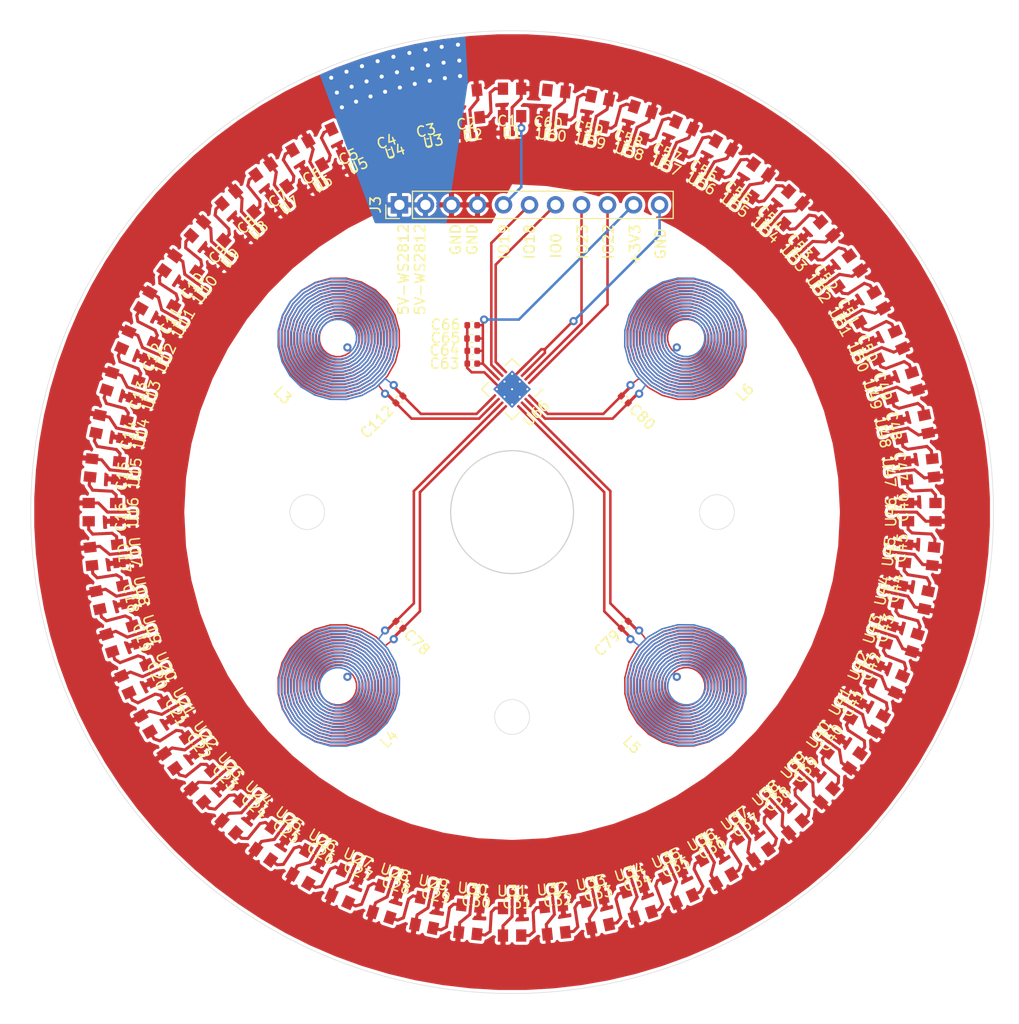
<source format=kicad_pcb>
(kicad_pcb (version 20171130) (host pcbnew 5.1.8-db9833491~88~ubuntu20.04.1)
  (layers (0 F.Cu signal) (31 B.Cu signal) (34 B.Paste user) (35 F.Paste user) (36 B.SilkS user) (37 F.SilkS user) (38 B.Mask user) (39 F.Mask user) (44 Edge.Cuts user))
  (net 0 "")
  (net 1 /next-board00/5V)
  (net 2 +5V)
  (net 3 "Net-(C112-Pad2)")
  (net 4 "Net-(C112-Pad1)")
  (net 5 /next-board00/WS2812)
  (net 6 /next-board00/SHUTDOWN)
  (net 7 /next-board00/INT)
  (net 8 /next-board00/SDA)
  (net 9 /next-board00/SCL)
  (net 10 /next-board00/3V3)
  (net 11 "Net-(U1-Pad2)")
  (net 12 "Net-(U2-Pad2)")
  (net 13 "Net-(U3-Pad2)")
  (net 14 "Net-(U4-Pad2)")
  (net 15 "Net-(U5-Pad2)")
  (net 16 "Net-(U6-Pad2)")
  (net 17 "Net-(U7-Pad2)")
  (net 18 /next-board00/WS281200/0-8)
  (net 19 "Net-(U10-Pad4)")
  (net 20 "Net-(U10-Pad2)")
  (net 21 "Net-(U11-Pad2)")
  (net 22 "Net-(U12-Pad2)")
  (net 23 "Net-(U13-Pad2)")
  (net 24 "Net-(U14-Pad2)")
  (net 25 "Net-(U15-Pad2)")
  (net 26 /next-board00/WS281200/1-8)
  (net 27 "Net-(U17-Pad2)")
  (net 28 "Net-(U18-Pad2)")
  (net 29 "Net-(U19-Pad2)")
  (net 30 "Net-(U20-Pad2)")
  (net 31 "Net-(U21-Pad2)")
  (net 32 "Net-(U22-Pad2)")
  (net 33 "Net-(U23-Pad2)")
  (net 34 /next-board00/WS281200/2-8)
  (net 35 "Net-(U25-Pad2)")
  (net 36 "Net-(U26-Pad2)")
  (net 37 "Net-(U27-Pad2)")
  (net 38 "Net-(U28-Pad2)")
  (net 39 "Net-(U29-Pad2)")
  (net 40 "Net-(U30-Pad2)")
  (net 41 "Net-(U31-Pad2)")
  (net 42 /next-board00/WS281200/3-8)
  (net 43 "Net-(U33-Pad2)")
  (net 44 "Net-(U34-Pad2)")
  (net 45 "Net-(U35-Pad2)")
  (net 46 "Net-(U36-Pad2)")
  (net 47 "Net-(U37-Pad2)")
  (net 48 "Net-(U38-Pad2)")
  (net 49 "Net-(U39-Pad2)")
  (net 50 /next-board00/WS281200/4-8)
  (net 51 "Net-(U41-Pad2)")
  (net 52 "Net-(U42-Pad2)")
  (net 53 "Net-(U43-Pad2)")
  (net 54 "Net-(U44-Pad2)")
  (net 55 "Net-(U45-Pad2)")
  (net 56 "Net-(U46-Pad2)")
  (net 57 "Net-(U47-Pad2)")
  (net 58 /next-board00/WS281200/5-8)
  (net 59 "Net-(U49-Pad2)")
  (net 60 "Net-(U50-Pad2)")
  (net 61 "Net-(U51-Pad2)")
  (net 62 "Net-(U52-Pad2)")
  (net 63 "Net-(U53-Pad2)")
  (net 64 "Net-(U54-Pad2)")
  (net 65 "Net-(U55-Pad2)")
  (net 66 /next-board00/WS281200/6-8)
  (net 67 "Net-(U57-Pad2)")
  (net 68 "Net-(U58-Pad2)")
  (net 69 "Net-(U59-Pad2)")
  (net 70 "Net-(U60-Pad2)")
  (net 71 /next-board00/LDC-GND)
  (net 72 "Net-(C78-Pad2)")
  (net 73 "Net-(C78-Pad1)")
  (net 74 "Net-(C79-Pad2)")
  (net 75 "Net-(C79-Pad1)")
  (net 76 "Net-(C80-Pad2)")
  (net 77 "Net-(C80-Pad1)")
  (net 78 /next-board00/GND)
  (module BB:WQFN-16_4x4mm (layer F.Cu) (at 100 88 225)
    (fp_text reference U66 (at 0 -3.320001 225) (layer F.SilkS))
    (fp_text value LDC1314)
    (pad 1 smd roundrect (at -2.1875 -0.75 225) (size 1.375 0.25) (layers F.Cu F.Paste F.Mask) (net 9 /next-board00/SCL))
    (pad 2 smd roundrect (at -2.1875 -0.25 225) (size 1.375 0.25) (layers F.Cu F.Paste F.Mask) (net 8 /next-board00/SDA))
    (pad 3 smd roundrect (at -2.1875 0.25 225) (size 1.375 0.25) (layers F.Cu F.Paste F.Mask) (net 71 /next-board00/LDC-GND))
    (pad 4 smd roundrect (at -2.1875 0.75 225) (size 1.375 0.25) (layers F.Cu F.Paste F.Mask) (net 71 /next-board00/LDC-GND))
    (pad 5 smd roundrect (at -0.75 2.1875 225) (size 0.25 1.375) (layers F.Cu F.Paste F.Mask) (net 7 /next-board00/INT))
    (pad 6 smd roundrect (at -0.25 2.1875 225) (size 0.25 1.375) (layers F.Cu F.Paste F.Mask) (net 6 /next-board00/SHUTDOWN))
    (pad 7 smd roundrect (at 0.25 2.1875 225) (size 0.25 1.375) (layers F.Cu F.Paste F.Mask) (net 10 /next-board00/3V3))
    (pad 8 smd roundrect (at 0.75 2.1875 225) (size 0.25 1.375) (layers F.Cu F.Paste F.Mask) (net 71 /next-board00/LDC-GND))
    (pad 9 smd roundrect (at 2.1875 0.75 225) (size 1.375 0.25) (layers F.Cu F.Paste F.Mask) (net 3 "Net-(C112-Pad2)"))
    (pad 10 smd roundrect (at 2.1875 0.25 225) (size 1.375 0.25) (layers F.Cu F.Paste F.Mask) (net 4 "Net-(C112-Pad1)"))
    (pad 11 smd roundrect (at 2.1875 -0.25 225) (size 1.375 0.25) (layers F.Cu F.Paste F.Mask) (net 72 "Net-(C78-Pad2)"))
    (pad 12 smd roundrect (at 2.1875 -0.75 225) (size 1.375 0.25) (layers F.Cu F.Paste F.Mask) (net 73 "Net-(C78-Pad1)"))
    (pad 13 smd roundrect (at 0.75 -2.1875 225) (size 0.25 1.375) (layers F.Cu F.Paste F.Mask) (net 74 "Net-(C79-Pad2)"))
    (pad 14 smd roundrect (at 0.25 -2.1875 225) (size 0.25 1.375) (layers F.Cu F.Paste F.Mask) (net 75 "Net-(C79-Pad1)"))
    (pad 15 smd roundrect (at -0.25 -2.1875 225) (size 0.25 1.375) (layers F.Cu F.Paste F.Mask) (net 76 "Net-(C80-Pad2)"))
    (pad 16 smd roundrect (at -0.75 -2.1875 225) (size 0.25 1.375) (layers F.Cu F.Paste F.Mask) (net 77 "Net-(C80-Pad1)"))
    (pad 17 smd rect (at 0 0 225) (size 2.6 2.6) (layers F.Cu F.Mask) (net 71 /next-board00/LDC-GND))
    (pad 17 thru_hole circle (at -1.05 -1.05 225) (size 0.5 0.5) (drill 0.2) (layers *.Cu) (net 71 /next-board00/LDC-GND))
    (pad 17 thru_hole circle (at 0 -1.05 225) (size 0.5 0.5) (drill 0.2) (layers *.Cu) (net 71 /next-board00/LDC-GND))
    (pad 17 thru_hole circle (at 1.05 -1.05 225) (size 0.5 0.5) (drill 0.2) (layers *.Cu) (net 71 /next-board00/LDC-GND))
    (pad 17 thru_hole circle (at -1.05 0 225) (size 0.5 0.5) (drill 0.2) (layers *.Cu) (net 71 /next-board00/LDC-GND))
    (pad 17 thru_hole circle (at 0 0 225) (size 0.5 0.5) (drill 0.2) (layers *.Cu) (net 71 /next-board00/LDC-GND))
    (pad 17 thru_hole circle (at 1.05 0 225) (size 0.5 0.5) (drill 0.2) (layers *.Cu) (net 71 /next-board00/LDC-GND))
    (pad 17 thru_hole circle (at -1.05 1.05 225) (size 0.5 0.5) (drill 0.2) (layers *.Cu) (net 71 /next-board00/LDC-GND))
    (pad 17 thru_hole circle (at 0 1.05 225) (size 0.5 0.5) (drill 0.2) (layers *.Cu) (net 71 /next-board00/LDC-GND))
    (pad 17 thru_hole circle (at 1.05 1.05 225) (size 0.5 0.5) (drill 0.2) (layers *.Cu) (net 71 /next-board00/LDC-GND))
    (pad 17 smd rect (at 0 0 225) (size 2.6 2.6) (layers B.Cu) (net 71 /next-board00/LDC-GND))
  )
  (module BB:WS2812 (layer F.Cu) (at 100 60 270)
    (fp_text reference U1 (at 3 0) (layer F.SilkS))
    (fp_text value WS2812)
    (pad 1 smd rect (at -1.34 -0.89 270) (size 1.2 1) (layers F.Cu F.Paste F.Mask) (net 1 /next-board00/5V))
    (pad 2 smd rect (at -1.34 0.89 270) (size 1.2 1) (layers F.Cu F.Paste F.Mask) (net 11 "Net-(U1-Pad2)"))
    (pad 3 smd rect (at 1.34 0.89 270) (size 1.2 1) (layers F.Cu F.Paste F.Mask) (net 78 /next-board00/GND))
    (pad 4 smd rect (at 1.34 -0.89 270) (size 1.2 1) (layers F.Cu F.Paste F.Mask) (net 5 /next-board00/WS2812))
  )
  (module BB:WS2812 (layer F.Cu) (at 112.36068 138.042261 108)
    (fp_text reference U34 (at 3 0 198) (layer F.SilkS))
    (fp_text value WS2812)
    (pad 1 smd rect (at -1.34 -0.89 108) (size 1.2 1) (layers F.Cu F.Paste F.Mask) (net 1 /next-board00/5V))
    (pad 2 smd rect (at -1.34 0.89 108) (size 1.2 1) (layers F.Cu F.Paste F.Mask) (net 44 "Net-(U34-Pad2)"))
    (pad 3 smd rect (at 1.34 0.89 108) (size 1.2 1) (layers F.Cu F.Paste F.Mask) (net 78 /next-board00/GND))
    (pad 4 smd rect (at 1.34 -0.89 108) (size 1.2 1) (layers F.Cu F.Paste F.Mask) (net 43 "Net-(U33-Pad2)"))
  )
  (module BB:WS2812 (layer F.Cu) (at 95.818861 60.219124 276)
    (fp_text reference U2 (at 3 0 6) (layer F.SilkS))
    (fp_text value WS2812)
    (pad 1 smd rect (at -1.34 -0.89 276) (size 1.2 1) (layers F.Cu F.Paste F.Mask) (net 1 /next-board00/5V))
    (pad 2 smd rect (at -1.34 0.89 276) (size 1.2 1) (layers F.Cu F.Paste F.Mask) (net 12 "Net-(U2-Pad2)"))
    (pad 3 smd rect (at 1.34 0.89 276) (size 1.2 1) (layers F.Cu F.Paste F.Mask) (net 78 /next-board00/GND))
    (pad 4 smd rect (at 1.34 -0.89 276) (size 1.2 1) (layers F.Cu F.Paste F.Mask) (net 11 "Net-(U1-Pad2)"))
  )
  (module BB:WS2812 (layer F.Cu) (at 63.458182 116.269466 24)
    (fp_text reference U20 (at 3 0 114) (layer F.SilkS))
    (fp_text value WS2812)
    (pad 1 smd rect (at -1.34 -0.89 24) (size 1.2 1) (layers F.Cu F.Paste F.Mask) (net 1 /next-board00/5V))
    (pad 2 smd rect (at -1.34 0.89 24) (size 1.2 1) (layers F.Cu F.Paste F.Mask) (net 30 "Net-(U20-Pad2)"))
    (pad 3 smd rect (at 1.34 0.89 24) (size 1.2 1) (layers F.Cu F.Paste F.Mask) (net 78 /next-board00/GND))
    (pad 4 smd rect (at 1.34 -0.89 24) (size 1.2 1) (layers F.Cu F.Paste F.Mask) (net 29 "Net-(U19-Pad2)"))
  )
  (module BB:WS2812 (layer F.Cu) (at 80 65.358984 300)
    (fp_text reference U6 (at 3 0 30) (layer F.SilkS))
    (fp_text value WS2812)
    (pad 1 smd rect (at -1.34 -0.89 300) (size 1.2 1) (layers F.Cu F.Paste F.Mask) (net 1 /next-board00/5V))
    (pad 2 smd rect (at -1.34 0.89 300) (size 1.2 1) (layers F.Cu F.Paste F.Mask) (net 16 "Net-(U6-Pad2)"))
    (pad 3 smd rect (at 1.34 0.89 300) (size 1.2 1) (layers F.Cu F.Paste F.Mask) (net 78 /next-board00/GND))
    (pad 4 smd rect (at 1.34 -0.89 300) (size 1.2 1) (layers F.Cu F.Paste F.Mask) (net 15 "Net-(U5-Pad2)"))
  )
  (module BB:WS2812 (layer F.Cu) (at 73.234776 70.274207 312)
    (fp_text reference U8 (at 3 0 42) (layer F.SilkS))
    (fp_text value WS2812)
    (pad 1 smd rect (at -1.34 -0.89 312) (size 1.2 1) (layers F.Cu F.Paste F.Mask) (net 1 /next-board00/5V))
    (pad 2 smd rect (at -1.34 0.89 312) (size 1.2 1) (layers F.Cu F.Paste F.Mask) (net 18 /next-board00/WS281200/0-8))
    (pad 3 smd rect (at 1.34 0.89 312) (size 1.2 1) (layers F.Cu F.Paste F.Mask) (net 78 /next-board00/GND))
    (pad 4 smd rect (at 1.34 -0.89 312) (size 1.2 1) (layers F.Cu F.Paste F.Mask) (net 17 "Net-(U7-Pad2)"))
  )
  (module BB:WS2812 (layer F.Cu) (at 120 65.358984 240)
    (fp_text reference U56 (at 3 0 330) (layer F.SilkS))
    (fp_text value WS2812)
    (pad 1 smd rect (at -1.34 -0.89 240) (size 1.2 1) (layers F.Cu F.Paste F.Mask) (net 1 /next-board00/5V))
    (pad 2 smd rect (at -1.34 0.89 240) (size 1.2 1) (layers F.Cu F.Paste F.Mask) (net 66 /next-board00/WS281200/6-8))
    (pad 3 smd rect (at 1.34 0.89 240) (size 1.2 1) (layers F.Cu F.Paste F.Mask) (net 78 /next-board00/GND))
    (pad 4 smd rect (at 1.34 -0.89 240) (size 1.2 1) (layers F.Cu F.Paste F.Mask) (net 65 "Net-(U55-Pad2)"))
  )
  (module BB:WS2812 (layer F.Cu) (at 91.683532 60.874096 282)
    (fp_text reference U3 (at 3 0 12) (layer F.SilkS))
    (fp_text value WS2812)
    (pad 1 smd rect (at -1.34 -0.89 282) (size 1.2 1) (layers F.Cu F.Paste F.Mask) (net 1 /next-board00/5V))
    (pad 2 smd rect (at -1.34 0.89 282) (size 1.2 1) (layers F.Cu F.Paste F.Mask) (net 13 "Net-(U3-Pad2)"))
    (pad 3 smd rect (at 1.34 0.89 282) (size 1.2 1) (layers F.Cu F.Paste F.Mask) (net 78 /next-board00/GND))
    (pad 4 smd rect (at 1.34 -0.89 282) (size 1.2 1) (layers F.Cu F.Paste F.Mask) (net 12 "Net-(U2-Pad2)"))
  )
  (module BB:WS2812 (layer F.Cu) (at 83.730534 136.541818 66)
    (fp_text reference U27 (at 3 0 156) (layer F.SilkS))
    (fp_text value WS2812)
    (pad 1 smd rect (at -1.34 -0.89 66) (size 1.2 1) (layers F.Cu F.Paste F.Mask) (net 1 /next-board00/5V))
    (pad 2 smd rect (at -1.34 0.89 66) (size 1.2 1) (layers F.Cu F.Paste F.Mask) (net 37 "Net-(U27-Pad2)"))
    (pad 3 smd rect (at 1.34 0.89 66) (size 1.2 1) (layers F.Cu F.Paste F.Mask) (net 78 /next-board00/GND))
    (pad 4 smd rect (at 1.34 -0.89 66) (size 1.2 1) (layers F.Cu F.Paste F.Mask) (net 36 "Net-(U26-Pad2)"))
  )
  (module BB:WS2812 (layer F.Cu) (at 95.818861 139.780876 84)
    (fp_text reference U30 (at 3 0 174) (layer F.SilkS))
    (fp_text value WS2812)
    (pad 1 smd rect (at -1.34 -0.89 84) (size 1.2 1) (layers F.Cu F.Paste F.Mask) (net 1 /next-board00/5V))
    (pad 2 smd rect (at -1.34 0.89 84) (size 1.2 1) (layers F.Cu F.Paste F.Mask) (net 40 "Net-(U30-Pad2)"))
    (pad 3 smd rect (at 1.34 0.89 84) (size 1.2 1) (layers F.Cu F.Paste F.Mask) (net 78 /next-board00/GND))
    (pad 4 smd rect (at 1.34 -0.89 84) (size 1.2 1) (layers F.Cu F.Paste F.Mask) (net 39 "Net-(U29-Pad2)"))
  )
  (module BB:WS2812 (layer F.Cu) (at 67.63932 76.48859 324)
    (fp_text reference U10 (at 3 0 54) (layer F.SilkS))
    (fp_text value WS2812)
    (pad 1 smd rect (at -1.34 -0.89 324) (size 1.2 1) (layers F.Cu F.Paste F.Mask) (net 1 /next-board00/5V))
    (pad 2 smd rect (at -1.34 0.89 324) (size 1.2 1) (layers F.Cu F.Paste F.Mask) (net 20 "Net-(U10-Pad2)"))
    (pad 3 smd rect (at 1.34 0.89 324) (size 1.2 1) (layers F.Cu F.Paste F.Mask) (net 78 /next-board00/GND))
    (pad 4 smd rect (at 1.34 -0.89 324) (size 1.2 1) (layers F.Cu F.Paste F.Mask) (net 19 "Net-(U10-Pad4)"))
  )
  (module BB:WS2812 (layer F.Cu) (at 91.683532 139.125904 78)
    (fp_text reference U29 (at 3 0 168) (layer F.SilkS))
    (fp_text value WS2812)
    (pad 1 smd rect (at -1.34 -0.89 78) (size 1.2 1) (layers F.Cu F.Paste F.Mask) (net 1 /next-board00/5V))
    (pad 2 smd rect (at -1.34 0.89 78) (size 1.2 1) (layers F.Cu F.Paste F.Mask) (net 39 "Net-(U29-Pad2)"))
    (pad 3 smd rect (at 1.34 0.89 78) (size 1.2 1) (layers F.Cu F.Paste F.Mask) (net 78 /next-board00/GND))
    (pad 4 smd rect (at 1.34 -0.89 78) (size 1.2 1) (layers F.Cu F.Paste F.Mask) (net 38 "Net-(U28-Pad2)"))
  )
  (module BB:WS2812 (layer F.Cu) (at 60 100)
    (fp_text reference U16 (at 3 0 90) (layer F.SilkS))
    (fp_text value WS2812)
    (pad 1 smd rect (at -1.34 -0.89) (size 1.2 1) (layers F.Cu F.Paste F.Mask) (net 1 /next-board00/5V))
    (pad 2 smd rect (at -1.34 0.89) (size 1.2 1) (layers F.Cu F.Paste F.Mask) (net 26 /next-board00/WS281200/1-8))
    (pad 3 smd rect (at 1.34 0.89) (size 1.2 1) (layers F.Cu F.Paste F.Mask) (net 78 /next-board00/GND))
    (pad 4 smd rect (at 1.34 -0.89) (size 1.2 1) (layers F.Cu F.Paste F.Mask) (net 25 "Net-(U15-Pad2)"))
  )
  (module BB:WS2812 (layer F.Cu) (at 70.274207 73.234776 318)
    (fp_text reference U9 (at 3 0 48) (layer F.SilkS))
    (fp_text value WS2812)
    (pad 1 smd rect (at -1.34 -0.89 318) (size 1.2 1) (layers F.Cu F.Paste F.Mask) (net 1 /next-board00/5V))
    (pad 2 smd rect (at -1.34 0.89 318) (size 1.2 1) (layers F.Cu F.Paste F.Mask) (net 19 "Net-(U10-Pad4)"))
    (pad 3 smd rect (at 1.34 0.89 318) (size 1.2 1) (layers F.Cu F.Paste F.Mask) (net 78 /next-board00/GND))
    (pad 4 smd rect (at 1.34 -0.89 318) (size 1.2 1) (layers F.Cu F.Paste F.Mask) (net 18 /next-board00/WS281200/0-8))
  )
  (module BB:WS2812 (layer F.Cu) (at 73.234776 129.725793 48)
    (fp_text reference U24 (at 3 0 138) (layer F.SilkS))
    (fp_text value WS2812)
    (pad 1 smd rect (at -1.34 -0.89 48) (size 1.2 1) (layers F.Cu F.Paste F.Mask) (net 1 /next-board00/5V))
    (pad 2 smd rect (at -1.34 0.89 48) (size 1.2 1) (layers F.Cu F.Paste F.Mask) (net 34 /next-board00/WS281200/2-8))
    (pad 3 smd rect (at 1.34 0.89 48) (size 1.2 1) (layers F.Cu F.Paste F.Mask) (net 78 /next-board00/GND))
    (pad 4 smd rect (at 1.34 -0.89 48) (size 1.2 1) (layers F.Cu F.Paste F.Mask) (net 33 "Net-(U23-Pad2)"))
  )
  (module BB:WS2812 (layer F.Cu) (at 60.874096 108.316468 12)
    (fp_text reference U18 (at 3 0 102) (layer F.SilkS))
    (fp_text value WS2812)
    (pad 1 smd rect (at -1.34 -0.89 12) (size 1.2 1) (layers F.Cu F.Paste F.Mask) (net 1 /next-board00/5V))
    (pad 2 smd rect (at -1.34 0.89 12) (size 1.2 1) (layers F.Cu F.Paste F.Mask) (net 28 "Net-(U18-Pad2)"))
    (pad 3 smd rect (at 1.34 0.89 12) (size 1.2 1) (layers F.Cu F.Paste F.Mask) (net 78 /next-board00/GND))
    (pad 4 smd rect (at 1.34 -0.89 12) (size 1.2 1) (layers F.Cu F.Paste F.Mask) (net 27 "Net-(U17-Pad2)"))
  )
  (module BB:coil (layer F.Cu) (at 83 117 225)
    (fp_text reference L4 (at 0.106066 -7.177134 225) (layer F.SilkS))
    (fp_text value L)
    (fp_line (start -7.1 0.6) (end -6.0494 0.4508) (layer B.Cu) (width 0.152))
    (fp_line (start -1.3 0.0048) (end -1.7838 0) (layer F.Cu) (width 0.152))
    (fp_line (start -6.0494 -0.0048) (end -6.0494 0.4508) (layer B.Cu) (width 0.152))
    (fp_line (start -1.7838 0) (end -1.3 0) (layer B.Cu) (width 0.152))
    (fp_line (start -1.7964 0.2247) (end -1.7838 0) (layer B.Cu) (width 0.152))
    (fp_line (start -1.6894 0.673) (end -1.7964 0.2247) (layer B.Cu) (width 0.152))
    (fp_line (start -1.4684 1.0811) (end -1.6894 0.673) (layer B.Cu) (width 0.152))
    (fp_line (start -1.1469 1.4206) (end -1.4684 1.0811) (layer B.Cu) (width 0.152))
    (fp_line (start -0.7456 1.6669) (end -1.1469 1.4206) (layer B.Cu) (width 0.152))
    (fp_line (start -0.291 1.8018) (end -0.7456 1.6669) (layer B.Cu) (width 0.152))
    (fp_line (start 0.1864 1.8144) (end -0.291 1.8018) (layer B.Cu) (width 0.152))
    (fp_line (start 0.654 1.7022) (end 0.1864 1.8144) (layer B.Cu) (width 0.152))
    (fp_line (start 1.0795 1.4712) (end 0.654 1.7022) (layer B.Cu) (width 0.152))
    (fp_line (start 1.433 1.1355) (end 1.0795 1.4712) (layer B.Cu) (width 0.152))
    (fp_line (start 1.6893 0.7169) (end 1.433 1.1355) (layer B.Cu) (width 0.152))
    (fp_line (start 1.8294 0.243) (end 1.6893 0.7169) (layer B.Cu) (width 0.152))
    (fp_line (start 1.8421 -0.2543) (end 1.8294 0.243) (layer B.Cu) (width 0.152))
    (fp_line (start 1.7247 -0.7412) (end 1.8421 -0.2543) (layer B.Cu) (width 0.152))
    (fp_line (start 1.4837 -1.1841) (end 1.7247 -0.7412) (layer B.Cu) (width 0.152))
    (fp_line (start 1.1339 -1.5518) (end 1.4837 -1.1841) (layer B.Cu) (width 0.152))
    (fp_line (start 0.6979 -1.8181) (end 1.1339 -1.5518) (layer B.Cu) (width 0.152))
    (fp_line (start 0.2047 -1.9633) (end 0.6979 -1.8181) (layer B.Cu) (width 0.152))
    (fp_line (start -0.3126 -1.976) (end 0.2047 -1.9633) (layer B.Cu) (width 0.152))
    (fp_line (start -0.8189 -1.8534) (end -0.3126 -1.976) (layer B.Cu) (width 0.152))
    (fp_line (start -1.279 -1.6024) (end -0.8189 -1.8534) (layer B.Cu) (width 0.152))
    (fp_line (start -1.6608 -1.2385) (end -1.279 -1.6024) (layer B.Cu) (width 0.152))
    (fp_line (start -1.9371 -0.7852) (end -1.6608 -1.2385) (layer B.Cu) (width 0.152))
    (fp_line (start -2.0876 -0.2727) (end -1.9371 -0.7852) (layer B.Cu) (width 0.152))
    (fp_line (start -2.1002 0.2647) (end -2.0876 -0.2727) (layer B.Cu) (width 0.152))
    (fp_line (start -1.9725 0.7902) (end -2.1002 0.2647) (layer B.Cu) (width 0.152))
    (fp_line (start -1.7115 1.2677) (end -1.9725 0.7902) (layer B.Cu) (width 0.152))
    (fp_line (start -1.3334 1.6636) (end -1.7115 1.2677) (layer B.Cu) (width 0.152))
    (fp_line (start -0.8628 1.9499) (end -1.3334 1.6636) (layer B.Cu) (width 0.152))
    (fp_line (start -0.331 2.1056) (end -0.8628 1.9499) (layer B.Cu) (width 0.152))
    (fp_line (start 0.2264 2.1182) (end -0.331 2.1056) (layer B.Cu) (width 0.152))
    (fp_line (start 0.7712 1.9853) (end 0.2264 2.1182) (layer B.Cu) (width 0.152))
    (fp_line (start 1.266 1.7143) (end 0.7712 1.9853) (layer B.Cu) (width 0.152))
    (fp_line (start 1.6761 1.3221) (end 1.266 1.7143) (layer B.Cu) (width 0.152))
    (fp_line (start 1.9724 0.8342) (end 1.6761 1.3221) (layer B.Cu) (width 0.152))
    (fp_line (start 2.1332 0.283) (end 1.9724 0.8342) (layer B.Cu) (width 0.152))
    (fp_line (start 2.1458 -0.2943) (end 2.1332 0.283) (layer B.Cu) (width 0.152))
    (fp_line (start 2.0078 -0.8585) (end 2.1458 -0.2943) (layer B.Cu) (width 0.152))
    (fp_line (start 1.7267 -1.3706) (end 2.0078 -0.8585) (layer B.Cu) (width 0.152))
    (fp_line (start 1.3204 -1.7948) (end 1.7267 -1.3706) (layer B.Cu) (width 0.152))
    (fp_line (start 0.8152 -2.1011) (end 1.3204 -1.7948) (layer B.Cu) (width 0.152))
    (fp_line (start 0.2447 -2.2671) (end 0.8152 -2.1011) (layer B.Cu) (width 0.152))
    (fp_line (start -0.3526 -2.2798) (end 0.2447 -2.2671) (layer B.Cu) (width 0.152))
    (fp_line (start -0.9361 -2.1365) (end -0.3526 -2.2798) (layer B.Cu) (width 0.152))
    (fp_line (start -1.4655 -1.8455) (end -0.9361 -2.1365) (layer B.Cu) (width 0.152))
    (fp_line (start -1.9039 -1.425) (end -1.4655 -1.8455) (layer B.Cu) (width 0.152))
    (fp_line (start -2.2202 -0.9025) (end -1.9039 -1.425) (layer B.Cu) (width 0.152))
    (fp_line (start -2.3914 -0.3127) (end -2.2202 -0.9025) (layer B.Cu) (width 0.152))
    (fp_line (start -2.404 0.3047) (end -2.3914 -0.3127) (layer B.Cu) (width 0.152))
    (fp_line (start -2.2556 0.9075) (end -2.404 0.3047) (layer B.Cu) (width 0.152))
    (fp_line (start -1.9546 1.4542) (end -2.2556 0.9075) (layer B.Cu) (width 0.152))
    (fp_line (start -1.5199 1.9067) (end -1.9546 1.4542) (layer B.Cu) (width 0.152))
    (fp_line (start -0.9801 2.233) (end -1.5199 1.9067) (layer B.Cu) (width 0.152))
    (fp_line (start -0.371 2.4093) (end -0.9801 2.233) (layer B.Cu) (width 0.152))
    (fp_line (start 0.2664 2.422) (end -0.371 2.4093) (layer B.Cu) (width 0.152))
    (fp_line (start 0.8885 2.2684) (end 0.2664 2.422) (layer B.Cu) (width 0.152))
    (fp_line (start 1.4525 1.9574) (end 0.8885 2.2684) (layer B.Cu) (width 0.152))
    (fp_line (start 1.9192 1.5086) (end 1.4525 1.9574) (layer B.Cu) (width 0.152))
    (fp_line (start 2.2555 0.9514) (end 1.9192 1.5086) (layer B.Cu) (width 0.152))
    (fp_line (start 2.437 0.323) (end 2.2555 0.9514) (layer B.Cu) (width 0.152))
    (fp_line (start 2.4496 -0.3343) (end 2.437 0.323) (layer B.Cu) (width 0.152))
    (fp_line (start 2.2909 -0.9757) (end 2.4496 -0.3343) (layer B.Cu) (width 0.152))
    (fp_line (start 1.9698 -1.5571) (end 2.2909 -0.9757) (layer B.Cu) (width 0.152))
    (fp_line (start 1.5069 -2.0379) (end 1.9698 -1.5571) (layer B.Cu) (width 0.152))
    (fp_line (start 0.9324 -2.3842) (end 1.5069 -2.0379) (layer B.Cu) (width 0.152))
    (fp_line (start 0.2847 -2.5709) (end 0.9324 -2.3842) (layer B.Cu) (width 0.152))
    (fp_line (start -0.3926 -2.5835) (end 0.2847 -2.5709) (layer B.Cu) (width 0.152))
    (fp_line (start -1.0534 -2.4196) (end -0.3926 -2.5835) (layer B.Cu) (width 0.152))
    (fp_line (start -1.6521 -2.0886) (end -1.0534 -2.4196) (layer B.Cu) (width 0.152))
    (fp_line (start -2.147 -1.6115) (end -1.6521 -2.0886) (layer B.Cu) (width 0.152))
    (fp_line (start -2.5033 -1.0197) (end -2.147 -1.6115) (layer B.Cu) (width 0.152))
    (fp_line (start -2.6951 -0.3527) (end -2.5033 -1.0197) (layer B.Cu) (width 0.152))
    (fp_line (start -2.7078 0.3447) (end -2.6951 -0.3527) (layer B.Cu) (width 0.152))
    (fp_line (start -2.5387 1.0247) (end -2.7078 0.3447) (layer B.Cu) (width 0.152))
    (fp_line (start -2.1977 1.6407) (end -2.5387 1.0247) (layer B.Cu) (width 0.152))
    (fp_line (start -1.7065 2.1498) (end -2.1977 1.6407) (layer B.Cu) (width 0.152))
    (fp_line (start -1.0973 2.5161) (end -1.7065 2.1498) (layer B.Cu) (width 0.152))
    (fp_line (start -0.411 2.7131) (end -1.0973 2.5161) (layer B.Cu) (width 0.152))
    (fp_line (start 0.3064 2.7258) (end -0.411 2.7131) (layer B.Cu) (width 0.152))
    (fp_line (start 1.0057 2.5515) (end 0.3064 2.7258) (layer B.Cu) (width 0.152))
    (fp_line (start 1.639 2.2005) (end 1.0057 2.5515) (layer B.Cu) (width 0.152))
    (fp_line (start 2.1623 1.6951) (end 1.639 2.2005) (layer B.Cu) (width 0.152))
    (fp_line (start 2.5386 1.0687) (end 2.1623 1.6951) (layer B.Cu) (width 0.152))
    (fp_line (start 2.7408 0.363) (end 2.5386 1.0687) (layer B.Cu) (width 0.152))
    (fp_line (start 2.7534 -0.3743) (end 2.7408 0.363) (layer B.Cu) (width 0.152))
    (fp_line (start 2.5739 -1.093) (end 2.7534 -0.3743) (layer B.Cu) (width 0.152))
    (fp_line (start 2.2129 -1.7436) (end 2.5739 -1.093) (layer B.Cu) (width 0.152))
    (fp_line (start 1.6934 -2.281) (end 2.2129 -1.7436) (layer B.Cu) (width 0.152))
    (fp_line (start 1.0497 -2.6673) (end 1.6934 -2.281) (layer B.Cu) (width 0.152))
    (fp_line (start 0.3247 -2.8747) (end 1.0497 -2.6673) (layer B.Cu) (width 0.152))
    (fp_line (start -0.4326 -2.8873) (end 0.3247 -2.8747) (layer B.Cu) (width 0.152))
    (fp_line (start -1.1706 -2.7027) (end -0.4326 -2.8873) (layer B.Cu) (width 0.152))
    (fp_line (start -1.8386 -2.3317) (end -1.1706 -2.7027) (layer B.Cu) (width 0.152))
    (fp_line (start -2.3901 -1.798) (end -1.8386 -2.3317) (layer B.Cu) (width 0.152))
    (fp_line (start -2.7864 -1.137) (end -2.3901 -1.798) (layer B.Cu) (width 0.152))
    (fp_line (start -2.9989 -0.3926) (end -2.7864 -1.137) (layer B.Cu) (width 0.152))
    (fp_line (start -3.0116 0.3847) (end -2.9989 -0.3926) (layer B.Cu) (width 0.152))
    (fp_line (start -2.8218 1.142) (end -3.0116 0.3847) (layer B.Cu) (width 0.152))
    (fp_line (start -2.4407 1.8272) (end -2.8218 1.142) (layer B.Cu) (width 0.152))
    (fp_line (start -1.893 2.3929) (end -2.4407 1.8272) (layer B.Cu) (width 0.152))
    (fp_line (start -1.2146 2.7992) (end -1.893 2.3929) (layer B.Cu) (width 0.152))
    (fp_line (start -0.451 3.0169) (end -1.2146 2.7992) (layer B.Cu) (width 0.152))
    (fp_line (start 0.3463 3.0296) (end -0.451 3.0169) (layer B.Cu) (width 0.152))
    (fp_line (start 1.123 2.8346) (end 0.3463 3.0296) (layer B.Cu) (width 0.152))
    (fp_line (start 1.8256 2.4435) (end 1.123 2.8346) (layer B.Cu) (width 0.152))
    (fp_line (start 2.4054 1.8816) (end 1.8256 2.4435) (layer B.Cu) (width 0.152))
    (fp_line (start 2.8216 1.1859) (end 2.4054 1.8816) (layer B.Cu) (width 0.152))
    (fp_line (start 3.0445 0.403) (end 2.8216 1.1859) (layer B.Cu) (width 0.152))
    (fp_line (start 3.0572 -0.4143) (end 3.0445 0.403) (layer B.Cu) (width 0.152))
    (fp_line (start 2.857 -1.2103) (end 3.0572 -0.4143) (layer B.Cu) (width 0.152))
    (fp_line (start 2.456 -1.9302) (end 2.857 -1.2103) (layer B.Cu) (width 0.152))
    (fp_line (start 1.88 -2.5241) (end 2.456 -1.9302) (layer B.Cu) (width 0.152))
    (fp_line (start 1.1669 -2.9504) (end 1.88 -2.5241) (layer B.Cu) (width 0.152))
    (fp_line (start 0.3647 -3.1785) (end 1.1669 -2.9504) (layer B.Cu) (width 0.152))
    (fp_line (start -0.4726 -3.1911) (end 0.3647 -3.1785) (layer B.Cu) (width 0.152))
    (fp_line (start -1.2879 -2.9858) (end -0.4726 -3.1911) (layer B.Cu) (width 0.152))
    (fp_line (start -2.0251 -2.5747) (end -1.2879 -2.9858) (layer B.Cu) (width 0.152))
    (fp_line (start -2.6332 -1.9846) (end -2.0251 -2.5747) (layer B.Cu) (width 0.152))
    (fp_line (start -3.0695 -1.2542) (end -2.6332 -1.9846) (layer B.Cu) (width 0.152))
    (fp_line (start -3.3027 -0.4326) (end -3.0695 -1.2542) (layer B.Cu) (width 0.152))
    (fp_line (start -3.3154 0.4247) (end -3.3027 -0.4326) (layer B.Cu) (width 0.152))
    (fp_line (start -3.1048 1.2592) (end -3.3154 0.4247) (layer B.Cu) (width 0.152))
    (fp_line (start -2.6838 2.0138) (end -3.1048 1.2592) (layer B.Cu) (width 0.152))
    (fp_line (start -2.0795 2.636) (end -2.6838 2.0138) (layer B.Cu) (width 0.152))
    (fp_line (start -1.3319 3.0823) (end -2.0795 2.636) (layer B.Cu) (width 0.152))
    (fp_line (start -0.491 3.3207) (end -1.3319 3.0823) (layer B.Cu) (width 0.152))
    (fp_line (start 0.3863 3.3333) (end -0.491 3.3207) (layer B.Cu) (width 0.152))
    (fp_line (start 1.2402 3.1177) (end 0.3863 3.3333) (layer B.Cu) (width 0.152))
    (fp_line (start 2.0121 2.6866) (end 1.2402 3.1177) (layer B.Cu) (width 0.152))
    (fp_line (start 2.6485 2.0682) (end 2.0121 2.6866) (layer B.Cu) (width 0.152))
    (fp_line (start 3.1047 1.3032) (end 2.6485 2.0682) (layer B.Cu) (width 0.152))
    (fp_line (start 3.3483 0.443) (end 3.1047 1.3032) (layer B.Cu) (width 0.152))
    (fp_line (start 3.361 -0.4543) (end 3.3483 0.443) (layer B.Cu) (width 0.152))
    (fp_line (start 3.1401 -1.3275) (end 3.361 -0.4543) (layer B.Cu) (width 0.152))
    (fp_line (start 2.6991 -2.1167) (end 3.1401 -1.3275) (layer B.Cu) (width 0.152))
    (fp_line (start 2.0665 -2.7672) (end 2.6991 -2.1167) (layer B.Cu) (width 0.152))
    (fp_line (start 1.2842 -3.2335) (end 2.0665 -2.7672) (layer B.Cu) (width 0.152))
    (fp_line (start 0.4047 -3.4822) (end 1.2842 -3.2335) (layer B.Cu) (width 0.152))
    (fp_line (start -0.5126 -3.4949) (end 0.4047 -3.4822) (layer B.Cu) (width 0.152))
    (fp_line (start -1.4051 -3.2688) (end -0.5126 -3.4949) (layer B.Cu) (width 0.152))
    (fp_line (start -2.2116 -2.8178) (end -1.4051 -3.2688) (layer B.Cu) (width 0.152))
    (fp_line (start -2.8763 -2.1711) (end -2.2116 -2.8178) (layer B.Cu) (width 0.152))
    (fp_line (start -3.3525 -1.3715) (end -2.8763 -2.1711) (layer B.Cu) (width 0.152))
    (fp_line (start -3.6065 -0.4726) (end -3.3525 -1.3715) (layer B.Cu) (width 0.152))
    (fp_line (start -3.6192 0.4646) (end -3.6065 -0.4726) (layer B.Cu) (width 0.152))
    (fp_line (start -3.3879 1.3765) (end -3.6192 0.4646) (layer B.Cu) (width 0.152))
    (fp_line (start -2.9269 2.2003) (end -3.3879 1.3765) (layer B.Cu) (width 0.152))
    (fp_line (start -2.266 2.8791) (end -2.9269 2.2003) (layer B.Cu) (width 0.152))
    (fp_line (start -1.4491 3.3653) (end -2.266 2.8791) (layer B.Cu) (width 0.152))
    (fp_line (start -0.5309 3.6245) (end -1.4491 3.3653) (layer B.Cu) (width 0.152))
    (fp_line (start 0.4263 3.6371) (end -0.5309 3.6245) (layer B.Cu) (width 0.152))
    (fp_line (start 1.3575 3.4007) (end 0.4263 3.6371) (layer B.Cu) (width 0.152))
    (fp_line (start 2.1986 2.9297) (end 1.3575 3.4007) (layer B.Cu) (width 0.152))
    (fp_line (start 2.8915 2.2547) (end 2.1986 2.9297) (layer B.Cu) (width 0.152))
    (fp_line (start 3.3878 1.4205) (end 2.8915 2.2547) (layer B.Cu) (width 0.152))
    (fp_line (start 3.6521 0.483) (end 3.3878 1.4205) (layer B.Cu) (width 0.152))
    (fp_line (start 3.6648 -0.4943) (end 3.6521 0.483) (layer B.Cu) (width 0.152))
    (fp_line (start 3.4232 -1.4448) (end 3.6648 -0.4943) (layer B.Cu) (width 0.152))
    (fp_line (start 2.9422 -2.3032) (end 3.4232 -1.4448) (layer B.Cu) (width 0.152))
    (fp_line (start 2.253 -3.0103) (end 2.9422 -2.3032) (layer B.Cu) (width 0.152))
    (fp_line (start 1.4015 -3.5165) (end 2.253 -3.0103) (layer B.Cu) (width 0.152))
    (fp_line (start 0.4447 -3.786) (end 1.4015 -3.5165) (layer B.Cu) (width 0.152))
    (fp_line (start -0.5526 -3.7987) (end 0.4447 -3.786) (layer B.Cu) (width 0.152))
    (fp_line (start -1.5224 -3.5519) (end -0.5526 -3.7987) (layer B.Cu) (width 0.152))
    (fp_line (start -2.3982 -3.0609) (end -1.5224 -3.5519) (layer B.Cu) (width 0.152))
    (fp_line (start -3.1194 -2.3576) (end -2.3982 -3.0609) (layer B.Cu) (width 0.152))
    (fp_line (start -3.6356 -1.4887) (end -3.1194 -2.3576) (layer B.Cu) (width 0.152))
    (fp_line (start -3.9103 -0.5126) (end -3.6356 -1.4887) (layer B.Cu) (width 0.152))
    (fp_line (start -3.9229 0.5046) (end -3.9103 -0.5126) (layer B.Cu) (width 0.152))
    (fp_line (start -3.671 1.4937) (end -3.9229 0.5046) (layer B.Cu) (width 0.152))
    (fp_line (start -3.17 2.3868) (end -3.671 1.4937) (layer B.Cu) (width 0.152))
    (fp_line (start -2.4526 3.1222) (end -3.17 2.3868) (layer B.Cu) (width 0.152))
    (fp_line (start -1.5664 3.6484) (end -2.4526 3.1222) (layer B.Cu) (width 0.152))
    (fp_line (start -0.5709 3.9283) (end -1.5664 3.6484) (layer B.Cu) (width 0.152))
    (fp_line (start 0.4663 3.9409) (end -0.5709 3.9283) (layer B.Cu) (width 0.152))
    (fp_line (start 1.4747 3.6838) (end 0.4663 3.9409) (layer B.Cu) (width 0.152))
    (fp_line (start 2.3851 3.1728) (end 1.4747 3.6838) (layer B.Cu) (width 0.152))
    (fp_line (start 3.1346 2.4412) (end 2.3851 3.1728) (layer B.Cu) (width 0.152))
    (fp_line (start 3.6709 1.5377) (end 3.1346 2.4412) (layer B.Cu) (width 0.152))
    (fp_line (start 3.9559 0.523) (end 3.6709 1.5377) (layer B.Cu) (width 0.152))
    (fp_line (start 3.9685 -0.5343) (end 3.9559 0.523) (layer B.Cu) (width 0.152))
    (fp_line (start 3.7063 -1.562) (end 3.9685 -0.5343) (layer B.Cu) (width 0.152))
    (fp_line (start 3.1853 -2.4897) (end 3.7063 -1.562) (layer B.Cu) (width 0.152))
    (fp_line (start 2.4396 -3.2534) (end 3.1853 -2.4897) (layer B.Cu) (width 0.152))
    (fp_line (start 1.5187 -3.7996) (end 2.4396 -3.2534) (layer B.Cu) (width 0.152))
    (fp_line (start 0.4847 -4.0898) (end 1.5187 -3.7996) (layer B.Cu) (width 0.152))
    (fp_line (start -0.5926 -4.1025) (end 0.4847 -4.0898) (layer B.Cu) (width 0.152))
    (fp_line (start -1.6397 -3.835) (end -0.5926 -4.1025) (layer B.Cu) (width 0.152))
    (fp_line (start -2.5847 -3.304) (end -1.6397 -3.835) (layer B.Cu) (width 0.152))
    (fp_line (start -3.3625 -2.5441) (end -2.5847 -3.304) (layer B.Cu) (width 0.152))
    (fp_line (start -3.9187 -1.606) (end -3.3625 -2.5441) (layer B.Cu) (width 0.152))
    (fp_line (start -4.2141 -0.5526) (end -3.9187 -1.606) (layer B.Cu) (width 0.152))
    (fp_line (start -4.2267 0.5446) (end -4.2141 -0.5526) (layer B.Cu) (width 0.152))
    (fp_line (start -3.9541 1.611) (end -4.2267 0.5446) (layer B.Cu) (width 0.152))
    (fp_line (start -3.4131 2.5734) (end -3.9541 1.611) (layer B.Cu) (width 0.152))
    (fp_line (start -2.6391 3.3653) (end -3.4131 2.5734) (layer B.Cu) (width 0.152))
    (fp_line (start -1.6836 3.9315) (end -2.6391 3.3653) (layer B.Cu) (width 0.152))
    (fp_line (start -0.6109 4.232) (end -1.6836 3.9315) (layer B.Cu) (width 0.152))
    (fp_line (start 0.5063 4.2447) (end -0.6109 4.232) (layer B.Cu) (width 0.152))
    (fp_line (start 1.592 3.9669) (end 0.5063 4.2447) (layer B.Cu) (width 0.152))
    (fp_line (start 2.5717 3.4159) (end 1.592 3.9669) (layer B.Cu) (width 0.152))
    (fp_line (start 3.3777 2.6278) (end 2.5717 3.4159) (layer B.Cu) (width 0.152))
    (fp_line (start 3.954 1.655) (end 3.3777 2.6278) (layer B.Cu) (width 0.152))
    (fp_line (start 4.2597 0.563) (end 3.954 1.655) (layer B.Cu) (width 0.152))
    (fp_line (start 4.2723 -0.5743) (end 4.2597 0.563) (layer B.Cu) (width 0.152))
    (fp_line (start 3.9894 -1.6793) (end 4.2723 -0.5743) (layer B.Cu) (width 0.152))
    (fp_line (start 3.4284 -2.6763) (end 3.9894 -1.6793) (layer B.Cu) (width 0.152))
    (fp_line (start 2.6261 -3.4965) (end 3.4284 -2.6763) (layer B.Cu) (width 0.152))
    (fp_line (start 1.636 -4.0827) (end 2.6261 -3.4965) (layer B.Cu) (width 0.152))
    (fp_line (start 0.5247 -4.3936) (end 1.636 -4.0827) (layer B.Cu) (width 0.152))
    (fp_line (start -0.6326 -4.4062) (end 0.5247 -4.3936) (layer B.Cu) (width 0.152))
    (fp_line (start -1.7569 -4.1181) (end -0.6326 -4.4062) (layer B.Cu) (width 0.152))
    (fp_line (start -2.7712 -3.5471) (end -1.7569 -4.1181) (layer B.Cu) (width 0.152))
    (fp_line (start -3.6055 -2.7307) (end -2.7712 -3.5471) (layer B.Cu) (width 0.152))
    (fp_line (start -4.2018 -1.7233) (end -3.6055 -2.7307) (layer B.Cu) (width 0.152))
    (fp_line (start -4.5178 -0.5926) (end -4.2018 -1.7233) (layer B.Cu) (width 0.152))
    (fp_line (start -4.5305 0.5846) (end -4.5178 -0.5926) (layer B.Cu) (width 0.152))
    (fp_line (start -4.2372 1.7283) (end -4.5305 0.5846) (layer B.Cu) (width 0.152))
    (fp_line (start -3.6562 2.7599) (end -4.2372 1.7283) (layer B.Cu) (width 0.152))
    (fp_line (start -2.8256 3.6083) (end -3.6562 2.7599) (layer B.Cu) (width 0.152))
    (fp_line (start -1.8009 4.2146) (end -2.8256 3.6083) (layer B.Cu) (width 0.152))
    (fp_line (start -0.6509 4.5358) (end -1.8009 4.2146) (layer B.Cu) (width 0.152))
    (fp_line (start 0.5463 4.5485) (end -0.6509 4.5358) (layer B.Cu) (width 0.152))
    (fp_line (start 1.7093 4.25) (end 0.5463 4.5485) (layer B.Cu) (width 0.152))
    (fp_line (start 2.7582 3.659) (end 1.7093 4.25) (layer B.Cu) (width 0.152))
    (fp_line (start 3.6208 2.8143) (end 2.7582 3.659) (layer B.Cu) (width 0.152))
    (fp_line (start 4.237 1.7722) (end 3.6208 2.8143) (layer B.Cu) (width 0.152))
    (fp_line (start 4.5635 0.603) (end 4.237 1.7722) (layer B.Cu) (width 0.152))
    (fp_line (start 4.5761 -0.6143) (end 4.5635 0.603) (layer B.Cu) (width 0.152))
    (fp_line (start 4.2724 -1.7965) (end 4.5761 -0.6143) (layer B.Cu) (width 0.152))
    (fp_line (start 3.6714 -2.8628) (end 4.2724 -1.7965) (layer B.Cu) (width 0.152))
    (fp_line (start 2.8126 -3.7395) (end 3.6714 -2.8628) (layer B.Cu) (width 0.152))
    (fp_line (start 1.7532 -4.3658) (end 2.8126 -3.7395) (layer B.Cu) (width 0.152))
    (fp_line (start 0.5646 -4.6974) (end 1.7532 -4.3658) (layer B.Cu) (width 0.152))
    (fp_line (start -0.6726 -4.71) (end 0.5646 -4.6974) (layer B.Cu) (width 0.152))
    (fp_line (start -1.8742 -4.4012) (end -0.6726 -4.71) (layer B.Cu) (width 0.152))
    (fp_line (start -2.9577 -3.7902) (end -1.8742 -4.4012) (layer B.Cu) (width 0.152))
    (fp_line (start -3.8486 -2.9172) (end -2.9577 -3.7902) (layer B.Cu) (width 0.152))
    (fp_line (start -4.4849 -1.8405) (end -3.8486 -2.9172) (layer B.Cu) (width 0.152))
    (fp_line (start -4.8216 -0.6326) (end -4.4849 -1.8405) (layer B.Cu) (width 0.152))
    (fp_line (start -4.8343 0.6246) (end -4.8216 -0.6326) (layer B.Cu) (width 0.152))
    (fp_line (start -4.5203 1.8455) (end -4.8343 0.6246) (layer B.Cu) (width 0.152))
    (fp_line (start -3.8993 2.9464) (end -4.5203 1.8455) (layer B.Cu) (width 0.152))
    (fp_line (start -3.0122 3.8514) (end -3.8993 2.9464) (layer B.Cu) (width 0.152))
    (fp_line (start -1.9181 4.4977) (end -3.0122 3.8514) (layer B.Cu) (width 0.152))
    (fp_line (start -0.6909 4.8396) (end -1.9181 4.4977) (layer B.Cu) (width 0.152))
    (fp_line (start 0.5863 4.8523) (end -0.6909 4.8396) (layer B.Cu) (width 0.152))
    (fp_line (start 1.8265 4.5331) (end 0.5863 4.8523) (layer B.Cu) (width 0.152))
    (fp_line (start 2.9447 3.9021) (end 1.8265 4.5331) (layer B.Cu) (width 0.152))
    (fp_line (start 3.8639 3.0008) (end 2.9447 3.9021) (layer B.Cu) (width 0.152))
    (fp_line (start 4.5201 1.8895) (end 3.8639 3.0008) (layer B.Cu) (width 0.152))
    (fp_line (start 4.8672 0.643) (end 4.5201 1.8895) (layer B.Cu) (width 0.152))
    (fp_line (start 4.8799 -0.6543) (end 4.8672 0.643) (layer B.Cu) (width 0.152))
    (fp_line (start 4.5555 -1.9138) (end 4.8799 -0.6543) (layer B.Cu) (width 0.152))
    (fp_line (start 3.9145 -3.0493) (end 4.5555 -1.9138) (layer B.Cu) (width 0.152))
    (fp_line (start 2.9991 -3.9826) (end 3.9145 -3.0493) (layer B.Cu) (width 0.152))
    (fp_line (start 1.8705 -4.6489) (end 2.9991 -3.9826) (layer B.Cu) (width 0.152))
    (fp_line (start 0.6046 -5.0012) (end 1.8705 -4.6489) (layer B.Cu) (width 0.152))
    (fp_line (start -0.7126 -5.0138) (end 0.6046 -5.0012) (layer B.Cu) (width 0.152))
    (fp_line (start -1.9914 -4.6843) (end -0.7126 -5.0138) (layer B.Cu) (width 0.152))
    (fp_line (start -3.1443 -4.0333) (end -1.9914 -4.6843) (layer B.Cu) (width 0.152))
    (fp_line (start -4.0917 -3.1037) (end -3.1443 -4.0333) (layer B.Cu) (width 0.152))
    (fp_line (start -4.768 -1.9578) (end -4.0917 -3.1037) (layer B.Cu) (width 0.152))
    (fp_line (start -5.1254 -0.6726) (end -4.768 -1.9578) (layer B.Cu) (width 0.152))
    (fp_line (start -5.1381 0.6646) (end -5.1254 -0.6726) (layer B.Cu) (width 0.152))
    (fp_line (start -4.8033 1.9628) (end -5.1381 0.6646) (layer B.Cu) (width 0.152))
    (fp_line (start -4.1424 3.1329) (end -4.8033 1.9628) (layer B.Cu) (width 0.152))
    (fp_line (start -3.1987 4.0945) (end -4.1424 3.1329) (layer B.Cu) (width 0.152))
    (fp_line (start -2.0354 4.7808) (end -3.1987 4.0945) (layer B.Cu) (width 0.152))
    (fp_line (start -0.7309 5.1434) (end -2.0354 4.7808) (layer B.Cu) (width 0.152))
    (fp_line (start 0.6263 5.1561) (end -0.7309 5.1434) (layer B.Cu) (width 0.152))
    (fp_line (start 1.9438 4.8161) (end 0.6263 5.1561) (layer B.Cu) (width 0.152))
    (fp_line (start 3.1313 4.1452) (end 1.9438 4.8161) (layer B.Cu) (width 0.152))
    (fp_line (start 4.107 3.1873) (end 3.1313 4.1452) (layer B.Cu) (width 0.152))
    (fp_line (start 4.8032 2.0067) (end 4.107 3.1873) (layer B.Cu) (width 0.152))
    (fp_line (start 5.171 0.6829) (end 4.8032 2.0067) (layer B.Cu) (width 0.152))
    (fp_line (start 5.1837 -0.6943) (end 5.171 0.6829) (layer B.Cu) (width 0.152))
    (fp_line (start 4.8386 -2.0311) (end 5.1837 -0.6943) (layer B.Cu) (width 0.152))
    (fp_line (start 4.1576 -3.2359) (end 4.8386 -2.0311) (layer B.Cu) (width 0.152))
    (fp_line (start 3.1857 -4.2257) (end 4.1576 -3.2359) (layer B.Cu) (width 0.152))
    (fp_line (start 1.9877 -4.932) (end 3.1857 -4.2257) (layer B.Cu) (width 0.152))
    (fp_line (start 0.6446 -5.3049) (end 1.9877 -4.932) (layer B.Cu) (width 0.152))
    (fp_line (start -0.7526 -5.3176) (end 0.6446 -5.3049) (layer B.Cu) (width 0.152))
    (fp_line (start -2.1087 -4.9673) (end -0.7526 -5.3176) (layer B.Cu) (width 0.152))
    (fp_line (start -3.3308 -4.2764) (end -2.1087 -4.9673) (layer B.Cu) (width 0.152))
    (fp_line (start -4.3348 -3.2903) (end -3.3308 -4.2764) (layer B.Cu) (width 0.152))
    (fp_line (start -5.051 -2.075) (end -4.3348 -3.2903) (layer B.Cu) (width 0.152))
    (fp_line (start -5.4292 -0.7126) (end -5.051 -2.075) (layer B.Cu) (width 0.152))
    (fp_line (start -5.4419 0.7046) (end -5.4292 -0.7126) (layer B.Cu) (width 0.152))
    (fp_line (start -5.0864 2.08) (end -5.4419 0.7046) (layer B.Cu) (width 0.152))
    (fp_line (start -4.3854 3.3195) (end -5.0864 2.08) (layer B.Cu) (width 0.152))
    (fp_line (start -3.3852 4.3376) (end -4.3854 3.3195) (layer B.Cu) (width 0.152))
    (fp_line (start -2.1527 5.0638) (end -3.3852 4.3376) (layer B.Cu) (width 0.152))
    (fp_line (start -0.7709 5.4472) (end -2.1527 5.0638) (layer B.Cu) (width 0.152))
    (fp_line (start 0.6663 5.4598) (end -0.7709 5.4472) (layer B.Cu) (width 0.152))
    (fp_line (start 2.061 5.0992) (end 0.6663 5.4598) (layer B.Cu) (width 0.152))
    (fp_line (start 3.3178 4.3882) (end 2.061 5.0992) (layer B.Cu) (width 0.152))
    (fp_line (start 4.3501 3.3739) (end 3.3178 4.3882) (layer B.Cu) (width 0.152))
    (fp_line (start 5.0863 2.124) (end 4.3501 3.3739) (layer B.Cu) (width 0.152))
    (fp_line (start 5.4748 0.7229) (end 5.0863 2.124) (layer B.Cu) (width 0.152))
    (fp_line (start 5.4875 -0.7343) (end 5.4748 0.7229) (layer B.Cu) (width 0.152))
    (fp_line (start 5.1217 -2.1483) (end 5.4875 -0.7343) (layer B.Cu) (width 0.152))
    (fp_line (start 4.4007 -3.4224) (end 5.1217 -2.1483) (layer B.Cu) (width 0.152))
    (fp_line (start 3.3722 -4.4688) (end 4.4007 -3.4224) (layer B.Cu) (width 0.152))
    (fp_line (start 2.105 -5.215) (end 3.3722 -4.4688) (layer B.Cu) (width 0.152))
    (fp_line (start 0.6846 -5.6087) (end 2.105 -5.215) (layer B.Cu) (width 0.152))
    (fp_line (start -0.7926 -5.6214) (end 0.6846 -5.6087) (layer B.Cu) (width 0.152))
    (fp_line (start -2.2259 -5.2504) (end -0.7926 -5.6214) (layer B.Cu) (width 0.152))
    (fp_line (start -3.5173 -4.5194) (end -2.2259 -5.2504) (layer B.Cu) (width 0.152))
    (fp_line (start -4.5779 -3.4768) (end -3.5173 -4.5194) (layer B.Cu) (width 0.152))
    (fp_line (start -5.3341 -2.1923) (end -4.5779 -3.4768) (layer B.Cu) (width 0.152))
    (fp_line (start -5.733 -0.7526) (end -5.3341 -2.1923) (layer B.Cu) (width 0.152))
    (fp_line (start -5.7456 0.7446) (end -5.733 -0.7526) (layer B.Cu) (width 0.152))
    (fp_line (start -5.3695 2.1973) (end -5.7456 0.7446) (layer B.Cu) (width 0.152))
    (fp_line (start -4.6285 3.506) (end -5.3695 2.1973) (layer B.Cu) (width 0.152))
    (fp_line (start -3.5717 4.5807) (end -4.6285 3.506) (layer B.Cu) (width 0.152))
    (fp_line (start -2.2699 5.3469) (end -3.5717 4.5807) (layer B.Cu) (width 0.152))
    (fp_line (start -0.8109 5.751) (end -2.2699 5.3469) (layer B.Cu) (width 0.152))
    (fp_line (start 0.7063 5.7636) (end -0.8109 5.751) (layer B.Cu) (width 0.152))
    (fp_line (start 2.1783 5.3823) (end 0.7063 5.7636) (layer B.Cu) (width 0.152))
    (fp_line (start 3.5043 4.6313) (end 2.1783 5.3823) (layer B.Cu) (width 0.152))
    (fp_line (start 4.5932 3.5604) (end 3.5043 4.6313) (layer B.Cu) (width 0.152))
    (fp_line (start 5.3694 2.2413) (end 4.5932 3.5604) (layer B.Cu) (width 0.152))
    (fp_line (start 5.7786 0.7629) (end 5.3694 2.2413) (layer B.Cu) (width 0.152))
    (fp_line (start 5.7913 -0.7743) (end 5.7786 0.7629) (layer B.Cu) (width 0.152))
    (fp_line (start 5.4048 -2.2656) (end 5.7913 -0.7743) (layer B.Cu) (width 0.152))
    (fp_line (start 4.6438 -3.6089) (end 5.4048 -2.2656) (layer B.Cu) (width 0.152))
    (fp_line (start 3.5587 -4.7119) (end 4.6438 -3.6089) (layer B.Cu) (width 0.152))
    (fp_line (start 2.2223 -5.4981) (end 3.5587 -4.7119) (layer B.Cu) (width 0.152))
    (fp_line (start 0.7246 -5.9125) (end 2.2223 -5.4981) (layer B.Cu) (width 0.152))
    (fp_line (start -0.8326 -5.9252) (end 0.7246 -5.9125) (layer B.Cu) (width 0.152))
    (fp_line (start -2.3432 -5.5335) (end -0.8326 -5.9252) (layer B.Cu) (width 0.152))
    (fp_line (start -3.7039 -4.7625) (end -2.3432 -5.5335) (layer B.Cu) (width 0.152))
    (fp_line (start -4.821 -3.6633) (end -3.7039 -4.7625) (layer B.Cu) (width 0.152))
    (fp_line (start -5.6172 -2.3095) (end -4.821 -3.6633) (layer B.Cu) (width 0.152))
    (fp_line (start -6.0368 -0.7926) (end -5.6172 -2.3095) (layer B.Cu) (width 0.152))
    (fp_line (start -6.0494 -0.0048) (end -6.0368 -0.7926) (layer B.Cu) (width 0.152))
    (fp_line (start -6.0494 -0.0048) (end -6.0494 -0.4605) (layer F.Cu) (width 0.152))
    (fp_line (start -1.7964 -0.2343) (end -1.7838 0) (layer F.Cu) (width 0.152))
    (fp_line (start -1.6894 -0.6826) (end -1.7964 -0.2343) (layer F.Cu) (width 0.152))
    (fp_line (start -1.4684 -1.0908) (end -1.6894 -0.6826) (layer F.Cu) (width 0.152))
    (fp_line (start -1.1469 -1.4302) (end -1.4684 -1.0908) (layer F.Cu) (width 0.152))
    (fp_line (start -0.7456 -1.6765) (end -1.1469 -1.4302) (layer F.Cu) (width 0.152))
    (fp_line (start -0.291 -1.8114) (end -0.7456 -1.6765) (layer F.Cu) (width 0.152))
    (fp_line (start 0.1864 -1.8241) (end -0.291 -1.8114) (layer F.Cu) (width 0.152))
    (fp_line (start 0.654 -1.7119) (end 0.1864 -1.8241) (layer F.Cu) (width 0.152))
    (fp_line (start 1.0795 -1.4809) (end 0.654 -1.7119) (layer F.Cu) (width 0.152))
    (fp_line (start 1.433 -1.1452) (end 1.0795 -1.4809) (layer F.Cu) (width 0.152))
    (fp_line (start 1.6893 -0.7266) (end 1.433 -1.1452) (layer F.Cu) (width 0.152))
    (fp_line (start 1.8294 -0.2527) (end 1.6893 -0.7266) (layer F.Cu) (width 0.152))
    (fp_line (start 1.8421 0.2447) (end 1.8294 -0.2527) (layer F.Cu) (width 0.152))
    (fp_line (start 1.7247 0.7316) (end 1.8421 0.2447) (layer F.Cu) (width 0.152))
    (fp_line (start 1.4837 1.1744) (end 1.7247 0.7316) (layer F.Cu) (width 0.152))
    (fp_line (start 1.1339 1.5421) (end 1.4837 1.1744) (layer F.Cu) (width 0.152))
    (fp_line (start 0.6979 1.8084) (end 1.1339 1.5421) (layer F.Cu) (width 0.152))
    (fp_line (start 0.2047 1.9537) (end 0.6979 1.8084) (layer F.Cu) (width 0.152))
    (fp_line (start -0.3126 1.9663) (end 0.2047 1.9537) (layer F.Cu) (width 0.152))
    (fp_line (start -0.8189 1.8438) (end -0.3126 1.9663) (layer F.Cu) (width 0.152))
    (fp_line (start -1.279 1.5927) (end -0.8189 1.8438) (layer F.Cu) (width 0.152))
    (fp_line (start -1.6608 1.2288) (end -1.279 1.5927) (layer F.Cu) (width 0.152))
    (fp_line (start -1.9371 0.7756) (end -1.6608 1.2288) (layer F.Cu) (width 0.152))
    (fp_line (start -2.0876 0.263) (end -1.9371 0.7756) (layer F.Cu) (width 0.152))
    (fp_line (start -2.1002 -0.2743) (end -2.0876 0.263) (layer F.Cu) (width 0.152))
    (fp_line (start -1.9725 -0.7999) (end -2.1002 -0.2743) (layer F.Cu) (width 0.152))
    (fp_line (start -1.7115 -1.2773) (end -1.9725 -0.7999) (layer F.Cu) (width 0.152))
    (fp_line (start -1.3334 -1.6733) (end -1.7115 -1.2773) (layer F.Cu) (width 0.152))
    (fp_line (start -0.8628 -1.9596) (end -1.3334 -1.6733) (layer F.Cu) (width 0.152))
    (fp_line (start -0.331 -2.1152) (end -0.8628 -1.9596) (layer F.Cu) (width 0.152))
    (fp_line (start 0.2264 -2.1279) (end -0.331 -2.1152) (layer F.Cu) (width 0.152))
    (fp_line (start 0.7712 -1.995) (end 0.2264 -2.1279) (layer F.Cu) (width 0.152))
    (fp_line (start 1.266 -1.7239) (end 0.7712 -1.995) (layer F.Cu) (width 0.152))
    (fp_line (start 1.6761 -1.3317) (end 1.266 -1.7239) (layer F.Cu) (width 0.152))
    (fp_line (start 1.9724 -0.8438) (end 1.6761 -1.3317) (layer F.Cu) (width 0.152))
    (fp_line (start 2.1332 -0.2927) (end 1.9724 -0.8438) (layer F.Cu) (width 0.152))
    (fp_line (start 2.1458 0.2847) (end 2.1332 -0.2927) (layer F.Cu) (width 0.152))
    (fp_line (start 2.0078 0.8488) (end 2.1458 0.2847) (layer F.Cu) (width 0.152))
    (fp_line (start 1.7267 1.3609) (end 2.0078 0.8488) (layer F.Cu) (width 0.152))
    (fp_line (start 1.3204 1.7852) (end 1.7267 1.3609) (layer F.Cu) (width 0.152))
    (fp_line (start 0.8152 2.0915) (end 1.3204 1.7852) (layer F.Cu) (width 0.152))
    (fp_line (start 0.2447 2.2574) (end 0.8152 2.0915) (layer F.Cu) (width 0.152))
    (fp_line (start -0.3526 2.2701) (end 0.2447 2.2574) (layer F.Cu) (width 0.152))
    (fp_line (start -0.9361 2.1269) (end -0.3526 2.2701) (layer F.Cu) (width 0.152))
    (fp_line (start -1.4655 1.8358) (end -0.9361 2.1269) (layer F.Cu) (width 0.152))
    (fp_line (start -1.9039 1.4153) (end -1.4655 1.8358) (layer F.Cu) (width 0.152))
    (fp_line (start -2.2202 0.8928) (end -1.9039 1.4153) (layer F.Cu) (width 0.152))
    (fp_line (start -2.3914 0.303) (end -2.2202 0.8928) (layer F.Cu) (width 0.152))
    (fp_line (start -2.404 -0.3143) (end -2.3914 0.303) (layer F.Cu) (width 0.152))
    (fp_line (start -2.2556 -0.9171) (end -2.404 -0.3143) (layer F.Cu) (width 0.152))
    (fp_line (start -1.9546 -1.4638) (end -2.2556 -0.9171) (layer F.Cu) (width 0.152))
    (fp_line (start -1.5199 -1.9164) (end -1.9546 -1.4638) (layer F.Cu) (width 0.152))
    (fp_line (start -0.9801 -2.2427) (end -1.5199 -1.9164) (layer F.Cu) (width 0.152))
    (fp_line (start -0.371 -2.419) (end -0.9801 -2.2427) (layer F.Cu) (width 0.152))
    (fp_line (start 0.2664 -2.4316) (end -0.371 -2.419) (layer F.Cu) (width 0.152))
    (fp_line (start 0.8885 -2.2781) (end 0.2664 -2.4316) (layer F.Cu) (width 0.152))
    (fp_line (start 1.4525 -1.967) (end 0.8885 -2.2781) (layer F.Cu) (width 0.152))
    (fp_line (start 1.9192 -1.5182) (end 1.4525 -1.967) (layer F.Cu) (width 0.152))
    (fp_line (start 2.2555 -0.9611) (end 1.9192 -1.5182) (layer F.Cu) (width 0.152))
    (fp_line (start 2.437 -0.3327) (end 2.2555 -0.9611) (layer F.Cu) (width 0.152))
    (fp_line (start 2.4496 0.3247) (end 2.437 -0.3327) (layer F.Cu) (width 0.152))
    (fp_line (start 2.2909 0.9661) (end 2.4496 0.3247) (layer F.Cu) (width 0.152))
    (fp_line (start 1.9698 1.5475) (end 2.2909 0.9661) (layer F.Cu) (width 0.152))
    (fp_line (start 1.5069 2.0283) (end 1.9698 1.5475) (layer F.Cu) (width 0.152))
    (fp_line (start 0.9324 2.3746) (end 1.5069 2.0283) (layer F.Cu) (width 0.152))
    (fp_line (start 0.2847 2.5612) (end 0.9324 2.3746) (layer F.Cu) (width 0.152))
    (fp_line (start -0.3926 2.5739) (end 0.2847 2.5612) (layer F.Cu) (width 0.152))
    (fp_line (start -1.0534 2.4099) (end -0.3926 2.5739) (layer F.Cu) (width 0.152))
    (fp_line (start -1.6521 2.0789) (end -1.0534 2.4099) (layer F.Cu) (width 0.152))
    (fp_line (start -2.147 1.6019) (end -1.6521 2.0789) (layer F.Cu) (width 0.152))
    (fp_line (start -2.5033 1.0101) (end -2.147 1.6019) (layer F.Cu) (width 0.152))
    (fp_line (start -2.6951 0.343) (end -2.5033 1.0101) (layer F.Cu) (width 0.152))
    (fp_line (start -2.7078 -0.3543) (end -2.6951 0.343) (layer F.Cu) (width 0.152))
    (fp_line (start -2.5387 -1.0344) (end -2.7078 -0.3543) (layer F.Cu) (width 0.152))
    (fp_line (start -2.1977 -1.6504) (end -2.5387 -1.0344) (layer F.Cu) (width 0.152))
    (fp_line (start -1.7065 -2.1595) (end -2.1977 -1.6504) (layer F.Cu) (width 0.152))
    (fp_line (start -1.0973 -2.5258) (end -1.7065 -2.1595) (layer F.Cu) (width 0.152))
    (fp_line (start -0.411 -2.7228) (end -1.0973 -2.5258) (layer F.Cu) (width 0.152))
    (fp_line (start 0.3064 -2.7354) (end -0.411 -2.7228) (layer F.Cu) (width 0.152))
    (fp_line (start 1.0057 -2.5611) (end 0.3064 -2.7354) (layer F.Cu) (width 0.152))
    (fp_line (start 1.639 -2.2101) (end 1.0057 -2.5611) (layer F.Cu) (width 0.152))
    (fp_line (start 2.1623 -1.7048) (end 1.639 -2.2101) (layer F.Cu) (width 0.152))
    (fp_line (start 2.5386 -1.0783) (end 2.1623 -1.7048) (layer F.Cu) (width 0.152))
    (fp_line (start 2.7408 -0.3726) (end 2.5386 -1.0783) (layer F.Cu) (width 0.152))
    (fp_line (start 2.7534 0.3647) (end 2.7408 -0.3726) (layer F.Cu) (width 0.152))
    (fp_line (start 2.5739 1.0833) (end 2.7534 0.3647) (layer F.Cu) (width 0.152))
    (fp_line (start 2.2129 1.734) (end 2.5739 1.0833) (layer F.Cu) (width 0.152))
    (fp_line (start 1.6934 2.2714) (end 2.2129 1.734) (layer F.Cu) (width 0.152))
    (fp_line (start 1.0497 2.6576) (end 1.6934 2.2714) (layer F.Cu) (width 0.152))
    (fp_line (start 0.3247 2.865) (end 1.0497 2.6576) (layer F.Cu) (width 0.152))
    (fp_line (start -0.4326 2.8777) (end 0.3247 2.865) (layer F.Cu) (width 0.152))
    (fp_line (start -1.1706 2.693) (end -0.4326 2.8777) (layer F.Cu) (width 0.152))
    (fp_line (start -1.8386 2.322) (end -1.1706 2.693) (layer F.Cu) (width 0.152))
    (fp_line (start -2.3901 1.7884) (end -1.8386 2.322) (layer F.Cu) (width 0.152))
    (fp_line (start -2.7864 1.1273) (end -2.3901 1.7884) (layer F.Cu) (width 0.152))
    (fp_line (start -2.9989 0.383) (end -2.7864 1.1273) (layer F.Cu) (width 0.152))
    (fp_line (start -3.0116 -0.3943) (end -2.9989 0.383) (layer F.Cu) (width 0.152))
    (fp_line (start -2.8218 -1.1516) (end -3.0116 -0.3943) (layer F.Cu) (width 0.152))
    (fp_line (start -2.4407 -1.8369) (end -2.8218 -1.1516) (layer F.Cu) (width 0.152))
    (fp_line (start -1.893 -2.4026) (end -2.4407 -1.8369) (layer F.Cu) (width 0.152))
    (fp_line (start -1.2146 -2.8088) (end -1.893 -2.4026) (layer F.Cu) (width 0.152))
    (fp_line (start -0.451 -3.0266) (end -1.2146 -2.8088) (layer F.Cu) (width 0.152))
    (fp_line (start 0.3463 -3.0392) (end -0.451 -3.0266) (layer F.Cu) (width 0.152))
    (fp_line (start 1.123 -2.8442) (end 0.3463 -3.0392) (layer F.Cu) (width 0.152))
    (fp_line (start 1.8256 -2.4532) (end 1.123 -2.8442) (layer F.Cu) (width 0.152))
    (fp_line (start 2.4054 -1.8913) (end 1.8256 -2.4532) (layer F.Cu) (width 0.152))
    (fp_line (start 2.8216 -1.1956) (end 2.4054 -1.8913) (layer F.Cu) (width 0.152))
    (fp_line (start 3.0445 -0.4126) (end 2.8216 -1.1956) (layer F.Cu) (width 0.152))
    (fp_line (start 3.0572 0.4047) (end 3.0445 -0.4126) (layer F.Cu) (width 0.152))
    (fp_line (start 2.857 1.2006) (end 3.0572 0.4047) (layer F.Cu) (width 0.152))
    (fp_line (start 2.456 1.9205) (end 2.857 1.2006) (layer F.Cu) (width 0.152))
    (fp_line (start 1.88 2.5144) (end 2.456 1.9205) (layer F.Cu) (width 0.152))
    (fp_line (start 1.1669 2.9407) (end 1.88 2.5144) (layer F.Cu) (width 0.152))
    (fp_line (start 0.3647 3.1688) (end 1.1669 2.9407) (layer F.Cu) (width 0.152))
    (fp_line (start -0.4726 3.1815) (end 0.3647 3.1688) (layer F.Cu) (width 0.152))
    (fp_line (start -1.2879 2.9761) (end -0.4726 3.1815) (layer F.Cu) (width 0.152))
    (fp_line (start -2.0251 2.5651) (end -1.2879 2.9761) (layer F.Cu) (width 0.152))
    (fp_line (start -2.6332 1.9749) (end -2.0251 2.5651) (layer F.Cu) (width 0.152))
    (fp_line (start -3.0695 1.2446) (end -2.6332 1.9749) (layer F.Cu) (width 0.152))
    (fp_line (start -3.3027 0.423) (end -3.0695 1.2446) (layer F.Cu) (width 0.152))
    (fp_line (start -3.3154 -0.4343) (end -3.3027 0.423) (layer F.Cu) (width 0.152))
    (fp_line (start -3.1048 -1.2689) (end -3.3154 -0.4343) (layer F.Cu) (width 0.152))
    (fp_line (start -2.6838 -2.0234) (end -3.1048 -1.2689) (layer F.Cu) (width 0.152))
    (fp_line (start -2.0795 -2.6456) (end -2.6838 -2.0234) (layer F.Cu) (width 0.152))
    (fp_line (start -1.3319 -3.0919) (end -2.0795 -2.6456) (layer F.Cu) (width 0.152))
    (fp_line (start -0.491 -3.3303) (end -1.3319 -3.0919) (layer F.Cu) (width 0.152))
    (fp_line (start 0.3863 -3.343) (end -0.491 -3.3303) (layer F.Cu) (width 0.152))
    (fp_line (start 1.2402 -3.1273) (end 0.3863 -3.343) (layer F.Cu) (width 0.152))
    (fp_line (start 2.0121 -2.6963) (end 1.2402 -3.1273) (layer F.Cu) (width 0.152))
    (fp_line (start 2.6485 -2.0778) (end 2.0121 -2.6963) (layer F.Cu) (width 0.152))
    (fp_line (start 3.1047 -1.3129) (end 2.6485 -2.0778) (layer F.Cu) (width 0.152))
    (fp_line (start 3.3483 -0.4526) (end 3.1047 -1.3129) (layer F.Cu) (width 0.152))
    (fp_line (start 3.361 0.4447) (end 3.3483 -0.4526) (layer F.Cu) (width 0.152))
    (fp_line (start 3.1401 1.3179) (end 3.361 0.4447) (layer F.Cu) (width 0.152))
    (fp_line (start 2.6991 2.107) (end 3.1401 1.3179) (layer F.Cu) (width 0.152))
    (fp_line (start 2.0665 2.7575) (end 2.6991 2.107) (layer F.Cu) (width 0.152))
    (fp_line (start 1.2842 3.2238) (end 2.0665 2.7575) (layer F.Cu) (width 0.152))
    (fp_line (start 0.4047 3.4726) (end 1.2842 3.2238) (layer F.Cu) (width 0.152))
    (fp_line (start -0.5126 3.4852) (end 0.4047 3.4726) (layer F.Cu) (width 0.152))
    (fp_line (start -1.4051 3.2592) (end -0.5126 3.4852) (layer F.Cu) (width 0.152))
    (fp_line (start -2.2116 2.8082) (end -1.4051 3.2592) (layer F.Cu) (width 0.152))
    (fp_line (start -2.8763 2.1614) (end -2.2116 2.8082) (layer F.Cu) (width 0.152))
    (fp_line (start -3.3525 1.3618) (end -2.8763 2.1614) (layer F.Cu) (width 0.152))
    (fp_line (start -3.6065 0.463) (end -3.3525 1.3618) (layer F.Cu) (width 0.152))
    (fp_line (start -3.6192 -0.4743) (end -3.6065 0.463) (layer F.Cu) (width 0.152))
    (fp_line (start -3.3879 -1.3861) (end -3.6192 -0.4743) (layer F.Cu) (width 0.152))
    (fp_line (start -2.9269 -2.21) (end -3.3879 -1.3861) (layer F.Cu) (width 0.152))
    (fp_line (start -2.266 -2.8887) (end -2.9269 -2.21) (layer F.Cu) (width 0.152))
    (fp_line (start -1.4491 -3.375) (end -2.266 -2.8887) (layer F.Cu) (width 0.152))
    (fp_line (start -0.5309 -3.6341) (end -1.4491 -3.375) (layer F.Cu) (width 0.152))
    (fp_line (start 0.4263 -3.6468) (end -0.5309 -3.6341) (layer F.Cu) (width 0.152))
    (fp_line (start 1.3575 -3.4104) (end 0.4263 -3.6468) (layer F.Cu) (width 0.152))
    (fp_line (start 2.1986 -2.9394) (end 1.3575 -3.4104) (layer F.Cu) (width 0.152))
    (fp_line (start 2.8915 -2.2644) (end 2.1986 -2.9394) (layer F.Cu) (width 0.152))
    (fp_line (start 3.3878 -1.4301) (end 2.8915 -2.2644) (layer F.Cu) (width 0.152))
    (fp_line (start 3.6521 -0.4926) (end 3.3878 -1.4301) (layer F.Cu) (width 0.152))
    (fp_line (start 3.6648 0.4846) (end 3.6521 -0.4926) (layer F.Cu) (width 0.152))
    (fp_line (start 3.4232 1.4351) (end 3.6648 0.4846) (layer F.Cu) (width 0.152))
    (fp_line (start 2.9422 2.2936) (end 3.4232 1.4351) (layer F.Cu) (width 0.152))
    (fp_line (start 2.253 3.0006) (end 2.9422 2.2936) (layer F.Cu) (width 0.152))
    (fp_line (start 1.4015 3.5069) (end 2.253 3.0006) (layer F.Cu) (width 0.152))
    (fp_line (start 0.4447 3.7764) (end 1.4015 3.5069) (layer F.Cu) (width 0.152))
    (fp_line (start -0.5526 3.789) (end 0.4447 3.7764) (layer F.Cu) (width 0.152))
    (fp_line (start -1.5224 3.5423) (end -0.5526 3.789) (layer F.Cu) (width 0.152))
    (fp_line (start -2.3982 3.0513) (end -1.5224 3.5423) (layer F.Cu) (width 0.152))
    (fp_line (start -3.1194 2.348) (end -2.3982 3.0513) (layer F.Cu) (width 0.152))
    (fp_line (start -3.6356 1.4791) (end -3.1194 2.348) (layer F.Cu) (width 0.152))
    (fp_line (start -3.9103 0.503) (end -3.6356 1.4791) (layer F.Cu) (width 0.152))
    (fp_line (start -3.9229 -0.5143) (end -3.9103 0.503) (layer F.Cu) (width 0.152))
    (fp_line (start -3.671 -1.5034) (end -3.9229 -0.5143) (layer F.Cu) (width 0.152))
    (fp_line (start -3.17 -2.3965) (end -3.671 -1.5034) (layer F.Cu) (width 0.152))
    (fp_line (start -2.4526 -3.1318) (end -3.17 -2.3965) (layer F.Cu) (width 0.152))
    (fp_line (start -1.5664 -3.6581) (end -2.4526 -3.1318) (layer F.Cu) (width 0.152))
    (fp_line (start -0.5709 -3.9379) (end -1.5664 -3.6581) (layer F.Cu) (width 0.152))
    (fp_line (start 0.4663 -3.9506) (end -0.5709 -3.9379) (layer F.Cu) (width 0.152))
    (fp_line (start 1.4747 -3.6935) (end 0.4663 -3.9506) (layer F.Cu) (width 0.152))
    (fp_line (start 2.3851 -3.1825) (end 1.4747 -3.6935) (layer F.Cu) (width 0.152))
    (fp_line (start 3.1346 -2.4509) (end 2.3851 -3.1825) (layer F.Cu) (width 0.152))
    (fp_line (start 3.6709 -1.5474) (end 3.1346 -2.4509) (layer F.Cu) (width 0.152))
    (fp_line (start 3.9559 -0.5326) (end 3.6709 -1.5474) (layer F.Cu) (width 0.152))
    (fp_line (start 3.9685 0.5246) (end 3.9559 -0.5326) (layer F.Cu) (width 0.152))
    (fp_line (start 3.7063 1.5524) (end 3.9685 0.5246) (layer F.Cu) (width 0.152))
    (fp_line (start 3.1853 2.4801) (end 3.7063 1.5524) (layer F.Cu) (width 0.152))
    (fp_line (start 2.4396 3.2437) (end 3.1853 2.4801) (layer F.Cu) (width 0.152))
    (fp_line (start 1.5187 3.79) (end 2.4396 3.2437) (layer F.Cu) (width 0.152))
    (fp_line (start 0.4847 4.0802) (end 1.5187 3.79) (layer F.Cu) (width 0.152))
    (fp_line (start -0.5926 4.0928) (end 0.4847 4.0802) (layer F.Cu) (width 0.152))
    (fp_line (start -1.6397 3.8254) (end -0.5926 4.0928) (layer F.Cu) (width 0.152))
    (fp_line (start -2.5847 3.2944) (end -1.6397 3.8254) (layer F.Cu) (width 0.152))
    (fp_line (start -3.3625 2.5345) (end -2.5847 3.2944) (layer F.Cu) (width 0.152))
    (fp_line (start -3.9187 1.5963) (end -3.3625 2.5345) (layer F.Cu) (width 0.152))
    (fp_line (start -4.2141 0.543) (end -3.9187 1.5963) (layer F.Cu) (width 0.152))
    (fp_line (start -4.2267 -0.5543) (end -4.2141 0.543) (layer F.Cu) (width 0.152))
    (fp_line (start -3.9541 -1.6207) (end -4.2267 -0.5543) (layer F.Cu) (width 0.152))
    (fp_line (start -3.4131 -2.583) (end -3.9541 -1.6207) (layer F.Cu) (width 0.152))
    (fp_line (start -2.6391 -3.3749) (end -3.4131 -2.583) (layer F.Cu) (width 0.152))
    (fp_line (start -1.6836 -3.9412) (end -2.6391 -3.3749) (layer F.Cu) (width 0.152))
    (fp_line (start -0.6109 -4.2417) (end -1.6836 -3.9412) (layer F.Cu) (width 0.152))
    (fp_line (start 0.5063 -4.2544) (end -0.6109 -4.2417) (layer F.Cu) (width 0.152))
    (fp_line (start 1.592 -3.9766) (end 0.5063 -4.2544) (layer F.Cu) (width 0.152))
    (fp_line (start 2.5717 -3.4256) (end 1.592 -3.9766) (layer F.Cu) (width 0.152))
    (fp_line (start 3.3777 -2.6374) (end 2.5717 -3.4256) (layer F.Cu) (width 0.152))
    (fp_line (start 3.954 -1.6646) (end 3.3777 -2.6374) (layer F.Cu) (width 0.152))
    (fp_line (start 4.2597 -0.5726) (end 3.954 -1.6646) (layer F.Cu) (width 0.152))
    (fp_line (start 4.2723 0.5646) (end 4.2597 -0.5726) (layer F.Cu) (width 0.152))
    (fp_line (start 3.9894 1.6696) (end 4.2723 0.5646) (layer F.Cu) (width 0.152))
    (fp_line (start 3.4284 2.6666) (end 3.9894 1.6696) (layer F.Cu) (width 0.152))
    (fp_line (start 2.6261 3.4868) (end 3.4284 2.6666) (layer F.Cu) (width 0.152))
    (fp_line (start 1.636 4.0731) (end 2.6261 3.4868) (layer F.Cu) (width 0.152))
    (fp_line (start 0.5247 4.3839) (end 1.636 4.0731) (layer F.Cu) (width 0.152))
    (fp_line (start -0.6326 4.3966) (end 0.5247 4.3839) (layer F.Cu) (width 0.152))
    (fp_line (start -1.7569 4.1084) (end -0.6326 4.3966) (layer F.Cu) (width 0.152))
    (fp_line (start -2.7712 3.5374) (end -1.7569 4.1084) (layer F.Cu) (width 0.152))
    (fp_line (start -3.6055 2.721) (end -2.7712 3.5374) (layer F.Cu) (width 0.152))
    (fp_line (start -4.2018 1.7136) (end -3.6055 2.721) (layer F.Cu) (width 0.152))
    (fp_line (start -4.5178 0.583) (end -4.2018 1.7136) (layer F.Cu) (width 0.152))
    (fp_line (start -4.5305 -0.5943) (end -4.5178 0.583) (layer F.Cu) (width 0.152))
    (fp_line (start -4.2372 -1.7379) (end -4.5305 -0.5943) (layer F.Cu) (width 0.152))
    (fp_line (start -3.6562 -2.7695) (end -4.2372 -1.7379) (layer F.Cu) (width 0.152))
    (fp_line (start -2.8256 -3.618) (end -3.6562 -2.7695) (layer F.Cu) (width 0.152))
    (fp_line (start -1.8009 -4.2242) (end -2.8256 -3.618) (layer F.Cu) (width 0.152))
    (fp_line (start -0.6509 -4.5455) (end -1.8009 -4.2242) (layer F.Cu) (width 0.152))
    (fp_line (start 0.5463 -4.5581) (end -0.6509 -4.5455) (layer F.Cu) (width 0.152))
    (fp_line (start 1.7093 -4.2596) (end 0.5463 -4.5581) (layer F.Cu) (width 0.152))
    (fp_line (start 2.7582 -3.6686) (end 1.7093 -4.2596) (layer F.Cu) (width 0.152))
    (fp_line (start 3.6208 -2.8239) (end 2.7582 -3.6686) (layer F.Cu) (width 0.152))
    (fp_line (start 4.237 -1.7819) (end 3.6208 -2.8239) (layer F.Cu) (width 0.152))
    (fp_line (start 4.5635 -0.6126) (end 4.237 -1.7819) (layer F.Cu) (width 0.152))
    (fp_line (start 4.5761 0.6046) (end 4.5635 -0.6126) (layer F.Cu) (width 0.152))
    (fp_line (start 4.2724 1.7869) (end 4.5761 0.6046) (layer F.Cu) (width 0.152))
    (fp_line (start 3.6714 2.8531) (end 4.2724 1.7869) (layer F.Cu) (width 0.152))
    (fp_line (start 2.8126 3.7299) (end 3.6714 2.8531) (layer F.Cu) (width 0.152))
    (fp_line (start 1.7532 4.3561) (end 2.8126 3.7299) (layer F.Cu) (width 0.152))
    (fp_line (start 0.5646 4.6877) (end 1.7532 4.3561) (layer F.Cu) (width 0.152))
    (fp_line (start -0.6726 4.7004) (end 0.5646 4.6877) (layer F.Cu) (width 0.152))
    (fp_line (start -1.8742 4.3915) (end -0.6726 4.7004) (layer F.Cu) (width 0.152))
    (fp_line (start -2.9577 3.7805) (end -1.8742 4.3915) (layer F.Cu) (width 0.152))
    (fp_line (start -3.8486 2.9076) (end -2.9577 3.7805) (layer F.Cu) (width 0.152))
    (fp_line (start -4.4849 1.8309) (end -3.8486 2.9076) (layer F.Cu) (width 0.152))
    (fp_line (start -4.8216 0.623) (end -4.4849 1.8309) (layer F.Cu) (width 0.152))
    (fp_line (start -4.8343 -0.6343) (end -4.8216 0.623) (layer F.Cu) (width 0.152))
    (fp_line (start -4.5203 -1.8552) (end -4.8343 -0.6343) (layer F.Cu) (width 0.152))
    (fp_line (start -3.8993 -2.9561) (end -4.5203 -1.8552) (layer F.Cu) (width 0.152))
    (fp_line (start -3.0122 -3.8611) (end -3.8993 -2.9561) (layer F.Cu) (width 0.152))
    (fp_line (start -1.9181 -4.5073) (end -3.0122 -3.8611) (layer F.Cu) (width 0.152))
    (fp_line (start -0.6909 -4.8493) (end -1.9181 -4.5073) (layer F.Cu) (width 0.152))
    (fp_line (start 0.5863 -4.8619) (end -0.6909 -4.8493) (layer F.Cu) (width 0.152))
    (fp_line (start 1.8265 -4.5427) (end 0.5863 -4.8619) (layer F.Cu) (width 0.152))
    (fp_line (start 2.9447 -3.9117) (end 1.8265 -4.5427) (layer F.Cu) (width 0.152))
    (fp_line (start 3.8639 -3.0105) (end 2.9447 -3.9117) (layer F.Cu) (width 0.152))
    (fp_line (start 4.5201 -1.8991) (end 3.8639 -3.0105) (layer F.Cu) (width 0.152))
    (fp_line (start 4.8672 -0.6526) (end 4.5201 -1.8991) (layer F.Cu) (width 0.152))
    (fp_line (start 4.8799 0.6446) (end 4.8672 -0.6526) (layer F.Cu) (width 0.152))
    (fp_line (start 4.5555 1.9041) (end 4.8799 0.6446) (layer F.Cu) (width 0.152))
    (fp_line (start 3.9145 3.0397) (end 4.5555 1.9041) (layer F.Cu) (width 0.152))
    (fp_line (start 2.9991 3.973) (end 3.9145 3.0397) (layer F.Cu) (width 0.152))
    (fp_line (start 1.8705 4.6392) (end 2.9991 3.973) (layer F.Cu) (width 0.152))
    (fp_line (start 0.6046 4.9915) (end 1.8705 4.6392) (layer F.Cu) (width 0.152))
    (fp_line (start -0.7126 5.0042) (end 0.6046 4.9915) (layer F.Cu) (width 0.152))
    (fp_line (start -1.9914 4.6746) (end -0.7126 5.0042) (layer F.Cu) (width 0.152))
    (fp_line (start -3.1443 4.0236) (end -1.9914 4.6746) (layer F.Cu) (width 0.152))
    (fp_line (start -4.0917 3.0941) (end -3.1443 4.0236) (layer F.Cu) (width 0.152))
    (fp_line (start -4.768 1.9481) (end -4.0917 3.0941) (layer F.Cu) (width 0.152))
    (fp_line (start -5.1254 0.663) (end -4.768 1.9481) (layer F.Cu) (width 0.152))
    (fp_line (start -5.1381 -0.6743) (end -5.1254 0.663) (layer F.Cu) (width 0.152))
    (fp_line (start -4.8033 -1.9724) (end -5.1381 -0.6743) (layer F.Cu) (width 0.152))
    (fp_line (start -4.1424 -3.1426) (end -4.8033 -1.9724) (layer F.Cu) (width 0.152))
    (fp_line (start -3.1987 -4.1042) (end -4.1424 -3.1426) (layer F.Cu) (width 0.152))
    (fp_line (start -2.0354 -4.7904) (end -3.1987 -4.1042) (layer F.Cu) (width 0.152))
    (fp_line (start -0.7309 -5.153) (end -2.0354 -4.7904) (layer F.Cu) (width 0.152))
    (fp_line (start 0.6263 -5.1657) (end -0.7309 -5.153) (layer F.Cu) (width 0.152))
    (fp_line (start 1.9438 -4.8258) (end 0.6263 -5.1657) (layer F.Cu) (width 0.152))
    (fp_line (start 3.1313 -4.1548) (end 1.9438 -4.8258) (layer F.Cu) (width 0.152))
    (fp_line (start 4.107 -3.197) (end 3.1313 -4.1548) (layer F.Cu) (width 0.152))
    (fp_line (start 4.8032 -2.0164) (end 4.107 -3.197) (layer F.Cu) (width 0.152))
    (fp_line (start 5.171 -0.6926) (end 4.8032 -2.0164) (layer F.Cu) (width 0.152))
    (fp_line (start 5.1837 0.6846) (end 5.171 -0.6926) (layer F.Cu) (width 0.152))
    (fp_line (start 4.8386 2.0214) (end 5.1837 0.6846) (layer F.Cu) (width 0.152))
    (fp_line (start 4.1576 3.2262) (end 4.8386 2.0214) (layer F.Cu) (width 0.152))
    (fp_line (start 3.1857 4.2161) (end 4.1576 3.2262) (layer F.Cu) (width 0.152))
    (fp_line (start 1.9877 4.9223) (end 3.1857 4.2161) (layer F.Cu) (width 0.152))
    (fp_line (start 0.6446 5.2953) (end 1.9877 4.9223) (layer F.Cu) (width 0.152))
    (fp_line (start -0.7526 5.3079) (end 0.6446 5.2953) (layer F.Cu) (width 0.152))
    (fp_line (start -2.1087 4.9577) (end -0.7526 5.3079) (layer F.Cu) (width 0.152))
    (fp_line (start -3.3308 4.2667) (end -2.1087 4.9577) (layer F.Cu) (width 0.152))
    (fp_line (start -4.3348 3.2806) (end -3.3308 4.2667) (layer F.Cu) (width 0.152))
    (fp_line (start -5.051 2.0654) (end -4.3348 3.2806) (layer F.Cu) (width 0.152))
    (fp_line (start -5.4292 0.7029) (end -5.051 2.0654) (layer F.Cu) (width 0.152))
    (fp_line (start -5.4419 -0.7143) (end -5.4292 0.7029) (layer F.Cu) (width 0.152))
    (fp_line (start -5.0864 -2.0897) (end -5.4419 -0.7143) (layer F.Cu) (width 0.152))
    (fp_line (start -4.3854 -3.3291) (end -5.0864 -2.0897) (layer F.Cu) (width 0.152))
    (fp_line (start -3.3852 -4.3473) (end -4.3854 -3.3291) (layer F.Cu) (width 0.152))
    (fp_line (start -2.1527 -5.0735) (end -3.3852 -4.3473) (layer F.Cu) (width 0.152))
    (fp_line (start -0.7709 -5.4568) (end -2.1527 -5.0735) (layer F.Cu) (width 0.152))
    (fp_line (start 0.6663 -5.4695) (end -0.7709 -5.4568) (layer F.Cu) (width 0.152))
    (fp_line (start 2.061 -5.1089) (end 0.6663 -5.4695) (layer F.Cu) (width 0.152))
    (fp_line (start 3.3178 -4.3979) (end 2.061 -5.1089) (layer F.Cu) (width 0.152))
    (fp_line (start 4.3501 -3.3835) (end 3.3178 -4.3979) (layer F.Cu) (width 0.152))
    (fp_line (start 5.0863 -2.1337) (end 4.3501 -3.3835) (layer F.Cu) (width 0.152))
    (fp_line (start 5.4748 -0.7326) (end 5.0863 -2.1337) (layer F.Cu) (width 0.152))
    (fp_line (start 5.4875 0.7246) (end 5.4748 -0.7326) (layer F.Cu) (width 0.152))
    (fp_line (start 5.1217 2.1387) (end 5.4875 0.7246) (layer F.Cu) (width 0.152))
    (fp_line (start 4.4007 3.4127) (end 5.1217 2.1387) (layer F.Cu) (width 0.152))
    (fp_line (start 3.3722 4.4591) (end 4.4007 3.4127) (layer F.Cu) (width 0.152))
    (fp_line (start 2.105 5.2054) (end 3.3722 4.4591) (layer F.Cu) (width 0.152))
    (fp_line (start 0.6846 5.5991) (end 2.105 5.2054) (layer F.Cu) (width 0.152))
    (fp_line (start -0.7926 5.6117) (end 0.6846 5.5991) (layer F.Cu) (width 0.152))
    (fp_line (start -2.2259 5.2408) (end -0.7926 5.6117) (layer F.Cu) (width 0.152))
    (fp_line (start -3.5173 4.5098) (end -2.2259 5.2408) (layer F.Cu) (width 0.152))
    (fp_line (start -4.5779 3.4671) (end -3.5173 4.5098) (layer F.Cu) (width 0.152))
    (fp_line (start -5.3341 2.1826) (end -4.5779 3.4671) (layer F.Cu) (width 0.152))
    (fp_line (start -5.733 0.7429) (end -5.3341 2.1826) (layer F.Cu) (width 0.152))
    (fp_line (start -5.7456 -0.7543) (end -5.733 0.7429) (layer F.Cu) (width 0.152))
    (fp_line (start -5.3695 -2.2069) (end -5.7456 -0.7543) (layer F.Cu) (width 0.152))
    (fp_line (start -4.6285 -3.5156) (end -5.3695 -2.2069) (layer F.Cu) (width 0.152))
    (fp_line (start -3.5717 -4.5903) (end -4.6285 -3.5156) (layer F.Cu) (width 0.152))
    (fp_line (start -2.2699 -5.3566) (end -3.5717 -4.5903) (layer F.Cu) (width 0.152))
    (fp_line (start -0.8109 -5.7606) (end -2.2699 -5.3566) (layer F.Cu) (width 0.152))
    (fp_line (start 0.7063 -5.7733) (end -0.8109 -5.7606) (layer F.Cu) (width 0.152))
    (fp_line (start 2.1783 -5.392) (end 0.7063 -5.7733) (layer F.Cu) (width 0.152))
    (fp_line (start 3.5043 -4.641) (end 2.1783 -5.392) (layer F.Cu) (width 0.152))
    (fp_line (start 4.5932 -3.5701) (end 3.5043 -4.641) (layer F.Cu) (width 0.152))
    (fp_line (start 5.3694 -2.2509) (end 4.5932 -3.5701) (layer F.Cu) (width 0.152))
    (fp_line (start 5.7786 -0.7726) (end 5.3694 -2.2509) (layer F.Cu) (width 0.152))
    (fp_line (start 5.7913 0.7646) (end 5.7786 -0.7726) (layer F.Cu) (width 0.152))
    (fp_line (start 5.4048 2.2559) (end 5.7913 0.7646) (layer F.Cu) (width 0.152))
    (fp_line (start 4.6438 3.5993) (end 5.4048 2.2559) (layer F.Cu) (width 0.152))
    (fp_line (start 3.5587 4.7022) (end 4.6438 3.5993) (layer F.Cu) (width 0.152))
    (fp_line (start 2.2223 5.4885) (end 3.5587 4.7022) (layer F.Cu) (width 0.152))
    (fp_line (start 0.7246 5.9029) (end 2.2223 5.4885) (layer F.Cu) (width 0.152))
    (fp_line (start -0.8326 5.9155) (end 0.7246 5.9029) (layer F.Cu) (width 0.152))
    (fp_line (start -2.3432 5.5238) (end -0.8326 5.9155) (layer F.Cu) (width 0.152))
    (fp_line (start -3.7039 4.7529) (end -2.3432 5.5238) (layer F.Cu) (width 0.152))
    (fp_line (start -4.821 3.6537) (end -3.7039 4.7529) (layer F.Cu) (width 0.152))
    (fp_line (start -5.6172 2.2999) (end -4.821 3.6537) (layer F.Cu) (width 0.152))
    (fp_line (start -6.0368 0.7829) (end -5.6172 2.2999) (layer F.Cu) (width 0.152))
    (fp_line (start -6.0494 -0.0048) (end -6.0368 0.7829) (layer F.Cu) (width 0.152))
    (fp_line (start -6.84 -0.57) (end -6.0494 -0.4605) (layer F.Cu) (width 0.152))
    (pad 1 thru_hole circle (at -7.1 -0.6 225) (size 0.8 0.8) (drill 0.4) (layers *.Cu *.Mask) (net 73 "Net-(C78-Pad1)"))
    (pad -1 thru_hole circle (at -1.3 0 225) (size 0.8 0.8) (drill 0.4) (layers *.Cu *.Mask))
    (pad 2 thru_hole circle (at -7.1 0.6 225) (size 0.8 0.8) (drill 0.4) (layers *.Cu *.Mask) (net 72 "Net-(C78-Pad2)"))
  )
  (module BB:WS2812 (layer F.Cu) (at 83.730534 63.458182 294)
    (fp_text reference U5 (at 3 0 24) (layer F.SilkS))
    (fp_text value WS2812)
    (pad 1 smd rect (at -1.34 -0.89 294) (size 1.2 1) (layers F.Cu F.Paste F.Mask) (net 1 /next-board00/5V))
    (pad 2 smd rect (at -1.34 0.89 294) (size 1.2 1) (layers F.Cu F.Paste F.Mask) (net 15 "Net-(U5-Pad2)"))
    (pad 3 smd rect (at 1.34 0.89 294) (size 1.2 1) (layers F.Cu F.Paste F.Mask) (net 78 /next-board00/GND))
    (pad 4 smd rect (at 1.34 -0.89 294) (size 1.2 1) (layers F.Cu F.Paste F.Mask) (net 14 "Net-(U4-Pad2)"))
  )
  (module BB:WS2812 (layer F.Cu) (at 63.458182 83.730534 336)
    (fp_text reference U12 (at 3 0 66) (layer F.SilkS))
    (fp_text value WS2812)
    (pad 1 smd rect (at -1.34 -0.89 336) (size 1.2 1) (layers F.Cu F.Paste F.Mask) (net 1 /next-board00/5V))
    (pad 2 smd rect (at -1.34 0.89 336) (size 1.2 1) (layers F.Cu F.Paste F.Mask) (net 22 "Net-(U12-Pad2)"))
    (pad 3 smd rect (at 1.34 0.89 336) (size 1.2 1) (layers F.Cu F.Paste F.Mask) (net 78 /next-board00/GND))
    (pad 4 smd rect (at 1.34 -0.89 336) (size 1.2 1) (layers F.Cu F.Paste F.Mask) (net 21 "Net-(U11-Pad2)"))
  )
  (module BB:WS2812 (layer F.Cu) (at 140 100 180)
    (fp_text reference U46 (at 3 0 270) (layer F.SilkS))
    (fp_text value WS2812)
    (pad 1 smd rect (at -1.34 -0.89 180) (size 1.2 1) (layers F.Cu F.Paste F.Mask) (net 1 /next-board00/5V))
    (pad 2 smd rect (at -1.34 0.89 180) (size 1.2 1) (layers F.Cu F.Paste F.Mask) (net 56 "Net-(U46-Pad2)"))
    (pad 3 smd rect (at 1.34 0.89 180) (size 1.2 1) (layers F.Cu F.Paste F.Mask) (net 78 /next-board00/GND))
    (pad 4 smd rect (at 1.34 -0.89 180) (size 1.2 1) (layers F.Cu F.Paste F.Mask) (net 55 "Net-(U45-Pad2)"))
  )
  (module BB:WS2812 (layer F.Cu) (at 70.274207 126.765224 42)
    (fp_text reference U23 (at 3 0 132) (layer F.SilkS))
    (fp_text value WS2812)
    (pad 1 smd rect (at -1.34 -0.89 42) (size 1.2 1) (layers F.Cu F.Paste F.Mask) (net 1 /next-board00/5V))
    (pad 2 smd rect (at -1.34 0.89 42) (size 1.2 1) (layers F.Cu F.Paste F.Mask) (net 33 "Net-(U23-Pad2)"))
    (pad 3 smd rect (at 1.34 0.89 42) (size 1.2 1) (layers F.Cu F.Paste F.Mask) (net 78 /next-board00/GND))
    (pad 4 smd rect (at 1.34 -0.89 42) (size 1.2 1) (layers F.Cu F.Paste F.Mask) (net 32 "Net-(U22-Pad2)"))
  )
  (module BB:WS2812 (layer F.Cu) (at 136.541818 116.269466 156)
    (fp_text reference U42 (at 3 0 246) (layer F.SilkS))
    (fp_text value WS2812)
    (pad 1 smd rect (at -1.34 -0.89 156) (size 1.2 1) (layers F.Cu F.Paste F.Mask) (net 1 /next-board00/5V))
    (pad 2 smd rect (at -1.34 0.89 156) (size 1.2 1) (layers F.Cu F.Paste F.Mask) (net 52 "Net-(U42-Pad2)"))
    (pad 3 smd rect (at 1.34 0.89 156) (size 1.2 1) (layers F.Cu F.Paste F.Mask) (net 78 /next-board00/GND))
    (pad 4 smd rect (at 1.34 -0.89 156) (size 1.2 1) (layers F.Cu F.Paste F.Mask) (net 51 "Net-(U41-Pad2)"))
  )
  (module BB:WS2812 (layer F.Cu) (at 116.269466 136.541818 114)
    (fp_text reference U35 (at 3 0 204) (layer F.SilkS))
    (fp_text value WS2812)
    (pad 1 smd rect (at -1.34 -0.89 114) (size 1.2 1) (layers F.Cu F.Paste F.Mask) (net 1 /next-board00/5V))
    (pad 2 smd rect (at -1.34 0.89 114) (size 1.2 1) (layers F.Cu F.Paste F.Mask) (net 45 "Net-(U35-Pad2)"))
    (pad 3 smd rect (at 1.34 0.89 114) (size 1.2 1) (layers F.Cu F.Paste F.Mask) (net 78 /next-board00/GND))
    (pad 4 smd rect (at 1.34 -0.89 114) (size 1.2 1) (layers F.Cu F.Paste F.Mask) (net 44 "Net-(U34-Pad2)"))
  )
  (module BB:WS2812 (layer F.Cu) (at 60.874096 91.683532 348)
    (fp_text reference U14 (at 3 0 78) (layer F.SilkS))
    (fp_text value WS2812)
    (pad 1 smd rect (at -1.34 -0.89 348) (size 1.2 1) (layers F.Cu F.Paste F.Mask) (net 1 /next-board00/5V))
    (pad 2 smd rect (at -1.34 0.89 348) (size 1.2 1) (layers F.Cu F.Paste F.Mask) (net 24 "Net-(U14-Pad2)"))
    (pad 3 smd rect (at 1.34 0.89 348) (size 1.2 1) (layers F.Cu F.Paste F.Mask) (net 78 /next-board00/GND))
    (pad 4 smd rect (at 1.34 -0.89 348) (size 1.2 1) (layers F.Cu F.Paste F.Mask) (net 23 "Net-(U13-Pad2)"))
  )
  (module BB:WS2812 (layer F.Cu) (at 61.957739 87.63932 342)
    (fp_text reference U13 (at 3 0 72) (layer F.SilkS))
    (fp_text value WS2812)
    (pad 1 smd rect (at -1.34 -0.89 342) (size 1.2 1) (layers F.Cu F.Paste F.Mask) (net 1 /next-board00/5V))
    (pad 2 smd rect (at -1.34 0.89 342) (size 1.2 1) (layers F.Cu F.Paste F.Mask) (net 23 "Net-(U13-Pad2)"))
    (pad 3 smd rect (at 1.34 0.89 342) (size 1.2 1) (layers F.Cu F.Paste F.Mask) (net 78 /next-board00/GND))
    (pad 4 smd rect (at 1.34 -0.89 342) (size 1.2 1) (layers F.Cu F.Paste F.Mask) (net 22 "Net-(U12-Pad2)"))
  )
  (module BB:WS2812 (layer F.Cu) (at 104.181139 139.780876 96)
    (fp_text reference U32 (at 3 0 186) (layer F.SilkS))
    (fp_text value WS2812)
    (pad 1 smd rect (at -1.34 -0.89 96) (size 1.2 1) (layers F.Cu F.Paste F.Mask) (net 1 /next-board00/5V))
    (pad 2 smd rect (at -1.34 0.89 96) (size 1.2 1) (layers F.Cu F.Paste F.Mask) (net 42 /next-board00/WS281200/3-8))
    (pad 3 smd rect (at 1.34 0.89 96) (size 1.2 1) (layers F.Cu F.Paste F.Mask) (net 78 /next-board00/GND))
    (pad 4 smd rect (at 1.34 -0.89 96) (size 1.2 1) (layers F.Cu F.Paste F.Mask) (net 41 "Net-(U31-Pad2)"))
  )
  (module BB:WS2812 (layer F.Cu) (at 65.358984 120 30)
    (fp_text reference U21 (at 3 0 120) (layer F.SilkS))
    (fp_text value WS2812)
    (pad 1 smd rect (at -1.34 -0.89 30) (size 1.2 1) (layers F.Cu F.Paste F.Mask) (net 1 /next-board00/5V))
    (pad 2 smd rect (at -1.34 0.89 30) (size 1.2 1) (layers F.Cu F.Paste F.Mask) (net 31 "Net-(U21-Pad2)"))
    (pad 3 smd rect (at 1.34 0.89 30) (size 1.2 1) (layers F.Cu F.Paste F.Mask) (net 78 /next-board00/GND))
    (pad 4 smd rect (at 1.34 -0.89 30) (size 1.2 1) (layers F.Cu F.Paste F.Mask) (net 30 "Net-(U20-Pad2)"))
  )
  (module BB:WS2812 (layer F.Cu) (at 139.780876 104.181139 174)
    (fp_text reference U45 (at 3 0 264) (layer F.SilkS))
    (fp_text value WS2812)
    (pad 1 smd rect (at -1.34 -0.89 174) (size 1.2 1) (layers F.Cu F.Paste F.Mask) (net 1 /next-board00/5V))
    (pad 2 smd rect (at -1.34 0.89 174) (size 1.2 1) (layers F.Cu F.Paste F.Mask) (net 55 "Net-(U45-Pad2)"))
    (pad 3 smd rect (at 1.34 0.89 174) (size 1.2 1) (layers F.Cu F.Paste F.Mask) (net 78 /next-board00/GND))
    (pad 4 smd rect (at 1.34 -0.89 174) (size 1.2 1) (layers F.Cu F.Paste F.Mask) (net 54 "Net-(U44-Pad2)"))
  )
  (module BB:WS2812 (layer F.Cu) (at 60.219124 104.181139 6)
    (fp_text reference U17 (at 3 0 96) (layer F.SilkS))
    (fp_text value WS2812)
    (pad 1 smd rect (at -1.34 -0.89 6) (size 1.2 1) (layers F.Cu F.Paste F.Mask) (net 1 /next-board00/5V))
    (pad 2 smd rect (at -1.34 0.89 6) (size 1.2 1) (layers F.Cu F.Paste F.Mask) (net 27 "Net-(U17-Pad2)"))
    (pad 3 smd rect (at 1.34 0.89 6) (size 1.2 1) (layers F.Cu F.Paste F.Mask) (net 78 /next-board00/GND))
    (pad 4 smd rect (at 1.34 -0.89 6) (size 1.2 1) (layers F.Cu F.Paste F.Mask) (net 26 /next-board00/WS281200/1-8))
  )
  (module BB:WS2812 (layer F.Cu) (at 108.316468 139.125904 102)
    (fp_text reference U33 (at 3 0 192) (layer F.SilkS))
    (fp_text value WS2812)
    (pad 1 smd rect (at -1.34 -0.89 102) (size 1.2 1) (layers F.Cu F.Paste F.Mask) (net 1 /next-board00/5V))
    (pad 2 smd rect (at -1.34 0.89 102) (size 1.2 1) (layers F.Cu F.Paste F.Mask) (net 43 "Net-(U33-Pad2)"))
    (pad 3 smd rect (at 1.34 0.89 102) (size 1.2 1) (layers F.Cu F.Paste F.Mask) (net 78 /next-board00/GND))
    (pad 4 smd rect (at 1.34 -0.89 102) (size 1.2 1) (layers F.Cu F.Paste F.Mask) (net 42 /next-board00/WS281200/3-8))
  )
  (module BB:WS2812 (layer F.Cu) (at 60.219124 95.818861 354)
    (fp_text reference U15 (at 3 0 84) (layer F.SilkS))
    (fp_text value WS2812)
    (pad 1 smd rect (at -1.34 -0.89 354) (size 1.2 1) (layers F.Cu F.Paste F.Mask) (net 1 /next-board00/5V))
    (pad 2 smd rect (at -1.34 0.89 354) (size 1.2 1) (layers F.Cu F.Paste F.Mask) (net 25 "Net-(U15-Pad2)"))
    (pad 3 smd rect (at 1.34 0.89 354) (size 1.2 1) (layers F.Cu F.Paste F.Mask) (net 78 /next-board00/GND))
    (pad 4 smd rect (at 1.34 -0.89 354) (size 1.2 1) (layers F.Cu F.Paste F.Mask) (net 24 "Net-(U14-Pad2)"))
  )
  (module BB:WS2812 (layer F.Cu) (at 76.48859 67.63932 306)
    (fp_text reference U7 (at 3 0 36) (layer F.SilkS))
    (fp_text value WS2812)
    (pad 1 smd rect (at -1.34 -0.89 306) (size 1.2 1) (layers F.Cu F.Paste F.Mask) (net 1 /next-board00/5V))
    (pad 2 smd rect (at -1.34 0.89 306) (size 1.2 1) (layers F.Cu F.Paste F.Mask) (net 17 "Net-(U7-Pad2)"))
    (pad 3 smd rect (at 1.34 0.89 306) (size 1.2 1) (layers F.Cu F.Paste F.Mask) (net 78 /next-board00/GND))
    (pad 4 smd rect (at 1.34 -0.89 306) (size 1.2 1) (layers F.Cu F.Paste F.Mask) (net 16 "Net-(U6-Pad2)"))
  )
  (module BB:WS2812 (layer F.Cu) (at 87.63932 61.957739 288)
    (fp_text reference U4 (at 3 0 18) (layer F.SilkS))
    (fp_text value WS2812)
    (pad 1 smd rect (at -1.34 -0.89 288) (size 1.2 1) (layers F.Cu F.Paste F.Mask) (net 1 /next-board00/5V))
    (pad 2 smd rect (at -1.34 0.89 288) (size 1.2 1) (layers F.Cu F.Paste F.Mask) (net 14 "Net-(U4-Pad2)"))
    (pad 3 smd rect (at 1.34 0.89 288) (size 1.2 1) (layers F.Cu F.Paste F.Mask) (net 78 /next-board00/GND))
    (pad 4 smd rect (at 1.34 -0.89 288) (size 1.2 1) (layers F.Cu F.Paste F.Mask) (net 13 "Net-(U3-Pad2)"))
  )
  (module BB:WS2812 (layer F.Cu) (at 65.358984 80 330)
    (fp_text reference U11 (at 3 0 60) (layer F.SilkS))
    (fp_text value WS2812)
    (pad 1 smd rect (at -1.34 -0.89 330) (size 1.2 1) (layers F.Cu F.Paste F.Mask) (net 1 /next-board00/5V))
    (pad 2 smd rect (at -1.34 0.89 330) (size 1.2 1) (layers F.Cu F.Paste F.Mask) (net 21 "Net-(U11-Pad2)"))
    (pad 3 smd rect (at 1.34 0.89 330) (size 1.2 1) (layers F.Cu F.Paste F.Mask) (net 78 /next-board00/GND))
    (pad 4 smd rect (at 1.34 -0.89 330) (size 1.2 1) (layers F.Cu F.Paste F.Mask) (net 20 "Net-(U10-Pad2)"))
  )
  (module BB:WS2812 (layer F.Cu) (at 108.316468 60.874096 258)
    (fp_text reference U59 (at 3 0 348) (layer F.SilkS))
    (fp_text value WS2812)
    (pad 1 smd rect (at -1.34 -0.89 258) (size 1.2 1) (layers F.Cu F.Paste F.Mask) (net 1 /next-board00/5V))
    (pad 2 smd rect (at -1.34 0.89 258) (size 1.2 1) (layers F.Cu F.Paste F.Mask) (net 69 "Net-(U59-Pad2)"))
    (pad 3 smd rect (at 1.34 0.89 258) (size 1.2 1) (layers F.Cu F.Paste F.Mask) (net 78 /next-board00/GND))
    (pad 4 smd rect (at 1.34 -0.89 258) (size 1.2 1) (layers F.Cu F.Paste F.Mask) (net 68 "Net-(U58-Pad2)"))
  )
  (module BB:WS2812 (layer F.Cu) (at 76.48859 132.36068 54)
    (fp_text reference U25 (at 3 0 144) (layer F.SilkS))
    (fp_text value WS2812)
    (pad 1 smd rect (at -1.34 -0.89 54) (size 1.2 1) (layers F.Cu F.Paste F.Mask) (net 1 /next-board00/5V))
    (pad 2 smd rect (at -1.34 0.89 54) (size 1.2 1) (layers F.Cu F.Paste F.Mask) (net 35 "Net-(U25-Pad2)"))
    (pad 3 smd rect (at 1.34 0.89 54) (size 1.2 1) (layers F.Cu F.Paste F.Mask) (net 78 /next-board00/GND))
    (pad 4 smd rect (at 1.34 -0.89 54) (size 1.2 1) (layers F.Cu F.Paste F.Mask) (net 34 /next-board00/WS281200/2-8))
  )
  (module BB:WS2812 (layer F.Cu) (at 132.36068 123.51141 144)
    (fp_text reference U40 (at 3 0 234) (layer F.SilkS))
    (fp_text value WS2812)
    (pad 1 smd rect (at -1.34 -0.89 144) (size 1.2 1) (layers F.Cu F.Paste F.Mask) (net 1 /next-board00/5V))
    (pad 2 smd rect (at -1.34 0.89 144) (size 1.2 1) (layers F.Cu F.Paste F.Mask) (net 50 /next-board00/WS281200/4-8))
    (pad 3 smd rect (at 1.34 0.89 144) (size 1.2 1) (layers F.Cu F.Paste F.Mask) (net 78 /next-board00/GND))
    (pad 4 smd rect (at 1.34 -0.89 144) (size 1.2 1) (layers F.Cu F.Paste F.Mask) (net 49 "Net-(U39-Pad2)"))
  )
  (module BB:WS2812 (layer F.Cu) (at 134.641016 120 150)
    (fp_text reference U41 (at 3 0 240) (layer F.SilkS))
    (fp_text value WS2812)
    (pad 1 smd rect (at -1.34 -0.89 150) (size 1.2 1) (layers F.Cu F.Paste F.Mask) (net 1 /next-board00/5V))
    (pad 2 smd rect (at -1.34 0.89 150) (size 1.2 1) (layers F.Cu F.Paste F.Mask) (net 51 "Net-(U41-Pad2)"))
    (pad 3 smd rect (at 1.34 0.89 150) (size 1.2 1) (layers F.Cu F.Paste F.Mask) (net 78 /next-board00/GND))
    (pad 4 smd rect (at 1.34 -0.89 150) (size 1.2 1) (layers F.Cu F.Paste F.Mask) (net 50 /next-board00/WS281200/4-8))
  )
  (module BB:WS2812 (layer F.Cu) (at 139.125904 91.683532 192)
    (fp_text reference U48 (at 3 0 282) (layer F.SilkS))
    (fp_text value WS2812)
    (pad 1 smd rect (at -1.34 -0.89 192) (size 1.2 1) (layers F.Cu F.Paste F.Mask) (net 1 /next-board00/5V))
    (pad 2 smd rect (at -1.34 0.89 192) (size 1.2 1) (layers F.Cu F.Paste F.Mask) (net 58 /next-board00/WS281200/5-8))
    (pad 3 smd rect (at 1.34 0.89 192) (size 1.2 1) (layers F.Cu F.Paste F.Mask) (net 78 /next-board00/GND))
    (pad 4 smd rect (at 1.34 -0.89 192) (size 1.2 1) (layers F.Cu F.Paste F.Mask) (net 57 "Net-(U47-Pad2)"))
  )
  (module BB:WS2812 (layer F.Cu) (at 138.042261 87.63932 198)
    (fp_text reference U49 (at 3 0 288) (layer F.SilkS))
    (fp_text value WS2812)
    (pad 1 smd rect (at -1.34 -0.89 198) (size 1.2 1) (layers F.Cu F.Paste F.Mask) (net 1 /next-board00/5V))
    (pad 2 smd rect (at -1.34 0.89 198) (size 1.2 1) (layers F.Cu F.Paste F.Mask) (net 59 "Net-(U49-Pad2)"))
    (pad 3 smd rect (at 1.34 0.89 198) (size 1.2 1) (layers F.Cu F.Paste F.Mask) (net 78 /next-board00/GND))
    (pad 4 smd rect (at 1.34 -0.89 198) (size 1.2 1) (layers F.Cu F.Paste F.Mask) (net 58 /next-board00/WS281200/5-8))
  )
  (module BB:WS2812 (layer F.Cu) (at 100 140 90)
    (fp_text reference U31 (at 3 0 180) (layer F.SilkS))
    (fp_text value WS2812)
    (pad 1 smd rect (at -1.34 -0.89 90) (size 1.2 1) (layers F.Cu F.Paste F.Mask) (net 1 /next-board00/5V))
    (pad 2 smd rect (at -1.34 0.89 90) (size 1.2 1) (layers F.Cu F.Paste F.Mask) (net 41 "Net-(U31-Pad2)"))
    (pad 3 smd rect (at 1.34 0.89 90) (size 1.2 1) (layers F.Cu F.Paste F.Mask) (net 78 /next-board00/GND))
    (pad 4 smd rect (at 1.34 -0.89 90) (size 1.2 1) (layers F.Cu F.Paste F.Mask) (net 40 "Net-(U30-Pad2)"))
  )
  (module BB:WS2812 (layer F.Cu) (at 80 134.641016 60)
    (fp_text reference U26 (at 3 0 150) (layer F.SilkS))
    (fp_text value WS2812)
    (pad 1 smd rect (at -1.34 -0.89 60) (size 1.2 1) (layers F.Cu F.Paste F.Mask) (net 1 /next-board00/5V))
    (pad 2 smd rect (at -1.34 0.89 60) (size 1.2 1) (layers F.Cu F.Paste F.Mask) (net 36 "Net-(U26-Pad2)"))
    (pad 3 smd rect (at 1.34 0.89 60) (size 1.2 1) (layers F.Cu F.Paste F.Mask) (net 78 /next-board00/GND))
    (pad 4 smd rect (at 1.34 -0.89 60) (size 1.2 1) (layers F.Cu F.Paste F.Mask) (net 35 "Net-(U25-Pad2)"))
  )
  (module BB:WS2812 (layer F.Cu) (at 138.042261 112.36068 162)
    (fp_text reference U43 (at 3 0 252) (layer F.SilkS))
    (fp_text value WS2812)
    (pad 1 smd rect (at -1.34 -0.89 162) (size 1.2 1) (layers F.Cu F.Paste F.Mask) (net 1 /next-board00/5V))
    (pad 2 smd rect (at -1.34 0.89 162) (size 1.2 1) (layers F.Cu F.Paste F.Mask) (net 53 "Net-(U43-Pad2)"))
    (pad 3 smd rect (at 1.34 0.89 162) (size 1.2 1) (layers F.Cu F.Paste F.Mask) (net 78 /next-board00/GND))
    (pad 4 smd rect (at 1.34 -0.89 162) (size 1.2 1) (layers F.Cu F.Paste F.Mask) (net 52 "Net-(U42-Pad2)"))
  )
  (module BB:WS2812 (layer F.Cu) (at 126.765224 129.725793 132)
    (fp_text reference U38 (at 3 0 222) (layer F.SilkS))
    (fp_text value WS2812)
    (pad 1 smd rect (at -1.34 -0.89 132) (size 1.2 1) (layers F.Cu F.Paste F.Mask) (net 1 /next-board00/5V))
    (pad 2 smd rect (at -1.34 0.89 132) (size 1.2 1) (layers F.Cu F.Paste F.Mask) (net 48 "Net-(U38-Pad2)"))
    (pad 3 smd rect (at 1.34 0.89 132) (size 1.2 1) (layers F.Cu F.Paste F.Mask) (net 78 /next-board00/GND))
    (pad 4 smd rect (at 1.34 -0.89 132) (size 1.2 1) (layers F.Cu F.Paste F.Mask) (net 47 "Net-(U37-Pad2)"))
  )
  (module BB:WS2812 (layer F.Cu) (at 104.181139 60.219124 264)
    (fp_text reference U60 (at 3 0 354) (layer F.SilkS))
    (fp_text value WS2812)
    (pad 1 smd rect (at -1.34 -0.89 264) (size 1.2 1) (layers F.Cu F.Paste F.Mask) (net 1 /next-board00/5V))
    (pad 2 smd rect (at -1.34 0.89 264) (size 1.2 1) (layers F.Cu F.Paste F.Mask) (net 70 "Net-(U60-Pad2)"))
    (pad 3 smd rect (at 1.34 0.89 264) (size 1.2 1) (layers F.Cu F.Paste F.Mask) (net 78 /next-board00/GND))
    (pad 4 smd rect (at 1.34 -0.89 264) (size 1.2 1) (layers F.Cu F.Paste F.Mask) (net 69 "Net-(U59-Pad2)"))
  )
  (module BB:WS2812 (layer F.Cu) (at 116.269466 63.458182 246)
    (fp_text reference U57 (at 3 0 336) (layer F.SilkS))
    (fp_text value WS2812)
    (pad 1 smd rect (at -1.34 -0.89 246) (size 1.2 1) (layers F.Cu F.Paste F.Mask) (net 1 /next-board00/5V))
    (pad 2 smd rect (at -1.34 0.89 246) (size 1.2 1) (layers F.Cu F.Paste F.Mask) (net 67 "Net-(U57-Pad2)"))
    (pad 3 smd rect (at 1.34 0.89 246) (size 1.2 1) (layers F.Cu F.Paste F.Mask) (net 78 /next-board00/GND))
    (pad 4 smd rect (at 1.34 -0.89 246) (size 1.2 1) (layers F.Cu F.Paste F.Mask) (net 66 /next-board00/WS281200/6-8))
  )
  (module BB:WS2812 (layer F.Cu) (at 139.125904 108.316468 168)
    (fp_text reference U44 (at 3 0 258) (layer F.SilkS))
    (fp_text value WS2812)
    (pad 1 smd rect (at -1.34 -0.89 168) (size 1.2 1) (layers F.Cu F.Paste F.Mask) (net 1 /next-board00/5V))
    (pad 2 smd rect (at -1.34 0.89 168) (size 1.2 1) (layers F.Cu F.Paste F.Mask) (net 54 "Net-(U44-Pad2)"))
    (pad 3 smd rect (at 1.34 0.89 168) (size 1.2 1) (layers F.Cu F.Paste F.Mask) (net 78 /next-board00/GND))
    (pad 4 smd rect (at 1.34 -0.89 168) (size 1.2 1) (layers F.Cu F.Paste F.Mask) (net 53 "Net-(U43-Pad2)"))
  )
  (module BB:WS2812 (layer F.Cu) (at 134.641016 80 210)
    (fp_text reference U51 (at 3 0 300) (layer F.SilkS))
    (fp_text value WS2812)
    (pad 1 smd rect (at -1.34 -0.89 210) (size 1.2 1) (layers F.Cu F.Paste F.Mask) (net 1 /next-board00/5V))
    (pad 2 smd rect (at -1.34 0.89 210) (size 1.2 1) (layers F.Cu F.Paste F.Mask) (net 61 "Net-(U51-Pad2)"))
    (pad 3 smd rect (at 1.34 0.89 210) (size 1.2 1) (layers F.Cu F.Paste F.Mask) (net 78 /next-board00/GND))
    (pad 4 smd rect (at 1.34 -0.89 210) (size 1.2 1) (layers F.Cu F.Paste F.Mask) (net 60 "Net-(U50-Pad2)"))
  )
  (module BB:WS2812 (layer F.Cu) (at 132.36068 76.48859 216)
    (fp_text reference U52 (at 3 0 306) (layer F.SilkS))
    (fp_text value WS2812)
    (pad 1 smd rect (at -1.34 -0.89 216) (size 1.2 1) (layers F.Cu F.Paste F.Mask) (net 1 /next-board00/5V))
    (pad 2 smd rect (at -1.34 0.89 216) (size 1.2 1) (layers F.Cu F.Paste F.Mask) (net 62 "Net-(U52-Pad2)"))
    (pad 3 smd rect (at 1.34 0.89 216) (size 1.2 1) (layers F.Cu F.Paste F.Mask) (net 78 /next-board00/GND))
    (pad 4 smd rect (at 1.34 -0.89 216) (size 1.2 1) (layers F.Cu F.Paste F.Mask) (net 61 "Net-(U51-Pad2)"))
  )
  (module Capacitor_SMD:C_0402_1005Metric (layer F.Cu) (at 99.515 62.99)
    (fp_text reference C1 (at 0 -1.17) (layer F.SilkS))
    (fp_text value 220nf)
    (pad 2 smd roundrect (at 0.48 0) (size 0.56 0.62) (layers F.Cu F.Paste F.Mask) (net 1 /next-board00/5V))
    (pad 1 smd roundrect (at -0.48 0) (size 0.56 0.62) (layers F.Cu F.Paste F.Mask) (net 78 /next-board00/GND))
  )
  (module BB:coil (layer F.Cu) (at 83 83 135)
    (fp_text reference L3 (at -0.141421 -7.778175 135) (layer F.SilkS))
    (fp_text value L)
    (fp_line (start -7.1 0.6) (end -6.0494 0.4508) (layer B.Cu) (width 0.152))
    (fp_line (start -1.3 0.0048) (end -1.7838 0) (layer F.Cu) (width 0.152))
    (fp_line (start -6.0494 -0.0048) (end -6.0494 0.4508) (layer B.Cu) (width 0.152))
    (fp_line (start -1.7838 0) (end -1.3 0) (layer B.Cu) (width 0.152))
    (fp_line (start -1.7964 0.2247) (end -1.7838 0) (layer B.Cu) (width 0.152))
    (fp_line (start -1.6894 0.673) (end -1.7964 0.2247) (layer B.Cu) (width 0.152))
    (fp_line (start -1.4684 1.0811) (end -1.6894 0.673) (layer B.Cu) (width 0.152))
    (fp_line (start -1.1469 1.4206) (end -1.4684 1.0811) (layer B.Cu) (width 0.152))
    (fp_line (start -0.7456 1.6669) (end -1.1469 1.4206) (layer B.Cu) (width 0.152))
    (fp_line (start -0.291 1.8018) (end -0.7456 1.6669) (layer B.Cu) (width 0.152))
    (fp_line (start 0.1864 1.8144) (end -0.291 1.8018) (layer B.Cu) (width 0.152))
    (fp_line (start 0.654 1.7022) (end 0.1864 1.8144) (layer B.Cu) (width 0.152))
    (fp_line (start 1.0795 1.4712) (end 0.654 1.7022) (layer B.Cu) (width 0.152))
    (fp_line (start 1.433 1.1355) (end 1.0795 1.4712) (layer B.Cu) (width 0.152))
    (fp_line (start 1.6893 0.7169) (end 1.433 1.1355) (layer B.Cu) (width 0.152))
    (fp_line (start 1.8294 0.243) (end 1.6893 0.7169) (layer B.Cu) (width 0.152))
    (fp_line (start 1.8421 -0.2543) (end 1.8294 0.243) (layer B.Cu) (width 0.152))
    (fp_line (start 1.7247 -0.7412) (end 1.8421 -0.2543) (layer B.Cu) (width 0.152))
    (fp_line (start 1.4837 -1.1841) (end 1.7247 -0.7412) (layer B.Cu) (width 0.152))
    (fp_line (start 1.1339 -1.5518) (end 1.4837 -1.1841) (layer B.Cu) (width 0.152))
    (fp_line (start 0.6979 -1.8181) (end 1.1339 -1.5518) (layer B.Cu) (width 0.152))
    (fp_line (start 0.2047 -1.9633) (end 0.6979 -1.8181) (layer B.Cu) (width 0.152))
    (fp_line (start -0.3126 -1.976) (end 0.2047 -1.9633) (layer B.Cu) (width 0.152))
    (fp_line (start -0.8189 -1.8534) (end -0.3126 -1.976) (layer B.Cu) (width 0.152))
    (fp_line (start -1.279 -1.6024) (end -0.8189 -1.8534) (layer B.Cu) (width 0.152))
    (fp_line (start -1.6608 -1.2385) (end -1.279 -1.6024) (layer B.Cu) (width 0.152))
    (fp_line (start -1.9371 -0.7852) (end -1.6608 -1.2385) (layer B.Cu) (width 0.152))
    (fp_line (start -2.0876 -0.2727) (end -1.9371 -0.7852) (layer B.Cu) (width 0.152))
    (fp_line (start -2.1002 0.2647) (end -2.0876 -0.2727) (layer B.Cu) (width 0.152))
    (fp_line (start -1.9725 0.7902) (end -2.1002 0.2647) (layer B.Cu) (width 0.152))
    (fp_line (start -1.7115 1.2677) (end -1.9725 0.7902) (layer B.Cu) (width 0.152))
    (fp_line (start -1.3334 1.6636) (end -1.7115 1.2677) (layer B.Cu) (width 0.152))
    (fp_line (start -0.8628 1.9499) (end -1.3334 1.6636) (layer B.Cu) (width 0.152))
    (fp_line (start -0.331 2.1056) (end -0.8628 1.9499) (layer B.Cu) (width 0.152))
    (fp_line (start 0.2264 2.1182) (end -0.331 2.1056) (layer B.Cu) (width 0.152))
    (fp_line (start 0.7712 1.9853) (end 0.2264 2.1182) (layer B.Cu) (width 0.152))
    (fp_line (start 1.266 1.7143) (end 0.7712 1.9853) (layer B.Cu) (width 0.152))
    (fp_line (start 1.6761 1.3221) (end 1.266 1.7143) (layer B.Cu) (width 0.152))
    (fp_line (start 1.9724 0.8342) (end 1.6761 1.3221) (layer B.Cu) (width 0.152))
    (fp_line (start 2.1332 0.283) (end 1.9724 0.8342) (layer B.Cu) (width 0.152))
    (fp_line (start 2.1458 -0.2943) (end 2.1332 0.283) (layer B.Cu) (width 0.152))
    (fp_line (start 2.0078 -0.8585) (end 2.1458 -0.2943) (layer B.Cu) (width 0.152))
    (fp_line (start 1.7267 -1.3706) (end 2.0078 -0.8585) (layer B.Cu) (width 0.152))
    (fp_line (start 1.3204 -1.7948) (end 1.7267 -1.3706) (layer B.Cu) (width 0.152))
    (fp_line (start 0.8152 -2.1011) (end 1.3204 -1.7948) (layer B.Cu) (width 0.152))
    (fp_line (start 0.2447 -2.2671) (end 0.8152 -2.1011) (layer B.Cu) (width 0.152))
    (fp_line (start -0.3526 -2.2798) (end 0.2447 -2.2671) (layer B.Cu) (width 0.152))
    (fp_line (start -0.9361 -2.1365) (end -0.3526 -2.2798) (layer B.Cu) (width 0.152))
    (fp_line (start -1.4655 -1.8455) (end -0.9361 -2.1365) (layer B.Cu) (width 0.152))
    (fp_line (start -1.9039 -1.425) (end -1.4655 -1.8455) (layer B.Cu) (width 0.152))
    (fp_line (start -2.2202 -0.9025) (end -1.9039 -1.425) (layer B.Cu) (width 0.152))
    (fp_line (start -2.3914 -0.3127) (end -2.2202 -0.9025) (layer B.Cu) (width 0.152))
    (fp_line (start -2.404 0.3047) (end -2.3914 -0.3127) (layer B.Cu) (width 0.152))
    (fp_line (start -2.2556 0.9075) (end -2.404 0.3047) (layer B.Cu) (width 0.152))
    (fp_line (start -1.9546 1.4542) (end -2.2556 0.9075) (layer B.Cu) (width 0.152))
    (fp_line (start -1.5199 1.9067) (end -1.9546 1.4542) (layer B.Cu) (width 0.152))
    (fp_line (start -0.9801 2.233) (end -1.5199 1.9067) (layer B.Cu) (width 0.152))
    (fp_line (start -0.371 2.4093) (end -0.9801 2.233) (layer B.Cu) (width 0.152))
    (fp_line (start 0.2664 2.422) (end -0.371 2.4093) (layer B.Cu) (width 0.152))
    (fp_line (start 0.8885 2.2684) (end 0.2664 2.422) (layer B.Cu) (width 0.152))
    (fp_line (start 1.4525 1.9574) (end 0.8885 2.2684) (layer B.Cu) (width 0.152))
    (fp_line (start 1.9192 1.5086) (end 1.4525 1.9574) (layer B.Cu) (width 0.152))
    (fp_line (start 2.2555 0.9514) (end 1.9192 1.5086) (layer B.Cu) (width 0.152))
    (fp_line (start 2.437 0.323) (end 2.2555 0.9514) (layer B.Cu) (width 0.152))
    (fp_line (start 2.4496 -0.3343) (end 2.437 0.323) (layer B.Cu) (width 0.152))
    (fp_line (start 2.2909 -0.9757) (end 2.4496 -0.3343) (layer B.Cu) (width 0.152))
    (fp_line (start 1.9698 -1.5571) (end 2.2909 -0.9757) (layer B.Cu) (width 0.152))
    (fp_line (start 1.5069 -2.0379) (end 1.9698 -1.5571) (layer B.Cu) (width 0.152))
    (fp_line (start 0.9324 -2.3842) (end 1.5069 -2.0379) (layer B.Cu) (width 0.152))
    (fp_line (start 0.2847 -2.5709) (end 0.9324 -2.3842) (layer B.Cu) (width 0.152))
    (fp_line (start -0.3926 -2.5835) (end 0.2847 -2.5709) (layer B.Cu) (width 0.152))
    (fp_line (start -1.0534 -2.4196) (end -0.3926 -2.5835) (layer B.Cu) (width 0.152))
    (fp_line (start -1.6521 -2.0886) (end -1.0534 -2.4196) (layer B.Cu) (width 0.152))
    (fp_line (start -2.147 -1.6115) (end -1.6521 -2.0886) (layer B.Cu) (width 0.152))
    (fp_line (start -2.5033 -1.0197) (end -2.147 -1.6115) (layer B.Cu) (width 0.152))
    (fp_line (start -2.6951 -0.3527) (end -2.5033 -1.0197) (layer B.Cu) (width 0.152))
    (fp_line (start -2.7078 0.3447) (end -2.6951 -0.3527) (layer B.Cu) (width 0.152))
    (fp_line (start -2.5387 1.0247) (end -2.7078 0.3447) (layer B.Cu) (width 0.152))
    (fp_line (start -2.1977 1.6407) (end -2.5387 1.0247) (layer B.Cu) (width 0.152))
    (fp_line (start -1.7065 2.1498) (end -2.1977 1.6407) (layer B.Cu) (width 0.152))
    (fp_line (start -1.0973 2.5161) (end -1.7065 2.1498) (layer B.Cu) (width 0.152))
    (fp_line (start -0.411 2.7131) (end -1.0973 2.5161) (layer B.Cu) (width 0.152))
    (fp_line (start 0.3064 2.7258) (end -0.411 2.7131) (layer B.Cu) (width 0.152))
    (fp_line (start 1.0057 2.5515) (end 0.3064 2.7258) (layer B.Cu) (width 0.152))
    (fp_line (start 1.639 2.2005) (end 1.0057 2.5515) (layer B.Cu) (width 0.152))
    (fp_line (start 2.1623 1.6951) (end 1.639 2.2005) (layer B.Cu) (width 0.152))
    (fp_line (start 2.5386 1.0687) (end 2.1623 1.6951) (layer B.Cu) (width 0.152))
    (fp_line (start 2.7408 0.363) (end 2.5386 1.0687) (layer B.Cu) (width 0.152))
    (fp_line (start 2.7534 -0.3743) (end 2.7408 0.363) (layer B.Cu) (width 0.152))
    (fp_line (start 2.5739 -1.093) (end 2.7534 -0.3743) (layer B.Cu) (width 0.152))
    (fp_line (start 2.2129 -1.7436) (end 2.5739 -1.093) (layer B.Cu) (width 0.152))
    (fp_line (start 1.6934 -2.281) (end 2.2129 -1.7436) (layer B.Cu) (width 0.152))
    (fp_line (start 1.0497 -2.6673) (end 1.6934 -2.281) (layer B.Cu) (width 0.152))
    (fp_line (start 0.3247 -2.8747) (end 1.0497 -2.6673) (layer B.Cu) (width 0.152))
    (fp_line (start -0.4326 -2.8873) (end 0.3247 -2.8747) (layer B.Cu) (width 0.152))
    (fp_line (start -1.1706 -2.7027) (end -0.4326 -2.8873) (layer B.Cu) (width 0.152))
    (fp_line (start -1.8386 -2.3317) (end -1.1706 -2.7027) (layer B.Cu) (width 0.152))
    (fp_line (start -2.3901 -1.798) (end -1.8386 -2.3317) (layer B.Cu) (width 0.152))
    (fp_line (start -2.7864 -1.137) (end -2.3901 -1.798) (layer B.Cu) (width 0.152))
    (fp_line (start -2.9989 -0.3926) (end -2.7864 -1.137) (layer B.Cu) (width 0.152))
    (fp_line (start -3.0116 0.3847) (end -2.9989 -0.3926) (layer B.Cu) (width 0.152))
    (fp_line (start -2.8218 1.142) (end -3.0116 0.3847) (layer B.Cu) (width 0.152))
    (fp_line (start -2.4407 1.8272) (end -2.8218 1.142) (layer B.Cu) (width 0.152))
    (fp_line (start -1.893 2.3929) (end -2.4407 1.8272) (layer B.Cu) (width 0.152))
    (fp_line (start -1.2146 2.7992) (end -1.893 2.3929) (layer B.Cu) (width 0.152))
    (fp_line (start -0.451 3.0169) (end -1.2146 2.7992) (layer B.Cu) (width 0.152))
    (fp_line (start 0.3463 3.0296) (end -0.451 3.0169) (layer B.Cu) (width 0.152))
    (fp_line (start 1.123 2.8346) (end 0.3463 3.0296) (layer B.Cu) (width 0.152))
    (fp_line (start 1.8256 2.4435) (end 1.123 2.8346) (layer B.Cu) (width 0.152))
    (fp_line (start 2.4054 1.8816) (end 1.8256 2.4435) (layer B.Cu) (width 0.152))
    (fp_line (start 2.8216 1.1859) (end 2.4054 1.8816) (layer B.Cu) (width 0.152))
    (fp_line (start 3.0445 0.403) (end 2.8216 1.1859) (layer B.Cu) (width 0.152))
    (fp_line (start 3.0572 -0.4143) (end 3.0445 0.403) (layer B.Cu) (width 0.152))
    (fp_line (start 2.857 -1.2103) (end 3.0572 -0.4143) (layer B.Cu) (width 0.152))
    (fp_line (start 2.456 -1.9302) (end 2.857 -1.2103) (layer B.Cu) (width 0.152))
    (fp_line (start 1.88 -2.5241) (end 2.456 -1.9302) (layer B.Cu) (width 0.152))
    (fp_line (start 1.1669 -2.9504) (end 1.88 -2.5241) (layer B.Cu) (width 0.152))
    (fp_line (start 0.3647 -3.1785) (end 1.1669 -2.9504) (layer B.Cu) (width 0.152))
    (fp_line (start -0.4726 -3.1911) (end 0.3647 -3.1785) (layer B.Cu) (width 0.152))
    (fp_line (start -1.2879 -2.9858) (end -0.4726 -3.1911) (layer B.Cu) (width 0.152))
    (fp_line (start -2.0251 -2.5747) (end -1.2879 -2.9858) (layer B.Cu) (width 0.152))
    (fp_line (start -2.6332 -1.9846) (end -2.0251 -2.5747) (layer B.Cu) (width 0.152))
    (fp_line (start -3.0695 -1.2542) (end -2.6332 -1.9846) (layer B.Cu) (width 0.152))
    (fp_line (start -3.3027 -0.4326) (end -3.0695 -1.2542) (layer B.Cu) (width 0.152))
    (fp_line (start -3.3154 0.4247) (end -3.3027 -0.4326) (layer B.Cu) (width 0.152))
    (fp_line (start -3.1048 1.2592) (end -3.3154 0.4247) (layer B.Cu) (width 0.152))
    (fp_line (start -2.6838 2.0138) (end -3.1048 1.2592) (layer B.Cu) (width 0.152))
    (fp_line (start -2.0795 2.636) (end -2.6838 2.0138) (layer B.Cu) (width 0.152))
    (fp_line (start -1.3319 3.0823) (end -2.0795 2.636) (layer B.Cu) (width 0.152))
    (fp_line (start -0.491 3.3207) (end -1.3319 3.0823) (layer B.Cu) (width 0.152))
    (fp_line (start 0.3863 3.3333) (end -0.491 3.3207) (layer B.Cu) (width 0.152))
    (fp_line (start 1.2402 3.1177) (end 0.3863 3.3333) (layer B.Cu) (width 0.152))
    (fp_line (start 2.0121 2.6866) (end 1.2402 3.1177) (layer B.Cu) (width 0.152))
    (fp_line (start 2.6485 2.0682) (end 2.0121 2.6866) (layer B.Cu) (width 0.152))
    (fp_line (start 3.1047 1.3032) (end 2.6485 2.0682) (layer B.Cu) (width 0.152))
    (fp_line (start 3.3483 0.443) (end 3.1047 1.3032) (layer B.Cu) (width 0.152))
    (fp_line (start 3.361 -0.4543) (end 3.3483 0.443) (layer B.Cu) (width 0.152))
    (fp_line (start 3.1401 -1.3275) (end 3.361 -0.4543) (layer B.Cu) (width 0.152))
    (fp_line (start 2.6991 -2.1167) (end 3.1401 -1.3275) (layer B.Cu) (width 0.152))
    (fp_line (start 2.0665 -2.7672) (end 2.6991 -2.1167) (layer B.Cu) (width 0.152))
    (fp_line (start 1.2842 -3.2335) (end 2.0665 -2.7672) (layer B.Cu) (width 0.152))
    (fp_line (start 0.4047 -3.4822) (end 1.2842 -3.2335) (layer B.Cu) (width 0.152))
    (fp_line (start -0.5126 -3.4949) (end 0.4047 -3.4822) (layer B.Cu) (width 0.152))
    (fp_line (start -1.4051 -3.2688) (end -0.5126 -3.4949) (layer B.Cu) (width 0.152))
    (fp_line (start -2.2116 -2.8178) (end -1.4051 -3.2688) (layer B.Cu) (width 0.152))
    (fp_line (start -2.8763 -2.1711) (end -2.2116 -2.8178) (layer B.Cu) (width 0.152))
    (fp_line (start -3.3525 -1.3715) (end -2.8763 -2.1711) (layer B.Cu) (width 0.152))
    (fp_line (start -3.6065 -0.4726) (end -3.3525 -1.3715) (layer B.Cu) (width 0.152))
    (fp_line (start -3.6192 0.4646) (end -3.6065 -0.4726) (layer B.Cu) (width 0.152))
    (fp_line (start -3.3879 1.3765) (end -3.6192 0.4646) (layer B.Cu) (width 0.152))
    (fp_line (start -2.9269 2.2003) (end -3.3879 1.3765) (layer B.Cu) (width 0.152))
    (fp_line (start -2.266 2.8791) (end -2.9269 2.2003) (layer B.Cu) (width 0.152))
    (fp_line (start -1.4491 3.3653) (end -2.266 2.8791) (layer B.Cu) (width 0.152))
    (fp_line (start -0.5309 3.6245) (end -1.4491 3.3653) (layer B.Cu) (width 0.152))
    (fp_line (start 0.4263 3.6371) (end -0.5309 3.6245) (layer B.Cu) (width 0.152))
    (fp_line (start 1.3575 3.4007) (end 0.4263 3.6371) (layer B.Cu) (width 0.152))
    (fp_line (start 2.1986 2.9297) (end 1.3575 3.4007) (layer B.Cu) (width 0.152))
    (fp_line (start 2.8915 2.2547) (end 2.1986 2.9297) (layer B.Cu) (width 0.152))
    (fp_line (start 3.3878 1.4205) (end 2.8915 2.2547) (layer B.Cu) (width 0.152))
    (fp_line (start 3.6521 0.483) (end 3.3878 1.4205) (layer B.Cu) (width 0.152))
    (fp_line (start 3.6648 -0.4943) (end 3.6521 0.483) (layer B.Cu) (width 0.152))
    (fp_line (start 3.4232 -1.4448) (end 3.6648 -0.4943) (layer B.Cu) (width 0.152))
    (fp_line (start 2.9422 -2.3032) (end 3.4232 -1.4448) (layer B.Cu) (width 0.152))
    (fp_line (start 2.253 -3.0103) (end 2.9422 -2.3032) (layer B.Cu) (width 0.152))
    (fp_line (start 1.4015 -3.5165) (end 2.253 -3.0103) (layer B.Cu) (width 0.152))
    (fp_line (start 0.4447 -3.786) (end 1.4015 -3.5165) (layer B.Cu) (width 0.152))
    (fp_line (start -0.5526 -3.7987) (end 0.4447 -3.786) (layer B.Cu) (width 0.152))
    (fp_line (start -1.5224 -3.5519) (end -0.5526 -3.7987) (layer B.Cu) (width 0.152))
    (fp_line (start -2.3982 -3.0609) (end -1.5224 -3.5519) (layer B.Cu) (width 0.152))
    (fp_line (start -3.1194 -2.3576) (end -2.3982 -3.0609) (layer B.Cu) (width 0.152))
    (fp_line (start -3.6356 -1.4887) (end -3.1194 -2.3576) (layer B.Cu) (width 0.152))
    (fp_line (start -3.9103 -0.5126) (end -3.6356 -1.4887) (layer B.Cu) (width 0.152))
    (fp_line (start -3.9229 0.5046) (end -3.9103 -0.5126) (layer B.Cu) (width 0.152))
    (fp_line (start -3.671 1.4937) (end -3.9229 0.5046) (layer B.Cu) (width 0.152))
    (fp_line (start -3.17 2.3868) (end -3.671 1.4937) (layer B.Cu) (width 0.152))
    (fp_line (start -2.4526 3.1222) (end -3.17 2.3868) (layer B.Cu) (width 0.152))
    (fp_line (start -1.5664 3.6484) (end -2.4526 3.1222) (layer B.Cu) (width 0.152))
    (fp_line (start -0.5709 3.9283) (end -1.5664 3.6484) (layer B.Cu) (width 0.152))
    (fp_line (start 0.4663 3.9409) (end -0.5709 3.9283) (layer B.Cu) (width 0.152))
    (fp_line (start 1.4747 3.6838) (end 0.4663 3.9409) (layer B.Cu) (width 0.152))
    (fp_line (start 2.3851 3.1728) (end 1.4747 3.6838) (layer B.Cu) (width 0.152))
    (fp_line (start 3.1346 2.4412) (end 2.3851 3.1728) (layer B.Cu) (width 0.152))
    (fp_line (start 3.6709 1.5377) (end 3.1346 2.4412) (layer B.Cu) (width 0.152))
    (fp_line (start 3.9559 0.523) (end 3.6709 1.5377) (layer B.Cu) (width 0.152))
    (fp_line (start 3.9685 -0.5343) (end 3.9559 0.523) (layer B.Cu) (width 0.152))
    (fp_line (start 3.7063 -1.562) (end 3.9685 -0.5343) (layer B.Cu) (width 0.152))
    (fp_line (start 3.1853 -2.4897) (end 3.7063 -1.562) (layer B.Cu) (width 0.152))
    (fp_line (start 2.4396 -3.2534) (end 3.1853 -2.4897) (layer B.Cu) (width 0.152))
    (fp_line (start 1.5187 -3.7996) (end 2.4396 -3.2534) (layer B.Cu) (width 0.152))
    (fp_line (start 0.4847 -4.0898) (end 1.5187 -3.7996) (layer B.Cu) (width 0.152))
    (fp_line (start -0.5926 -4.1025) (end 0.4847 -4.0898) (layer B.Cu) (width 0.152))
    (fp_line (start -1.6397 -3.835) (end -0.5926 -4.1025) (layer B.Cu) (width 0.152))
    (fp_line (start -2.5847 -3.304) (end -1.6397 -3.835) (layer B.Cu) (width 0.152))
    (fp_line (start -3.3625 -2.5441) (end -2.5847 -3.304) (layer B.Cu) (width 0.152))
    (fp_line (start -3.9187 -1.606) (end -3.3625 -2.5441) (layer B.Cu) (width 0.152))
    (fp_line (start -4.2141 -0.5526) (end -3.9187 -1.606) (layer B.Cu) (width 0.152))
    (fp_line (start -4.2267 0.5446) (end -4.2141 -0.5526) (layer B.Cu) (width 0.152))
    (fp_line (start -3.9541 1.611) (end -4.2267 0.5446) (layer B.Cu) (width 0.152))
    (fp_line (start -3.4131 2.5734) (end -3.9541 1.611) (layer B.Cu) (width 0.152))
    (fp_line (start -2.6391 3.3653) (end -3.4131 2.5734) (layer B.Cu) (width 0.152))
    (fp_line (start -1.6836 3.9315) (end -2.6391 3.3653) (layer B.Cu) (width 0.152))
    (fp_line (start -0.6109 4.232) (end -1.6836 3.9315) (layer B.Cu) (width 0.152))
    (fp_line (start 0.5063 4.2447) (end -0.6109 4.232) (layer B.Cu) (width 0.152))
    (fp_line (start 1.592 3.9669) (end 0.5063 4.2447) (layer B.Cu) (width 0.152))
    (fp_line (start 2.5717 3.4159) (end 1.592 3.9669) (layer B.Cu) (width 0.152))
    (fp_line (start 3.3777 2.6278) (end 2.5717 3.4159) (layer B.Cu) (width 0.152))
    (fp_line (start 3.954 1.655) (end 3.3777 2.6278) (layer B.Cu) (width 0.152))
    (fp_line (start 4.2597 0.563) (end 3.954 1.655) (layer B.Cu) (width 0.152))
    (fp_line (start 4.2723 -0.5743) (end 4.2597 0.563) (layer B.Cu) (width 0.152))
    (fp_line (start 3.9894 -1.6793) (end 4.2723 -0.5743) (layer B.Cu) (width 0.152))
    (fp_line (start 3.4284 -2.6763) (end 3.9894 -1.6793) (layer B.Cu) (width 0.152))
    (fp_line (start 2.6261 -3.4965) (end 3.4284 -2.6763) (layer B.Cu) (width 0.152))
    (fp_line (start 1.636 -4.0827) (end 2.6261 -3.4965) (layer B.Cu) (width 0.152))
    (fp_line (start 0.5247 -4.3936) (end 1.636 -4.0827) (layer B.Cu) (width 0.152))
    (fp_line (start -0.6326 -4.4062) (end 0.5247 -4.3936) (layer B.Cu) (width 0.152))
    (fp_line (start -1.7569 -4.1181) (end -0.6326 -4.4062) (layer B.Cu) (width 0.152))
    (fp_line (start -2.7712 -3.5471) (end -1.7569 -4.1181) (layer B.Cu) (width 0.152))
    (fp_line (start -3.6055 -2.7307) (end -2.7712 -3.5471) (layer B.Cu) (width 0.152))
    (fp_line (start -4.2018 -1.7233) (end -3.6055 -2.7307) (layer B.Cu) (width 0.152))
    (fp_line (start -4.5178 -0.5926) (end -4.2018 -1.7233) (layer B.Cu) (width 0.152))
    (fp_line (start -4.5305 0.5846) (end -4.5178 -0.5926) (layer B.Cu) (width 0.152))
    (fp_line (start -4.2372 1.7283) (end -4.5305 0.5846) (layer B.Cu) (width 0.152))
    (fp_line (start -3.6562 2.7599) (end -4.2372 1.7283) (layer B.Cu) (width 0.152))
    (fp_line (start -2.8256 3.6083) (end -3.6562 2.7599) (layer B.Cu) (width 0.152))
    (fp_line (start -1.8009 4.2146) (end -2.8256 3.6083) (layer B.Cu) (width 0.152))
    (fp_line (start -0.6509 4.5358) (end -1.8009 4.2146) (layer B.Cu) (width 0.152))
    (fp_line (start 0.5463 4.5485) (end -0.6509 4.5358) (layer B.Cu) (width 0.152))
    (fp_line (start 1.7093 4.25) (end 0.5463 4.5485) (layer B.Cu) (width 0.152))
    (fp_line (start 2.7582 3.659) (end 1.7093 4.25) (layer B.Cu) (width 0.152))
    (fp_line (start 3.6208 2.8143) (end 2.7582 3.659) (layer B.Cu) (width 0.152))
    (fp_line (start 4.237 1.7722) (end 3.6208 2.8143) (layer B.Cu) (width 0.152))
    (fp_line (start 4.5635 0.603) (end 4.237 1.7722) (layer B.Cu) (width 0.152))
    (fp_line (start 4.5761 -0.6143) (end 4.5635 0.603) (layer B.Cu) (width 0.152))
    (fp_line (start 4.2724 -1.7965) (end 4.5761 -0.6143) (layer B.Cu) (width 0.152))
    (fp_line (start 3.6714 -2.8628) (end 4.2724 -1.7965) (layer B.Cu) (width 0.152))
    (fp_line (start 2.8126 -3.7395) (end 3.6714 -2.8628) (layer B.Cu) (width 0.152))
    (fp_line (start 1.7532 -4.3658) (end 2.8126 -3.7395) (layer B.Cu) (width 0.152))
    (fp_line (start 0.5646 -4.6974) (end 1.7532 -4.3658) (layer B.Cu) (width 0.152))
    (fp_line (start -0.6726 -4.71) (end 0.5646 -4.6974) (layer B.Cu) (width 0.152))
    (fp_line (start -1.8742 -4.4012) (end -0.6726 -4.71) (layer B.Cu) (width 0.152))
    (fp_line (start -2.9577 -3.7902) (end -1.8742 -4.4012) (layer B.Cu) (width 0.152))
    (fp_line (start -3.8486 -2.9172) (end -2.9577 -3.7902) (layer B.Cu) (width 0.152))
    (fp_line (start -4.4849 -1.8405) (end -3.8486 -2.9172) (layer B.Cu) (width 0.152))
    (fp_line (start -4.8216 -0.6326) (end -4.4849 -1.8405) (layer B.Cu) (width 0.152))
    (fp_line (start -4.8343 0.6246) (end -4.8216 -0.6326) (layer B.Cu) (width 0.152))
    (fp_line (start -4.5203 1.8455) (end -4.8343 0.6246) (layer B.Cu) (width 0.152))
    (fp_line (start -3.8993 2.9464) (end -4.5203 1.8455) (layer B.Cu) (width 0.152))
    (fp_line (start -3.0122 3.8514) (end -3.8993 2.9464) (layer B.Cu) (width 0.152))
    (fp_line (start -1.9181 4.4977) (end -3.0122 3.8514) (layer B.Cu) (width 0.152))
    (fp_line (start -0.6909 4.8396) (end -1.9181 4.4977) (layer B.Cu) (width 0.152))
    (fp_line (start 0.5863 4.8523) (end -0.6909 4.8396) (layer B.Cu) (width 0.152))
    (fp_line (start 1.8265 4.5331) (end 0.5863 4.8523) (layer B.Cu) (width 0.152))
    (fp_line (start 2.9447 3.9021) (end 1.8265 4.5331) (layer B.Cu) (width 0.152))
    (fp_line (start 3.8639 3.0008) (end 2.9447 3.9021) (layer B.Cu) (width 0.152))
    (fp_line (start 4.5201 1.8895) (end 3.8639 3.0008) (layer B.Cu) (width 0.152))
    (fp_line (start 4.8672 0.643) (end 4.5201 1.8895) (layer B.Cu) (width 0.152))
    (fp_line (start 4.8799 -0.6543) (end 4.8672 0.643) (layer B.Cu) (width 0.152))
    (fp_line (start 4.5555 -1.9138) (end 4.8799 -0.6543) (layer B.Cu) (width 0.152))
    (fp_line (start 3.9145 -3.0493) (end 4.5555 -1.9138) (layer B.Cu) (width 0.152))
    (fp_line (start 2.9991 -3.9826) (end 3.9145 -3.0493) (layer B.Cu) (width 0.152))
    (fp_line (start 1.8705 -4.6489) (end 2.9991 -3.9826) (layer B.Cu) (width 0.152))
    (fp_line (start 0.6046 -5.0012) (end 1.8705 -4.6489) (layer B.Cu) (width 0.152))
    (fp_line (start -0.7126 -5.0138) (end 0.6046 -5.0012) (layer B.Cu) (width 0.152))
    (fp_line (start -1.9914 -4.6843) (end -0.7126 -5.0138) (layer B.Cu) (width 0.152))
    (fp_line (start -3.1443 -4.0333) (end -1.9914 -4.6843) (layer B.Cu) (width 0.152))
    (fp_line (start -4.0917 -3.1037) (end -3.1443 -4.0333) (layer B.Cu) (width 0.152))
    (fp_line (start -4.768 -1.9578) (end -4.0917 -3.1037) (layer B.Cu) (width 0.152))
    (fp_line (start -5.1254 -0.6726) (end -4.768 -1.9578) (layer B.Cu) (width 0.152))
    (fp_line (start -5.1381 0.6646) (end -5.1254 -0.6726) (layer B.Cu) (width 0.152))
    (fp_line (start -4.8033 1.9628) (end -5.1381 0.6646) (layer B.Cu) (width 0.152))
    (fp_line (start -4.1424 3.1329) (end -4.8033 1.9628) (layer B.Cu) (width 0.152))
    (fp_line (start -3.1987 4.0945) (end -4.1424 3.1329) (layer B.Cu) (width 0.152))
    (fp_line (start -2.0354 4.7808) (end -3.1987 4.0945) (layer B.Cu) (width 0.152))
    (fp_line (start -0.7309 5.1434) (end -2.0354 4.7808) (layer B.Cu) (width 0.152))
    (fp_line (start 0.6263 5.1561) (end -0.7309 5.1434) (layer B.Cu) (width 0.152))
    (fp_line (start 1.9438 4.8161) (end 0.6263 5.1561) (layer B.Cu) (width 0.152))
    (fp_line (start 3.1313 4.1452) (end 1.9438 4.8161) (layer B.Cu) (width 0.152))
    (fp_line (start 4.107 3.1873) (end 3.1313 4.1452) (layer B.Cu) (width 0.152))
    (fp_line (start 4.8032 2.0067) (end 4.107 3.1873) (layer B.Cu) (width 0.152))
    (fp_line (start 5.171 0.6829) (end 4.8032 2.0067) (layer B.Cu) (width 0.152))
    (fp_line (start 5.1837 -0.6943) (end 5.171 0.6829) (layer B.Cu) (width 0.152))
    (fp_line (start 4.8386 -2.0311) (end 5.1837 -0.6943) (layer B.Cu) (width 0.152))
    (fp_line (start 4.1576 -3.2359) (end 4.8386 -2.0311) (layer B.Cu) (width 0.152))
    (fp_line (start 3.1857 -4.2257) (end 4.1576 -3.2359) (layer B.Cu) (width 0.152))
    (fp_line (start 1.9877 -4.932) (end 3.1857 -4.2257) (layer B.Cu) (width 0.152))
    (fp_line (start 0.6446 -5.3049) (end 1.9877 -4.932) (layer B.Cu) (width 0.152))
    (fp_line (start -0.7526 -5.3176) (end 0.6446 -5.3049) (layer B.Cu) (width 0.152))
    (fp_line (start -2.1087 -4.9673) (end -0.7526 -5.3176) (layer B.Cu) (width 0.152))
    (fp_line (start -3.3308 -4.2764) (end -2.1087 -4.9673) (layer B.Cu) (width 0.152))
    (fp_line (start -4.3348 -3.2903) (end -3.3308 -4.2764) (layer B.Cu) (width 0.152))
    (fp_line (start -5.051 -2.075) (end -4.3348 -3.2903) (layer B.Cu) (width 0.152))
    (fp_line (start -5.4292 -0.7126) (end -5.051 -2.075) (layer B.Cu) (width 0.152))
    (fp_line (start -5.4419 0.7046) (end -5.4292 -0.7126) (layer B.Cu) (width 0.152))
    (fp_line (start -5.0864 2.08) (end -5.4419 0.7046) (layer B.Cu) (width 0.152))
    (fp_line (start -4.3854 3.3195) (end -5.0864 2.08) (layer B.Cu) (width 0.152))
    (fp_line (start -3.3852 4.3376) (end -4.3854 3.3195) (layer B.Cu) (width 0.152))
    (fp_line (start -2.1527 5.0638) (end -3.3852 4.3376) (layer B.Cu) (width 0.152))
    (fp_line (start -0.7709 5.4472) (end -2.1527 5.0638) (layer B.Cu) (width 0.152))
    (fp_line (start 0.6663 5.4598) (end -0.7709 5.4472) (layer B.Cu) (width 0.152))
    (fp_line (start 2.061 5.0992) (end 0.6663 5.4598) (layer B.Cu) (width 0.152))
    (fp_line (start 3.3178 4.3882) (end 2.061 5.0992) (layer B.Cu) (width 0.152))
    (fp_line (start 4.3501 3.3739) (end 3.3178 4.3882) (layer B.Cu) (width 0.152))
    (fp_line (start 5.0863 2.124) (end 4.3501 3.3739) (layer B.Cu) (width 0.152))
    (fp_line (start 5.4748 0.7229) (end 5.0863 2.124) (layer B.Cu) (width 0.152))
    (fp_line (start 5.4875 -0.7343) (end 5.4748 0.7229) (layer B.Cu) (width 0.152))
    (fp_line (start 5.1217 -2.1483) (end 5.4875 -0.7343) (layer B.Cu) (width 0.152))
    (fp_line (start 4.4007 -3.4224) (end 5.1217 -2.1483) (layer B.Cu) (width 0.152))
    (fp_line (start 3.3722 -4.4688) (end 4.4007 -3.4224) (layer B.Cu) (width 0.152))
    (fp_line (start 2.105 -5.215) (end 3.3722 -4.4688) (layer B.Cu) (width 0.152))
    (fp_line (start 0.6846 -5.6087) (end 2.105 -5.215) (layer B.Cu) (width 0.152))
    (fp_line (start -0.7926 -5.6214) (end 0.6846 -5.6087) (layer B.Cu) (width 0.152))
    (fp_line (start -2.2259 -5.2504) (end -0.7926 -5.6214) (layer B.Cu) (width 0.152))
    (fp_line (start -3.5173 -4.5194) (end -2.2259 -5.2504) (layer B.Cu) (width 0.152))
    (fp_line (start -4.5779 -3.4768) (end -3.5173 -4.5194) (layer B.Cu) (width 0.152))
    (fp_line (start -5.3341 -2.1923) (end -4.5779 -3.4768) (layer B.Cu) (width 0.152))
    (fp_line (start -5.733 -0.7526) (end -5.3341 -2.1923) (layer B.Cu) (width 0.152))
    (fp_line (start -5.7456 0.7446) (end -5.733 -0.7526) (layer B.Cu) (width 0.152))
    (fp_line (start -5.3695 2.1973) (end -5.7456 0.7446) (layer B.Cu) (width 0.152))
    (fp_line (start -4.6285 3.506) (end -5.3695 2.1973) (layer B.Cu) (width 0.152))
    (fp_line (start -3.5717 4.5807) (end -4.6285 3.506) (layer B.Cu) (width 0.152))
    (fp_line (start -2.2699 5.3469) (end -3.5717 4.5807) (layer B.Cu) (width 0.152))
    (fp_line (start -0.8109 5.751) (end -2.2699 5.3469) (layer B.Cu) (width 0.152))
    (fp_line (start 0.7063 5.7636) (end -0.8109 5.751) (layer B.Cu) (width 0.152))
    (fp_line (start 2.1783 5.3823) (end 0.7063 5.7636) (layer B.Cu) (width 0.152))
    (fp_line (start 3.5043 4.6313) (end 2.1783 5.3823) (layer B.Cu) (width 0.152))
    (fp_line (start 4.5932 3.5604) (end 3.5043 4.6313) (layer B.Cu) (width 0.152))
    (fp_line (start 5.3694 2.2413) (end 4.5932 3.5604) (layer B.Cu) (width 0.152))
    (fp_line (start 5.7786 0.7629) (end 5.3694 2.2413) (layer B.Cu) (width 0.152))
    (fp_line (start 5.7913 -0.7743) (end 5.7786 0.7629) (layer B.Cu) (width 0.152))
    (fp_line (start 5.4048 -2.2656) (end 5.7913 -0.7743) (layer B.Cu) (width 0.152))
    (fp_line (start 4.6438 -3.6089) (end 5.4048 -2.2656) (layer B.Cu) (width 0.152))
    (fp_line (start 3.5587 -4.7119) (end 4.6438 -3.6089) (layer B.Cu) (width 0.152))
    (fp_line (start 2.2223 -5.4981) (end 3.5587 -4.7119) (layer B.Cu) (width 0.152))
    (fp_line (start 0.7246 -5.9125) (end 2.2223 -5.4981) (layer B.Cu) (width 0.152))
    (fp_line (start -0.8326 -5.9252) (end 0.7246 -5.9125) (layer B.Cu) (width 0.152))
    (fp_line (start -2.3432 -5.5335) (end -0.8326 -5.9252) (layer B.Cu) (width 0.152))
    (fp_line (start -3.7039 -4.7625) (end -2.3432 -5.5335) (layer B.Cu) (width 0.152))
    (fp_line (start -4.821 -3.6633) (end -3.7039 -4.7625) (layer B.Cu) (width 0.152))
    (fp_line (start -5.6172 -2.3095) (end -4.821 -3.6633) (layer B.Cu) (width 0.152))
    (fp_line (start -6.0368 -0.7926) (end -5.6172 -2.3095) (layer B.Cu) (width 0.152))
    (fp_line (start -6.0494 -0.0048) (end -6.0368 -0.7926) (layer B.Cu) (width 0.152))
    (fp_line (start -6.0494 -0.0048) (end -6.0494 -0.4605) (layer F.Cu) (width 0.152))
    (fp_line (start -1.7964 -0.2343) (end -1.7838 0) (layer F.Cu) (width 0.152))
    (fp_line (start -1.6894 -0.6826) (end -1.7964 -0.2343) (layer F.Cu) (width 0.152))
    (fp_line (start -1.4684 -1.0908) (end -1.6894 -0.6826) (layer F.Cu) (width 0.152))
    (fp_line (start -1.1469 -1.4302) (end -1.4684 -1.0908) (layer F.Cu) (width 0.152))
    (fp_line (start -0.7456 -1.6765) (end -1.1469 -1.4302) (layer F.Cu) (width 0.152))
    (fp_line (start -0.291 -1.8114) (end -0.7456 -1.6765) (layer F.Cu) (width 0.152))
    (fp_line (start 0.1864 -1.8241) (end -0.291 -1.8114) (layer F.Cu) (width 0.152))
    (fp_line (start 0.654 -1.7119) (end 0.1864 -1.8241) (layer F.Cu) (width 0.152))
    (fp_line (start 1.0795 -1.4809) (end 0.654 -1.7119) (layer F.Cu) (width 0.152))
    (fp_line (start 1.433 -1.1452) (end 1.0795 -1.4809) (layer F.Cu) (width 0.152))
    (fp_line (start 1.6893 -0.7266) (end 1.433 -1.1452) (layer F.Cu) (width 0.152))
    (fp_line (start 1.8294 -0.2527) (end 1.6893 -0.7266) (layer F.Cu) (width 0.152))
    (fp_line (start 1.8421 0.2447) (end 1.8294 -0.2527) (layer F.Cu) (width 0.152))
    (fp_line (start 1.7247 0.7316) (end 1.8421 0.2447) (layer F.Cu) (width 0.152))
    (fp_line (start 1.4837 1.1744) (end 1.7247 0.7316) (layer F.Cu) (width 0.152))
    (fp_line (start 1.1339 1.5421) (end 1.4837 1.1744) (layer F.Cu) (width 0.152))
    (fp_line (start 0.6979 1.8084) (end 1.1339 1.5421) (layer F.Cu) (width 0.152))
    (fp_line (start 0.2047 1.9537) (end 0.6979 1.8084) (layer F.Cu) (width 0.152))
    (fp_line (start -0.3126 1.9663) (end 0.2047 1.9537) (layer F.Cu) (width 0.152))
    (fp_line (start -0.8189 1.8438) (end -0.3126 1.9663) (layer F.Cu) (width 0.152))
    (fp_line (start -1.279 1.5927) (end -0.8189 1.8438) (layer F.Cu) (width 0.152))
    (fp_line (start -1.6608 1.2288) (end -1.279 1.5927) (layer F.Cu) (width 0.152))
    (fp_line (start -1.9371 0.7756) (end -1.6608 1.2288) (layer F.Cu) (width 0.152))
    (fp_line (start -2.0876 0.263) (end -1.9371 0.7756) (layer F.Cu) (width 0.152))
    (fp_line (start -2.1002 -0.2743) (end -2.0876 0.263) (layer F.Cu) (width 0.152))
    (fp_line (start -1.9725 -0.7999) (end -2.1002 -0.2743) (layer F.Cu) (width 0.152))
    (fp_line (start -1.7115 -1.2773) (end -1.9725 -0.7999) (layer F.Cu) (width 0.152))
    (fp_line (start -1.3334 -1.6733) (end -1.7115 -1.2773) (layer F.Cu) (width 0.152))
    (fp_line (start -0.8628 -1.9596) (end -1.3334 -1.6733) (layer F.Cu) (width 0.152))
    (fp_line (start -0.331 -2.1152) (end -0.8628 -1.9596) (layer F.Cu) (width 0.152))
    (fp_line (start 0.2264 -2.1279) (end -0.331 -2.1152) (layer F.Cu) (width 0.152))
    (fp_line (start 0.7712 -1.995) (end 0.2264 -2.1279) (layer F.Cu) (width 0.152))
    (fp_line (start 1.266 -1.7239) (end 0.7712 -1.995) (layer F.Cu) (width 0.152))
    (fp_line (start 1.6761 -1.3317) (end 1.266 -1.7239) (layer F.Cu) (width 0.152))
    (fp_line (start 1.9724 -0.8438) (end 1.6761 -1.3317) (layer F.Cu) (width 0.152))
    (fp_line (start 2.1332 -0.2927) (end 1.9724 -0.8438) (layer F.Cu) (width 0.152))
    (fp_line (start 2.1458 0.2847) (end 2.1332 -0.2927) (layer F.Cu) (width 0.152))
    (fp_line (start 2.0078 0.8488) (end 2.1458 0.2847) (layer F.Cu) (width 0.152))
    (fp_line (start 1.7267 1.3609) (end 2.0078 0.8488) (layer F.Cu) (width 0.152))
    (fp_line (start 1.3204 1.7852) (end 1.7267 1.3609) (layer F.Cu) (width 0.152))
    (fp_line (start 0.8152 2.0915) (end 1.3204 1.7852) (layer F.Cu) (width 0.152))
    (fp_line (start 0.2447 2.2574) (end 0.8152 2.0915) (layer F.Cu) (width 0.152))
    (fp_line (start -0.3526 2.2701) (end 0.2447 2.2574) (layer F.Cu) (width 0.152))
    (fp_line (start -0.9361 2.1269) (end -0.3526 2.2701) (layer F.Cu) (width 0.152))
    (fp_line (start -1.4655 1.8358) (end -0.9361 2.1269) (layer F.Cu) (width 0.152))
    (fp_line (start -1.9039 1.4153) (end -1.4655 1.8358) (layer F.Cu) (width 0.152))
    (fp_line (start -2.2202 0.8928) (end -1.9039 1.4153) (layer F.Cu) (width 0.152))
    (fp_line (start -2.3914 0.303) (end -2.2202 0.8928) (layer F.Cu) (width 0.152))
    (fp_line (start -2.404 -0.3143) (end -2.3914 0.303) (layer F.Cu) (width 0.152))
    (fp_line (start -2.2556 -0.9171) (end -2.404 -0.3143) (layer F.Cu) (width 0.152))
    (fp_line (start -1.9546 -1.4638) (end -2.2556 -0.9171) (layer F.Cu) (width 0.152))
    (fp_line (start -1.5199 -1.9164) (end -1.9546 -1.4638) (layer F.Cu) (width 0.152))
    (fp_line (start -0.9801 -2.2427) (end -1.5199 -1.9164) (layer F.Cu) (width 0.152))
    (fp_line (start -0.371 -2.419) (end -0.9801 -2.2427) (layer F.Cu) (width 0.152))
    (fp_line (start 0.2664 -2.4316) (end -0.371 -2.419) (layer F.Cu) (width 0.152))
    (fp_line (start 0.8885 -2.2781) (end 0.2664 -2.4316) (layer F.Cu) (width 0.152))
    (fp_line (start 1.4525 -1.967) (end 0.8885 -2.2781) (layer F.Cu) (width 0.152))
    (fp_line (start 1.9192 -1.5182) (end 1.4525 -1.967) (layer F.Cu) (width 0.152))
    (fp_line (start 2.2555 -0.9611) (end 1.9192 -1.5182) (layer F.Cu) (width 0.152))
    (fp_line (start 2.437 -0.3327) (end 2.2555 -0.9611) (layer F.Cu) (width 0.152))
    (fp_line (start 2.4496 0.3247) (end 2.437 -0.3327) (layer F.Cu) (width 0.152))
    (fp_line (start 2.2909 0.9661) (end 2.4496 0.3247) (layer F.Cu) (width 0.152))
    (fp_line (start 1.9698 1.5475) (end 2.2909 0.9661) (layer F.Cu) (width 0.152))
    (fp_line (start 1.5069 2.0283) (end 1.9698 1.5475) (layer F.Cu) (width 0.152))
    (fp_line (start 0.9324 2.3746) (end 1.5069 2.0283) (layer F.Cu) (width 0.152))
    (fp_line (start 0.2847 2.5612) (end 0.9324 2.3746) (layer F.Cu) (width 0.152))
    (fp_line (start -0.3926 2.5739) (end 0.2847 2.5612) (layer F.Cu) (width 0.152))
    (fp_line (start -1.0534 2.4099) (end -0.3926 2.5739) (layer F.Cu) (width 0.152))
    (fp_line (start -1.6521 2.0789) (end -1.0534 2.4099) (layer F.Cu) (width 0.152))
    (fp_line (start -2.147 1.6019) (end -1.6521 2.0789) (layer F.Cu) (width 0.152))
    (fp_line (start -2.5033 1.0101) (end -2.147 1.6019) (layer F.Cu) (width 0.152))
    (fp_line (start -2.6951 0.343) (end -2.5033 1.0101) (layer F.Cu) (width 0.152))
    (fp_line (start -2.7078 -0.3543) (end -2.6951 0.343) (layer F.Cu) (width 0.152))
    (fp_line (start -2.5387 -1.0344) (end -2.7078 -0.3543) (layer F.Cu) (width 0.152))
    (fp_line (start -2.1977 -1.6504) (end -2.5387 -1.0344) (layer F.Cu) (width 0.152))
    (fp_line (start -1.7065 -2.1595) (end -2.1977 -1.6504) (layer F.Cu) (width 0.152))
    (fp_line (start -1.0973 -2.5258) (end -1.7065 -2.1595) (layer F.Cu) (width 0.152))
    (fp_line (start -0.411 -2.7228) (end -1.0973 -2.5258) (layer F.Cu) (width 0.152))
    (fp_line (start 0.3064 -2.7354) (end -0.411 -2.7228) (layer F.Cu) (width 0.152))
    (fp_line (start 1.0057 -2.5611) (end 0.3064 -2.7354) (layer F.Cu) (width 0.152))
    (fp_line (start 1.639 -2.2101) (end 1.0057 -2.5611) (layer F.Cu) (width 0.152))
    (fp_line (start 2.1623 -1.7048) (end 1.639 -2.2101) (layer F.Cu) (width 0.152))
    (fp_line (start 2.5386 -1.0783) (end 2.1623 -1.7048) (layer F.Cu) (width 0.152))
    (fp_line (start 2.7408 -0.3726) (end 2.5386 -1.0783) (layer F.Cu) (width 0.152))
    (fp_line (start 2.7534 0.3647) (end 2.7408 -0.3726) (layer F.Cu) (width 0.152))
    (fp_line (start 2.5739 1.0833) (end 2.7534 0.3647) (layer F.Cu) (width 0.152))
    (fp_line (start 2.2129 1.734) (end 2.5739 1.0833) (layer F.Cu) (width 0.152))
    (fp_line (start 1.6934 2.2714) (end 2.2129 1.734) (layer F.Cu) (width 0.152))
    (fp_line (start 1.0497 2.6576) (end 1.6934 2.2714) (layer F.Cu) (width 0.152))
    (fp_line (start 0.3247 2.865) (end 1.0497 2.6576) (layer F.Cu) (width 0.152))
    (fp_line (start -0.4326 2.8777) (end 0.3247 2.865) (layer F.Cu) (width 0.152))
    (fp_line (start -1.1706 2.693) (end -0.4326 2.8777) (layer F.Cu) (width 0.152))
    (fp_line (start -1.8386 2.322) (end -1.1706 2.693) (layer F.Cu) (width 0.152))
    (fp_line (start -2.3901 1.7884) (end -1.8386 2.322) (layer F.Cu) (width 0.152))
    (fp_line (start -2.7864 1.1273) (end -2.3901 1.7884) (layer F.Cu) (width 0.152))
    (fp_line (start -2.9989 0.383) (end -2.7864 1.1273) (layer F.Cu) (width 0.152))
    (fp_line (start -3.0116 -0.3943) (end -2.9989 0.383) (layer F.Cu) (width 0.152))
    (fp_line (start -2.8218 -1.1516) (end -3.0116 -0.3943) (layer F.Cu) (width 0.152))
    (fp_line (start -2.4407 -1.8369) (end -2.8218 -1.1516) (layer F.Cu) (width 0.152))
    (fp_line (start -1.893 -2.4026) (end -2.4407 -1.8369) (layer F.Cu) (width 0.152))
    (fp_line (start -1.2146 -2.8088) (end -1.893 -2.4026) (layer F.Cu) (width 0.152))
    (fp_line (start -0.451 -3.0266) (end -1.2146 -2.8088) (layer F.Cu) (width 0.152))
    (fp_line (start 0.3463 -3.0392) (end -0.451 -3.0266) (layer F.Cu) (width 0.152))
    (fp_line (start 1.123 -2.8442) (end 0.3463 -3.0392) (layer F.Cu) (width 0.152))
    (fp_line (start 1.8256 -2.4532) (end 1.123 -2.8442) (layer F.Cu) (width 0.152))
    (fp_line (start 2.4054 -1.8913) (end 1.8256 -2.4532) (layer F.Cu) (width 0.152))
    (fp_line (start 2.8216 -1.1956) (end 2.4054 -1.8913) (layer F.Cu) (width 0.152))
    (fp_line (start 3.0445 -0.4126) (end 2.8216 -1.1956) (layer F.Cu) (width 0.152))
    (fp_line (start 3.0572 0.4047) (end 3.0445 -0.4126) (layer F.Cu) (width 0.152))
    (fp_line (start 2.857 1.2006) (end 3.0572 0.4047) (layer F.Cu) (width 0.152))
    (fp_line (start 2.456 1.9205) (end 2.857 1.2006) (layer F.Cu) (width 0.152))
    (fp_line (start 1.88 2.5144) (end 2.456 1.9205) (layer F.Cu) (width 0.152))
    (fp_line (start 1.1669 2.9407) (end 1.88 2.5144) (layer F.Cu) (width 0.152))
    (fp_line (start 0.3647 3.1688) (end 1.1669 2.9407) (layer F.Cu) (width 0.152))
    (fp_line (start -0.4726 3.1815) (end 0.3647 3.1688) (layer F.Cu) (width 0.152))
    (fp_line (start -1.2879 2.9761) (end -0.4726 3.1815) (layer F.Cu) (width 0.152))
    (fp_line (start -2.0251 2.5651) (end -1.2879 2.9761) (layer F.Cu) (width 0.152))
    (fp_line (start -2.6332 1.9749) (end -2.0251 2.5651) (layer F.Cu) (width 0.152))
    (fp_line (start -3.0695 1.2446) (end -2.6332 1.9749) (layer F.Cu) (width 0.152))
    (fp_line (start -3.3027 0.423) (end -3.0695 1.2446) (layer F.Cu) (width 0.152))
    (fp_line (start -3.3154 -0.4343) (end -3.3027 0.423) (layer F.Cu) (width 0.152))
    (fp_line (start -3.1048 -1.2689) (end -3.3154 -0.4343) (layer F.Cu) (width 0.152))
    (fp_line (start -2.6838 -2.0234) (end -3.1048 -1.2689) (layer F.Cu) (width 0.152))
    (fp_line (start -2.0795 -2.6456) (end -2.6838 -2.0234) (layer F.Cu) (width 0.152))
    (fp_line (start -1.3319 -3.0919) (end -2.0795 -2.6456) (layer F.Cu) (width 0.152))
    (fp_line (start -0.491 -3.3303) (end -1.3319 -3.0919) (layer F.Cu) (width 0.152))
    (fp_line (start 0.3863 -3.343) (end -0.491 -3.3303) (layer F.Cu) (width 0.152))
    (fp_line (start 1.2402 -3.1273) (end 0.3863 -3.343) (layer F.Cu) (width 0.152))
    (fp_line (start 2.0121 -2.6963) (end 1.2402 -3.1273) (layer F.Cu) (width 0.152))
    (fp_line (start 2.6485 -2.0778) (end 2.0121 -2.6963) (layer F.Cu) (width 0.152))
    (fp_line (start 3.1047 -1.3129) (end 2.6485 -2.0778) (layer F.Cu) (width 0.152))
    (fp_line (start 3.3483 -0.4526) (end 3.1047 -1.3129) (layer F.Cu) (width 0.152))
    (fp_line (start 3.361 0.4447) (end 3.3483 -0.4526) (layer F.Cu) (width 0.152))
    (fp_line (start 3.1401 1.3179) (end 3.361 0.4447) (layer F.Cu) (width 0.152))
    (fp_line (start 2.6991 2.107) (end 3.1401 1.3179) (layer F.Cu) (width 0.152))
    (fp_line (start 2.0665 2.7575) (end 2.6991 2.107) (layer F.Cu) (width 0.152))
    (fp_line (start 1.2842 3.2238) (end 2.0665 2.7575) (layer F.Cu) (width 0.152))
    (fp_line (start 0.4047 3.4726) (end 1.2842 3.2238) (layer F.Cu) (width 0.152))
    (fp_line (start -0.5126 3.4852) (end 0.4047 3.4726) (layer F.Cu) (width 0.152))
    (fp_line (start -1.4051 3.2592) (end -0.5126 3.4852) (layer F.Cu) (width 0.152))
    (fp_line (start -2.2116 2.8082) (end -1.4051 3.2592) (layer F.Cu) (width 0.152))
    (fp_line (start -2.8763 2.1614) (end -2.2116 2.8082) (layer F.Cu) (width 0.152))
    (fp_line (start -3.3525 1.3618) (end -2.8763 2.1614) (layer F.Cu) (width 0.152))
    (fp_line (start -3.6065 0.463) (end -3.3525 1.3618) (layer F.Cu) (width 0.152))
    (fp_line (start -3.6192 -0.4743) (end -3.6065 0.463) (layer F.Cu) (width 0.152))
    (fp_line (start -3.3879 -1.3861) (end -3.6192 -0.4743) (layer F.Cu) (width 0.152))
    (fp_line (start -2.9269 -2.21) (end -3.3879 -1.3861) (layer F.Cu) (width 0.152))
    (fp_line (start -2.266 -2.8887) (end -2.9269 -2.21) (layer F.Cu) (width 0.152))
    (fp_line (start -1.4491 -3.375) (end -2.266 -2.8887) (layer F.Cu) (width 0.152))
    (fp_line (start -0.5309 -3.6341) (end -1.4491 -3.375) (layer F.Cu) (width 0.152))
    (fp_line (start 0.4263 -3.6468) (end -0.5309 -3.6341) (layer F.Cu) (width 0.152))
    (fp_line (start 1.3575 -3.4104) (end 0.4263 -3.6468) (layer F.Cu) (width 0.152))
    (fp_line (start 2.1986 -2.9394) (end 1.3575 -3.4104) (layer F.Cu) (width 0.152))
    (fp_line (start 2.8915 -2.2644) (end 2.1986 -2.9394) (layer F.Cu) (width 0.152))
    (fp_line (start 3.3878 -1.4301) (end 2.8915 -2.2644) (layer F.Cu) (width 0.152))
    (fp_line (start 3.6521 -0.4926) (end 3.3878 -1.4301) (layer F.Cu) (width 0.152))
    (fp_line (start 3.6648 0.4846) (end 3.6521 -0.4926) (layer F.Cu) (width 0.152))
    (fp_line (start 3.4232 1.4351) (end 3.6648 0.4846) (layer F.Cu) (width 0.152))
    (fp_line (start 2.9422 2.2936) (end 3.4232 1.4351) (layer F.Cu) (width 0.152))
    (fp_line (start 2.253 3.0006) (end 2.9422 2.2936) (layer F.Cu) (width 0.152))
    (fp_line (start 1.4015 3.5069) (end 2.253 3.0006) (layer F.Cu) (width 0.152))
    (fp_line (start 0.4447 3.7764) (end 1.4015 3.5069) (layer F.Cu) (width 0.152))
    (fp_line (start -0.5526 3.789) (end 0.4447 3.7764) (layer F.Cu) (width 0.152))
    (fp_line (start -1.5224 3.5423) (end -0.5526 3.789) (layer F.Cu) (width 0.152))
    (fp_line (start -2.3982 3.0513) (end -1.5224 3.5423) (layer F.Cu) (width 0.152))
    (fp_line (start -3.1194 2.348) (end -2.3982 3.0513) (layer F.Cu) (width 0.152))
    (fp_line (start -3.6356 1.4791) (end -3.1194 2.348) (layer F.Cu) (width 0.152))
    (fp_line (start -3.9103 0.503) (end -3.6356 1.4791) (layer F.Cu) (width 0.152))
    (fp_line (start -3.9229 -0.5143) (end -3.9103 0.503) (layer F.Cu) (width 0.152))
    (fp_line (start -3.671 -1.5034) (end -3.9229 -0.5143) (layer F.Cu) (width 0.152))
    (fp_line (start -3.17 -2.3965) (end -3.671 -1.5034) (layer F.Cu) (width 0.152))
    (fp_line (start -2.4526 -3.1318) (end -3.17 -2.3965) (layer F.Cu) (width 0.152))
    (fp_line (start -1.5664 -3.6581) (end -2.4526 -3.1318) (layer F.Cu) (width 0.152))
    (fp_line (start -0.5709 -3.9379) (end -1.5664 -3.6581) (layer F.Cu) (width 0.152))
    (fp_line (start 0.4663 -3.9506) (end -0.5709 -3.9379) (layer F.Cu) (width 0.152))
    (fp_line (start 1.4747 -3.6935) (end 0.4663 -3.9506) (layer F.Cu) (width 0.152))
    (fp_line (start 2.3851 -3.1825) (end 1.4747 -3.6935) (layer F.Cu) (width 0.152))
    (fp_line (start 3.1346 -2.4509) (end 2.3851 -3.1825) (layer F.Cu) (width 0.152))
    (fp_line (start 3.6709 -1.5474) (end 3.1346 -2.4509) (layer F.Cu) (width 0.152))
    (fp_line (start 3.9559 -0.5326) (end 3.6709 -1.5474) (layer F.Cu) (width 0.152))
    (fp_line (start 3.9685 0.5246) (end 3.9559 -0.5326) (layer F.Cu) (width 0.152))
    (fp_line (start 3.7063 1.5524) (end 3.9685 0.5246) (layer F.Cu) (width 0.152))
    (fp_line (start 3.1853 2.4801) (end 3.7063 1.5524) (layer F.Cu) (width 0.152))
    (fp_line (start 2.4396 3.2437) (end 3.1853 2.4801) (layer F.Cu) (width 0.152))
    (fp_line (start 1.5187 3.79) (end 2.4396 3.2437) (layer F.Cu) (width 0.152))
    (fp_line (start 0.4847 4.0802) (end 1.5187 3.79) (layer F.Cu) (width 0.152))
    (fp_line (start -0.5926 4.0928) (end 0.4847 4.0802) (layer F.Cu) (width 0.152))
    (fp_line (start -1.6397 3.8254) (end -0.5926 4.0928) (layer F.Cu) (width 0.152))
    (fp_line (start -2.5847 3.2944) (end -1.6397 3.8254) (layer F.Cu) (width 0.152))
    (fp_line (start -3.3625 2.5345) (end -2.5847 3.2944) (layer F.Cu) (width 0.152))
    (fp_line (start -3.9187 1.5963) (end -3.3625 2.5345) (layer F.Cu) (width 0.152))
    (fp_line (start -4.2141 0.543) (end -3.9187 1.5963) (layer F.Cu) (width 0.152))
    (fp_line (start -4.2267 -0.5543) (end -4.2141 0.543) (layer F.Cu) (width 0.152))
    (fp_line (start -3.9541 -1.6207) (end -4.2267 -0.5543) (layer F.Cu) (width 0.152))
    (fp_line (start -3.4131 -2.583) (end -3.9541 -1.6207) (layer F.Cu) (width 0.152))
    (fp_line (start -2.6391 -3.3749) (end -3.4131 -2.583) (layer F.Cu) (width 0.152))
    (fp_line (start -1.6836 -3.9412) (end -2.6391 -3.3749) (layer F.Cu) (width 0.152))
    (fp_line (start -0.6109 -4.2417) (end -1.6836 -3.9412) (layer F.Cu) (width 0.152))
    (fp_line (start 0.5063 -4.2544) (end -0.6109 -4.2417) (layer F.Cu) (width 0.152))
    (fp_line (start 1.592 -3.9766) (end 0.5063 -4.2544) (layer F.Cu) (width 0.152))
    (fp_line (start 2.5717 -3.4256) (end 1.592 -3.9766) (layer F.Cu) (width 0.152))
    (fp_line (start 3.3777 -2.6374) (end 2.5717 -3.4256) (layer F.Cu) (width 0.152))
    (fp_line (start 3.954 -1.6646) (end 3.3777 -2.6374) (layer F.Cu) (width 0.152))
    (fp_line (start 4.2597 -0.5726) (end 3.954 -1.6646) (layer F.Cu) (width 0.152))
    (fp_line (start 4.2723 0.5646) (end 4.2597 -0.5726) (layer F.Cu) (width 0.152))
    (fp_line (start 3.9894 1.6696) (end 4.2723 0.5646) (layer F.Cu) (width 0.152))
    (fp_line (start 3.4284 2.6666) (end 3.9894 1.6696) (layer F.Cu) (width 0.152))
    (fp_line (start 2.6261 3.4868) (end 3.4284 2.6666) (layer F.Cu) (width 0.152))
    (fp_line (start 1.636 4.0731) (end 2.6261 3.4868) (layer F.Cu) (width 0.152))
    (fp_line (start 0.5247 4.3839) (end 1.636 4.0731) (layer F.Cu) (width 0.152))
    (fp_line (start -0.6326 4.3966) (end 0.5247 4.3839) (layer F.Cu) (width 0.152))
    (fp_line (start -1.7569 4.1084) (end -0.6326 4.3966) (layer F.Cu) (width 0.152))
    (fp_line (start -2.7712 3.5374) (end -1.7569 4.1084) (layer F.Cu) (width 0.152))
    (fp_line (start -3.6055 2.721) (end -2.7712 3.5374) (layer F.Cu) (width 0.152))
    (fp_line (start -4.2018 1.7136) (end -3.6055 2.721) (layer F.Cu) (width 0.152))
    (fp_line (start -4.5178 0.583) (end -4.2018 1.7136) (layer F.Cu) (width 0.152))
    (fp_line (start -4.5305 -0.5943) (end -4.5178 0.583) (layer F.Cu) (width 0.152))
    (fp_line (start -4.2372 -1.7379) (end -4.5305 -0.5943) (layer F.Cu) (width 0.152))
    (fp_line (start -3.6562 -2.7695) (end -4.2372 -1.7379) (layer F.Cu) (width 0.152))
    (fp_line (start -2.8256 -3.618) (end -3.6562 -2.7695) (layer F.Cu) (width 0.152))
    (fp_line (start -1.8009 -4.2242) (end -2.8256 -3.618) (layer F.Cu) (width 0.152))
    (fp_line (start -0.6509 -4.5455) (end -1.8009 -4.2242) (layer F.Cu) (width 0.152))
    (fp_line (start 0.5463 -4.5581) (end -0.6509 -4.5455) (layer F.Cu) (width 0.152))
    (fp_line (start 1.7093 -4.2596) (end 0.5463 -4.5581) (layer F.Cu) (width 0.152))
    (fp_line (start 2.7582 -3.6686) (end 1.7093 -4.2596) (layer F.Cu) (width 0.152))
    (fp_line (start 3.6208 -2.8239) (end 2.7582 -3.6686) (layer F.Cu) (width 0.152))
    (fp_line (start 4.237 -1.7819) (end 3.6208 -2.8239) (layer F.Cu) (width 0.152))
    (fp_line (start 4.5635 -0.6126) (end 4.237 -1.7819) (layer F.Cu) (width 0.152))
    (fp_line (start 4.5761 0.6046) (end 4.5635 -0.6126) (layer F.Cu) (width 0.152))
    (fp_line (start 4.2724 1.7869) (end 4.5761 0.6046) (layer F.Cu) (width 0.152))
    (fp_line (start 3.6714 2.8531) (end 4.2724 1.7869) (layer F.Cu) (width 0.152))
    (fp_line (start 2.8126 3.7299) (end 3.6714 2.8531) (layer F.Cu) (width 0.152))
    (fp_line (start 1.7532 4.3561) (end 2.8126 3.7299) (layer F.Cu) (width 0.152))
    (fp_line (start 0.5646 4.6877) (end 1.7532 4.3561) (layer F.Cu) (width 0.152))
    (fp_line (start -0.6726 4.7004) (end 0.5646 4.6877) (layer F.Cu) (width 0.152))
    (fp_line (start -1.8742 4.3915) (end -0.6726 4.7004) (layer F.Cu) (width 0.152))
    (fp_line (start -2.9577 3.7805) (end -1.8742 4.3915) (layer F.Cu) (width 0.152))
    (fp_line (start -3.8486 2.9076) (end -2.9577 3.7805) (layer F.Cu) (width 0.152))
    (fp_line (start -4.4849 1.8309) (end -3.8486 2.9076) (layer F.Cu) (width 0.152))
    (fp_line (start -4.8216 0.623) (end -4.4849 1.8309) (layer F.Cu) (width 0.152))
    (fp_line (start -4.8343 -0.6343) (end -4.8216 0.623) (layer F.Cu) (width 0.152))
    (fp_line (start -4.5203 -1.8552) (end -4.8343 -0.6343) (layer F.Cu) (width 0.152))
    (fp_line (start -3.8993 -2.9561) (end -4.5203 -1.8552) (layer F.Cu) (width 0.152))
    (fp_line (start -3.0122 -3.8611) (end -3.8993 -2.9561) (layer F.Cu) (width 0.152))
    (fp_line (start -1.9181 -4.5073) (end -3.0122 -3.8611) (layer F.Cu) (width 0.152))
    (fp_line (start -0.6909 -4.8493) (end -1.9181 -4.5073) (layer F.Cu) (width 0.152))
    (fp_line (start 0.5863 -4.8619) (end -0.6909 -4.8493) (layer F.Cu) (width 0.152))
    (fp_line (start 1.8265 -4.5427) (end 0.5863 -4.8619) (layer F.Cu) (width 0.152))
    (fp_line (start 2.9447 -3.9117) (end 1.8265 -4.5427) (layer F.Cu) (width 0.152))
    (fp_line (start 3.8639 -3.0105) (end 2.9447 -3.9117) (layer F.Cu) (width 0.152))
    (fp_line (start 4.5201 -1.8991) (end 3.8639 -3.0105) (layer F.Cu) (width 0.152))
    (fp_line (start 4.8672 -0.6526) (end 4.5201 -1.8991) (layer F.Cu) (width 0.152))
    (fp_line (start 4.8799 0.6446) (end 4.8672 -0.6526) (layer F.Cu) (width 0.152))
    (fp_line (start 4.5555 1.9041) (end 4.8799 0.6446) (layer F.Cu) (width 0.152))
    (fp_line (start 3.9145 3.0397) (end 4.5555 1.9041) (layer F.Cu) (width 0.152))
    (fp_line (start 2.9991 3.973) (end 3.9145 3.0397) (layer F.Cu) (width 0.152))
    (fp_line (start 1.8705 4.6392) (end 2.9991 3.973) (layer F.Cu) (width 0.152))
    (fp_line (start 0.6046 4.9915) (end 1.8705 4.6392) (layer F.Cu) (width 0.152))
    (fp_line (start -0.7126 5.0042) (end 0.6046 4.9915) (layer F.Cu) (width 0.152))
    (fp_line (start -1.9914 4.6746) (end -0.7126 5.0042) (layer F.Cu) (width 0.152))
    (fp_line (start -3.1443 4.0236) (end -1.9914 4.6746) (layer F.Cu) (width 0.152))
    (fp_line (start -4.0917 3.0941) (end -3.1443 4.0236) (layer F.Cu) (width 0.152))
    (fp_line (start -4.768 1.9481) (end -4.0917 3.0941) (layer F.Cu) (width 0.152))
    (fp_line (start -5.1254 0.663) (end -4.768 1.9481) (layer F.Cu) (width 0.152))
    (fp_line (start -5.1381 -0.6743) (end -5.1254 0.663) (layer F.Cu) (width 0.152))
    (fp_line (start -4.8033 -1.9724) (end -5.1381 -0.6743) (layer F.Cu) (width 0.152))
    (fp_line (start -4.1424 -3.1426) (end -4.8033 -1.9724) (layer F.Cu) (width 0.152))
    (fp_line (start -3.1987 -4.1042) (end -4.1424 -3.1426) (layer F.Cu) (width 0.152))
    (fp_line (start -2.0354 -4.7904) (end -3.1987 -4.1042) (layer F.Cu) (width 0.152))
    (fp_line (start -0.7309 -5.153) (end -2.0354 -4.7904) (layer F.Cu) (width 0.152))
    (fp_line (start 0.6263 -5.1657) (end -0.7309 -5.153) (layer F.Cu) (width 0.152))
    (fp_line (start 1.9438 -4.8258) (end 0.6263 -5.1657) (layer F.Cu) (width 0.152))
    (fp_line (start 3.1313 -4.1548) (end 1.9438 -4.8258) (layer F.Cu) (width 0.152))
    (fp_line (start 4.107 -3.197) (end 3.1313 -4.1548) (layer F.Cu) (width 0.152))
    (fp_line (start 4.8032 -2.0164) (end 4.107 -3.197) (layer F.Cu) (width 0.152))
    (fp_line (start 5.171 -0.6926) (end 4.8032 -2.0164) (layer F.Cu) (width 0.152))
    (fp_line (start 5.1837 0.6846) (end 5.171 -0.6926) (layer F.Cu) (width 0.152))
    (fp_line (start 4.8386 2.0214) (end 5.1837 0.6846) (layer F.Cu) (width 0.152))
    (fp_line (start 4.1576 3.2262) (end 4.8386 2.0214) (layer F.Cu) (width 0.152))
    (fp_line (start 3.1857 4.2161) (end 4.1576 3.2262) (layer F.Cu) (width 0.152))
    (fp_line (start 1.9877 4.9223) (end 3.1857 4.2161) (layer F.Cu) (width 0.152))
    (fp_line (start 0.6446 5.2953) (end 1.9877 4.9223) (layer F.Cu) (width 0.152))
    (fp_line (start -0.7526 5.3079) (end 0.6446 5.2953) (layer F.Cu) (width 0.152))
    (fp_line (start -2.1087 4.9577) (end -0.7526 5.3079) (layer F.Cu) (width 0.152))
    (fp_line (start -3.3308 4.2667) (end -2.1087 4.9577) (layer F.Cu) (width 0.152))
    (fp_line (start -4.3348 3.2806) (end -3.3308 4.2667) (layer F.Cu) (width 0.152))
    (fp_line (start -5.051 2.0654) (end -4.3348 3.2806) (layer F.Cu) (width 0.152))
    (fp_line (start -5.4292 0.7029) (end -5.051 2.0654) (layer F.Cu) (width 0.152))
    (fp_line (start -5.4419 -0.7143) (end -5.4292 0.7029) (layer F.Cu) (width 0.152))
    (fp_line (start -5.0864 -2.0897) (end -5.4419 -0.7143) (layer F.Cu) (width 0.152))
    (fp_line (start -4.3854 -3.3291) (end -5.0864 -2.0897) (layer F.Cu) (width 0.152))
    (fp_line (start -3.3852 -4.3473) (end -4.3854 -3.3291) (layer F.Cu) (width 0.152))
    (fp_line (start -2.1527 -5.0735) (end -3.3852 -4.3473) (layer F.Cu) (width 0.152))
    (fp_line (start -0.7709 -5.4568) (end -2.1527 -5.0735) (layer F.Cu) (width 0.152))
    (fp_line (start 0.6663 -5.4695) (end -0.7709 -5.4568) (layer F.Cu) (width 0.152))
    (fp_line (start 2.061 -5.1089) (end 0.6663 -5.4695) (layer F.Cu) (width 0.152))
    (fp_line (start 3.3178 -4.3979) (end 2.061 -5.1089) (layer F.Cu) (width 0.152))
    (fp_line (start 4.3501 -3.3835) (end 3.3178 -4.3979) (layer F.Cu) (width 0.152))
    (fp_line (start 5.0863 -2.1337) (end 4.3501 -3.3835) (layer F.Cu) (width 0.152))
    (fp_line (start 5.4748 -0.7326) (end 5.0863 -2.1337) (layer F.Cu) (width 0.152))
    (fp_line (start 5.4875 0.7246) (end 5.4748 -0.7326) (layer F.Cu) (width 0.152))
    (fp_line (start 5.1217 2.1387) (end 5.4875 0.7246) (layer F.Cu) (width 0.152))
    (fp_line (start 4.4007 3.4127) (end 5.1217 2.1387) (layer F.Cu) (width 0.152))
    (fp_line (start 3.3722 4.4591) (end 4.4007 3.4127) (layer F.Cu) (width 0.152))
    (fp_line (start 2.105 5.2054) (end 3.3722 4.4591) (layer F.Cu) (width 0.152))
    (fp_line (start 0.6846 5.5991) (end 2.105 5.2054) (layer F.Cu) (width 0.152))
    (fp_line (start -0.7926 5.6117) (end 0.6846 5.5991) (layer F.Cu) (width 0.152))
    (fp_line (start -2.2259 5.2408) (end -0.7926 5.6117) (layer F.Cu) (width 0.152))
    (fp_line (start -3.5173 4.5098) (end -2.2259 5.2408) (layer F.Cu) (width 0.152))
    (fp_line (start -4.5779 3.4671) (end -3.5173 4.5098) (layer F.Cu) (width 0.152))
    (fp_line (start -5.3341 2.1826) (end -4.5779 3.4671) (layer F.Cu) (width 0.152))
    (fp_line (start -5.733 0.7429) (end -5.3341 2.1826) (layer F.Cu) (width 0.152))
    (fp_line (start -5.7456 -0.7543) (end -5.733 0.7429) (layer F.Cu) (width 0.152))
    (fp_line (start -5.3695 -2.2069) (end -5.7456 -0.7543) (layer F.Cu) (width 0.152))
    (fp_line (start -4.6285 -3.5156) (end -5.3695 -2.2069) (layer F.Cu) (width 0.152))
    (fp_line (start -3.5717 -4.5903) (end -4.6285 -3.5156) (layer F.Cu) (width 0.152))
    (fp_line (start -2.2699 -5.3566) (end -3.5717 -4.5903) (layer F.Cu) (width 0.152))
    (fp_line (start -0.8109 -5.7606) (end -2.2699 -5.3566) (layer F.Cu) (width 0.152))
    (fp_line (start 0.7063 -5.7733) (end -0.8109 -5.7606) (layer F.Cu) (width 0.152))
    (fp_line (start 2.1783 -5.392) (end 0.7063 -5.7733) (layer F.Cu) (width 0.152))
    (fp_line (start 3.5043 -4.641) (end 2.1783 -5.392) (layer F.Cu) (width 0.152))
    (fp_line (start 4.5932 -3.5701) (end 3.5043 -4.641) (layer F.Cu) (width 0.152))
    (fp_line (start 5.3694 -2.2509) (end 4.5932 -3.5701) (layer F.Cu) (width 0.152))
    (fp_line (start 5.7786 -0.7726) (end 5.3694 -2.2509) (layer F.Cu) (width 0.152))
    (fp_line (start 5.7913 0.7646) (end 5.7786 -0.7726) (layer F.Cu) (width 0.152))
    (fp_line (start 5.4048 2.2559) (end 5.7913 0.7646) (layer F.Cu) (width 0.152))
    (fp_line (start 4.6438 3.5993) (end 5.4048 2.2559) (layer F.Cu) (width 0.152))
    (fp_line (start 3.5587 4.7022) (end 4.6438 3.5993) (layer F.Cu) (width 0.152))
    (fp_line (start 2.2223 5.4885) (end 3.5587 4.7022) (layer F.Cu) (width 0.152))
    (fp_line (start 0.7246 5.9029) (end 2.2223 5.4885) (layer F.Cu) (width 0.152))
    (fp_line (start -0.8326 5.9155) (end 0.7246 5.9029) (layer F.Cu) (width 0.152))
    (fp_line (start -2.3432 5.5238) (end -0.8326 5.9155) (layer F.Cu) (width 0.152))
    (fp_line (start -3.7039 4.7529) (end -2.3432 5.5238) (layer F.Cu) (width 0.152))
    (fp_line (start -4.821 3.6537) (end -3.7039 4.7529) (layer F.Cu) (width 0.152))
    (fp_line (start -5.6172 2.2999) (end -4.821 3.6537) (layer F.Cu) (width 0.152))
    (fp_line (start -6.0368 0.7829) (end -5.6172 2.2999) (layer F.Cu) (width 0.152))
    (fp_line (start -6.0494 -0.0048) (end -6.0368 0.7829) (layer F.Cu) (width 0.152))
    (fp_line (start -6.84 -0.57) (end -6.0494 -0.4605) (layer F.Cu) (width 0.152))
    (pad 1 thru_hole circle (at -7.1 -0.6 135) (size 0.8 0.8) (drill 0.4) (layers *.Cu *.Mask) (net 4 "Net-(C112-Pad1)"))
    (pad -1 thru_hole circle (at -1.3 0 135) (size 0.8 0.8) (drill 0.4) (layers *.Cu *.Mask))
    (pad 2 thru_hole circle (at -7.1 0.6 135) (size 0.8 0.8) (drill 0.4) (layers *.Cu *.Mask) (net 3 "Net-(C112-Pad2)"))
  )
  (module BB:coil (layer F.Cu) (at 117 83 45)
    (fp_text reference L6 (at 0.3 7.8 45) (layer F.SilkS))
    (fp_text value L)
    (fp_line (start -7.1 0.6) (end -6.0494 0.4508) (layer B.Cu) (width 0.152))
    (fp_line (start -1.3 0.0048) (end -1.7838 0) (layer F.Cu) (width 0.152))
    (fp_line (start -6.0494 -0.0048) (end -6.0494 0.4508) (layer B.Cu) (width 0.152))
    (fp_line (start -1.7838 0) (end -1.3 0) (layer B.Cu) (width 0.152))
    (fp_line (start -1.7964 0.2247) (end -1.7838 0) (layer B.Cu) (width 0.152))
    (fp_line (start -1.6894 0.673) (end -1.7964 0.2247) (layer B.Cu) (width 0.152))
    (fp_line (start -1.4684 1.0811) (end -1.6894 0.673) (layer B.Cu) (width 0.152))
    (fp_line (start -1.1469 1.4206) (end -1.4684 1.0811) (layer B.Cu) (width 0.152))
    (fp_line (start -0.7456 1.6669) (end -1.1469 1.4206) (layer B.Cu) (width 0.152))
    (fp_line (start -0.291 1.8018) (end -0.7456 1.6669) (layer B.Cu) (width 0.152))
    (fp_line (start 0.1864 1.8144) (end -0.291 1.8018) (layer B.Cu) (width 0.152))
    (fp_line (start 0.654 1.7022) (end 0.1864 1.8144) (layer B.Cu) (width 0.152))
    (fp_line (start 1.0795 1.4712) (end 0.654 1.7022) (layer B.Cu) (width 0.152))
    (fp_line (start 1.433 1.1355) (end 1.0795 1.4712) (layer B.Cu) (width 0.152))
    (fp_line (start 1.6893 0.7169) (end 1.433 1.1355) (layer B.Cu) (width 0.152))
    (fp_line (start 1.8294 0.243) (end 1.6893 0.7169) (layer B.Cu) (width 0.152))
    (fp_line (start 1.8421 -0.2543) (end 1.8294 0.243) (layer B.Cu) (width 0.152))
    (fp_line (start 1.7247 -0.7412) (end 1.8421 -0.2543) (layer B.Cu) (width 0.152))
    (fp_line (start 1.4837 -1.1841) (end 1.7247 -0.7412) (layer B.Cu) (width 0.152))
    (fp_line (start 1.1339 -1.5518) (end 1.4837 -1.1841) (layer B.Cu) (width 0.152))
    (fp_line (start 0.6979 -1.8181) (end 1.1339 -1.5518) (layer B.Cu) (width 0.152))
    (fp_line (start 0.2047 -1.9633) (end 0.6979 -1.8181) (layer B.Cu) (width 0.152))
    (fp_line (start -0.3126 -1.976) (end 0.2047 -1.9633) (layer B.Cu) (width 0.152))
    (fp_line (start -0.8189 -1.8534) (end -0.3126 -1.976) (layer B.Cu) (width 0.152))
    (fp_line (start -1.279 -1.6024) (end -0.8189 -1.8534) (layer B.Cu) (width 0.152))
    (fp_line (start -1.6608 -1.2385) (end -1.279 -1.6024) (layer B.Cu) (width 0.152))
    (fp_line (start -1.9371 -0.7852) (end -1.6608 -1.2385) (layer B.Cu) (width 0.152))
    (fp_line (start -2.0876 -0.2727) (end -1.9371 -0.7852) (layer B.Cu) (width 0.152))
    (fp_line (start -2.1002 0.2647) (end -2.0876 -0.2727) (layer B.Cu) (width 0.152))
    (fp_line (start -1.9725 0.7902) (end -2.1002 0.2647) (layer B.Cu) (width 0.152))
    (fp_line (start -1.7115 1.2677) (end -1.9725 0.7902) (layer B.Cu) (width 0.152))
    (fp_line (start -1.3334 1.6636) (end -1.7115 1.2677) (layer B.Cu) (width 0.152))
    (fp_line (start -0.8628 1.9499) (end -1.3334 1.6636) (layer B.Cu) (width 0.152))
    (fp_line (start -0.331 2.1056) (end -0.8628 1.9499) (layer B.Cu) (width 0.152))
    (fp_line (start 0.2264 2.1182) (end -0.331 2.1056) (layer B.Cu) (width 0.152))
    (fp_line (start 0.7712 1.9853) (end 0.2264 2.1182) (layer B.Cu) (width 0.152))
    (fp_line (start 1.266 1.7143) (end 0.7712 1.9853) (layer B.Cu) (width 0.152))
    (fp_line (start 1.6761 1.3221) (end 1.266 1.7143) (layer B.Cu) (width 0.152))
    (fp_line (start 1.9724 0.8342) (end 1.6761 1.3221) (layer B.Cu) (width 0.152))
    (fp_line (start 2.1332 0.283) (end 1.9724 0.8342) (layer B.Cu) (width 0.152))
    (fp_line (start 2.1458 -0.2943) (end 2.1332 0.283) (layer B.Cu) (width 0.152))
    (fp_line (start 2.0078 -0.8585) (end 2.1458 -0.2943) (layer B.Cu) (width 0.152))
    (fp_line (start 1.7267 -1.3706) (end 2.0078 -0.8585) (layer B.Cu) (width 0.152))
    (fp_line (start 1.3204 -1.7948) (end 1.7267 -1.3706) (layer B.Cu) (width 0.152))
    (fp_line (start 0.8152 -2.1011) (end 1.3204 -1.7948) (layer B.Cu) (width 0.152))
    (fp_line (start 0.2447 -2.2671) (end 0.8152 -2.1011) (layer B.Cu) (width 0.152))
    (fp_line (start -0.3526 -2.2798) (end 0.2447 -2.2671) (layer B.Cu) (width 0.152))
    (fp_line (start -0.9361 -2.1365) (end -0.3526 -2.2798) (layer B.Cu) (width 0.152))
    (fp_line (start -1.4655 -1.8455) (end -0.9361 -2.1365) (layer B.Cu) (width 0.152))
    (fp_line (start -1.9039 -1.425) (end -1.4655 -1.8455) (layer B.Cu) (width 0.152))
    (fp_line (start -2.2202 -0.9025) (end -1.9039 -1.425) (layer B.Cu) (width 0.152))
    (fp_line (start -2.3914 -0.3127) (end -2.2202 -0.9025) (layer B.Cu) (width 0.152))
    (fp_line (start -2.404 0.3047) (end -2.3914 -0.3127) (layer B.Cu) (width 0.152))
    (fp_line (start -2.2556 0.9075) (end -2.404 0.3047) (layer B.Cu) (width 0.152))
    (fp_line (start -1.9546 1.4542) (end -2.2556 0.9075) (layer B.Cu) (width 0.152))
    (fp_line (start -1.5199 1.9067) (end -1.9546 1.4542) (layer B.Cu) (width 0.152))
    (fp_line (start -0.9801 2.233) (end -1.5199 1.9067) (layer B.Cu) (width 0.152))
    (fp_line (start -0.371 2.4093) (end -0.9801 2.233) (layer B.Cu) (width 0.152))
    (fp_line (start 0.2664 2.422) (end -0.371 2.4093) (layer B.Cu) (width 0.152))
    (fp_line (start 0.8885 2.2684) (end 0.2664 2.422) (layer B.Cu) (width 0.152))
    (fp_line (start 1.4525 1.9574) (end 0.8885 2.2684) (layer B.Cu) (width 0.152))
    (fp_line (start 1.9192 1.5086) (end 1.4525 1.9574) (layer B.Cu) (width 0.152))
    (fp_line (start 2.2555 0.9514) (end 1.9192 1.5086) (layer B.Cu) (width 0.152))
    (fp_line (start 2.437 0.323) (end 2.2555 0.9514) (layer B.Cu) (width 0.152))
    (fp_line (start 2.4496 -0.3343) (end 2.437 0.323) (layer B.Cu) (width 0.152))
    (fp_line (start 2.2909 -0.9757) (end 2.4496 -0.3343) (layer B.Cu) (width 0.152))
    (fp_line (start 1.9698 -1.5571) (end 2.2909 -0.9757) (layer B.Cu) (width 0.152))
    (fp_line (start 1.5069 -2.0379) (end 1.9698 -1.5571) (layer B.Cu) (width 0.152))
    (fp_line (start 0.9324 -2.3842) (end 1.5069 -2.0379) (layer B.Cu) (width 0.152))
    (fp_line (start 0.2847 -2.5709) (end 0.9324 -2.3842) (layer B.Cu) (width 0.152))
    (fp_line (start -0.3926 -2.5835) (end 0.2847 -2.5709) (layer B.Cu) (width 0.152))
    (fp_line (start -1.0534 -2.4196) (end -0.3926 -2.5835) (layer B.Cu) (width 0.152))
    (fp_line (start -1.6521 -2.0886) (end -1.0534 -2.4196) (layer B.Cu) (width 0.152))
    (fp_line (start -2.147 -1.6115) (end -1.6521 -2.0886) (layer B.Cu) (width 0.152))
    (fp_line (start -2.5033 -1.0197) (end -2.147 -1.6115) (layer B.Cu) (width 0.152))
    (fp_line (start -2.6951 -0.3527) (end -2.5033 -1.0197) (layer B.Cu) (width 0.152))
    (fp_line (start -2.7078 0.3447) (end -2.6951 -0.3527) (layer B.Cu) (width 0.152))
    (fp_line (start -2.5387 1.0247) (end -2.7078 0.3447) (layer B.Cu) (width 0.152))
    (fp_line (start -2.1977 1.6407) (end -2.5387 1.0247) (layer B.Cu) (width 0.152))
    (fp_line (start -1.7065 2.1498) (end -2.1977 1.6407) (layer B.Cu) (width 0.152))
    (fp_line (start -1.0973 2.5161) (end -1.7065 2.1498) (layer B.Cu) (width 0.152))
    (fp_line (start -0.411 2.7131) (end -1.0973 2.5161) (layer B.Cu) (width 0.152))
    (fp_line (start 0.3064 2.7258) (end -0.411 2.7131) (layer B.Cu) (width 0.152))
    (fp_line (start 1.0057 2.5515) (end 0.3064 2.7258) (layer B.Cu) (width 0.152))
    (fp_line (start 1.639 2.2005) (end 1.0057 2.5515) (layer B.Cu) (width 0.152))
    (fp_line (start 2.1623 1.6951) (end 1.639 2.2005) (layer B.Cu) (width 0.152))
    (fp_line (start 2.5386 1.0687) (end 2.1623 1.6951) (layer B.Cu) (width 0.152))
    (fp_line (start 2.7408 0.363) (end 2.5386 1.0687) (layer B.Cu) (width 0.152))
    (fp_line (start 2.7534 -0.3743) (end 2.7408 0.363) (layer B.Cu) (width 0.152))
    (fp_line (start 2.5739 -1.093) (end 2.7534 -0.3743) (layer B.Cu) (width 0.152))
    (fp_line (start 2.2129 -1.7436) (end 2.5739 -1.093) (layer B.Cu) (width 0.152))
    (fp_line (start 1.6934 -2.281) (end 2.2129 -1.7436) (layer B.Cu) (width 0.152))
    (fp_line (start 1.0497 -2.6673) (end 1.6934 -2.281) (layer B.Cu) (width 0.152))
    (fp_line (start 0.3247 -2.8747) (end 1.0497 -2.6673) (layer B.Cu) (width 0.152))
    (fp_line (start -0.4326 -2.8873) (end 0.3247 -2.8747) (layer B.Cu) (width 0.152))
    (fp_line (start -1.1706 -2.7027) (end -0.4326 -2.8873) (layer B.Cu) (width 0.152))
    (fp_line (start -1.8386 -2.3317) (end -1.1706 -2.7027) (layer B.Cu) (width 0.152))
    (fp_line (start -2.3901 -1.798) (end -1.8386 -2.3317) (layer B.Cu) (width 0.152))
    (fp_line (start -2.7864 -1.137) (end -2.3901 -1.798) (layer B.Cu) (width 0.152))
    (fp_line (start -2.9989 -0.3926) (end -2.7864 -1.137) (layer B.Cu) (width 0.152))
    (fp_line (start -3.0116 0.3847) (end -2.9989 -0.3926) (layer B.Cu) (width 0.152))
    (fp_line (start -2.8218 1.142) (end -3.0116 0.3847) (layer B.Cu) (width 0.152))
    (fp_line (start -2.4407 1.8272) (end -2.8218 1.142) (layer B.Cu) (width 0.152))
    (fp_line (start -1.893 2.3929) (end -2.4407 1.8272) (layer B.Cu) (width 0.152))
    (fp_line (start -1.2146 2.7992) (end -1.893 2.3929) (layer B.Cu) (width 0.152))
    (fp_line (start -0.451 3.0169) (end -1.2146 2.7992) (layer B.Cu) (width 0.152))
    (fp_line (start 0.3463 3.0296) (end -0.451 3.0169) (layer B.Cu) (width 0.152))
    (fp_line (start 1.123 2.8346) (end 0.3463 3.0296) (layer B.Cu) (width 0.152))
    (fp_line (start 1.8256 2.4435) (end 1.123 2.8346) (layer B.Cu) (width 0.152))
    (fp_line (start 2.4054 1.8816) (end 1.8256 2.4435) (layer B.Cu) (width 0.152))
    (fp_line (start 2.8216 1.1859) (end 2.4054 1.8816) (layer B.Cu) (width 0.152))
    (fp_line (start 3.0445 0.403) (end 2.8216 1.1859) (layer B.Cu) (width 0.152))
    (fp_line (start 3.0572 -0.4143) (end 3.0445 0.403) (layer B.Cu) (width 0.152))
    (fp_line (start 2.857 -1.2103) (end 3.0572 -0.4143) (layer B.Cu) (width 0.152))
    (fp_line (start 2.456 -1.9302) (end 2.857 -1.2103) (layer B.Cu) (width 0.152))
    (fp_line (start 1.88 -2.5241) (end 2.456 -1.9302) (layer B.Cu) (width 0.152))
    (fp_line (start 1.1669 -2.9504) (end 1.88 -2.5241) (layer B.Cu) (width 0.152))
    (fp_line (start 0.3647 -3.1785) (end 1.1669 -2.9504) (layer B.Cu) (width 0.152))
    (fp_line (start -0.4726 -3.1911) (end 0.3647 -3.1785) (layer B.Cu) (width 0.152))
    (fp_line (start -1.2879 -2.9858) (end -0.4726 -3.1911) (layer B.Cu) (width 0.152))
    (fp_line (start -2.0251 -2.5747) (end -1.2879 -2.9858) (layer B.Cu) (width 0.152))
    (fp_line (start -2.6332 -1.9846) (end -2.0251 -2.5747) (layer B.Cu) (width 0.152))
    (fp_line (start -3.0695 -1.2542) (end -2.6332 -1.9846) (layer B.Cu) (width 0.152))
    (fp_line (start -3.3027 -0.4326) (end -3.0695 -1.2542) (layer B.Cu) (width 0.152))
    (fp_line (start -3.3154 0.4247) (end -3.3027 -0.4326) (layer B.Cu) (width 0.152))
    (fp_line (start -3.1048 1.2592) (end -3.3154 0.4247) (layer B.Cu) (width 0.152))
    (fp_line (start -2.6838 2.0138) (end -3.1048 1.2592) (layer B.Cu) (width 0.152))
    (fp_line (start -2.0795 2.636) (end -2.6838 2.0138) (layer B.Cu) (width 0.152))
    (fp_line (start -1.3319 3.0823) (end -2.0795 2.636) (layer B.Cu) (width 0.152))
    (fp_line (start -0.491 3.3207) (end -1.3319 3.0823) (layer B.Cu) (width 0.152))
    (fp_line (start 0.3863 3.3333) (end -0.491 3.3207) (layer B.Cu) (width 0.152))
    (fp_line (start 1.2402 3.1177) (end 0.3863 3.3333) (layer B.Cu) (width 0.152))
    (fp_line (start 2.0121 2.6866) (end 1.2402 3.1177) (layer B.Cu) (width 0.152))
    (fp_line (start 2.6485 2.0682) (end 2.0121 2.6866) (layer B.Cu) (width 0.152))
    (fp_line (start 3.1047 1.3032) (end 2.6485 2.0682) (layer B.Cu) (width 0.152))
    (fp_line (start 3.3483 0.443) (end 3.1047 1.3032) (layer B.Cu) (width 0.152))
    (fp_line (start 3.361 -0.4543) (end 3.3483 0.443) (layer B.Cu) (width 0.152))
    (fp_line (start 3.1401 -1.3275) (end 3.361 -0.4543) (layer B.Cu) (width 0.152))
    (fp_line (start 2.6991 -2.1167) (end 3.1401 -1.3275) (layer B.Cu) (width 0.152))
    (fp_line (start 2.0665 -2.7672) (end 2.6991 -2.1167) (layer B.Cu) (width 0.152))
    (fp_line (start 1.2842 -3.2335) (end 2.0665 -2.7672) (layer B.Cu) (width 0.152))
    (fp_line (start 0.4047 -3.4822) (end 1.2842 -3.2335) (layer B.Cu) (width 0.152))
    (fp_line (start -0.5126 -3.4949) (end 0.4047 -3.4822) (layer B.Cu) (width 0.152))
    (fp_line (start -1.4051 -3.2688) (end -0.5126 -3.4949) (layer B.Cu) (width 0.152))
    (fp_line (start -2.2116 -2.8178) (end -1.4051 -3.2688) (layer B.Cu) (width 0.152))
    (fp_line (start -2.8763 -2.1711) (end -2.2116 -2.8178) (layer B.Cu) (width 0.152))
    (fp_line (start -3.3525 -1.3715) (end -2.8763 -2.1711) (layer B.Cu) (width 0.152))
    (fp_line (start -3.6065 -0.4726) (end -3.3525 -1.3715) (layer B.Cu) (width 0.152))
    (fp_line (start -3.6192 0.4646) (end -3.6065 -0.4726) (layer B.Cu) (width 0.152))
    (fp_line (start -3.3879 1.3765) (end -3.6192 0.4646) (layer B.Cu) (width 0.152))
    (fp_line (start -2.9269 2.2003) (end -3.3879 1.3765) (layer B.Cu) (width 0.152))
    (fp_line (start -2.266 2.8791) (end -2.9269 2.2003) (layer B.Cu) (width 0.152))
    (fp_line (start -1.4491 3.3653) (end -2.266 2.8791) (layer B.Cu) (width 0.152))
    (fp_line (start -0.5309 3.6245) (end -1.4491 3.3653) (layer B.Cu) (width 0.152))
    (fp_line (start 0.4263 3.6371) (end -0.5309 3.6245) (layer B.Cu) (width 0.152))
    (fp_line (start 1.3575 3.4007) (end 0.4263 3.6371) (layer B.Cu) (width 0.152))
    (fp_line (start 2.1986 2.9297) (end 1.3575 3.4007) (layer B.Cu) (width 0.152))
    (fp_line (start 2.8915 2.2547) (end 2.1986 2.9297) (layer B.Cu) (width 0.152))
    (fp_line (start 3.3878 1.4205) (end 2.8915 2.2547) (layer B.Cu) (width 0.152))
    (fp_line (start 3.6521 0.483) (end 3.3878 1.4205) (layer B.Cu) (width 0.152))
    (fp_line (start 3.6648 -0.4943) (end 3.6521 0.483) (layer B.Cu) (width 0.152))
    (fp_line (start 3.4232 -1.4448) (end 3.6648 -0.4943) (layer B.Cu) (width 0.152))
    (fp_line (start 2.9422 -2.3032) (end 3.4232 -1.4448) (layer B.Cu) (width 0.152))
    (fp_line (start 2.253 -3.0103) (end 2.9422 -2.3032) (layer B.Cu) (width 0.152))
    (fp_line (start 1.4015 -3.5165) (end 2.253 -3.0103) (layer B.Cu) (width 0.152))
    (fp_line (start 0.4447 -3.786) (end 1.4015 -3.5165) (layer B.Cu) (width 0.152))
    (fp_line (start -0.5526 -3.7987) (end 0.4447 -3.786) (layer B.Cu) (width 0.152))
    (fp_line (start -1.5224 -3.5519) (end -0.5526 -3.7987) (layer B.Cu) (width 0.152))
    (fp_line (start -2.3982 -3.0609) (end -1.5224 -3.5519) (layer B.Cu) (width 0.152))
    (fp_line (start -3.1194 -2.3576) (end -2.3982 -3.0609) (layer B.Cu) (width 0.152))
    (fp_line (start -3.6356 -1.4887) (end -3.1194 -2.3576) (layer B.Cu) (width 0.152))
    (fp_line (start -3.9103 -0.5126) (end -3.6356 -1.4887) (layer B.Cu) (width 0.152))
    (fp_line (start -3.9229 0.5046) (end -3.9103 -0.5126) (layer B.Cu) (width 0.152))
    (fp_line (start -3.671 1.4937) (end -3.9229 0.5046) (layer B.Cu) (width 0.152))
    (fp_line (start -3.17 2.3868) (end -3.671 1.4937) (layer B.Cu) (width 0.152))
    (fp_line (start -2.4526 3.1222) (end -3.17 2.3868) (layer B.Cu) (width 0.152))
    (fp_line (start -1.5664 3.6484) (end -2.4526 3.1222) (layer B.Cu) (width 0.152))
    (fp_line (start -0.5709 3.9283) (end -1.5664 3.6484) (layer B.Cu) (width 0.152))
    (fp_line (start 0.4663 3.9409) (end -0.5709 3.9283) (layer B.Cu) (width 0.152))
    (fp_line (start 1.4747 3.6838) (end 0.4663 3.9409) (layer B.Cu) (width 0.152))
    (fp_line (start 2.3851 3.1728) (end 1.4747 3.6838) (layer B.Cu) (width 0.152))
    (fp_line (start 3.1346 2.4412) (end 2.3851 3.1728) (layer B.Cu) (width 0.152))
    (fp_line (start 3.6709 1.5377) (end 3.1346 2.4412) (layer B.Cu) (width 0.152))
    (fp_line (start 3.9559 0.523) (end 3.6709 1.5377) (layer B.Cu) (width 0.152))
    (fp_line (start 3.9685 -0.5343) (end 3.9559 0.523) (layer B.Cu) (width 0.152))
    (fp_line (start 3.7063 -1.562) (end 3.9685 -0.5343) (layer B.Cu) (width 0.152))
    (fp_line (start 3.1853 -2.4897) (end 3.7063 -1.562) (layer B.Cu) (width 0.152))
    (fp_line (start 2.4396 -3.2534) (end 3.1853 -2.4897) (layer B.Cu) (width 0.152))
    (fp_line (start 1.5187 -3.7996) (end 2.4396 -3.2534) (layer B.Cu) (width 0.152))
    (fp_line (start 0.4847 -4.0898) (end 1.5187 -3.7996) (layer B.Cu) (width 0.152))
    (fp_line (start -0.5926 -4.1025) (end 0.4847 -4.0898) (layer B.Cu) (width 0.152))
    (fp_line (start -1.6397 -3.835) (end -0.5926 -4.1025) (layer B.Cu) (width 0.152))
    (fp_line (start -2.5847 -3.304) (end -1.6397 -3.835) (layer B.Cu) (width 0.152))
    (fp_line (start -3.3625 -2.5441) (end -2.5847 -3.304) (layer B.Cu) (width 0.152))
    (fp_line (start -3.9187 -1.606) (end -3.3625 -2.5441) (layer B.Cu) (width 0.152))
    (fp_line (start -4.2141 -0.5526) (end -3.9187 -1.606) (layer B.Cu) (width 0.152))
    (fp_line (start -4.2267 0.5446) (end -4.2141 -0.5526) (layer B.Cu) (width 0.152))
    (fp_line (start -3.9541 1.611) (end -4.2267 0.5446) (layer B.Cu) (width 0.152))
    (fp_line (start -3.4131 2.5734) (end -3.9541 1.611) (layer B.Cu) (width 0.152))
    (fp_line (start -2.6391 3.3653) (end -3.4131 2.5734) (layer B.Cu) (width 0.152))
    (fp_line (start -1.6836 3.9315) (end -2.6391 3.3653) (layer B.Cu) (width 0.152))
    (fp_line (start -0.6109 4.232) (end -1.6836 3.9315) (layer B.Cu) (width 0.152))
    (fp_line (start 0.5063 4.2447) (end -0.6109 4.232) (layer B.Cu) (width 0.152))
    (fp_line (start 1.592 3.9669) (end 0.5063 4.2447) (layer B.Cu) (width 0.152))
    (fp_line (start 2.5717 3.4159) (end 1.592 3.9669) (layer B.Cu) (width 0.152))
    (fp_line (start 3.3777 2.6278) (end 2.5717 3.4159) (layer B.Cu) (width 0.152))
    (fp_line (start 3.954 1.655) (end 3.3777 2.6278) (layer B.Cu) (width 0.152))
    (fp_line (start 4.2597 0.563) (end 3.954 1.655) (layer B.Cu) (width 0.152))
    (fp_line (start 4.2723 -0.5743) (end 4.2597 0.563) (layer B.Cu) (width 0.152))
    (fp_line (start 3.9894 -1.6793) (end 4.2723 -0.5743) (layer B.Cu) (width 0.152))
    (fp_line (start 3.4284 -2.6763) (end 3.9894 -1.6793) (layer B.Cu) (width 0.152))
    (fp_line (start 2.6261 -3.4965) (end 3.4284 -2.6763) (layer B.Cu) (width 0.152))
    (fp_line (start 1.636 -4.0827) (end 2.6261 -3.4965) (layer B.Cu) (width 0.152))
    (fp_line (start 0.5247 -4.3936) (end 1.636 -4.0827) (layer B.Cu) (width 0.152))
    (fp_line (start -0.6326 -4.4062) (end 0.5247 -4.3936) (layer B.Cu) (width 0.152))
    (fp_line (start -1.7569 -4.1181) (end -0.6326 -4.4062) (layer B.Cu) (width 0.152))
    (fp_line (start -2.7712 -3.5471) (end -1.7569 -4.1181) (layer B.Cu) (width 0.152))
    (fp_line (start -3.6055 -2.7307) (end -2.7712 -3.5471) (layer B.Cu) (width 0.152))
    (fp_line (start -4.2018 -1.7233) (end -3.6055 -2.7307) (layer B.Cu) (width 0.152))
    (fp_line (start -4.5178 -0.5926) (end -4.2018 -1.7233) (layer B.Cu) (width 0.152))
    (fp_line (start -4.5305 0.5846) (end -4.5178 -0.5926) (layer B.Cu) (width 0.152))
    (fp_line (start -4.2372 1.7283) (end -4.5305 0.5846) (layer B.Cu) (width 0.152))
    (fp_line (start -3.6562 2.7599) (end -4.2372 1.7283) (layer B.Cu) (width 0.152))
    (fp_line (start -2.8256 3.6083) (end -3.6562 2.7599) (layer B.Cu) (width 0.152))
    (fp_line (start -1.8009 4.2146) (end -2.8256 3.6083) (layer B.Cu) (width 0.152))
    (fp_line (start -0.6509 4.5358) (end -1.8009 4.2146) (layer B.Cu) (width 0.152))
    (fp_line (start 0.5463 4.5485) (end -0.6509 4.5358) (layer B.Cu) (width 0.152))
    (fp_line (start 1.7093 4.25) (end 0.5463 4.5485) (layer B.Cu) (width 0.152))
    (fp_line (start 2.7582 3.659) (end 1.7093 4.25) (layer B.Cu) (width 0.152))
    (fp_line (start 3.6208 2.8143) (end 2.7582 3.659) (layer B.Cu) (width 0.152))
    (fp_line (start 4.237 1.7722) (end 3.6208 2.8143) (layer B.Cu) (width 0.152))
    (fp_line (start 4.5635 0.603) (end 4.237 1.7722) (layer B.Cu) (width 0.152))
    (fp_line (start 4.5761 -0.6143) (end 4.5635 0.603) (layer B.Cu) (width 0.152))
    (fp_line (start 4.2724 -1.7965) (end 4.5761 -0.6143) (layer B.Cu) (width 0.152))
    (fp_line (start 3.6714 -2.8628) (end 4.2724 -1.7965) (layer B.Cu) (width 0.152))
    (fp_line (start 2.8126 -3.7395) (end 3.6714 -2.8628) (layer B.Cu) (width 0.152))
    (fp_line (start 1.7532 -4.3658) (end 2.8126 -3.7395) (layer B.Cu) (width 0.152))
    (fp_line (start 0.5646 -4.6974) (end 1.7532 -4.3658) (layer B.Cu) (width 0.152))
    (fp_line (start -0.6726 -4.71) (end 0.5646 -4.6974) (layer B.Cu) (width 0.152))
    (fp_line (start -1.8742 -4.4012) (end -0.6726 -4.71) (layer B.Cu) (width 0.152))
    (fp_line (start -2.9577 -3.7902) (end -1.8742 -4.4012) (layer B.Cu) (width 0.152))
    (fp_line (start -3.8486 -2.9172) (end -2.9577 -3.7902) (layer B.Cu) (width 0.152))
    (fp_line (start -4.4849 -1.8405) (end -3.8486 -2.9172) (layer B.Cu) (width 0.152))
    (fp_line (start -4.8216 -0.6326) (end -4.4849 -1.8405) (layer B.Cu) (width 0.152))
    (fp_line (start -4.8343 0.6246) (end -4.8216 -0.6326) (layer B.Cu) (width 0.152))
    (fp_line (start -4.5203 1.8455) (end -4.8343 0.6246) (layer B.Cu) (width 0.152))
    (fp_line (start -3.8993 2.9464) (end -4.5203 1.8455) (layer B.Cu) (width 0.152))
    (fp_line (start -3.0122 3.8514) (end -3.8993 2.9464) (layer B.Cu) (width 0.152))
    (fp_line (start -1.9181 4.4977) (end -3.0122 3.8514) (layer B.Cu) (width 0.152))
    (fp_line (start -0.6909 4.8396) (end -1.9181 4.4977) (layer B.Cu) (width 0.152))
    (fp_line (start 0.5863 4.8523) (end -0.6909 4.8396) (layer B.Cu) (width 0.152))
    (fp_line (start 1.8265 4.5331) (end 0.5863 4.8523) (layer B.Cu) (width 0.152))
    (fp_line (start 2.9447 3.9021) (end 1.8265 4.5331) (layer B.Cu) (width 0.152))
    (fp_line (start 3.8639 3.0008) (end 2.9447 3.9021) (layer B.Cu) (width 0.152))
    (fp_line (start 4.5201 1.8895) (end 3.8639 3.0008) (layer B.Cu) (width 0.152))
    (fp_line (start 4.8672 0.643) (end 4.5201 1.8895) (layer B.Cu) (width 0.152))
    (fp_line (start 4.8799 -0.6543) (end 4.8672 0.643) (layer B.Cu) (width 0.152))
    (fp_line (start 4.5555 -1.9138) (end 4.8799 -0.6543) (layer B.Cu) (width 0.152))
    (fp_line (start 3.9145 -3.0493) (end 4.5555 -1.9138) (layer B.Cu) (width 0.152))
    (fp_line (start 2.9991 -3.9826) (end 3.9145 -3.0493) (layer B.Cu) (width 0.152))
    (fp_line (start 1.8705 -4.6489) (end 2.9991 -3.9826) (layer B.Cu) (width 0.152))
    (fp_line (start 0.6046 -5.0012) (end 1.8705 -4.6489) (layer B.Cu) (width 0.152))
    (fp_line (start -0.7126 -5.0138) (end 0.6046 -5.0012) (layer B.Cu) (width 0.152))
    (fp_line (start -1.9914 -4.6843) (end -0.7126 -5.0138) (layer B.Cu) (width 0.152))
    (fp_line (start -3.1443 -4.0333) (end -1.9914 -4.6843) (layer B.Cu) (width 0.152))
    (fp_line (start -4.0917 -3.1037) (end -3.1443 -4.0333) (layer B.Cu) (width 0.152))
    (fp_line (start -4.768 -1.9578) (end -4.0917 -3.1037) (layer B.Cu) (width 0.152))
    (fp_line (start -5.1254 -0.6726) (end -4.768 -1.9578) (layer B.Cu) (width 0.152))
    (fp_line (start -5.1381 0.6646) (end -5.1254 -0.6726) (layer B.Cu) (width 0.152))
    (fp_line (start -4.8033 1.9628) (end -5.1381 0.6646) (layer B.Cu) (width 0.152))
    (fp_line (start -4.1424 3.1329) (end -4.8033 1.9628) (layer B.Cu) (width 0.152))
    (fp_line (start -3.1987 4.0945) (end -4.1424 3.1329) (layer B.Cu) (width 0.152))
    (fp_line (start -2.0354 4.7808) (end -3.1987 4.0945) (layer B.Cu) (width 0.152))
    (fp_line (start -0.7309 5.1434) (end -2.0354 4.7808) (layer B.Cu) (width 0.152))
    (fp_line (start 0.6263 5.1561) (end -0.7309 5.1434) (layer B.Cu) (width 0.152))
    (fp_line (start 1.9438 4.8161) (end 0.6263 5.1561) (layer B.Cu) (width 0.152))
    (fp_line (start 3.1313 4.1452) (end 1.9438 4.8161) (layer B.Cu) (width 0.152))
    (fp_line (start 4.107 3.1873) (end 3.1313 4.1452) (layer B.Cu) (width 0.152))
    (fp_line (start 4.8032 2.0067) (end 4.107 3.1873) (layer B.Cu) (width 0.152))
    (fp_line (start 5.171 0.6829) (end 4.8032 2.0067) (layer B.Cu) (width 0.152))
    (fp_line (start 5.1837 -0.6943) (end 5.171 0.6829) (layer B.Cu) (width 0.152))
    (fp_line (start 4.8386 -2.0311) (end 5.1837 -0.6943) (layer B.Cu) (width 0.152))
    (fp_line (start 4.1576 -3.2359) (end 4.8386 -2.0311) (layer B.Cu) (width 0.152))
    (fp_line (start 3.1857 -4.2257) (end 4.1576 -3.2359) (layer B.Cu) (width 0.152))
    (fp_line (start 1.9877 -4.932) (end 3.1857 -4.2257) (layer B.Cu) (width 0.152))
    (fp_line (start 0.6446 -5.3049) (end 1.9877 -4.932) (layer B.Cu) (width 0.152))
    (fp_line (start -0.7526 -5.3176) (end 0.6446 -5.3049) (layer B.Cu) (width 0.152))
    (fp_line (start -2.1087 -4.9673) (end -0.7526 -5.3176) (layer B.Cu) (width 0.152))
    (fp_line (start -3.3308 -4.2764) (end -2.1087 -4.9673) (layer B.Cu) (width 0.152))
    (fp_line (start -4.3348 -3.2903) (end -3.3308 -4.2764) (layer B.Cu) (width 0.152))
    (fp_line (start -5.051 -2.075) (end -4.3348 -3.2903) (layer B.Cu) (width 0.152))
    (fp_line (start -5.4292 -0.7126) (end -5.051 -2.075) (layer B.Cu) (width 0.152))
    (fp_line (start -5.4419 0.7046) (end -5.4292 -0.7126) (layer B.Cu) (width 0.152))
    (fp_line (start -5.0864 2.08) (end -5.4419 0.7046) (layer B.Cu) (width 0.152))
    (fp_line (start -4.3854 3.3195) (end -5.0864 2.08) (layer B.Cu) (width 0.152))
    (fp_line (start -3.3852 4.3376) (end -4.3854 3.3195) (layer B.Cu) (width 0.152))
    (fp_line (start -2.1527 5.0638) (end -3.3852 4.3376) (layer B.Cu) (width 0.152))
    (fp_line (start -0.7709 5.4472) (end -2.1527 5.0638) (layer B.Cu) (width 0.152))
    (fp_line (start 0.6663 5.4598) (end -0.7709 5.4472) (layer B.Cu) (width 0.152))
    (fp_line (start 2.061 5.0992) (end 0.6663 5.4598) (layer B.Cu) (width 0.152))
    (fp_line (start 3.3178 4.3882) (end 2.061 5.0992) (layer B.Cu) (width 0.152))
    (fp_line (start 4.3501 3.3739) (end 3.3178 4.3882) (layer B.Cu) (width 0.152))
    (fp_line (start 5.0863 2.124) (end 4.3501 3.3739) (layer B.Cu) (width 0.152))
    (fp_line (start 5.4748 0.7229) (end 5.0863 2.124) (layer B.Cu) (width 0.152))
    (fp_line (start 5.4875 -0.7343) (end 5.4748 0.7229) (layer B.Cu) (width 0.152))
    (fp_line (start 5.1217 -2.1483) (end 5.4875 -0.7343) (layer B.Cu) (width 0.152))
    (fp_line (start 4.4007 -3.4224) (end 5.1217 -2.1483) (layer B.Cu) (width 0.152))
    (fp_line (start 3.3722 -4.4688) (end 4.4007 -3.4224) (layer B.Cu) (width 0.152))
    (fp_line (start 2.105 -5.215) (end 3.3722 -4.4688) (layer B.Cu) (width 0.152))
    (fp_line (start 0.6846 -5.6087) (end 2.105 -5.215) (layer B.Cu) (width 0.152))
    (fp_line (start -0.7926 -5.6214) (end 0.6846 -5.6087) (layer B.Cu) (width 0.152))
    (fp_line (start -2.2259 -5.2504) (end -0.7926 -5.6214) (layer B.Cu) (width 0.152))
    (fp_line (start -3.5173 -4.5194) (end -2.2259 -5.2504) (layer B.Cu) (width 0.152))
    (fp_line (start -4.5779 -3.4768) (end -3.5173 -4.5194) (layer B.Cu) (width 0.152))
    (fp_line (start -5.3341 -2.1923) (end -4.5779 -3.4768) (layer B.Cu) (width 0.152))
    (fp_line (start -5.733 -0.7526) (end -5.3341 -2.1923) (layer B.Cu) (width 0.152))
    (fp_line (start -5.7456 0.7446) (end -5.733 -0.7526) (layer B.Cu) (width 0.152))
    (fp_line (start -5.3695 2.1973) (end -5.7456 0.7446) (layer B.Cu) (width 0.152))
    (fp_line (start -4.6285 3.506) (end -5.3695 2.1973) (layer B.Cu) (width 0.152))
    (fp_line (start -3.5717 4.5807) (end -4.6285 3.506) (layer B.Cu) (width 0.152))
    (fp_line (start -2.2699 5.3469) (end -3.5717 4.5807) (layer B.Cu) (width 0.152))
    (fp_line (start -0.8109 5.751) (end -2.2699 5.3469) (layer B.Cu) (width 0.152))
    (fp_line (start 0.7063 5.7636) (end -0.8109 5.751) (layer B.Cu) (width 0.152))
    (fp_line (start 2.1783 5.3823) (end 0.7063 5.7636) (layer B.Cu) (width 0.152))
    (fp_line (start 3.5043 4.6313) (end 2.1783 5.3823) (layer B.Cu) (width 0.152))
    (fp_line (start 4.5932 3.5604) (end 3.5043 4.6313) (layer B.Cu) (width 0.152))
    (fp_line (start 5.3694 2.2413) (end 4.5932 3.5604) (layer B.Cu) (width 0.152))
    (fp_line (start 5.7786 0.7629) (end 5.3694 2.2413) (layer B.Cu) (width 0.152))
    (fp_line (start 5.7913 -0.7743) (end 5.7786 0.7629) (layer B.Cu) (width 0.152))
    (fp_line (start 5.4048 -2.2656) (end 5.7913 -0.7743) (layer B.Cu) (width 0.152))
    (fp_line (start 4.6438 -3.6089) (end 5.4048 -2.2656) (layer B.Cu) (width 0.152))
    (fp_line (start 3.5587 -4.7119) (end 4.6438 -3.6089) (layer B.Cu) (width 0.152))
    (fp_line (start 2.2223 -5.4981) (end 3.5587 -4.7119) (layer B.Cu) (width 0.152))
    (fp_line (start 0.7246 -5.9125) (end 2.2223 -5.4981) (layer B.Cu) (width 0.152))
    (fp_line (start -0.8326 -5.9252) (end 0.7246 -5.9125) (layer B.Cu) (width 0.152))
    (fp_line (start -2.3432 -5.5335) (end -0.8326 -5.9252) (layer B.Cu) (width 0.152))
    (fp_line (start -3.7039 -4.7625) (end -2.3432 -5.5335) (layer B.Cu) (width 0.152))
    (fp_line (start -4.821 -3.6633) (end -3.7039 -4.7625) (layer B.Cu) (width 0.152))
    (fp_line (start -5.6172 -2.3095) (end -4.821 -3.6633) (layer B.Cu) (width 0.152))
    (fp_line (start -6.0368 -0.7926) (end -5.6172 -2.3095) (layer B.Cu) (width 0.152))
    (fp_line (start -6.0494 -0.0048) (end -6.0368 -0.7926) (layer B.Cu) (width 0.152))
    (fp_line (start -6.0494 -0.0048) (end -6.0494 -0.4605) (layer F.Cu) (width 0.152))
    (fp_line (start -1.7964 -0.2343) (end -1.7838 0) (layer F.Cu) (width 0.152))
    (fp_line (start -1.6894 -0.6826) (end -1.7964 -0.2343) (layer F.Cu) (width 0.152))
    (fp_line (start -1.4684 -1.0908) (end -1.6894 -0.6826) (layer F.Cu) (width 0.152))
    (fp_line (start -1.1469 -1.4302) (end -1.4684 -1.0908) (layer F.Cu) (width 0.152))
    (fp_line (start -0.7456 -1.6765) (end -1.1469 -1.4302) (layer F.Cu) (width 0.152))
    (fp_line (start -0.291 -1.8114) (end -0.7456 -1.6765) (layer F.Cu) (width 0.152))
    (fp_line (start 0.1864 -1.8241) (end -0.291 -1.8114) (layer F.Cu) (width 0.152))
    (fp_line (start 0.654 -1.7119) (end 0.1864 -1.8241) (layer F.Cu) (width 0.152))
    (fp_line (start 1.0795 -1.4809) (end 0.654 -1.7119) (layer F.Cu) (width 0.152))
    (fp_line (start 1.433 -1.1452) (end 1.0795 -1.4809) (layer F.Cu) (width 0.152))
    (fp_line (start 1.6893 -0.7266) (end 1.433 -1.1452) (layer F.Cu) (width 0.152))
    (fp_line (start 1.8294 -0.2527) (end 1.6893 -0.7266) (layer F.Cu) (width 0.152))
    (fp_line (start 1.8421 0.2447) (end 1.8294 -0.2527) (layer F.Cu) (width 0.152))
    (fp_line (start 1.7247 0.7316) (end 1.8421 0.2447) (layer F.Cu) (width 0.152))
    (fp_line (start 1.4837 1.1744) (end 1.7247 0.7316) (layer F.Cu) (width 0.152))
    (fp_line (start 1.1339 1.5421) (end 1.4837 1.1744) (layer F.Cu) (width 0.152))
    (fp_line (start 0.6979 1.8084) (end 1.1339 1.5421) (layer F.Cu) (width 0.152))
    (fp_line (start 0.2047 1.9537) (end 0.6979 1.8084) (layer F.Cu) (width 0.152))
    (fp_line (start -0.3126 1.9663) (end 0.2047 1.9537) (layer F.Cu) (width 0.152))
    (fp_line (start -0.8189 1.8438) (end -0.3126 1.9663) (layer F.Cu) (width 0.152))
    (fp_line (start -1.279 1.5927) (end -0.8189 1.8438) (layer F.Cu) (width 0.152))
    (fp_line (start -1.6608 1.2288) (end -1.279 1.5927) (layer F.Cu) (width 0.152))
    (fp_line (start -1.9371 0.7756) (end -1.6608 1.2288) (layer F.Cu) (width 0.152))
    (fp_line (start -2.0876 0.263) (end -1.9371 0.7756) (layer F.Cu) (width 0.152))
    (fp_line (start -2.1002 -0.2743) (end -2.0876 0.263) (layer F.Cu) (width 0.152))
    (fp_line (start -1.9725 -0.7999) (end -2.1002 -0.2743) (layer F.Cu) (width 0.152))
    (fp_line (start -1.7115 -1.2773) (end -1.9725 -0.7999) (layer F.Cu) (width 0.152))
    (fp_line (start -1.3334 -1.6733) (end -1.7115 -1.2773) (layer F.Cu) (width 0.152))
    (fp_line (start -0.8628 -1.9596) (end -1.3334 -1.6733) (layer F.Cu) (width 0.152))
    (fp_line (start -0.331 -2.1152) (end -0.8628 -1.9596) (layer F.Cu) (width 0.152))
    (fp_line (start 0.2264 -2.1279) (end -0.331 -2.1152) (layer F.Cu) (width 0.152))
    (fp_line (start 0.7712 -1.995) (end 0.2264 -2.1279) (layer F.Cu) (width 0.152))
    (fp_line (start 1.266 -1.7239) (end 0.7712 -1.995) (layer F.Cu) (width 0.152))
    (fp_line (start 1.6761 -1.3317) (end 1.266 -1.7239) (layer F.Cu) (width 0.152))
    (fp_line (start 1.9724 -0.8438) (end 1.6761 -1.3317) (layer F.Cu) (width 0.152))
    (fp_line (start 2.1332 -0.2927) (end 1.9724 -0.8438) (layer F.Cu) (width 0.152))
    (fp_line (start 2.1458 0.2847) (end 2.1332 -0.2927) (layer F.Cu) (width 0.152))
    (fp_line (start 2.0078 0.8488) (end 2.1458 0.2847) (layer F.Cu) (width 0.152))
    (fp_line (start 1.7267 1.3609) (end 2.0078 0.8488) (layer F.Cu) (width 0.152))
    (fp_line (start 1.3204 1.7852) (end 1.7267 1.3609) (layer F.Cu) (width 0.152))
    (fp_line (start 0.8152 2.0915) (end 1.3204 1.7852) (layer F.Cu) (width 0.152))
    (fp_line (start 0.2447 2.2574) (end 0.8152 2.0915) (layer F.Cu) (width 0.152))
    (fp_line (start -0.3526 2.2701) (end 0.2447 2.2574) (layer F.Cu) (width 0.152))
    (fp_line (start -0.9361 2.1269) (end -0.3526 2.2701) (layer F.Cu) (width 0.152))
    (fp_line (start -1.4655 1.8358) (end -0.9361 2.1269) (layer F.Cu) (width 0.152))
    (fp_line (start -1.9039 1.4153) (end -1.4655 1.8358) (layer F.Cu) (width 0.152))
    (fp_line (start -2.2202 0.8928) (end -1.9039 1.4153) (layer F.Cu) (width 0.152))
    (fp_line (start -2.3914 0.303) (end -2.2202 0.8928) (layer F.Cu) (width 0.152))
    (fp_line (start -2.404 -0.3143) (end -2.3914 0.303) (layer F.Cu) (width 0.152))
    (fp_line (start -2.2556 -0.9171) (end -2.404 -0.3143) (layer F.Cu) (width 0.152))
    (fp_line (start -1.9546 -1.4638) (end -2.2556 -0.9171) (layer F.Cu) (width 0.152))
    (fp_line (start -1.5199 -1.9164) (end -1.9546 -1.4638) (layer F.Cu) (width 0.152))
    (fp_line (start -0.9801 -2.2427) (end -1.5199 -1.9164) (layer F.Cu) (width 0.152))
    (fp_line (start -0.371 -2.419) (end -0.9801 -2.2427) (layer F.Cu) (width 0.152))
    (fp_line (start 0.2664 -2.4316) (end -0.371 -2.419) (layer F.Cu) (width 0.152))
    (fp_line (start 0.8885 -2.2781) (end 0.2664 -2.4316) (layer F.Cu) (width 0.152))
    (fp_line (start 1.4525 -1.967) (end 0.8885 -2.2781) (layer F.Cu) (width 0.152))
    (fp_line (start 1.9192 -1.5182) (end 1.4525 -1.967) (layer F.Cu) (width 0.152))
    (fp_line (start 2.2555 -0.9611) (end 1.9192 -1.5182) (layer F.Cu) (width 0.152))
    (fp_line (start 2.437 -0.3327) (end 2.2555 -0.9611) (layer F.Cu) (width 0.152))
    (fp_line (start 2.4496 0.3247) (end 2.437 -0.3327) (layer F.Cu) (width 0.152))
    (fp_line (start 2.2909 0.9661) (end 2.4496 0.3247) (layer F.Cu) (width 0.152))
    (fp_line (start 1.9698 1.5475) (end 2.2909 0.9661) (layer F.Cu) (width 0.152))
    (fp_line (start 1.5069 2.0283) (end 1.9698 1.5475) (layer F.Cu) (width 0.152))
    (fp_line (start 0.9324 2.3746) (end 1.5069 2.0283) (layer F.Cu) (width 0.152))
    (fp_line (start 0.2847 2.5612) (end 0.9324 2.3746) (layer F.Cu) (width 0.152))
    (fp_line (start -0.3926 2.5739) (end 0.2847 2.5612) (layer F.Cu) (width 0.152))
    (fp_line (start -1.0534 2.4099) (end -0.3926 2.5739) (layer F.Cu) (width 0.152))
    (fp_line (start -1.6521 2.0789) (end -1.0534 2.4099) (layer F.Cu) (width 0.152))
    (fp_line (start -2.147 1.6019) (end -1.6521 2.0789) (layer F.Cu) (width 0.152))
    (fp_line (start -2.5033 1.0101) (end -2.147 1.6019) (layer F.Cu) (width 0.152))
    (fp_line (start -2.6951 0.343) (end -2.5033 1.0101) (layer F.Cu) (width 0.152))
    (fp_line (start -2.7078 -0.3543) (end -2.6951 0.343) (layer F.Cu) (width 0.152))
    (fp_line (start -2.5387 -1.0344) (end -2.7078 -0.3543) (layer F.Cu) (width 0.152))
    (fp_line (start -2.1977 -1.6504) (end -2.5387 -1.0344) (layer F.Cu) (width 0.152))
    (fp_line (start -1.7065 -2.1595) (end -2.1977 -1.6504) (layer F.Cu) (width 0.152))
    (fp_line (start -1.0973 -2.5258) (end -1.7065 -2.1595) (layer F.Cu) (width 0.152))
    (fp_line (start -0.411 -2.7228) (end -1.0973 -2.5258) (layer F.Cu) (width 0.152))
    (fp_line (start 0.3064 -2.7354) (end -0.411 -2.7228) (layer F.Cu) (width 0.152))
    (fp_line (start 1.0057 -2.5611) (end 0.3064 -2.7354) (layer F.Cu) (width 0.152))
    (fp_line (start 1.639 -2.2101) (end 1.0057 -2.5611) (layer F.Cu) (width 0.152))
    (fp_line (start 2.1623 -1.7048) (end 1.639 -2.2101) (layer F.Cu) (width 0.152))
    (fp_line (start 2.5386 -1.0783) (end 2.1623 -1.7048) (layer F.Cu) (width 0.152))
    (fp_line (start 2.7408 -0.3726) (end 2.5386 -1.0783) (layer F.Cu) (width 0.152))
    (fp_line (start 2.7534 0.3647) (end 2.7408 -0.3726) (layer F.Cu) (width 0.152))
    (fp_line (start 2.5739 1.0833) (end 2.7534 0.3647) (layer F.Cu) (width 0.152))
    (fp_line (start 2.2129 1.734) (end 2.5739 1.0833) (layer F.Cu) (width 0.152))
    (fp_line (start 1.6934 2.2714) (end 2.2129 1.734) (layer F.Cu) (width 0.152))
    (fp_line (start 1.0497 2.6576) (end 1.6934 2.2714) (layer F.Cu) (width 0.152))
    (fp_line (start 0.3247 2.865) (end 1.0497 2.6576) (layer F.Cu) (width 0.152))
    (fp_line (start -0.4326 2.8777) (end 0.3247 2.865) (layer F.Cu) (width 0.152))
    (fp_line (start -1.1706 2.693) (end -0.4326 2.8777) (layer F.Cu) (width 0.152))
    (fp_line (start -1.8386 2.322) (end -1.1706 2.693) (layer F.Cu) (width 0.152))
    (fp_line (start -2.3901 1.7884) (end -1.8386 2.322) (layer F.Cu) (width 0.152))
    (fp_line (start -2.7864 1.1273) (end -2.3901 1.7884) (layer F.Cu) (width 0.152))
    (fp_line (start -2.9989 0.383) (end -2.7864 1.1273) (layer F.Cu) (width 0.152))
    (fp_line (start -3.0116 -0.3943) (end -2.9989 0.383) (layer F.Cu) (width 0.152))
    (fp_line (start -2.8218 -1.1516) (end -3.0116 -0.3943) (layer F.Cu) (width 0.152))
    (fp_line (start -2.4407 -1.8369) (end -2.8218 -1.1516) (layer F.Cu) (width 0.152))
    (fp_line (start -1.893 -2.4026) (end -2.4407 -1.8369) (layer F.Cu) (width 0.152))
    (fp_line (start -1.2146 -2.8088) (end -1.893 -2.4026) (layer F.Cu) (width 0.152))
    (fp_line (start -0.451 -3.0266) (end -1.2146 -2.8088) (layer F.Cu) (width 0.152))
    (fp_line (start 0.3463 -3.0392) (end -0.451 -3.0266) (layer F.Cu) (width 0.152))
    (fp_line (start 1.123 -2.8442) (end 0.3463 -3.0392) (layer F.Cu) (width 0.152))
    (fp_line (start 1.8256 -2.4532) (end 1.123 -2.8442) (layer F.Cu) (width 0.152))
    (fp_line (start 2.4054 -1.8913) (end 1.8256 -2.4532) (layer F.Cu) (width 0.152))
    (fp_line (start 2.8216 -1.1956) (end 2.4054 -1.8913) (layer F.Cu) (width 0.152))
    (fp_line (start 3.0445 -0.4126) (end 2.8216 -1.1956) (layer F.Cu) (width 0.152))
    (fp_line (start 3.0572 0.4047) (end 3.0445 -0.4126) (layer F.Cu) (width 0.152))
    (fp_line (start 2.857 1.2006) (end 3.0572 0.4047) (layer F.Cu) (width 0.152))
    (fp_line (start 2.456 1.9205) (end 2.857 1.2006) (layer F.Cu) (width 0.152))
    (fp_line (start 1.88 2.5144) (end 2.456 1.9205) (layer F.Cu) (width 0.152))
    (fp_line (start 1.1669 2.9407) (end 1.88 2.5144) (layer F.Cu) (width 0.152))
    (fp_line (start 0.3647 3.1688) (end 1.1669 2.9407) (layer F.Cu) (width 0.152))
    (fp_line (start -0.4726 3.1815) (end 0.3647 3.1688) (layer F.Cu) (width 0.152))
    (fp_line (start -1.2879 2.9761) (end -0.4726 3.1815) (layer F.Cu) (width 0.152))
    (fp_line (start -2.0251 2.5651) (end -1.2879 2.9761) (layer F.Cu) (width 0.152))
    (fp_line (start -2.6332 1.9749) (end -2.0251 2.5651) (layer F.Cu) (width 0.152))
    (fp_line (start -3.0695 1.2446) (end -2.6332 1.9749) (layer F.Cu) (width 0.152))
    (fp_line (start -3.3027 0.423) (end -3.0695 1.2446) (layer F.Cu) (width 0.152))
    (fp_line (start -3.3154 -0.4343) (end -3.3027 0.423) (layer F.Cu) (width 0.152))
    (fp_line (start -3.1048 -1.2689) (end -3.3154 -0.4343) (layer F.Cu) (width 0.152))
    (fp_line (start -2.6838 -2.0234) (end -3.1048 -1.2689) (layer F.Cu) (width 0.152))
    (fp_line (start -2.0795 -2.6456) (end -2.6838 -2.0234) (layer F.Cu) (width 0.152))
    (fp_line (start -1.3319 -3.0919) (end -2.0795 -2.6456) (layer F.Cu) (width 0.152))
    (fp_line (start -0.491 -3.3303) (end -1.3319 -3.0919) (layer F.Cu) (width 0.152))
    (fp_line (start 0.3863 -3.343) (end -0.491 -3.3303) (layer F.Cu) (width 0.152))
    (fp_line (start 1.2402 -3.1273) (end 0.3863 -3.343) (layer F.Cu) (width 0.152))
    (fp_line (start 2.0121 -2.6963) (end 1.2402 -3.1273) (layer F.Cu) (width 0.152))
    (fp_line (start 2.6485 -2.0778) (end 2.0121 -2.6963) (layer F.Cu) (width 0.152))
    (fp_line (start 3.1047 -1.3129) (end 2.6485 -2.0778) (layer F.Cu) (width 0.152))
    (fp_line (start 3.3483 -0.4526) (end 3.1047 -1.3129) (layer F.Cu) (width 0.152))
    (fp_line (start 3.361 0.4447) (end 3.3483 -0.4526) (layer F.Cu) (width 0.152))
    (fp_line (start 3.1401 1.3179) (end 3.361 0.4447) (layer F.Cu) (width 0.152))
    (fp_line (start 2.6991 2.107) (end 3.1401 1.3179) (layer F.Cu) (width 0.152))
    (fp_line (start 2.0665 2.7575) (end 2.6991 2.107) (layer F.Cu) (width 0.152))
    (fp_line (start 1.2842 3.2238) (end 2.0665 2.7575) (layer F.Cu) (width 0.152))
    (fp_line (start 0.4047 3.4726) (end 1.2842 3.2238) (layer F.Cu) (width 0.152))
    (fp_line (start -0.5126 3.4852) (end 0.4047 3.4726) (layer F.Cu) (width 0.152))
    (fp_line (start -1.4051 3.2592) (end -0.5126 3.4852) (layer F.Cu) (width 0.152))
    (fp_line (start -2.2116 2.8082) (end -1.4051 3.2592) (layer F.Cu) (width 0.152))
    (fp_line (start -2.8763 2.1614) (end -2.2116 2.8082) (layer F.Cu) (width 0.152))
    (fp_line (start -3.3525 1.3618) (end -2.8763 2.1614) (layer F.Cu) (width 0.152))
    (fp_line (start -3.6065 0.463) (end -3.3525 1.3618) (layer F.Cu) (width 0.152))
    (fp_line (start -3.6192 -0.4743) (end -3.6065 0.463) (layer F.Cu) (width 0.152))
    (fp_line (start -3.3879 -1.3861) (end -3.6192 -0.4743) (layer F.Cu) (width 0.152))
    (fp_line (start -2.9269 -2.21) (end -3.3879 -1.3861) (layer F.Cu) (width 0.152))
    (fp_line (start -2.266 -2.8887) (end -2.9269 -2.21) (layer F.Cu) (width 0.152))
    (fp_line (start -1.4491 -3.375) (end -2.266 -2.8887) (layer F.Cu) (width 0.152))
    (fp_line (start -0.5309 -3.6341) (end -1.4491 -3.375) (layer F.Cu) (width 0.152))
    (fp_line (start 0.4263 -3.6468) (end -0.5309 -3.6341) (layer F.Cu) (width 0.152))
    (fp_line (start 1.3575 -3.4104) (end 0.4263 -3.6468) (layer F.Cu) (width 0.152))
    (fp_line (start 2.1986 -2.9394) (end 1.3575 -3.4104) (layer F.Cu) (width 0.152))
    (fp_line (start 2.8915 -2.2644) (end 2.1986 -2.9394) (layer F.Cu) (width 0.152))
    (fp_line (start 3.3878 -1.4301) (end 2.8915 -2.2644) (layer F.Cu) (width 0.152))
    (fp_line (start 3.6521 -0.4926) (end 3.3878 -1.4301) (layer F.Cu) (width 0.152))
    (fp_line (start 3.6648 0.4846) (end 3.6521 -0.4926) (layer F.Cu) (width 0.152))
    (fp_line (start 3.4232 1.4351) (end 3.6648 0.4846) (layer F.Cu) (width 0.152))
    (fp_line (start 2.9422 2.2936) (end 3.4232 1.4351) (layer F.Cu) (width 0.152))
    (fp_line (start 2.253 3.0006) (end 2.9422 2.2936) (layer F.Cu) (width 0.152))
    (fp_line (start 1.4015 3.5069) (end 2.253 3.0006) (layer F.Cu) (width 0.152))
    (fp_line (start 0.4447 3.7764) (end 1.4015 3.5069) (layer F.Cu) (width 0.152))
    (fp_line (start -0.5526 3.789) (end 0.4447 3.7764) (layer F.Cu) (width 0.152))
    (fp_line (start -1.5224 3.5423) (end -0.5526 3.789) (layer F.Cu) (width 0.152))
    (fp_line (start -2.3982 3.0513) (end -1.5224 3.5423) (layer F.Cu) (width 0.152))
    (fp_line (start -3.1194 2.348) (end -2.3982 3.0513) (layer F.Cu) (width 0.152))
    (fp_line (start -3.6356 1.4791) (end -3.1194 2.348) (layer F.Cu) (width 0.152))
    (fp_line (start -3.9103 0.503) (end -3.6356 1.4791) (layer F.Cu) (width 0.152))
    (fp_line (start -3.9229 -0.5143) (end -3.9103 0.503) (layer F.Cu) (width 0.152))
    (fp_line (start -3.671 -1.5034) (end -3.9229 -0.5143) (layer F.Cu) (width 0.152))
    (fp_line (start -3.17 -2.3965) (end -3.671 -1.5034) (layer F.Cu) (width 0.152))
    (fp_line (start -2.4526 -3.1318) (end -3.17 -2.3965) (layer F.Cu) (width 0.152))
    (fp_line (start -1.5664 -3.6581) (end -2.4526 -3.1318) (layer F.Cu) (width 0.152))
    (fp_line (start -0.5709 -3.9379) (end -1.5664 -3.6581) (layer F.Cu) (width 0.152))
    (fp_line (start 0.4663 -3.9506) (end -0.5709 -3.9379) (layer F.Cu) (width 0.152))
    (fp_line (start 1.4747 -3.6935) (end 0.4663 -3.9506) (layer F.Cu) (width 0.152))
    (fp_line (start 2.3851 -3.1825) (end 1.4747 -3.6935) (layer F.Cu) (width 0.152))
    (fp_line (start 3.1346 -2.4509) (end 2.3851 -3.1825) (layer F.Cu) (width 0.152))
    (fp_line (start 3.6709 -1.5474) (end 3.1346 -2.4509) (layer F.Cu) (width 0.152))
    (fp_line (start 3.9559 -0.5326) (end 3.6709 -1.5474) (layer F.Cu) (width 0.152))
    (fp_line (start 3.9685 0.5246) (end 3.9559 -0.5326) (layer F.Cu) (width 0.152))
    (fp_line (start 3.7063 1.5524) (end 3.9685 0.5246) (layer F.Cu) (width 0.152))
    (fp_line (start 3.1853 2.4801) (end 3.7063 1.5524) (layer F.Cu) (width 0.152))
    (fp_line (start 2.4396 3.2437) (end 3.1853 2.4801) (layer F.Cu) (width 0.152))
    (fp_line (start 1.5187 3.79) (end 2.4396 3.2437) (layer F.Cu) (width 0.152))
    (fp_line (start 0.4847 4.0802) (end 1.5187 3.79) (layer F.Cu) (width 0.152))
    (fp_line (start -0.5926 4.0928) (end 0.4847 4.0802) (layer F.Cu) (width 0.152))
    (fp_line (start -1.6397 3.8254) (end -0.5926 4.0928) (layer F.Cu) (width 0.152))
    (fp_line (start -2.5847 3.2944) (end -1.6397 3.8254) (layer F.Cu) (width 0.152))
    (fp_line (start -3.3625 2.5345) (end -2.5847 3.2944) (layer F.Cu) (width 0.152))
    (fp_line (start -3.9187 1.5963) (end -3.3625 2.5345) (layer F.Cu) (width 0.152))
    (fp_line (start -4.2141 0.543) (end -3.9187 1.5963) (layer F.Cu) (width 0.152))
    (fp_line (start -4.2267 -0.5543) (end -4.2141 0.543) (layer F.Cu) (width 0.152))
    (fp_line (start -3.9541 -1.6207) (end -4.2267 -0.5543) (layer F.Cu) (width 0.152))
    (fp_line (start -3.4131 -2.583) (end -3.9541 -1.6207) (layer F.Cu) (width 0.152))
    (fp_line (start -2.6391 -3.3749) (end -3.4131 -2.583) (layer F.Cu) (width 0.152))
    (fp_line (start -1.6836 -3.9412) (end -2.6391 -3.3749) (layer F.Cu) (width 0.152))
    (fp_line (start -0.6109 -4.2417) (end -1.6836 -3.9412) (layer F.Cu) (width 0.152))
    (fp_line (start 0.5063 -4.2544) (end -0.6109 -4.2417) (layer F.Cu) (width 0.152))
    (fp_line (start 1.592 -3.9766) (end 0.5063 -4.2544) (layer F.Cu) (width 0.152))
    (fp_line (start 2.5717 -3.4256) (end 1.592 -3.9766) (layer F.Cu) (width 0.152))
    (fp_line (start 3.3777 -2.6374) (end 2.5717 -3.4256) (layer F.Cu) (width 0.152))
    (fp_line (start 3.954 -1.6646) (end 3.3777 -2.6374) (layer F.Cu) (width 0.152))
    (fp_line (start 4.2597 -0.5726) (end 3.954 -1.6646) (layer F.Cu) (width 0.152))
    (fp_line (start 4.2723 0.5646) (end 4.2597 -0.5726) (layer F.Cu) (width 0.152))
    (fp_line (start 3.9894 1.6696) (end 4.2723 0.5646) (layer F.Cu) (width 0.152))
    (fp_line (start 3.4284 2.6666) (end 3.9894 1.6696) (layer F.Cu) (width 0.152))
    (fp_line (start 2.6261 3.4868) (end 3.4284 2.6666) (layer F.Cu) (width 0.152))
    (fp_line (start 1.636 4.0731) (end 2.6261 3.4868) (layer F.Cu) (width 0.152))
    (fp_line (start 0.5247 4.3839) (end 1.636 4.0731) (layer F.Cu) (width 0.152))
    (fp_line (start -0.6326 4.3966) (end 0.5247 4.3839) (layer F.Cu) (width 0.152))
    (fp_line (start -1.7569 4.1084) (end -0.6326 4.3966) (layer F.Cu) (width 0.152))
    (fp_line (start -2.7712 3.5374) (end -1.7569 4.1084) (layer F.Cu) (width 0.152))
    (fp_line (start -3.6055 2.721) (end -2.7712 3.5374) (layer F.Cu) (width 0.152))
    (fp_line (start -4.2018 1.7136) (end -3.6055 2.721) (layer F.Cu) (width 0.152))
    (fp_line (start -4.5178 0.583) (end -4.2018 1.7136) (layer F.Cu) (width 0.152))
    (fp_line (start -4.5305 -0.5943) (end -4.5178 0.583) (layer F.Cu) (width 0.152))
    (fp_line (start -4.2372 -1.7379) (end -4.5305 -0.5943) (layer F.Cu) (width 0.152))
    (fp_line (start -3.6562 -2.7695) (end -4.2372 -1.7379) (layer F.Cu) (width 0.152))
    (fp_line (start -2.8256 -3.618) (end -3.6562 -2.7695) (layer F.Cu) (width 0.152))
    (fp_line (start -1.8009 -4.2242) (end -2.8256 -3.618) (layer F.Cu) (width 0.152))
    (fp_line (start -0.6509 -4.5455) (end -1.8009 -4.2242) (layer F.Cu) (width 0.152))
    (fp_line (start 0.5463 -4.5581) (end -0.6509 -4.5455) (layer F.Cu) (width 0.152))
    (fp_line (start 1.7093 -4.2596) (end 0.5463 -4.5581) (layer F.Cu) (width 0.152))
    (fp_line (start 2.7582 -3.6686) (end 1.7093 -4.2596) (layer F.Cu) (width 0.152))
    (fp_line (start 3.6208 -2.8239) (end 2.7582 -3.6686) (layer F.Cu) (width 0.152))
    (fp_line (start 4.237 -1.7819) (end 3.6208 -2.8239) (layer F.Cu) (width 0.152))
    (fp_line (start 4.5635 -0.6126) (end 4.237 -1.7819) (layer F.Cu) (width 0.152))
    (fp_line (start 4.5761 0.6046) (end 4.5635 -0.6126) (layer F.Cu) (width 0.152))
    (fp_line (start 4.2724 1.7869) (end 4.5761 0.6046) (layer F.Cu) (width 0.152))
    (fp_line (start 3.6714 2.8531) (end 4.2724 1.7869) (layer F.Cu) (width 0.152))
    (fp_line (start 2.8126 3.7299) (end 3.6714 2.8531) (layer F.Cu) (width 0.152))
    (fp_line (start 1.7532 4.3561) (end 2.8126 3.7299) (layer F.Cu) (width 0.152))
    (fp_line (start 0.5646 4.6877) (end 1.7532 4.3561) (layer F.Cu) (width 0.152))
    (fp_line (start -0.6726 4.7004) (end 0.5646 4.6877) (layer F.Cu) (width 0.152))
    (fp_line (start -1.8742 4.3915) (end -0.6726 4.7004) (layer F.Cu) (width 0.152))
    (fp_line (start -2.9577 3.7805) (end -1.8742 4.3915) (layer F.Cu) (width 0.152))
    (fp_line (start -3.8486 2.9076) (end -2.9577 3.7805) (layer F.Cu) (width 0.152))
    (fp_line (start -4.4849 1.8309) (end -3.8486 2.9076) (layer F.Cu) (width 0.152))
    (fp_line (start -4.8216 0.623) (end -4.4849 1.8309) (layer F.Cu) (width 0.152))
    (fp_line (start -4.8343 -0.6343) (end -4.8216 0.623) (layer F.Cu) (width 0.152))
    (fp_line (start -4.5203 -1.8552) (end -4.8343 -0.6343) (layer F.Cu) (width 0.152))
    (fp_line (start -3.8993 -2.9561) (end -4.5203 -1.8552) (layer F.Cu) (width 0.152))
    (fp_line (start -3.0122 -3.8611) (end -3.8993 -2.9561) (layer F.Cu) (width 0.152))
    (fp_line (start -1.9181 -4.5073) (end -3.0122 -3.8611) (layer F.Cu) (width 0.152))
    (fp_line (start -0.6909 -4.8493) (end -1.9181 -4.5073) (layer F.Cu) (width 0.152))
    (fp_line (start 0.5863 -4.8619) (end -0.6909 -4.8493) (layer F.Cu) (width 0.152))
    (fp_line (start 1.8265 -4.5427) (end 0.5863 -4.8619) (layer F.Cu) (width 0.152))
    (fp_line (start 2.9447 -3.9117) (end 1.8265 -4.5427) (layer F.Cu) (width 0.152))
    (fp_line (start 3.8639 -3.0105) (end 2.9447 -3.9117) (layer F.Cu) (width 0.152))
    (fp_line (start 4.5201 -1.8991) (end 3.8639 -3.0105) (layer F.Cu) (width 0.152))
    (fp_line (start 4.8672 -0.6526) (end 4.5201 -1.8991) (layer F.Cu) (width 0.152))
    (fp_line (start 4.8799 0.6446) (end 4.8672 -0.6526) (layer F.Cu) (width 0.152))
    (fp_line (start 4.5555 1.9041) (end 4.8799 0.6446) (layer F.Cu) (width 0.152))
    (fp_line (start 3.9145 3.0397) (end 4.5555 1.9041) (layer F.Cu) (width 0.152))
    (fp_line (start 2.9991 3.973) (end 3.9145 3.0397) (layer F.Cu) (width 0.152))
    (fp_line (start 1.8705 4.6392) (end 2.9991 3.973) (layer F.Cu) (width 0.152))
    (fp_line (start 0.6046 4.9915) (end 1.8705 4.6392) (layer F.Cu) (width 0.152))
    (fp_line (start -0.7126 5.0042) (end 0.6046 4.9915) (layer F.Cu) (width 0.152))
    (fp_line (start -1.9914 4.6746) (end -0.7126 5.0042) (layer F.Cu) (width 0.152))
    (fp_line (start -3.1443 4.0236) (end -1.9914 4.6746) (layer F.Cu) (width 0.152))
    (fp_line (start -4.0917 3.0941) (end -3.1443 4.0236) (layer F.Cu) (width 0.152))
    (fp_line (start -4.768 1.9481) (end -4.0917 3.0941) (layer F.Cu) (width 0.152))
    (fp_line (start -5.1254 0.663) (end -4.768 1.9481) (layer F.Cu) (width 0.152))
    (fp_line (start -5.1381 -0.6743) (end -5.1254 0.663) (layer F.Cu) (width 0.152))
    (fp_line (start -4.8033 -1.9724) (end -5.1381 -0.6743) (layer F.Cu) (width 0.152))
    (fp_line (start -4.1424 -3.1426) (end -4.8033 -1.9724) (layer F.Cu) (width 0.152))
    (fp_line (start -3.1987 -4.1042) (end -4.1424 -3.1426) (layer F.Cu) (width 0.152))
    (fp_line (start -2.0354 -4.7904) (end -3.1987 -4.1042) (layer F.Cu) (width 0.152))
    (fp_line (start -0.7309 -5.153) (end -2.0354 -4.7904) (layer F.Cu) (width 0.152))
    (fp_line (start 0.6263 -5.1657) (end -0.7309 -5.153) (layer F.Cu) (width 0.152))
    (fp_line (start 1.9438 -4.8258) (end 0.6263 -5.1657) (layer F.Cu) (width 0.152))
    (fp_line (start 3.1313 -4.1548) (end 1.9438 -4.8258) (layer F.Cu) (width 0.152))
    (fp_line (start 4.107 -3.197) (end 3.1313 -4.1548) (layer F.Cu) (width 0.152))
    (fp_line (start 4.8032 -2.0164) (end 4.107 -3.197) (layer F.Cu) (width 0.152))
    (fp_line (start 5.171 -0.6926) (end 4.8032 -2.0164) (layer F.Cu) (width 0.152))
    (fp_line (start 5.1837 0.6846) (end 5.171 -0.6926) (layer F.Cu) (width 0.152))
    (fp_line (start 4.8386 2.0214) (end 5.1837 0.6846) (layer F.Cu) (width 0.152))
    (fp_line (start 4.1576 3.2262) (end 4.8386 2.0214) (layer F.Cu) (width 0.152))
    (fp_line (start 3.1857 4.2161) (end 4.1576 3.2262) (layer F.Cu) (width 0.152))
    (fp_line (start 1.9877 4.9223) (end 3.1857 4.2161) (layer F.Cu) (width 0.152))
    (fp_line (start 0.6446 5.2953) (end 1.9877 4.9223) (layer F.Cu) (width 0.152))
    (fp_line (start -0.7526 5.3079) (end 0.6446 5.2953) (layer F.Cu) (width 0.152))
    (fp_line (start -2.1087 4.9577) (end -0.7526 5.3079) (layer F.Cu) (width 0.152))
    (fp_line (start -3.3308 4.2667) (end -2.1087 4.9577) (layer F.Cu) (width 0.152))
    (fp_line (start -4.3348 3.2806) (end -3.3308 4.2667) (layer F.Cu) (width 0.152))
    (fp_line (start -5.051 2.0654) (end -4.3348 3.2806) (layer F.Cu) (width 0.152))
    (fp_line (start -5.4292 0.7029) (end -5.051 2.0654) (layer F.Cu) (width 0.152))
    (fp_line (start -5.4419 -0.7143) (end -5.4292 0.7029) (layer F.Cu) (width 0.152))
    (fp_line (start -5.0864 -2.0897) (end -5.4419 -0.7143) (layer F.Cu) (width 0.152))
    (fp_line (start -4.3854 -3.3291) (end -5.0864 -2.0897) (layer F.Cu) (width 0.152))
    (fp_line (start -3.3852 -4.3473) (end -4.3854 -3.3291) (layer F.Cu) (width 0.152))
    (fp_line (start -2.1527 -5.0735) (end -3.3852 -4.3473) (layer F.Cu) (width 0.152))
    (fp_line (start -0.7709 -5.4568) (end -2.1527 -5.0735) (layer F.Cu) (width 0.152))
    (fp_line (start 0.6663 -5.4695) (end -0.7709 -5.4568) (layer F.Cu) (width 0.152))
    (fp_line (start 2.061 -5.1089) (end 0.6663 -5.4695) (layer F.Cu) (width 0.152))
    (fp_line (start 3.3178 -4.3979) (end 2.061 -5.1089) (layer F.Cu) (width 0.152))
    (fp_line (start 4.3501 -3.3835) (end 3.3178 -4.3979) (layer F.Cu) (width 0.152))
    (fp_line (start 5.0863 -2.1337) (end 4.3501 -3.3835) (layer F.Cu) (width 0.152))
    (fp_line (start 5.4748 -0.7326) (end 5.0863 -2.1337) (layer F.Cu) (width 0.152))
    (fp_line (start 5.4875 0.7246) (end 5.4748 -0.7326) (layer F.Cu) (width 0.152))
    (fp_line (start 5.1217 2.1387) (end 5.4875 0.7246) (layer F.Cu) (width 0.152))
    (fp_line (start 4.4007 3.4127) (end 5.1217 2.1387) (layer F.Cu) (width 0.152))
    (fp_line (start 3.3722 4.4591) (end 4.4007 3.4127) (layer F.Cu) (width 0.152))
    (fp_line (start 2.105 5.2054) (end 3.3722 4.4591) (layer F.Cu) (width 0.152))
    (fp_line (start 0.6846 5.5991) (end 2.105 5.2054) (layer F.Cu) (width 0.152))
    (fp_line (start -0.7926 5.6117) (end 0.6846 5.5991) (layer F.Cu) (width 0.152))
    (fp_line (start -2.2259 5.2408) (end -0.7926 5.6117) (layer F.Cu) (width 0.152))
    (fp_line (start -3.5173 4.5098) (end -2.2259 5.2408) (layer F.Cu) (width 0.152))
    (fp_line (start -4.5779 3.4671) (end -3.5173 4.5098) (layer F.Cu) (width 0.152))
    (fp_line (start -5.3341 2.1826) (end -4.5779 3.4671) (layer F.Cu) (width 0.152))
    (fp_line (start -5.733 0.7429) (end -5.3341 2.1826) (layer F.Cu) (width 0.152))
    (fp_line (start -5.7456 -0.7543) (end -5.733 0.7429) (layer F.Cu) (width 0.152))
    (fp_line (start -5.3695 -2.2069) (end -5.7456 -0.7543) (layer F.Cu) (width 0.152))
    (fp_line (start -4.6285 -3.5156) (end -5.3695 -2.2069) (layer F.Cu) (width 0.152))
    (fp_line (start -3.5717 -4.5903) (end -4.6285 -3.5156) (layer F.Cu) (width 0.152))
    (fp_line (start -2.2699 -5.3566) (end -3.5717 -4.5903) (layer F.Cu) (width 0.152))
    (fp_line (start -0.8109 -5.7606) (end -2.2699 -5.3566) (layer F.Cu) (width 0.152))
    (fp_line (start 0.7063 -5.7733) (end -0.8109 -5.7606) (layer F.Cu) (width 0.152))
    (fp_line (start 2.1783 -5.392) (end 0.7063 -5.7733) (layer F.Cu) (width 0.152))
    (fp_line (start 3.5043 -4.641) (end 2.1783 -5.392) (layer F.Cu) (width 0.152))
    (fp_line (start 4.5932 -3.5701) (end 3.5043 -4.641) (layer F.Cu) (width 0.152))
    (fp_line (start 5.3694 -2.2509) (end 4.5932 -3.5701) (layer F.Cu) (width 0.152))
    (fp_line (start 5.7786 -0.7726) (end 5.3694 -2.2509) (layer F.Cu) (width 0.152))
    (fp_line (start 5.7913 0.7646) (end 5.7786 -0.7726) (layer F.Cu) (width 0.152))
    (fp_line (start 5.4048 2.2559) (end 5.7913 0.7646) (layer F.Cu) (width 0.152))
    (fp_line (start 4.6438 3.5993) (end 5.4048 2.2559) (layer F.Cu) (width 0.152))
    (fp_line (start 3.5587 4.7022) (end 4.6438 3.5993) (layer F.Cu) (width 0.152))
    (fp_line (start 2.2223 5.4885) (end 3.5587 4.7022) (layer F.Cu) (width 0.152))
    (fp_line (start 0.7246 5.9029) (end 2.2223 5.4885) (layer F.Cu) (width 0.152))
    (fp_line (start -0.8326 5.9155) (end 0.7246 5.9029) (layer F.Cu) (width 0.152))
    (fp_line (start -2.3432 5.5238) (end -0.8326 5.9155) (layer F.Cu) (width 0.152))
    (fp_line (start -3.7039 4.7529) (end -2.3432 5.5238) (layer F.Cu) (width 0.152))
    (fp_line (start -4.821 3.6537) (end -3.7039 4.7529) (layer F.Cu) (width 0.152))
    (fp_line (start -5.6172 2.2999) (end -4.821 3.6537) (layer F.Cu) (width 0.152))
    (fp_line (start -6.0368 0.7829) (end -5.6172 2.2999) (layer F.Cu) (width 0.152))
    (fp_line (start -6.0494 -0.0048) (end -6.0368 0.7829) (layer F.Cu) (width 0.152))
    (fp_line (start -6.84 -0.57) (end -6.0494 -0.4605) (layer F.Cu) (width 0.152))
    (pad 1 thru_hole circle (at -7.1 -0.6 45) (size 0.8 0.8) (drill 0.4) (layers *.Cu *.Mask) (net 77 "Net-(C80-Pad1)"))
    (pad -1 thru_hole circle (at -1.3 0 45) (size 0.8 0.8) (drill 0.4) (layers *.Cu *.Mask))
    (pad 2 thru_hole circle (at -7.1 0.6 45) (size 0.8 0.8) (drill 0.4) (layers *.Cu *.Mask) (net 76 "Net-(C80-Pad2)"))
  )
  (module BB:WS2812 (layer F.Cu) (at 136.541818 83.730534 204)
    (fp_text reference U50 (at 3 0 294) (layer F.SilkS))
    (fp_text value WS2812)
    (pad 1 smd rect (at -1.34 -0.89 204) (size 1.2 1) (layers F.Cu F.Paste F.Mask) (net 1 /next-board00/5V))
    (pad 2 smd rect (at -1.34 0.89 204) (size 1.2 1) (layers F.Cu F.Paste F.Mask) (net 60 "Net-(U50-Pad2)"))
    (pad 3 smd rect (at 1.34 0.89 204) (size 1.2 1) (layers F.Cu F.Paste F.Mask) (net 78 /next-board00/GND))
    (pad 4 smd rect (at 1.34 -0.89 204) (size 1.2 1) (layers F.Cu F.Paste F.Mask) (net 59 "Net-(U49-Pad2)"))
  )
  (module BB:WS2812 (layer F.Cu) (at 120 134.641016 120)
    (fp_text reference U36 (at 3 0 210) (layer F.SilkS))
    (fp_text value WS2812)
    (pad 1 smd rect (at -1.34 -0.89 120) (size 1.2 1) (layers F.Cu F.Paste F.Mask) (net 1 /next-board00/5V))
    (pad 2 smd rect (at -1.34 0.89 120) (size 1.2 1) (layers F.Cu F.Paste F.Mask) (net 46 "Net-(U36-Pad2)"))
    (pad 3 smd rect (at 1.34 0.89 120) (size 1.2 1) (layers F.Cu F.Paste F.Mask) (net 78 /next-board00/GND))
    (pad 4 smd rect (at 1.34 -0.89 120) (size 1.2 1) (layers F.Cu F.Paste F.Mask) (net 45 "Net-(U35-Pad2)"))
  )
  (module BB:WS2812 (layer F.Cu) (at 129.725793 126.765224 138)
    (fp_text reference U39 (at 3 0 228) (layer F.SilkS))
    (fp_text value WS2812)
    (pad 1 smd rect (at -1.34 -0.89 138) (size 1.2 1) (layers F.Cu F.Paste F.Mask) (net 1 /next-board00/5V))
    (pad 2 smd rect (at -1.34 0.89 138) (size 1.2 1) (layers F.Cu F.Paste F.Mask) (net 49 "Net-(U39-Pad2)"))
    (pad 3 smd rect (at 1.34 0.89 138) (size 1.2 1) (layers F.Cu F.Paste F.Mask) (net 78 /next-board00/GND))
    (pad 4 smd rect (at 1.34 -0.89 138) (size 1.2 1) (layers F.Cu F.Paste F.Mask) (net 48 "Net-(U38-Pad2)"))
  )
  (module BB:WS2812 (layer F.Cu) (at 87.63932 138.042261 72)
    (fp_text reference U28 (at 3 0 162) (layer F.SilkS))
    (fp_text value WS2812)
    (pad 1 smd rect (at -1.34 -0.89 72) (size 1.2 1) (layers F.Cu F.Paste F.Mask) (net 1 /next-board00/5V))
    (pad 2 smd rect (at -1.34 0.89 72) (size 1.2 1) (layers F.Cu F.Paste F.Mask) (net 38 "Net-(U28-Pad2)"))
    (pad 3 smd rect (at 1.34 0.89 72) (size 1.2 1) (layers F.Cu F.Paste F.Mask) (net 78 /next-board00/GND))
    (pad 4 smd rect (at 1.34 -0.89 72) (size 1.2 1) (layers F.Cu F.Paste F.Mask) (net 37 "Net-(U27-Pad2)"))
  )
  (module BB:WS2812 (layer F.Cu) (at 112.36068 61.957739 252)
    (fp_text reference U58 (at 3 0 342) (layer F.SilkS))
    (fp_text value WS2812)
    (pad 1 smd rect (at -1.34 -0.89 252) (size 1.2 1) (layers F.Cu F.Paste F.Mask) (net 1 /next-board00/5V))
    (pad 2 smd rect (at -1.34 0.89 252) (size 1.2 1) (layers F.Cu F.Paste F.Mask) (net 68 "Net-(U58-Pad2)"))
    (pad 3 smd rect (at 1.34 0.89 252) (size 1.2 1) (layers F.Cu F.Paste F.Mask) (net 78 /next-board00/GND))
    (pad 4 smd rect (at 1.34 -0.89 252) (size 1.2 1) (layers F.Cu F.Paste F.Mask) (net 67 "Net-(U57-Pad2)"))
  )
  (module Resistor_SMD:R_0402_1005Metric (layer F.Cu) (at 96.105 83.05 180)
    (fp_text reference C65 (at 2.605 0.05 180) (layer F.SilkS))
    (fp_text value 0.1uf)
    (pad 2 smd roundrect (at 0.51 0 180) (size 0.54 0.64) (layers F.Cu F.Paste F.Mask) (net 71 /next-board00/LDC-GND))
    (pad 1 smd roundrect (at -0.51 0 180) (size 0.54 0.64) (layers F.Cu F.Paste F.Mask) (net 10 /next-board00/3V3))
  )
  (module BB:WS2812 (layer F.Cu) (at 129.725793 73.234776 222)
    (fp_text reference U53 (at 3 0 312) (layer F.SilkS))
    (fp_text value WS2812)
    (pad 1 smd rect (at -1.34 -0.89 222) (size 1.2 1) (layers F.Cu F.Paste F.Mask) (net 1 /next-board00/5V))
    (pad 2 smd rect (at -1.34 0.89 222) (size 1.2 1) (layers F.Cu F.Paste F.Mask) (net 63 "Net-(U53-Pad2)"))
    (pad 3 smd rect (at 1.34 0.89 222) (size 1.2 1) (layers F.Cu F.Paste F.Mask) (net 78 /next-board00/GND))
    (pad 4 smd rect (at 1.34 -0.89 222) (size 1.2 1) (layers F.Cu F.Paste F.Mask) (net 62 "Net-(U52-Pad2)"))
  )
  (module BB:WS2812 (layer F.Cu) (at 61.957739 112.36068 18)
    (fp_text reference U19 (at 3 0 108) (layer F.SilkS))
    (fp_text value WS2812)
    (pad 1 smd rect (at -1.34 -0.89 18) (size 1.2 1) (layers F.Cu F.Paste F.Mask) (net 1 /next-board00/5V))
    (pad 2 smd rect (at -1.34 0.89 18) (size 1.2 1) (layers F.Cu F.Paste F.Mask) (net 29 "Net-(U19-Pad2)"))
    (pad 3 smd rect (at 1.34 0.89 18) (size 1.2 1) (layers F.Cu F.Paste F.Mask) (net 78 /next-board00/GND))
    (pad 4 smd rect (at 1.34 -0.89 18) (size 1.2 1) (layers F.Cu F.Paste F.Mask) (net 28 "Net-(U18-Pad2)"))
  )
  (module BB:WS2812 (layer F.Cu) (at 123.51141 67.63932 234)
    (fp_text reference U55 (at 3 0 324) (layer F.SilkS))
    (fp_text value WS2812)
    (pad 1 smd rect (at -1.34 -0.89 234) (size 1.2 1) (layers F.Cu F.Paste F.Mask) (net 1 /next-board00/5V))
    (pad 2 smd rect (at -1.34 0.89 234) (size 1.2 1) (layers F.Cu F.Paste F.Mask) (net 65 "Net-(U55-Pad2)"))
    (pad 3 smd rect (at 1.34 0.89 234) (size 1.2 1) (layers F.Cu F.Paste F.Mask) (net 78 /next-board00/GND))
    (pad 4 smd rect (at 1.34 -0.89 234) (size 1.2 1) (layers F.Cu F.Paste F.Mask) (net 64 "Net-(U54-Pad2)"))
  )
  (module BB:WS2812 (layer F.Cu) (at 123.51141 132.36068 126)
    (fp_text reference U37 (at 3 0 216) (layer F.SilkS))
    (fp_text value WS2812)
    (pad 1 smd rect (at -1.34 -0.89 126) (size 1.2 1) (layers F.Cu F.Paste F.Mask) (net 1 /next-board00/5V))
    (pad 2 smd rect (at -1.34 0.89 126) (size 1.2 1) (layers F.Cu F.Paste F.Mask) (net 47 "Net-(U37-Pad2)"))
    (pad 3 smd rect (at 1.34 0.89 126) (size 1.2 1) (layers F.Cu F.Paste F.Mask) (net 78 /next-board00/GND))
    (pad 4 smd rect (at 1.34 -0.89 126) (size 1.2 1) (layers F.Cu F.Paste F.Mask) (net 46 "Net-(U36-Pad2)"))
  )
  (module BB:WS2812 (layer F.Cu) (at 139.780876 95.818861 186)
    (fp_text reference U47 (at 3 0 276) (layer F.SilkS))
    (fp_text value WS2812)
    (pad 1 smd rect (at -1.34 -0.89 186) (size 1.2 1) (layers F.Cu F.Paste F.Mask) (net 1 /next-board00/5V))
    (pad 2 smd rect (at -1.34 0.89 186) (size 1.2 1) (layers F.Cu F.Paste F.Mask) (net 57 "Net-(U47-Pad2)"))
    (pad 3 smd rect (at 1.34 0.89 186) (size 1.2 1) (layers F.Cu F.Paste F.Mask) (net 78 /next-board00/GND))
    (pad 4 smd rect (at 1.34 -0.89 186) (size 1.2 1) (layers F.Cu F.Paste F.Mask) (net 56 "Net-(U46-Pad2)"))
  )
  (module BB:WS2812 (layer F.Cu) (at 126.765224 70.274207 228)
    (fp_text reference U54 (at 3 0 318) (layer F.SilkS))
    (fp_text value WS2812)
    (pad 1 smd rect (at -1.34 -0.89 228) (size 1.2 1) (layers F.Cu F.Paste F.Mask) (net 1 /next-board00/5V))
    (pad 2 smd rect (at -1.34 0.89 228) (size 1.2 1) (layers F.Cu F.Paste F.Mask) (net 64 "Net-(U54-Pad2)"))
    (pad 3 smd rect (at 1.34 0.89 228) (size 1.2 1) (layers F.Cu F.Paste F.Mask) (net 78 /next-board00/GND))
    (pad 4 smd rect (at 1.34 -0.89 228) (size 1.2 1) (layers F.Cu F.Paste F.Mask) (net 63 "Net-(U53-Pad2)"))
  )
  (module BB:WS2812 (layer F.Cu) (at 67.63932 123.51141 36)
    (fp_text reference U22 (at 3 0 126) (layer F.SilkS))
    (fp_text value WS2812)
    (pad 1 smd rect (at -1.34 -0.89 36) (size 1.2 1) (layers F.Cu F.Paste F.Mask) (net 1 /next-board00/5V))
    (pad 2 smd rect (at -1.34 0.89 36) (size 1.2 1) (layers F.Cu F.Paste F.Mask) (net 32 "Net-(U22-Pad2)"))
    (pad 3 smd rect (at 1.34 0.89 36) (size 1.2 1) (layers F.Cu F.Paste F.Mask) (net 78 /next-board00/GND))
    (pad 4 smd rect (at 1.34 -0.89 36) (size 1.2 1) (layers F.Cu F.Paste F.Mask) (net 31 "Net-(U21-Pad2)"))
  )
  (module Capacitor_SMD:C_0402_1005Metric (layer F.Cu) (at 96.105 81.75)
    (fp_text reference C66 (at -2.605 -0.05) (layer F.SilkS))
    (fp_text value 1uf)
    (pad 2 smd roundrect (at 0.48 0) (size 0.56 0.62) (layers F.Cu F.Paste F.Mask) (net 10 /next-board00/3V3))
    (pad 1 smd roundrect (at -0.48 0) (size 0.56 0.62) (layers F.Cu F.Paste F.Mask) (net 71 /next-board00/LDC-GND))
  )
  (module BB:coil (layer F.Cu) (at 117 117 315)
    (fp_text reference L5 (at 0.3 7.8 135) (layer F.SilkS))
    (fp_text value L)
    (fp_line (start -7.1 0.6) (end -6.0494 0.4508) (layer B.Cu) (width 0.152))
    (fp_line (start -1.3 0.0048) (end -1.7838 0) (layer F.Cu) (width 0.152))
    (fp_line (start -6.0494 -0.0048) (end -6.0494 0.4508) (layer B.Cu) (width 0.152))
    (fp_line (start -1.7838 0) (end -1.3 0) (layer B.Cu) (width 0.152))
    (fp_line (start -1.7964 0.2247) (end -1.7838 0) (layer B.Cu) (width 0.152))
    (fp_line (start -1.6894 0.673) (end -1.7964 0.2247) (layer B.Cu) (width 0.152))
    (fp_line (start -1.4684 1.0811) (end -1.6894 0.673) (layer B.Cu) (width 0.152))
    (fp_line (start -1.1469 1.4206) (end -1.4684 1.0811) (layer B.Cu) (width 0.152))
    (fp_line (start -0.7456 1.6669) (end -1.1469 1.4206) (layer B.Cu) (width 0.152))
    (fp_line (start -0.291 1.8018) (end -0.7456 1.6669) (layer B.Cu) (width 0.152))
    (fp_line (start 0.1864 1.8144) (end -0.291 1.8018) (layer B.Cu) (width 0.152))
    (fp_line (start 0.654 1.7022) (end 0.1864 1.8144) (layer B.Cu) (width 0.152))
    (fp_line (start 1.0795 1.4712) (end 0.654 1.7022) (layer B.Cu) (width 0.152))
    (fp_line (start 1.433 1.1355) (end 1.0795 1.4712) (layer B.Cu) (width 0.152))
    (fp_line (start 1.6893 0.7169) (end 1.433 1.1355) (layer B.Cu) (width 0.152))
    (fp_line (start 1.8294 0.243) (end 1.6893 0.7169) (layer B.Cu) (width 0.152))
    (fp_line (start 1.8421 -0.2543) (end 1.8294 0.243) (layer B.Cu) (width 0.152))
    (fp_line (start 1.7247 -0.7412) (end 1.8421 -0.2543) (layer B.Cu) (width 0.152))
    (fp_line (start 1.4837 -1.1841) (end 1.7247 -0.7412) (layer B.Cu) (width 0.152))
    (fp_line (start 1.1339 -1.5518) (end 1.4837 -1.1841) (layer B.Cu) (width 0.152))
    (fp_line (start 0.6979 -1.8181) (end 1.1339 -1.5518) (layer B.Cu) (width 0.152))
    (fp_line (start 0.2047 -1.9633) (end 0.6979 -1.8181) (layer B.Cu) (width 0.152))
    (fp_line (start -0.3126 -1.976) (end 0.2047 -1.9633) (layer B.Cu) (width 0.152))
    (fp_line (start -0.8189 -1.8534) (end -0.3126 -1.976) (layer B.Cu) (width 0.152))
    (fp_line (start -1.279 -1.6024) (end -0.8189 -1.8534) (layer B.Cu) (width 0.152))
    (fp_line (start -1.6608 -1.2385) (end -1.279 -1.6024) (layer B.Cu) (width 0.152))
    (fp_line (start -1.9371 -0.7852) (end -1.6608 -1.2385) (layer B.Cu) (width 0.152))
    (fp_line (start -2.0876 -0.2727) (end -1.9371 -0.7852) (layer B.Cu) (width 0.152))
    (fp_line (start -2.1002 0.2647) (end -2.0876 -0.2727) (layer B.Cu) (width 0.152))
    (fp_line (start -1.9725 0.7902) (end -2.1002 0.2647) (layer B.Cu) (width 0.152))
    (fp_line (start -1.7115 1.2677) (end -1.9725 0.7902) (layer B.Cu) (width 0.152))
    (fp_line (start -1.3334 1.6636) (end -1.7115 1.2677) (layer B.Cu) (width 0.152))
    (fp_line (start -0.8628 1.9499) (end -1.3334 1.6636) (layer B.Cu) (width 0.152))
    (fp_line (start -0.331 2.1056) (end -0.8628 1.9499) (layer B.Cu) (width 0.152))
    (fp_line (start 0.2264 2.1182) (end -0.331 2.1056) (layer B.Cu) (width 0.152))
    (fp_line (start 0.7712 1.9853) (end 0.2264 2.1182) (layer B.Cu) (width 0.152))
    (fp_line (start 1.266 1.7143) (end 0.7712 1.9853) (layer B.Cu) (width 0.152))
    (fp_line (start 1.6761 1.3221) (end 1.266 1.7143) (layer B.Cu) (width 0.152))
    (fp_line (start 1.9724 0.8342) (end 1.6761 1.3221) (layer B.Cu) (width 0.152))
    (fp_line (start 2.1332 0.283) (end 1.9724 0.8342) (layer B.Cu) (width 0.152))
    (fp_line (start 2.1458 -0.2943) (end 2.1332 0.283) (layer B.Cu) (width 0.152))
    (fp_line (start 2.0078 -0.8585) (end 2.1458 -0.2943) (layer B.Cu) (width 0.152))
    (fp_line (start 1.7267 -1.3706) (end 2.0078 -0.8585) (layer B.Cu) (width 0.152))
    (fp_line (start 1.3204 -1.7948) (end 1.7267 -1.3706) (layer B.Cu) (width 0.152))
    (fp_line (start 0.8152 -2.1011) (end 1.3204 -1.7948) (layer B.Cu) (width 0.152))
    (fp_line (start 0.2447 -2.2671) (end 0.8152 -2.1011) (layer B.Cu) (width 0.152))
    (fp_line (start -0.3526 -2.2798) (end 0.2447 -2.2671) (layer B.Cu) (width 0.152))
    (fp_line (start -0.9361 -2.1365) (end -0.3526 -2.2798) (layer B.Cu) (width 0.152))
    (fp_line (start -1.4655 -1.8455) (end -0.9361 -2.1365) (layer B.Cu) (width 0.152))
    (fp_line (start -1.9039 -1.425) (end -1.4655 -1.8455) (layer B.Cu) (width 0.152))
    (fp_line (start -2.2202 -0.9025) (end -1.9039 -1.425) (layer B.Cu) (width 0.152))
    (fp_line (start -2.3914 -0.3127) (end -2.2202 -0.9025) (layer B.Cu) (width 0.152))
    (fp_line (start -2.404 0.3047) (end -2.3914 -0.3127) (layer B.Cu) (width 0.152))
    (fp_line (start -2.2556 0.9075) (end -2.404 0.3047) (layer B.Cu) (width 0.152))
    (fp_line (start -1.9546 1.4542) (end -2.2556 0.9075) (layer B.Cu) (width 0.152))
    (fp_line (start -1.5199 1.9067) (end -1.9546 1.4542) (layer B.Cu) (width 0.152))
    (fp_line (start -0.9801 2.233) (end -1.5199 1.9067) (layer B.Cu) (width 0.152))
    (fp_line (start -0.371 2.4093) (end -0.9801 2.233) (layer B.Cu) (width 0.152))
    (fp_line (start 0.2664 2.422) (end -0.371 2.4093) (layer B.Cu) (width 0.152))
    (fp_line (start 0.8885 2.2684) (end 0.2664 2.422) (layer B.Cu) (width 0.152))
    (fp_line (start 1.4525 1.9574) (end 0.8885 2.2684) (layer B.Cu) (width 0.152))
    (fp_line (start 1.9192 1.5086) (end 1.4525 1.9574) (layer B.Cu) (width 0.152))
    (fp_line (start 2.2555 0.9514) (end 1.9192 1.5086) (layer B.Cu) (width 0.152))
    (fp_line (start 2.437 0.323) (end 2.2555 0.9514) (layer B.Cu) (width 0.152))
    (fp_line (start 2.4496 -0.3343) (end 2.437 0.323) (layer B.Cu) (width 0.152))
    (fp_line (start 2.2909 -0.9757) (end 2.4496 -0.3343) (layer B.Cu) (width 0.152))
    (fp_line (start 1.9698 -1.5571) (end 2.2909 -0.9757) (layer B.Cu) (width 0.152))
    (fp_line (start 1.5069 -2.0379) (end 1.9698 -1.5571) (layer B.Cu) (width 0.152))
    (fp_line (start 0.9324 -2.3842) (end 1.5069 -2.0379) (layer B.Cu) (width 0.152))
    (fp_line (start 0.2847 -2.5709) (end 0.9324 -2.3842) (layer B.Cu) (width 0.152))
    (fp_line (start -0.3926 -2.5835) (end 0.2847 -2.5709) (layer B.Cu) (width 0.152))
    (fp_line (start -1.0534 -2.4196) (end -0.3926 -2.5835) (layer B.Cu) (width 0.152))
    (fp_line (start -1.6521 -2.0886) (end -1.0534 -2.4196) (layer B.Cu) (width 0.152))
    (fp_line (start -2.147 -1.6115) (end -1.6521 -2.0886) (layer B.Cu) (width 0.152))
    (fp_line (start -2.5033 -1.0197) (end -2.147 -1.6115) (layer B.Cu) (width 0.152))
    (fp_line (start -2.6951 -0.3527) (end -2.5033 -1.0197) (layer B.Cu) (width 0.152))
    (fp_line (start -2.7078 0.3447) (end -2.6951 -0.3527) (layer B.Cu) (width 0.152))
    (fp_line (start -2.5387 1.0247) (end -2.7078 0.3447) (layer B.Cu) (width 0.152))
    (fp_line (start -2.1977 1.6407) (end -2.5387 1.0247) (layer B.Cu) (width 0.152))
    (fp_line (start -1.7065 2.1498) (end -2.1977 1.6407) (layer B.Cu) (width 0.152))
    (fp_line (start -1.0973 2.5161) (end -1.7065 2.1498) (layer B.Cu) (width 0.152))
    (fp_line (start -0.411 2.7131) (end -1.0973 2.5161) (layer B.Cu) (width 0.152))
    (fp_line (start 0.3064 2.7258) (end -0.411 2.7131) (layer B.Cu) (width 0.152))
    (fp_line (start 1.0057 2.5515) (end 0.3064 2.7258) (layer B.Cu) (width 0.152))
    (fp_line (start 1.639 2.2005) (end 1.0057 2.5515) (layer B.Cu) (width 0.152))
    (fp_line (start 2.1623 1.6951) (end 1.639 2.2005) (layer B.Cu) (width 0.152))
    (fp_line (start 2.5386 1.0687) (end 2.1623 1.6951) (layer B.Cu) (width 0.152))
    (fp_line (start 2.7408 0.363) (end 2.5386 1.0687) (layer B.Cu) (width 0.152))
    (fp_line (start 2.7534 -0.3743) (end 2.7408 0.363) (layer B.Cu) (width 0.152))
    (fp_line (start 2.5739 -1.093) (end 2.7534 -0.3743) (layer B.Cu) (width 0.152))
    (fp_line (start 2.2129 -1.7436) (end 2.5739 -1.093) (layer B.Cu) (width 0.152))
    (fp_line (start 1.6934 -2.281) (end 2.2129 -1.7436) (layer B.Cu) (width 0.152))
    (fp_line (start 1.0497 -2.6673) (end 1.6934 -2.281) (layer B.Cu) (width 0.152))
    (fp_line (start 0.3247 -2.8747) (end 1.0497 -2.6673) (layer B.Cu) (width 0.152))
    (fp_line (start -0.4326 -2.8873) (end 0.3247 -2.8747) (layer B.Cu) (width 0.152))
    (fp_line (start -1.1706 -2.7027) (end -0.4326 -2.8873) (layer B.Cu) (width 0.152))
    (fp_line (start -1.8386 -2.3317) (end -1.1706 -2.7027) (layer B.Cu) (width 0.152))
    (fp_line (start -2.3901 -1.798) (end -1.8386 -2.3317) (layer B.Cu) (width 0.152))
    (fp_line (start -2.7864 -1.137) (end -2.3901 -1.798) (layer B.Cu) (width 0.152))
    (fp_line (start -2.9989 -0.3926) (end -2.7864 -1.137) (layer B.Cu) (width 0.152))
    (fp_line (start -3.0116 0.3847) (end -2.9989 -0.3926) (layer B.Cu) (width 0.152))
    (fp_line (start -2.8218 1.142) (end -3.0116 0.3847) (layer B.Cu) (width 0.152))
    (fp_line (start -2.4407 1.8272) (end -2.8218 1.142) (layer B.Cu) (width 0.152))
    (fp_line (start -1.893 2.3929) (end -2.4407 1.8272) (layer B.Cu) (width 0.152))
    (fp_line (start -1.2146 2.7992) (end -1.893 2.3929) (layer B.Cu) (width 0.152))
    (fp_line (start -0.451 3.0169) (end -1.2146 2.7992) (layer B.Cu) (width 0.152))
    (fp_line (start 0.3463 3.0296) (end -0.451 3.0169) (layer B.Cu) (width 0.152))
    (fp_line (start 1.123 2.8346) (end 0.3463 3.0296) (layer B.Cu) (width 0.152))
    (fp_line (start 1.8256 2.4435) (end 1.123 2.8346) (layer B.Cu) (width 0.152))
    (fp_line (start 2.4054 1.8816) (end 1.8256 2.4435) (layer B.Cu) (width 0.152))
    (fp_line (start 2.8216 1.1859) (end 2.4054 1.8816) (layer B.Cu) (width 0.152))
    (fp_line (start 3.0445 0.403) (end 2.8216 1.1859) (layer B.Cu) (width 0.152))
    (fp_line (start 3.0572 -0.4143) (end 3.0445 0.403) (layer B.Cu) (width 0.152))
    (fp_line (start 2.857 -1.2103) (end 3.0572 -0.4143) (layer B.Cu) (width 0.152))
    (fp_line (start 2.456 -1.9302) (end 2.857 -1.2103) (layer B.Cu) (width 0.152))
    (fp_line (start 1.88 -2.5241) (end 2.456 -1.9302) (layer B.Cu) (width 0.152))
    (fp_line (start 1.1669 -2.9504) (end 1.88 -2.5241) (layer B.Cu) (width 0.152))
    (fp_line (start 0.3647 -3.1785) (end 1.1669 -2.9504) (layer B.Cu) (width 0.152))
    (fp_line (start -0.4726 -3.1911) (end 0.3647 -3.1785) (layer B.Cu) (width 0.152))
    (fp_line (start -1.2879 -2.9858) (end -0.4726 -3.1911) (layer B.Cu) (width 0.152))
    (fp_line (start -2.0251 -2.5747) (end -1.2879 -2.9858) (layer B.Cu) (width 0.152))
    (fp_line (start -2.6332 -1.9846) (end -2.0251 -2.5747) (layer B.Cu) (width 0.152))
    (fp_line (start -3.0695 -1.2542) (end -2.6332 -1.9846) (layer B.Cu) (width 0.152))
    (fp_line (start -3.3027 -0.4326) (end -3.0695 -1.2542) (layer B.Cu) (width 0.152))
    (fp_line (start -3.3154 0.4247) (end -3.3027 -0.4326) (layer B.Cu) (width 0.152))
    (fp_line (start -3.1048 1.2592) (end -3.3154 0.4247) (layer B.Cu) (width 0.152))
    (fp_line (start -2.6838 2.0138) (end -3.1048 1.2592) (layer B.Cu) (width 0.152))
    (fp_line (start -2.0795 2.636) (end -2.6838 2.0138) (layer B.Cu) (width 0.152))
    (fp_line (start -1.3319 3.0823) (end -2.0795 2.636) (layer B.Cu) (width 0.152))
    (fp_line (start -0.491 3.3207) (end -1.3319 3.0823) (layer B.Cu) (width 0.152))
    (fp_line (start 0.3863 3.3333) (end -0.491 3.3207) (layer B.Cu) (width 0.152))
    (fp_line (start 1.2402 3.1177) (end 0.3863 3.3333) (layer B.Cu) (width 0.152))
    (fp_line (start 2.0121 2.6866) (end 1.2402 3.1177) (layer B.Cu) (width 0.152))
    (fp_line (start 2.6485 2.0682) (end 2.0121 2.6866) (layer B.Cu) (width 0.152))
    (fp_line (start 3.1047 1.3032) (end 2.6485 2.0682) (layer B.Cu) (width 0.152))
    (fp_line (start 3.3483 0.443) (end 3.1047 1.3032) (layer B.Cu) (width 0.152))
    (fp_line (start 3.361 -0.4543) (end 3.3483 0.443) (layer B.Cu) (width 0.152))
    (fp_line (start 3.1401 -1.3275) (end 3.361 -0.4543) (layer B.Cu) (width 0.152))
    (fp_line (start 2.6991 -2.1167) (end 3.1401 -1.3275) (layer B.Cu) (width 0.152))
    (fp_line (start 2.0665 -2.7672) (end 2.6991 -2.1167) (layer B.Cu) (width 0.152))
    (fp_line (start 1.2842 -3.2335) (end 2.0665 -2.7672) (layer B.Cu) (width 0.152))
    (fp_line (start 0.4047 -3.4822) (end 1.2842 -3.2335) (layer B.Cu) (width 0.152))
    (fp_line (start -0.5126 -3.4949) (end 0.4047 -3.4822) (layer B.Cu) (width 0.152))
    (fp_line (start -1.4051 -3.2688) (end -0.5126 -3.4949) (layer B.Cu) (width 0.152))
    (fp_line (start -2.2116 -2.8178) (end -1.4051 -3.2688) (layer B.Cu) (width 0.152))
    (fp_line (start -2.8763 -2.1711) (end -2.2116 -2.8178) (layer B.Cu) (width 0.152))
    (fp_line (start -3.3525 -1.3715) (end -2.8763 -2.1711) (layer B.Cu) (width 0.152))
    (fp_line (start -3.6065 -0.4726) (end -3.3525 -1.3715) (layer B.Cu) (width 0.152))
    (fp_line (start -3.6192 0.4646) (end -3.6065 -0.4726) (layer B.Cu) (width 0.152))
    (fp_line (start -3.3879 1.3765) (end -3.6192 0.4646) (layer B.Cu) (width 0.152))
    (fp_line (start -2.9269 2.2003) (end -3.3879 1.3765) (layer B.Cu) (width 0.152))
    (fp_line (start -2.266 2.8791) (end -2.9269 2.2003) (layer B.Cu) (width 0.152))
    (fp_line (start -1.4491 3.3653) (end -2.266 2.8791) (layer B.Cu) (width 0.152))
    (fp_line (start -0.5309 3.6245) (end -1.4491 3.3653) (layer B.Cu) (width 0.152))
    (fp_line (start 0.4263 3.6371) (end -0.5309 3.6245) (layer B.Cu) (width 0.152))
    (fp_line (start 1.3575 3.4007) (end 0.4263 3.6371) (layer B.Cu) (width 0.152))
    (fp_line (start 2.1986 2.9297) (end 1.3575 3.4007) (layer B.Cu) (width 0.152))
    (fp_line (start 2.8915 2.2547) (end 2.1986 2.9297) (layer B.Cu) (width 0.152))
    (fp_line (start 3.3878 1.4205) (end 2.8915 2.2547) (layer B.Cu) (width 0.152))
    (fp_line (start 3.6521 0.483) (end 3.3878 1.4205) (layer B.Cu) (width 0.152))
    (fp_line (start 3.6648 -0.4943) (end 3.6521 0.483) (layer B.Cu) (width 0.152))
    (fp_line (start 3.4232 -1.4448) (end 3.6648 -0.4943) (layer B.Cu) (width 0.152))
    (fp_line (start 2.9422 -2.3032) (end 3.4232 -1.4448) (layer B.Cu) (width 0.152))
    (fp_line (start 2.253 -3.0103) (end 2.9422 -2.3032) (layer B.Cu) (width 0.152))
    (fp_line (start 1.4015 -3.5165) (end 2.253 -3.0103) (layer B.Cu) (width 0.152))
    (fp_line (start 0.4447 -3.786) (end 1.4015 -3.5165) (layer B.Cu) (width 0.152))
    (fp_line (start -0.5526 -3.7987) (end 0.4447 -3.786) (layer B.Cu) (width 0.152))
    (fp_line (start -1.5224 -3.5519) (end -0.5526 -3.7987) (layer B.Cu) (width 0.152))
    (fp_line (start -2.3982 -3.0609) (end -1.5224 -3.5519) (layer B.Cu) (width 0.152))
    (fp_line (start -3.1194 -2.3576) (end -2.3982 -3.0609) (layer B.Cu) (width 0.152))
    (fp_line (start -3.6356 -1.4887) (end -3.1194 -2.3576) (layer B.Cu) (width 0.152))
    (fp_line (start -3.9103 -0.5126) (end -3.6356 -1.4887) (layer B.Cu) (width 0.152))
    (fp_line (start -3.9229 0.5046) (end -3.9103 -0.5126) (layer B.Cu) (width 0.152))
    (fp_line (start -3.671 1.4937) (end -3.9229 0.5046) (layer B.Cu) (width 0.152))
    (fp_line (start -3.17 2.3868) (end -3.671 1.4937) (layer B.Cu) (width 0.152))
    (fp_line (start -2.4526 3.1222) (end -3.17 2.3868) (layer B.Cu) (width 0.152))
    (fp_line (start -1.5664 3.6484) (end -2.4526 3.1222) (layer B.Cu) (width 0.152))
    (fp_line (start -0.5709 3.9283) (end -1.5664 3.6484) (layer B.Cu) (width 0.152))
    (fp_line (start 0.4663 3.9409) (end -0.5709 3.9283) (layer B.Cu) (width 0.152))
    (fp_line (start 1.4747 3.6838) (end 0.4663 3.9409) (layer B.Cu) (width 0.152))
    (fp_line (start 2.3851 3.1728) (end 1.4747 3.6838) (layer B.Cu) (width 0.152))
    (fp_line (start 3.1346 2.4412) (end 2.3851 3.1728) (layer B.Cu) (width 0.152))
    (fp_line (start 3.6709 1.5377) (end 3.1346 2.4412) (layer B.Cu) (width 0.152))
    (fp_line (start 3.9559 0.523) (end 3.6709 1.5377) (layer B.Cu) (width 0.152))
    (fp_line (start 3.9685 -0.5343) (end 3.9559 0.523) (layer B.Cu) (width 0.152))
    (fp_line (start 3.7063 -1.562) (end 3.9685 -0.5343) (layer B.Cu) (width 0.152))
    (fp_line (start 3.1853 -2.4897) (end 3.7063 -1.562) (layer B.Cu) (width 0.152))
    (fp_line (start 2.4396 -3.2534) (end 3.1853 -2.4897) (layer B.Cu) (width 0.152))
    (fp_line (start 1.5187 -3.7996) (end 2.4396 -3.2534) (layer B.Cu) (width 0.152))
    (fp_line (start 0.4847 -4.0898) (end 1.5187 -3.7996) (layer B.Cu) (width 0.152))
    (fp_line (start -0.5926 -4.1025) (end 0.4847 -4.0898) (layer B.Cu) (width 0.152))
    (fp_line (start -1.6397 -3.835) (end -0.5926 -4.1025) (layer B.Cu) (width 0.152))
    (fp_line (start -2.5847 -3.304) (end -1.6397 -3.835) (layer B.Cu) (width 0.152))
    (fp_line (start -3.3625 -2.5441) (end -2.5847 -3.304) (layer B.Cu) (width 0.152))
    (fp_line (start -3.9187 -1.606) (end -3.3625 -2.5441) (layer B.Cu) (width 0.152))
    (fp_line (start -4.2141 -0.5526) (end -3.9187 -1.606) (layer B.Cu) (width 0.152))
    (fp_line (start -4.2267 0.5446) (end -4.2141 -0.5526) (layer B.Cu) (width 0.152))
    (fp_line (start -3.9541 1.611) (end -4.2267 0.5446) (layer B.Cu) (width 0.152))
    (fp_line (start -3.4131 2.5734) (end -3.9541 1.611) (layer B.Cu) (width 0.152))
    (fp_line (start -2.6391 3.3653) (end -3.4131 2.5734) (layer B.Cu) (width 0.152))
    (fp_line (start -1.6836 3.9315) (end -2.6391 3.3653) (layer B.Cu) (width 0.152))
    (fp_line (start -0.6109 4.232) (end -1.6836 3.9315) (layer B.Cu) (width 0.152))
    (fp_line (start 0.5063 4.2447) (end -0.6109 4.232) (layer B.Cu) (width 0.152))
    (fp_line (start 1.592 3.9669) (end 0.5063 4.2447) (layer B.Cu) (width 0.152))
    (fp_line (start 2.5717 3.4159) (end 1.592 3.9669) (layer B.Cu) (width 0.152))
    (fp_line (start 3.3777 2.6278) (end 2.5717 3.4159) (layer B.Cu) (width 0.152))
    (fp_line (start 3.954 1.655) (end 3.3777 2.6278) (layer B.Cu) (width 0.152))
    (fp_line (start 4.2597 0.563) (end 3.954 1.655) (layer B.Cu) (width 0.152))
    (fp_line (start 4.2723 -0.5743) (end 4.2597 0.563) (layer B.Cu) (width 0.152))
    (fp_line (start 3.9894 -1.6793) (end 4.2723 -0.5743) (layer B.Cu) (width 0.152))
    (fp_line (start 3.4284 -2.6763) (end 3.9894 -1.6793) (layer B.Cu) (width 0.152))
    (fp_line (start 2.6261 -3.4965) (end 3.4284 -2.6763) (layer B.Cu) (width 0.152))
    (fp_line (start 1.636 -4.0827) (end 2.6261 -3.4965) (layer B.Cu) (width 0.152))
    (fp_line (start 0.5247 -4.3936) (end 1.636 -4.0827) (layer B.Cu) (width 0.152))
    (fp_line (start -0.6326 -4.4062) (end 0.5247 -4.3936) (layer B.Cu) (width 0.152))
    (fp_line (start -1.7569 -4.1181) (end -0.6326 -4.4062) (layer B.Cu) (width 0.152))
    (fp_line (start -2.7712 -3.5471) (end -1.7569 -4.1181) (layer B.Cu) (width 0.152))
    (fp_line (start -3.6055 -2.7307) (end -2.7712 -3.5471) (layer B.Cu) (width 0.152))
    (fp_line (start -4.2018 -1.7233) (end -3.6055 -2.7307) (layer B.Cu) (width 0.152))
    (fp_line (start -4.5178 -0.5926) (end -4.2018 -1.7233) (layer B.Cu) (width 0.152))
    (fp_line (start -4.5305 0.5846) (end -4.5178 -0.5926) (layer B.Cu) (width 0.152))
    (fp_line (start -4.2372 1.7283) (end -4.5305 0.5846) (layer B.Cu) (width 0.152))
    (fp_line (start -3.6562 2.7599) (end -4.2372 1.7283) (layer B.Cu) (width 0.152))
    (fp_line (start -2.8256 3.6083) (end -3.6562 2.7599) (layer B.Cu) (width 0.152))
    (fp_line (start -1.8009 4.2146) (end -2.8256 3.6083) (layer B.Cu) (width 0.152))
    (fp_line (start -0.6509 4.5358) (end -1.8009 4.2146) (layer B.Cu) (width 0.152))
    (fp_line (start 0.5463 4.5485) (end -0.6509 4.5358) (layer B.Cu) (width 0.152))
    (fp_line (start 1.7093 4.25) (end 0.5463 4.5485) (layer B.Cu) (width 0.152))
    (fp_line (start 2.7582 3.659) (end 1.7093 4.25) (layer B.Cu) (width 0.152))
    (fp_line (start 3.6208 2.8143) (end 2.7582 3.659) (layer B.Cu) (width 0.152))
    (fp_line (start 4.237 1.7722) (end 3.6208 2.8143) (layer B.Cu) (width 0.152))
    (fp_line (start 4.5635 0.603) (end 4.237 1.7722) (layer B.Cu) (width 0.152))
    (fp_line (start 4.5761 -0.6143) (end 4.5635 0.603) (layer B.Cu) (width 0.152))
    (fp_line (start 4.2724 -1.7965) (end 4.5761 -0.6143) (layer B.Cu) (width 0.152))
    (fp_line (start 3.6714 -2.8628) (end 4.2724 -1.7965) (layer B.Cu) (width 0.152))
    (fp_line (start 2.8126 -3.7395) (end 3.6714 -2.8628) (layer B.Cu) (width 0.152))
    (fp_line (start 1.7532 -4.3658) (end 2.8126 -3.7395) (layer B.Cu) (width 0.152))
    (fp_line (start 0.5646 -4.6974) (end 1.7532 -4.3658) (layer B.Cu) (width 0.152))
    (fp_line (start -0.6726 -4.71) (end 0.5646 -4.6974) (layer B.Cu) (width 0.152))
    (fp_line (start -1.8742 -4.4012) (end -0.6726 -4.71) (layer B.Cu) (width 0.152))
    (fp_line (start -2.9577 -3.7902) (end -1.8742 -4.4012) (layer B.Cu) (width 0.152))
    (fp_line (start -3.8486 -2.9172) (end -2.9577 -3.7902) (layer B.Cu) (width 0.152))
    (fp_line (start -4.4849 -1.8405) (end -3.8486 -2.9172) (layer B.Cu) (width 0.152))
    (fp_line (start -4.8216 -0.6326) (end -4.4849 -1.8405) (layer B.Cu) (width 0.152))
    (fp_line (start -4.8343 0.6246) (end -4.8216 -0.6326) (layer B.Cu) (width 0.152))
    (fp_line (start -4.5203 1.8455) (end -4.8343 0.6246) (layer B.Cu) (width 0.152))
    (fp_line (start -3.8993 2.9464) (end -4.5203 1.8455) (layer B.Cu) (width 0.152))
    (fp_line (start -3.0122 3.8514) (end -3.8993 2.9464) (layer B.Cu) (width 0.152))
    (fp_line (start -1.9181 4.4977) (end -3.0122 3.8514) (layer B.Cu) (width 0.152))
    (fp_line (start -0.6909 4.8396) (end -1.9181 4.4977) (layer B.Cu) (width 0.152))
    (fp_line (start 0.5863 4.8523) (end -0.6909 4.8396) (layer B.Cu) (width 0.152))
    (fp_line (start 1.8265 4.5331) (end 0.5863 4.8523) (layer B.Cu) (width 0.152))
    (fp_line (start 2.9447 3.9021) (end 1.8265 4.5331) (layer B.Cu) (width 0.152))
    (fp_line (start 3.8639 3.0008) (end 2.9447 3.9021) (layer B.Cu) (width 0.152))
    (fp_line (start 4.5201 1.8895) (end 3.8639 3.0008) (layer B.Cu) (width 0.152))
    (fp_line (start 4.8672 0.643) (end 4.5201 1.8895) (layer B.Cu) (width 0.152))
    (fp_line (start 4.8799 -0.6543) (end 4.8672 0.643) (layer B.Cu) (width 0.152))
    (fp_line (start 4.5555 -1.9138) (end 4.8799 -0.6543) (layer B.Cu) (width 0.152))
    (fp_line (start 3.9145 -3.0493) (end 4.5555 -1.9138) (layer B.Cu) (width 0.152))
    (fp_line (start 2.9991 -3.9826) (end 3.9145 -3.0493) (layer B.Cu) (width 0.152))
    (fp_line (start 1.8705 -4.6489) (end 2.9991 -3.9826) (layer B.Cu) (width 0.152))
    (fp_line (start 0.6046 -5.0012) (end 1.8705 -4.6489) (layer B.Cu) (width 0.152))
    (fp_line (start -0.7126 -5.0138) (end 0.6046 -5.0012) (layer B.Cu) (width 0.152))
    (fp_line (start -1.9914 -4.6843) (end -0.7126 -5.0138) (layer B.Cu) (width 0.152))
    (fp_line (start -3.1443 -4.0333) (end -1.9914 -4.6843) (layer B.Cu) (width 0.152))
    (fp_line (start -4.0917 -3.1037) (end -3.1443 -4.0333) (layer B.Cu) (width 0.152))
    (fp_line (start -4.768 -1.9578) (end -4.0917 -3.1037) (layer B.Cu) (width 0.152))
    (fp_line (start -5.1254 -0.6726) (end -4.768 -1.9578) (layer B.Cu) (width 0.152))
    (fp_line (start -5.1381 0.6646) (end -5.1254 -0.6726) (layer B.Cu) (width 0.152))
    (fp_line (start -4.8033 1.9628) (end -5.1381 0.6646) (layer B.Cu) (width 0.152))
    (fp_line (start -4.1424 3.1329) (end -4.8033 1.9628) (layer B.Cu) (width 0.152))
    (fp_line (start -3.1987 4.0945) (end -4.1424 3.1329) (layer B.Cu) (width 0.152))
    (fp_line (start -2.0354 4.7808) (end -3.1987 4.0945) (layer B.Cu) (width 0.152))
    (fp_line (start -0.7309 5.1434) (end -2.0354 4.7808) (layer B.Cu) (width 0.152))
    (fp_line (start 0.6263 5.1561) (end -0.7309 5.1434) (layer B.Cu) (width 0.152))
    (fp_line (start 1.9438 4.8161) (end 0.6263 5.1561) (layer B.Cu) (width 0.152))
    (fp_line (start 3.1313 4.1452) (end 1.9438 4.8161) (layer B.Cu) (width 0.152))
    (fp_line (start 4.107 3.1873) (end 3.1313 4.1452) (layer B.Cu) (width 0.152))
    (fp_line (start 4.8032 2.0067) (end 4.107 3.1873) (layer B.Cu) (width 0.152))
    (fp_line (start 5.171 0.6829) (end 4.8032 2.0067) (layer B.Cu) (width 0.152))
    (fp_line (start 5.1837 -0.6943) (end 5.171 0.6829) (layer B.Cu) (width 0.152))
    (fp_line (start 4.8386 -2.0311) (end 5.1837 -0.6943) (layer B.Cu) (width 0.152))
    (fp_line (start 4.1576 -3.2359) (end 4.8386 -2.0311) (layer B.Cu) (width 0.152))
    (fp_line (start 3.1857 -4.2257) (end 4.1576 -3.2359) (layer B.Cu) (width 0.152))
    (fp_line (start 1.9877 -4.932) (end 3.1857 -4.2257) (layer B.Cu) (width 0.152))
    (fp_line (start 0.6446 -5.3049) (end 1.9877 -4.932) (layer B.Cu) (width 0.152))
    (fp_line (start -0.7526 -5.3176) (end 0.6446 -5.3049) (layer B.Cu) (width 0.152))
    (fp_line (start -2.1087 -4.9673) (end -0.7526 -5.3176) (layer B.Cu) (width 0.152))
    (fp_line (start -3.3308 -4.2764) (end -2.1087 -4.9673) (layer B.Cu) (width 0.152))
    (fp_line (start -4.3348 -3.2903) (end -3.3308 -4.2764) (layer B.Cu) (width 0.152))
    (fp_line (start -5.051 -2.075) (end -4.3348 -3.2903) (layer B.Cu) (width 0.152))
    (fp_line (start -5.4292 -0.7126) (end -5.051 -2.075) (layer B.Cu) (width 0.152))
    (fp_line (start -5.4419 0.7046) (end -5.4292 -0.7126) (layer B.Cu) (width 0.152))
    (fp_line (start -5.0864 2.08) (end -5.4419 0.7046) (layer B.Cu) (width 0.152))
    (fp_line (start -4.3854 3.3195) (end -5.0864 2.08) (layer B.Cu) (width 0.152))
    (fp_line (start -3.3852 4.3376) (end -4.3854 3.3195) (layer B.Cu) (width 0.152))
    (fp_line (start -2.1527 5.0638) (end -3.3852 4.3376) (layer B.Cu) (width 0.152))
    (fp_line (start -0.7709 5.4472) (end -2.1527 5.0638) (layer B.Cu) (width 0.152))
    (fp_line (start 0.6663 5.4598) (end -0.7709 5.4472) (layer B.Cu) (width 0.152))
    (fp_line (start 2.061 5.0992) (end 0.6663 5.4598) (layer B.Cu) (width 0.152))
    (fp_line (start 3.3178 4.3882) (end 2.061 5.0992) (layer B.Cu) (width 0.152))
    (fp_line (start 4.3501 3.3739) (end 3.3178 4.3882) (layer B.Cu) (width 0.152))
    (fp_line (start 5.0863 2.124) (end 4.3501 3.3739) (layer B.Cu) (width 0.152))
    (fp_line (start 5.4748 0.7229) (end 5.0863 2.124) (layer B.Cu) (width 0.152))
    (fp_line (start 5.4875 -0.7343) (end 5.4748 0.7229) (layer B.Cu) (width 0.152))
    (fp_line (start 5.1217 -2.1483) (end 5.4875 -0.7343) (layer B.Cu) (width 0.152))
    (fp_line (start 4.4007 -3.4224) (end 5.1217 -2.1483) (layer B.Cu) (width 0.152))
    (fp_line (start 3.3722 -4.4688) (end 4.4007 -3.4224) (layer B.Cu) (width 0.152))
    (fp_line (start 2.105 -5.215) (end 3.3722 -4.4688) (layer B.Cu) (width 0.152))
    (fp_line (start 0.6846 -5.6087) (end 2.105 -5.215) (layer B.Cu) (width 0.152))
    (fp_line (start -0.7926 -5.6214) (end 0.6846 -5.6087) (layer B.Cu) (width 0.152))
    (fp_line (start -2.2259 -5.2504) (end -0.7926 -5.6214) (layer B.Cu) (width 0.152))
    (fp_line (start -3.5173 -4.5194) (end -2.2259 -5.2504) (layer B.Cu) (width 0.152))
    (fp_line (start -4.5779 -3.4768) (end -3.5173 -4.5194) (layer B.Cu) (width 0.152))
    (fp_line (start -5.3341 -2.1923) (end -4.5779 -3.4768) (layer B.Cu) (width 0.152))
    (fp_line (start -5.733 -0.7526) (end -5.3341 -2.1923) (layer B.Cu) (width 0.152))
    (fp_line (start -5.7456 0.7446) (end -5.733 -0.7526) (layer B.Cu) (width 0.152))
    (fp_line (start -5.3695 2.1973) (end -5.7456 0.7446) (layer B.Cu) (width 0.152))
    (fp_line (start -4.6285 3.506) (end -5.3695 2.1973) (layer B.Cu) (width 0.152))
    (fp_line (start -3.5717 4.5807) (end -4.6285 3.506) (layer B.Cu) (width 0.152))
    (fp_line (start -2.2699 5.3469) (end -3.5717 4.5807) (layer B.Cu) (width 0.152))
    (fp_line (start -0.8109 5.751) (end -2.2699 5.3469) (layer B.Cu) (width 0.152))
    (fp_line (start 0.7063 5.7636) (end -0.8109 5.751) (layer B.Cu) (width 0.152))
    (fp_line (start 2.1783 5.3823) (end 0.7063 5.7636) (layer B.Cu) (width 0.152))
    (fp_line (start 3.5043 4.6313) (end 2.1783 5.3823) (layer B.Cu) (width 0.152))
    (fp_line (start 4.5932 3.5604) (end 3.5043 4.6313) (layer B.Cu) (width 0.152))
    (fp_line (start 5.3694 2.2413) (end 4.5932 3.5604) (layer B.Cu) (width 0.152))
    (fp_line (start 5.7786 0.7629) (end 5.3694 2.2413) (layer B.Cu) (width 0.152))
    (fp_line (start 5.7913 -0.7743) (end 5.7786 0.7629) (layer B.Cu) (width 0.152))
    (fp_line (start 5.4048 -2.2656) (end 5.7913 -0.7743) (layer B.Cu) (width 0.152))
    (fp_line (start 4.6438 -3.6089) (end 5.4048 -2.2656) (layer B.Cu) (width 0.152))
    (fp_line (start 3.5587 -4.7119) (end 4.6438 -3.6089) (layer B.Cu) (width 0.152))
    (fp_line (start 2.2223 -5.4981) (end 3.5587 -4.7119) (layer B.Cu) (width 0.152))
    (fp_line (start 0.7246 -5.9125) (end 2.2223 -5.4981) (layer B.Cu) (width 0.152))
    (fp_line (start -0.8326 -5.9252) (end 0.7246 -5.9125) (layer B.Cu) (width 0.152))
    (fp_line (start -2.3432 -5.5335) (end -0.8326 -5.9252) (layer B.Cu) (width 0.152))
    (fp_line (start -3.7039 -4.7625) (end -2.3432 -5.5335) (layer B.Cu) (width 0.152))
    (fp_line (start -4.821 -3.6633) (end -3.7039 -4.7625) (layer B.Cu) (width 0.152))
    (fp_line (start -5.6172 -2.3095) (end -4.821 -3.6633) (layer B.Cu) (width 0.152))
    (fp_line (start -6.0368 -0.7926) (end -5.6172 -2.3095) (layer B.Cu) (width 0.152))
    (fp_line (start -6.0494 -0.0048) (end -6.0368 -0.7926) (layer B.Cu) (width 0.152))
    (fp_line (start -6.0494 -0.0048) (end -6.0494 -0.4605) (layer F.Cu) (width 0.152))
    (fp_line (start -1.7964 -0.2343) (end -1.7838 0) (layer F.Cu) (width 0.152))
    (fp_line (start -1.6894 -0.6826) (end -1.7964 -0.2343) (layer F.Cu) (width 0.152))
    (fp_line (start -1.4684 -1.0908) (end -1.6894 -0.6826) (layer F.Cu) (width 0.152))
    (fp_line (start -1.1469 -1.4302) (end -1.4684 -1.0908) (layer F.Cu) (width 0.152))
    (fp_line (start -0.7456 -1.6765) (end -1.1469 -1.4302) (layer F.Cu) (width 0.152))
    (fp_line (start -0.291 -1.8114) (end -0.7456 -1.6765) (layer F.Cu) (width 0.152))
    (fp_line (start 0.1864 -1.8241) (end -0.291 -1.8114) (layer F.Cu) (width 0.152))
    (fp_line (start 0.654 -1.7119) (end 0.1864 -1.8241) (layer F.Cu) (width 0.152))
    (fp_line (start 1.0795 -1.4809) (end 0.654 -1.7119) (layer F.Cu) (width 0.152))
    (fp_line (start 1.433 -1.1452) (end 1.0795 -1.4809) (layer F.Cu) (width 0.152))
    (fp_line (start 1.6893 -0.7266) (end 1.433 -1.1452) (layer F.Cu) (width 0.152))
    (fp_line (start 1.8294 -0.2527) (end 1.6893 -0.7266) (layer F.Cu) (width 0.152))
    (fp_line (start 1.8421 0.2447) (end 1.8294 -0.2527) (layer F.Cu) (width 0.152))
    (fp_line (start 1.7247 0.7316) (end 1.8421 0.2447) (layer F.Cu) (width 0.152))
    (fp_line (start 1.4837 1.1744) (end 1.7247 0.7316) (layer F.Cu) (width 0.152))
    (fp_line (start 1.1339 1.5421) (end 1.4837 1.1744) (layer F.Cu) (width 0.152))
    (fp_line (start 0.6979 1.8084) (end 1.1339 1.5421) (layer F.Cu) (width 0.152))
    (fp_line (start 0.2047 1.9537) (end 0.6979 1.8084) (layer F.Cu) (width 0.152))
    (fp_line (start -0.3126 1.9663) (end 0.2047 1.9537) (layer F.Cu) (width 0.152))
    (fp_line (start -0.8189 1.8438) (end -0.3126 1.9663) (layer F.Cu) (width 0.152))
    (fp_line (start -1.279 1.5927) (end -0.8189 1.8438) (layer F.Cu) (width 0.152))
    (fp_line (start -1.6608 1.2288) (end -1.279 1.5927) (layer F.Cu) (width 0.152))
    (fp_line (start -1.9371 0.7756) (end -1.6608 1.2288) (layer F.Cu) (width 0.152))
    (fp_line (start -2.0876 0.263) (end -1.9371 0.7756) (layer F.Cu) (width 0.152))
    (fp_line (start -2.1002 -0.2743) (end -2.0876 0.263) (layer F.Cu) (width 0.152))
    (fp_line (start -1.9725 -0.7999) (end -2.1002 -0.2743) (layer F.Cu) (width 0.152))
    (fp_line (start -1.7115 -1.2773) (end -1.9725 -0.7999) (layer F.Cu) (width 0.152))
    (fp_line (start -1.3334 -1.6733) (end -1.7115 -1.2773) (layer F.Cu) (width 0.152))
    (fp_line (start -0.8628 -1.9596) (end -1.3334 -1.6733) (layer F.Cu) (width 0.152))
    (fp_line (start -0.331 -2.1152) (end -0.8628 -1.9596) (layer F.Cu) (width 0.152))
    (fp_line (start 0.2264 -2.1279) (end -0.331 -2.1152) (layer F.Cu) (width 0.152))
    (fp_line (start 0.7712 -1.995) (end 0.2264 -2.1279) (layer F.Cu) (width 0.152))
    (fp_line (start 1.266 -1.7239) (end 0.7712 -1.995) (layer F.Cu) (width 0.152))
    (fp_line (start 1.6761 -1.3317) (end 1.266 -1.7239) (layer F.Cu) (width 0.152))
    (fp_line (start 1.9724 -0.8438) (end 1.6761 -1.3317) (layer F.Cu) (width 0.152))
    (fp_line (start 2.1332 -0.2927) (end 1.9724 -0.8438) (layer F.Cu) (width 0.152))
    (fp_line (start 2.1458 0.2847) (end 2.1332 -0.2927) (layer F.Cu) (width 0.152))
    (fp_line (start 2.0078 0.8488) (end 2.1458 0.2847) (layer F.Cu) (width 0.152))
    (fp_line (start 1.7267 1.3609) (end 2.0078 0.8488) (layer F.Cu) (width 0.152))
    (fp_line (start 1.3204 1.7852) (end 1.7267 1.3609) (layer F.Cu) (width 0.152))
    (fp_line (start 0.8152 2.0915) (end 1.3204 1.7852) (layer F.Cu) (width 0.152))
    (fp_line (start 0.2447 2.2574) (end 0.8152 2.0915) (layer F.Cu) (width 0.152))
    (fp_line (start -0.3526 2.2701) (end 0.2447 2.2574) (layer F.Cu) (width 0.152))
    (fp_line (start -0.9361 2.1269) (end -0.3526 2.2701) (layer F.Cu) (width 0.152))
    (fp_line (start -1.4655 1.8358) (end -0.9361 2.1269) (layer F.Cu) (width 0.152))
    (fp_line (start -1.9039 1.4153) (end -1.4655 1.8358) (layer F.Cu) (width 0.152))
    (fp_line (start -2.2202 0.8928) (end -1.9039 1.4153) (layer F.Cu) (width 0.152))
    (fp_line (start -2.3914 0.303) (end -2.2202 0.8928) (layer F.Cu) (width 0.152))
    (fp_line (start -2.404 -0.3143) (end -2.3914 0.303) (layer F.Cu) (width 0.152))
    (fp_line (start -2.2556 -0.9171) (end -2.404 -0.3143) (layer F.Cu) (width 0.152))
    (fp_line (start -1.9546 -1.4638) (end -2.2556 -0.9171) (layer F.Cu) (width 0.152))
    (fp_line (start -1.5199 -1.9164) (end -1.9546 -1.4638) (layer F.Cu) (width 0.152))
    (fp_line (start -0.9801 -2.2427) (end -1.5199 -1.9164) (layer F.Cu) (width 0.152))
    (fp_line (start -0.371 -2.419) (end -0.9801 -2.2427) (layer F.Cu) (width 0.152))
    (fp_line (start 0.2664 -2.4316) (end -0.371 -2.419) (layer F.Cu) (width 0.152))
    (fp_line (start 0.8885 -2.2781) (end 0.2664 -2.4316) (layer F.Cu) (width 0.152))
    (fp_line (start 1.4525 -1.967) (end 0.8885 -2.2781) (layer F.Cu) (width 0.152))
    (fp_line (start 1.9192 -1.5182) (end 1.4525 -1.967) (layer F.Cu) (width 0.152))
    (fp_line (start 2.2555 -0.9611) (end 1.9192 -1.5182) (layer F.Cu) (width 0.152))
    (fp_line (start 2.437 -0.3327) (end 2.2555 -0.9611) (layer F.Cu) (width 0.152))
    (fp_line (start 2.4496 0.3247) (end 2.437 -0.3327) (layer F.Cu) (width 0.152))
    (fp_line (start 2.2909 0.9661) (end 2.4496 0.3247) (layer F.Cu) (width 0.152))
    (fp_line (start 1.9698 1.5475) (end 2.2909 0.9661) (layer F.Cu) (width 0.152))
    (fp_line (start 1.5069 2.0283) (end 1.9698 1.5475) (layer F.Cu) (width 0.152))
    (fp_line (start 0.9324 2.3746) (end 1.5069 2.0283) (layer F.Cu) (width 0.152))
    (fp_line (start 0.2847 2.5612) (end 0.9324 2.3746) (layer F.Cu) (width 0.152))
    (fp_line (start -0.3926 2.5739) (end 0.2847 2.5612) (layer F.Cu) (width 0.152))
    (fp_line (start -1.0534 2.4099) (end -0.3926 2.5739) (layer F.Cu) (width 0.152))
    (fp_line (start -1.6521 2.0789) (end -1.0534 2.4099) (layer F.Cu) (width 0.152))
    (fp_line (start -2.147 1.6019) (end -1.6521 2.0789) (layer F.Cu) (width 0.152))
    (fp_line (start -2.5033 1.0101) (end -2.147 1.6019) (layer F.Cu) (width 0.152))
    (fp_line (start -2.6951 0.343) (end -2.5033 1.0101) (layer F.Cu) (width 0.152))
    (fp_line (start -2.7078 -0.3543) (end -2.6951 0.343) (layer F.Cu) (width 0.152))
    (fp_line (start -2.5387 -1.0344) (end -2.7078 -0.3543) (layer F.Cu) (width 0.152))
    (fp_line (start -2.1977 -1.6504) (end -2.5387 -1.0344) (layer F.Cu) (width 0.152))
    (fp_line (start -1.7065 -2.1595) (end -2.1977 -1.6504) (layer F.Cu) (width 0.152))
    (fp_line (start -1.0973 -2.5258) (end -1.7065 -2.1595) (layer F.Cu) (width 0.152))
    (fp_line (start -0.411 -2.7228) (end -1.0973 -2.5258) (layer F.Cu) (width 0.152))
    (fp_line (start 0.3064 -2.7354) (end -0.411 -2.7228) (layer F.Cu) (width 0.152))
    (fp_line (start 1.0057 -2.5611) (end 0.3064 -2.7354) (layer F.Cu) (width 0.152))
    (fp_line (start 1.639 -2.2101) (end 1.0057 -2.5611) (layer F.Cu) (width 0.152))
    (fp_line (start 2.1623 -1.7048) (end 1.639 -2.2101) (layer F.Cu) (width 0.152))
    (fp_line (start 2.5386 -1.0783) (end 2.1623 -1.7048) (layer F.Cu) (width 0.152))
    (fp_line (start 2.7408 -0.3726) (end 2.5386 -1.0783) (layer F.Cu) (width 0.152))
    (fp_line (start 2.7534 0.3647) (end 2.7408 -0.3726) (layer F.Cu) (width 0.152))
    (fp_line (start 2.5739 1.0833) (end 2.7534 0.3647) (layer F.Cu) (width 0.152))
    (fp_line (start 2.2129 1.734) (end 2.5739 1.0833) (layer F.Cu) (width 0.152))
    (fp_line (start 1.6934 2.2714) (end 2.2129 1.734) (layer F.Cu) (width 0.152))
    (fp_line (start 1.0497 2.6576) (end 1.6934 2.2714) (layer F.Cu) (width 0.152))
    (fp_line (start 0.3247 2.865) (end 1.0497 2.6576) (layer F.Cu) (width 0.152))
    (fp_line (start -0.4326 2.8777) (end 0.3247 2.865) (layer F.Cu) (width 0.152))
    (fp_line (start -1.1706 2.693) (end -0.4326 2.8777) (layer F.Cu) (width 0.152))
    (fp_line (start -1.8386 2.322) (end -1.1706 2.693) (layer F.Cu) (width 0.152))
    (fp_line (start -2.3901 1.7884) (end -1.8386 2.322) (layer F.Cu) (width 0.152))
    (fp_line (start -2.7864 1.1273) (end -2.3901 1.7884) (layer F.Cu) (width 0.152))
    (fp_line (start -2.9989 0.383) (end -2.7864 1.1273) (layer F.Cu) (width 0.152))
    (fp_line (start -3.0116 -0.3943) (end -2.9989 0.383) (layer F.Cu) (width 0.152))
    (fp_line (start -2.8218 -1.1516) (end -3.0116 -0.3943) (layer F.Cu) (width 0.152))
    (fp_line (start -2.4407 -1.8369) (end -2.8218 -1.1516) (layer F.Cu) (width 0.152))
    (fp_line (start -1.893 -2.4026) (end -2.4407 -1.8369) (layer F.Cu) (width 0.152))
    (fp_line (start -1.2146 -2.8088) (end -1.893 -2.4026) (layer F.Cu) (width 0.152))
    (fp_line (start -0.451 -3.0266) (end -1.2146 -2.8088) (layer F.Cu) (width 0.152))
    (fp_line (start 0.3463 -3.0392) (end -0.451 -3.0266) (layer F.Cu) (width 0.152))
    (fp_line (start 1.123 -2.8442) (end 0.3463 -3.0392) (layer F.Cu) (width 0.152))
    (fp_line (start 1.8256 -2.4532) (end 1.123 -2.8442) (layer F.Cu) (width 0.152))
    (fp_line (start 2.4054 -1.8913) (end 1.8256 -2.4532) (layer F.Cu) (width 0.152))
    (fp_line (start 2.8216 -1.1956) (end 2.4054 -1.8913) (layer F.Cu) (width 0.152))
    (fp_line (start 3.0445 -0.4126) (end 2.8216 -1.1956) (layer F.Cu) (width 0.152))
    (fp_line (start 3.0572 0.4047) (end 3.0445 -0.4126) (layer F.Cu) (width 0.152))
    (fp_line (start 2.857 1.2006) (end 3.0572 0.4047) (layer F.Cu) (width 0.152))
    (fp_line (start 2.456 1.9205) (end 2.857 1.2006) (layer F.Cu) (width 0.152))
    (fp_line (start 1.88 2.5144) (end 2.456 1.9205) (layer F.Cu) (width 0.152))
    (fp_line (start 1.1669 2.9407) (end 1.88 2.5144) (layer F.Cu) (width 0.152))
    (fp_line (start 0.3647 3.1688) (end 1.1669 2.9407) (layer F.Cu) (width 0.152))
    (fp_line (start -0.4726 3.1815) (end 0.3647 3.1688) (layer F.Cu) (width 0.152))
    (fp_line (start -1.2879 2.9761) (end -0.4726 3.1815) (layer F.Cu) (width 0.152))
    (fp_line (start -2.0251 2.5651) (end -1.2879 2.9761) (layer F.Cu) (width 0.152))
    (fp_line (start -2.6332 1.9749) (end -2.0251 2.5651) (layer F.Cu) (width 0.152))
    (fp_line (start -3.0695 1.2446) (end -2.6332 1.9749) (layer F.Cu) (width 0.152))
    (fp_line (start -3.3027 0.423) (end -3.0695 1.2446) (layer F.Cu) (width 0.152))
    (fp_line (start -3.3154 -0.4343) (end -3.3027 0.423) (layer F.Cu) (width 0.152))
    (fp_line (start -3.1048 -1.2689) (end -3.3154 -0.4343) (layer F.Cu) (width 0.152))
    (fp_line (start -2.6838 -2.0234) (end -3.1048 -1.2689) (layer F.Cu) (width 0.152))
    (fp_line (start -2.0795 -2.6456) (end -2.6838 -2.0234) (layer F.Cu) (width 0.152))
    (fp_line (start -1.3319 -3.0919) (end -2.0795 -2.6456) (layer F.Cu) (width 0.152))
    (fp_line (start -0.491 -3.3303) (end -1.3319 -3.0919) (layer F.Cu) (width 0.152))
    (fp_line (start 0.3863 -3.343) (end -0.491 -3.3303) (layer F.Cu) (width 0.152))
    (fp_line (start 1.2402 -3.1273) (end 0.3863 -3.343) (layer F.Cu) (width 0.152))
    (fp_line (start 2.0121 -2.6963) (end 1.2402 -3.1273) (layer F.Cu) (width 0.152))
    (fp_line (start 2.6485 -2.0778) (end 2.0121 -2.6963) (layer F.Cu) (width 0.152))
    (fp_line (start 3.1047 -1.3129) (end 2.6485 -2.0778) (layer F.Cu) (width 0.152))
    (fp_line (start 3.3483 -0.4526) (end 3.1047 -1.3129) (layer F.Cu) (width 0.152))
    (fp_line (start 3.361 0.4447) (end 3.3483 -0.4526) (layer F.Cu) (width 0.152))
    (fp_line (start 3.1401 1.3179) (end 3.361 0.4447) (layer F.Cu) (width 0.152))
    (fp_line (start 2.6991 2.107) (end 3.1401 1.3179) (layer F.Cu) (width 0.152))
    (fp_line (start 2.0665 2.7575) (end 2.6991 2.107) (layer F.Cu) (width 0.152))
    (fp_line (start 1.2842 3.2238) (end 2.0665 2.7575) (layer F.Cu) (width 0.152))
    (fp_line (start 0.4047 3.4726) (end 1.2842 3.2238) (layer F.Cu) (width 0.152))
    (fp_line (start -0.5126 3.4852) (end 0.4047 3.4726) (layer F.Cu) (width 0.152))
    (fp_line (start -1.4051 3.2592) (end -0.5126 3.4852) (layer F.Cu) (width 0.152))
    (fp_line (start -2.2116 2.8082) (end -1.4051 3.2592) (layer F.Cu) (width 0.152))
    (fp_line (start -2.8763 2.1614) (end -2.2116 2.8082) (layer F.Cu) (width 0.152))
    (fp_line (start -3.3525 1.3618) (end -2.8763 2.1614) (layer F.Cu) (width 0.152))
    (fp_line (start -3.6065 0.463) (end -3.3525 1.3618) (layer F.Cu) (width 0.152))
    (fp_line (start -3.6192 -0.4743) (end -3.6065 0.463) (layer F.Cu) (width 0.152))
    (fp_line (start -3.3879 -1.3861) (end -3.6192 -0.4743) (layer F.Cu) (width 0.152))
    (fp_line (start -2.9269 -2.21) (end -3.3879 -1.3861) (layer F.Cu) (width 0.152))
    (fp_line (start -2.266 -2.8887) (end -2.9269 -2.21) (layer F.Cu) (width 0.152))
    (fp_line (start -1.4491 -3.375) (end -2.266 -2.8887) (layer F.Cu) (width 0.152))
    (fp_line (start -0.5309 -3.6341) (end -1.4491 -3.375) (layer F.Cu) (width 0.152))
    (fp_line (start 0.4263 -3.6468) (end -0.5309 -3.6341) (layer F.Cu) (width 0.152))
    (fp_line (start 1.3575 -3.4104) (end 0.4263 -3.6468) (layer F.Cu) (width 0.152))
    (fp_line (start 2.1986 -2.9394) (end 1.3575 -3.4104) (layer F.Cu) (width 0.152))
    (fp_line (start 2.8915 -2.2644) (end 2.1986 -2.9394) (layer F.Cu) (width 0.152))
    (fp_line (start 3.3878 -1.4301) (end 2.8915 -2.2644) (layer F.Cu) (width 0.152))
    (fp_line (start 3.6521 -0.4926) (end 3.3878 -1.4301) (layer F.Cu) (width 0.152))
    (fp_line (start 3.6648 0.4846) (end 3.6521 -0.4926) (layer F.Cu) (width 0.152))
    (fp_line (start 3.4232 1.4351) (end 3.6648 0.4846) (layer F.Cu) (width 0.152))
    (fp_line (start 2.9422 2.2936) (end 3.4232 1.4351) (layer F.Cu) (width 0.152))
    (fp_line (start 2.253 3.0006) (end 2.9422 2.2936) (layer F.Cu) (width 0.152))
    (fp_line (start 1.4015 3.5069) (end 2.253 3.0006) (layer F.Cu) (width 0.152))
    (fp_line (start 0.4447 3.7764) (end 1.4015 3.5069) (layer F.Cu) (width 0.152))
    (fp_line (start -0.5526 3.789) (end 0.4447 3.7764) (layer F.Cu) (width 0.152))
    (fp_line (start -1.5224 3.5423) (end -0.5526 3.789) (layer F.Cu) (width 0.152))
    (fp_line (start -2.3982 3.0513) (end -1.5224 3.5423) (layer F.Cu) (width 0.152))
    (fp_line (start -3.1194 2.348) (end -2.3982 3.0513) (layer F.Cu) (width 0.152))
    (fp_line (start -3.6356 1.4791) (end -3.1194 2.348) (layer F.Cu) (width 0.152))
    (fp_line (start -3.9103 0.503) (end -3.6356 1.4791) (layer F.Cu) (width 0.152))
    (fp_line (start -3.9229 -0.5143) (end -3.9103 0.503) (layer F.Cu) (width 0.152))
    (fp_line (start -3.671 -1.5034) (end -3.9229 -0.5143) (layer F.Cu) (width 0.152))
    (fp_line (start -3.17 -2.3965) (end -3.671 -1.5034) (layer F.Cu) (width 0.152))
    (fp_line (start -2.4526 -3.1318) (end -3.17 -2.3965) (layer F.Cu) (width 0.152))
    (fp_line (start -1.5664 -3.6581) (end -2.4526 -3.1318) (layer F.Cu) (width 0.152))
    (fp_line (start -0.5709 -3.9379) (end -1.5664 -3.6581) (layer F.Cu) (width 0.152))
    (fp_line (start 0.4663 -3.9506) (end -0.5709 -3.9379) (layer F.Cu) (width 0.152))
    (fp_line (start 1.4747 -3.6935) (end 0.4663 -3.9506) (layer F.Cu) (width 0.152))
    (fp_line (start 2.3851 -3.1825) (end 1.4747 -3.6935) (layer F.Cu) (width 0.152))
    (fp_line (start 3.1346 -2.4509) (end 2.3851 -3.1825) (layer F.Cu) (width 0.152))
    (fp_line (start 3.6709 -1.5474) (end 3.1346 -2.4509) (layer F.Cu) (width 0.152))
    (fp_line (start 3.9559 -0.5326) (end 3.6709 -1.5474) (layer F.Cu) (width 0.152))
    (fp_line (start 3.9685 0.5246) (end 3.9559 -0.5326) (layer F.Cu) (width 0.152))
    (fp_line (start 3.7063 1.5524) (end 3.9685 0.5246) (layer F.Cu) (width 0.152))
    (fp_line (start 3.1853 2.4801) (end 3.7063 1.5524) (layer F.Cu) (width 0.152))
    (fp_line (start 2.4396 3.2437) (end 3.1853 2.4801) (layer F.Cu) (width 0.152))
    (fp_line (start 1.5187 3.79) (end 2.4396 3.2437) (layer F.Cu) (width 0.152))
    (fp_line (start 0.4847 4.0802) (end 1.5187 3.79) (layer F.Cu) (width 0.152))
    (fp_line (start -0.5926 4.0928) (end 0.4847 4.0802) (layer F.Cu) (width 0.152))
    (fp_line (start -1.6397 3.8254) (end -0.5926 4.0928) (layer F.Cu) (width 0.152))
    (fp_line (start -2.5847 3.2944) (end -1.6397 3.8254) (layer F.Cu) (width 0.152))
    (fp_line (start -3.3625 2.5345) (end -2.5847 3.2944) (layer F.Cu) (width 0.152))
    (fp_line (start -3.9187 1.5963) (end -3.3625 2.5345) (layer F.Cu) (width 0.152))
    (fp_line (start -4.2141 0.543) (end -3.9187 1.5963) (layer F.Cu) (width 0.152))
    (fp_line (start -4.2267 -0.5543) (end -4.2141 0.543) (layer F.Cu) (width 0.152))
    (fp_line (start -3.9541 -1.6207) (end -4.2267 -0.5543) (layer F.Cu) (width 0.152))
    (fp_line (start -3.4131 -2.583) (end -3.9541 -1.6207) (layer F.Cu) (width 0.152))
    (fp_line (start -2.6391 -3.3749) (end -3.4131 -2.583) (layer F.Cu) (width 0.152))
    (fp_line (start -1.6836 -3.9412) (end -2.6391 -3.3749) (layer F.Cu) (width 0.152))
    (fp_line (start -0.6109 -4.2417) (end -1.6836 -3.9412) (layer F.Cu) (width 0.152))
    (fp_line (start 0.5063 -4.2544) (end -0.6109 -4.2417) (layer F.Cu) (width 0.152))
    (fp_line (start 1.592 -3.9766) (end 0.5063 -4.2544) (layer F.Cu) (width 0.152))
    (fp_line (start 2.5717 -3.4256) (end 1.592 -3.9766) (layer F.Cu) (width 0.152))
    (fp_line (start 3.3777 -2.6374) (end 2.5717 -3.4256) (layer F.Cu) (width 0.152))
    (fp_line (start 3.954 -1.6646) (end 3.3777 -2.6374) (layer F.Cu) (width 0.152))
    (fp_line (start 4.2597 -0.5726) (end 3.954 -1.6646) (layer F.Cu) (width 0.152))
    (fp_line (start 4.2723 0.5646) (end 4.2597 -0.5726) (layer F.Cu) (width 0.152))
    (fp_line (start 3.9894 1.6696) (end 4.2723 0.5646) (layer F.Cu) (width 0.152))
    (fp_line (start 3.4284 2.6666) (end 3.9894 1.6696) (layer F.Cu) (width 0.152))
    (fp_line (start 2.6261 3.4868) (end 3.4284 2.6666) (layer F.Cu) (width 0.152))
    (fp_line (start 1.636 4.0731) (end 2.6261 3.4868) (layer F.Cu) (width 0.152))
    (fp_line (start 0.5247 4.3839) (end 1.636 4.0731) (layer F.Cu) (width 0.152))
    (fp_line (start -0.6326 4.3966) (end 0.5247 4.3839) (layer F.Cu) (width 0.152))
    (fp_line (start -1.7569 4.1084) (end -0.6326 4.3966) (layer F.Cu) (width 0.152))
    (fp_line (start -2.7712 3.5374) (end -1.7569 4.1084) (layer F.Cu) (width 0.152))
    (fp_line (start -3.6055 2.721) (end -2.7712 3.5374) (layer F.Cu) (width 0.152))
    (fp_line (start -4.2018 1.7136) (end -3.6055 2.721) (layer F.Cu) (width 0.152))
    (fp_line (start -4.5178 0.583) (end -4.2018 1.7136) (layer F.Cu) (width 0.152))
    (fp_line (start -4.5305 -0.5943) (end -4.5178 0.583) (layer F.Cu) (width 0.152))
    (fp_line (start -4.2372 -1.7379) (end -4.5305 -0.5943) (layer F.Cu) (width 0.152))
    (fp_line (start -3.6562 -2.7695) (end -4.2372 -1.7379) (layer F.Cu) (width 0.152))
    (fp_line (start -2.8256 -3.618) (end -3.6562 -2.7695) (layer F.Cu) (width 0.152))
    (fp_line (start -1.8009 -4.2242) (end -2.8256 -3.618) (layer F.Cu) (width 0.152))
    (fp_line (start -0.6509 -4.5455) (end -1.8009 -4.2242) (layer F.Cu) (width 0.152))
    (fp_line (start 0.5463 -4.5581) (end -0.6509 -4.5455) (layer F.Cu) (width 0.152))
    (fp_line (start 1.7093 -4.2596) (end 0.5463 -4.5581) (layer F.Cu) (width 0.152))
    (fp_line (start 2.7582 -3.6686) (end 1.7093 -4.2596) (layer F.Cu) (width 0.152))
    (fp_line (start 3.6208 -2.8239) (end 2.7582 -3.6686) (layer F.Cu) (width 0.152))
    (fp_line (start 4.237 -1.7819) (end 3.6208 -2.8239) (layer F.Cu) (width 0.152))
    (fp_line (start 4.5635 -0.6126) (end 4.237 -1.7819) (layer F.Cu) (width 0.152))
    (fp_line (start 4.5761 0.6046) (end 4.5635 -0.6126) (layer F.Cu) (width 0.152))
    (fp_line (start 4.2724 1.7869) (end 4.5761 0.6046) (layer F.Cu) (width 0.152))
    (fp_line (start 3.6714 2.8531) (end 4.2724 1.7869) (layer F.Cu) (width 0.152))
    (fp_line (start 2.8126 3.7299) (end 3.6714 2.8531) (layer F.Cu) (width 0.152))
    (fp_line (start 1.7532 4.3561) (end 2.8126 3.7299) (layer F.Cu) (width 0.152))
    (fp_line (start 0.5646 4.6877) (end 1.7532 4.3561) (layer F.Cu) (width 0.152))
    (fp_line (start -0.6726 4.7004) (end 0.5646 4.6877) (layer F.Cu) (width 0.152))
    (fp_line (start -1.8742 4.3915) (end -0.6726 4.7004) (layer F.Cu) (width 0.152))
    (fp_line (start -2.9577 3.7805) (end -1.8742 4.3915) (layer F.Cu) (width 0.152))
    (fp_line (start -3.8486 2.9076) (end -2.9577 3.7805) (layer F.Cu) (width 0.152))
    (fp_line (start -4.4849 1.8309) (end -3.8486 2.9076) (layer F.Cu) (width 0.152))
    (fp_line (start -4.8216 0.623) (end -4.4849 1.8309) (layer F.Cu) (width 0.152))
    (fp_line (start -4.8343 -0.6343) (end -4.8216 0.623) (layer F.Cu) (width 0.152))
    (fp_line (start -4.5203 -1.8552) (end -4.8343 -0.6343) (layer F.Cu) (width 0.152))
    (fp_line (start -3.8993 -2.9561) (end -4.5203 -1.8552) (layer F.Cu) (width 0.152))
    (fp_line (start -3.0122 -3.8611) (end -3.8993 -2.9561) (layer F.Cu) (width 0.152))
    (fp_line (start -1.9181 -4.5073) (end -3.0122 -3.8611) (layer F.Cu) (width 0.152))
    (fp_line (start -0.6909 -4.8493) (end -1.9181 -4.5073) (layer F.Cu) (width 0.152))
    (fp_line (start 0.5863 -4.8619) (end -0.6909 -4.8493) (layer F.Cu) (width 0.152))
    (fp_line (start 1.8265 -4.5427) (end 0.5863 -4.8619) (layer F.Cu) (width 0.152))
    (fp_line (start 2.9447 -3.9117) (end 1.8265 -4.5427) (layer F.Cu) (width 0.152))
    (fp_line (start 3.8639 -3.0105) (end 2.9447 -3.9117) (layer F.Cu) (width 0.152))
    (fp_line (start 4.5201 -1.8991) (end 3.8639 -3.0105) (layer F.Cu) (width 0.152))
    (fp_line (start 4.8672 -0.6526) (end 4.5201 -1.8991) (layer F.Cu) (width 0.152))
    (fp_line (start 4.8799 0.6446) (end 4.8672 -0.6526) (layer F.Cu) (width 0.152))
    (fp_line (start 4.5555 1.9041) (end 4.8799 0.6446) (layer F.Cu) (width 0.152))
    (fp_line (start 3.9145 3.0397) (end 4.5555 1.9041) (layer F.Cu) (width 0.152))
    (fp_line (start 2.9991 3.973) (end 3.9145 3.0397) (layer F.Cu) (width 0.152))
    (fp_line (start 1.8705 4.6392) (end 2.9991 3.973) (layer F.Cu) (width 0.152))
    (fp_line (start 0.6046 4.9915) (end 1.8705 4.6392) (layer F.Cu) (width 0.152))
    (fp_line (start -0.7126 5.0042) (end 0.6046 4.9915) (layer F.Cu) (width 0.152))
    (fp_line (start -1.9914 4.6746) (end -0.7126 5.0042) (layer F.Cu) (width 0.152))
    (fp_line (start -3.1443 4.0236) (end -1.9914 4.6746) (layer F.Cu) (width 0.152))
    (fp_line (start -4.0917 3.0941) (end -3.1443 4.0236) (layer F.Cu) (width 0.152))
    (fp_line (start -4.768 1.9481) (end -4.0917 3.0941) (layer F.Cu) (width 0.152))
    (fp_line (start -5.1254 0.663) (end -4.768 1.9481) (layer F.Cu) (width 0.152))
    (fp_line (start -5.1381 -0.6743) (end -5.1254 0.663) (layer F.Cu) (width 0.152))
    (fp_line (start -4.8033 -1.9724) (end -5.1381 -0.6743) (layer F.Cu) (width 0.152))
    (fp_line (start -4.1424 -3.1426) (end -4.8033 -1.9724) (layer F.Cu) (width 0.152))
    (fp_line (start -3.1987 -4.1042) (end -4.1424 -3.1426) (layer F.Cu) (width 0.152))
    (fp_line (start -2.0354 -4.7904) (end -3.1987 -4.1042) (layer F.Cu) (width 0.152))
    (fp_line (start -0.7309 -5.153) (end -2.0354 -4.7904) (layer F.Cu) (width 0.152))
    (fp_line (start 0.6263 -5.1657) (end -0.7309 -5.153) (layer F.Cu) (width 0.152))
    (fp_line (start 1.9438 -4.8258) (end 0.6263 -5.1657) (layer F.Cu) (width 0.152))
    (fp_line (start 3.1313 -4.1548) (end 1.9438 -4.8258) (layer F.Cu) (width 0.152))
    (fp_line (start 4.107 -3.197) (end 3.1313 -4.1548) (layer F.Cu) (width 0.152))
    (fp_line (start 4.8032 -2.0164) (end 4.107 -3.197) (layer F.Cu) (width 0.152))
    (fp_line (start 5.171 -0.6926) (end 4.8032 -2.0164) (layer F.Cu) (width 0.152))
    (fp_line (start 5.1837 0.6846) (end 5.171 -0.6926) (layer F.Cu) (width 0.152))
    (fp_line (start 4.8386 2.0214) (end 5.1837 0.6846) (layer F.Cu) (width 0.152))
    (fp_line (start 4.1576 3.2262) (end 4.8386 2.0214) (layer F.Cu) (width 0.152))
    (fp_line (start 3.1857 4.2161) (end 4.1576 3.2262) (layer F.Cu) (width 0.152))
    (fp_line (start 1.9877 4.9223) (end 3.1857 4.2161) (layer F.Cu) (width 0.152))
    (fp_line (start 0.6446 5.2953) (end 1.9877 4.9223) (layer F.Cu) (width 0.152))
    (fp_line (start -0.7526 5.3079) (end 0.6446 5.2953) (layer F.Cu) (width 0.152))
    (fp_line (start -2.1087 4.9577) (end -0.7526 5.3079) (layer F.Cu) (width 0.152))
    (fp_line (start -3.3308 4.2667) (end -2.1087 4.9577) (layer F.Cu) (width 0.152))
    (fp_line (start -4.3348 3.2806) (end -3.3308 4.2667) (layer F.Cu) (width 0.152))
    (fp_line (start -5.051 2.0654) (end -4.3348 3.2806) (layer F.Cu) (width 0.152))
    (fp_line (start -5.4292 0.7029) (end -5.051 2.0654) (layer F.Cu) (width 0.152))
    (fp_line (start -5.4419 -0.7143) (end -5.4292 0.7029) (layer F.Cu) (width 0.152))
    (fp_line (start -5.0864 -2.0897) (end -5.4419 -0.7143) (layer F.Cu) (width 0.152))
    (fp_line (start -4.3854 -3.3291) (end -5.0864 -2.0897) (layer F.Cu) (width 0.152))
    (fp_line (start -3.3852 -4.3473) (end -4.3854 -3.3291) (layer F.Cu) (width 0.152))
    (fp_line (start -2.1527 -5.0735) (end -3.3852 -4.3473) (layer F.Cu) (width 0.152))
    (fp_line (start -0.7709 -5.4568) (end -2.1527 -5.0735) (layer F.Cu) (width 0.152))
    (fp_line (start 0.6663 -5.4695) (end -0.7709 -5.4568) (layer F.Cu) (width 0.152))
    (fp_line (start 2.061 -5.1089) (end 0.6663 -5.4695) (layer F.Cu) (width 0.152))
    (fp_line (start 3.3178 -4.3979) (end 2.061 -5.1089) (layer F.Cu) (width 0.152))
    (fp_line (start 4.3501 -3.3835) (end 3.3178 -4.3979) (layer F.Cu) (width 0.152))
    (fp_line (start 5.0863 -2.1337) (end 4.3501 -3.3835) (layer F.Cu) (width 0.152))
    (fp_line (start 5.4748 -0.7326) (end 5.0863 -2.1337) (layer F.Cu) (width 0.152))
    (fp_line (start 5.4875 0.7246) (end 5.4748 -0.7326) (layer F.Cu) (width 0.152))
    (fp_line (start 5.1217 2.1387) (end 5.4875 0.7246) (layer F.Cu) (width 0.152))
    (fp_line (start 4.4007 3.4127) (end 5.1217 2.1387) (layer F.Cu) (width 0.152))
    (fp_line (start 3.3722 4.4591) (end 4.4007 3.4127) (layer F.Cu) (width 0.152))
    (fp_line (start 2.105 5.2054) (end 3.3722 4.4591) (layer F.Cu) (width 0.152))
    (fp_line (start 0.6846 5.5991) (end 2.105 5.2054) (layer F.Cu) (width 0.152))
    (fp_line (start -0.7926 5.6117) (end 0.6846 5.5991) (layer F.Cu) (width 0.152))
    (fp_line (start -2.2259 5.2408) (end -0.7926 5.6117) (layer F.Cu) (width 0.152))
    (fp_line (start -3.5173 4.5098) (end -2.2259 5.2408) (layer F.Cu) (width 0.152))
    (fp_line (start -4.5779 3.4671) (end -3.5173 4.5098) (layer F.Cu) (width 0.152))
    (fp_line (start -5.3341 2.1826) (end -4.5779 3.4671) (layer F.Cu) (width 0.152))
    (fp_line (start -5.733 0.7429) (end -5.3341 2.1826) (layer F.Cu) (width 0.152))
    (fp_line (start -5.7456 -0.7543) (end -5.733 0.7429) (layer F.Cu) (width 0.152))
    (fp_line (start -5.3695 -2.2069) (end -5.7456 -0.7543) (layer F.Cu) (width 0.152))
    (fp_line (start -4.6285 -3.5156) (end -5.3695 -2.2069) (layer F.Cu) (width 0.152))
    (fp_line (start -3.5717 -4.5903) (end -4.6285 -3.5156) (layer F.Cu) (width 0.152))
    (fp_line (start -2.2699 -5.3566) (end -3.5717 -4.5903) (layer F.Cu) (width 0.152))
    (fp_line (start -0.8109 -5.7606) (end -2.2699 -5.3566) (layer F.Cu) (width 0.152))
    (fp_line (start 0.7063 -5.7733) (end -0.8109 -5.7606) (layer F.Cu) (width 0.152))
    (fp_line (start 2.1783 -5.392) (end 0.7063 -5.7733) (layer F.Cu) (width 0.152))
    (fp_line (start 3.5043 -4.641) (end 2.1783 -5.392) (layer F.Cu) (width 0.152))
    (fp_line (start 4.5932 -3.5701) (end 3.5043 -4.641) (layer F.Cu) (width 0.152))
    (fp_line (start 5.3694 -2.2509) (end 4.5932 -3.5701) (layer F.Cu) (width 0.152))
    (fp_line (start 5.7786 -0.7726) (end 5.3694 -2.2509) (layer F.Cu) (width 0.152))
    (fp_line (start 5.7913 0.7646) (end 5.7786 -0.7726) (layer F.Cu) (width 0.152))
    (fp_line (start 5.4048 2.2559) (end 5.7913 0.7646) (layer F.Cu) (width 0.152))
    (fp_line (start 4.6438 3.5993) (end 5.4048 2.2559) (layer F.Cu) (width 0.152))
    (fp_line (start 3.5587 4.7022) (end 4.6438 3.5993) (layer F.Cu) (width 0.152))
    (fp_line (start 2.2223 5.4885) (end 3.5587 4.7022) (layer F.Cu) (width 0.152))
    (fp_line (start 0.7246 5.9029) (end 2.2223 5.4885) (layer F.Cu) (width 0.152))
    (fp_line (start -0.8326 5.9155) (end 0.7246 5.9029) (layer F.Cu) (width 0.152))
    (fp_line (start -2.3432 5.5238) (end -0.8326 5.9155) (layer F.Cu) (width 0.152))
    (fp_line (start -3.7039 4.7529) (end -2.3432 5.5238) (layer F.Cu) (width 0.152))
    (fp_line (start -4.821 3.6537) (end -3.7039 4.7529) (layer F.Cu) (width 0.152))
    (fp_line (start -5.6172 2.2999) (end -4.821 3.6537) (layer F.Cu) (width 0.152))
    (fp_line (start -6.0368 0.7829) (end -5.6172 2.2999) (layer F.Cu) (width 0.152))
    (fp_line (start -6.0494 -0.0048) (end -6.0368 0.7829) (layer F.Cu) (width 0.152))
    (fp_line (start -6.84 -0.57) (end -6.0494 -0.4605) (layer F.Cu) (width 0.152))
    (pad 1 thru_hole circle (at -7.1 -0.6 315) (size 0.8 0.8) (drill 0.4) (layers *.Cu *.Mask) (net 75 "Net-(C79-Pad1)"))
    (pad -1 thru_hole circle (at -1.3 0 315) (size 0.8 0.8) (drill 0.4) (layers *.Cu *.Mask))
    (pad 2 thru_hole circle (at -7.1 0.6 315) (size 0.8 0.8) (drill 0.4) (layers *.Cu *.Mask) (net 74 "Net-(C79-Pad2)"))
  )
  (module Capacitor_SMD:C_0402_1005Metric (layer F.Cu) (at 96.105 85.5 180)
    (fp_text reference C63 (at 2.705 0 180) (layer F.SilkS))
    (fp_text value 10nf)
    (pad 2 smd roundrect (at 0.48 0 180) (size 0.56 0.62) (layers F.Cu F.Paste F.Mask) (net 71 /next-board00/LDC-GND))
    (pad 1 smd roundrect (at -0.48 0 180) (size 0.56 0.62) (layers F.Cu F.Paste F.Mask) (net 10 /next-board00/3V3))
  )
  (module Capacitor_SMD:C_0402_1005Metric (layer F.Cu) (at 96.105 84.25 180)
    (fp_text reference C64 (at 2.705 0.05 180) (layer F.SilkS))
    (fp_text value 10nf)
    (pad 2 smd roundrect (at 0.48 0 180) (size 0.56 0.62) (layers F.Cu F.Paste F.Mask) (net 71 /next-board00/LDC-GND))
    (pad 1 smd roundrect (at -0.48 0 180) (size 0.56 0.62) (layers F.Cu F.Paste F.Mask) (net 10 /next-board00/3V3))
  )
  (module Capacitor_SMD:C_0402_1005Metric (layer F.Cu) (at 89 89 45)
    (fp_text reference C112 (at -3.11127 0 45) (layer F.SilkS))
    (fp_text value 1000pf)
    (pad 2 smd roundrect (at 0.48 0 45) (size 0.56 0.62) (layers F.Cu F.Paste F.Mask) (net 3 "Net-(C112-Pad2)"))
    (pad 1 smd roundrect (at -0.48 0 45) (size 0.56 0.62) (layers F.Cu F.Paste F.Mask) (net 4 "Net-(C112-Pad1)"))
  )
  (module Capacitor_SMD:C_0402_1005Metric (layer F.Cu) (at 63.243441 104.350942 96)
    (fp_text reference C17 (at 0 -1.17 96) (layer F.SilkS))
    (fp_text value 220nf)
    (pad 2 smd roundrect (at 0.48 0 96) (size 0.56 0.62) (layers F.Cu F.Paste F.Mask) (net 1 /next-board00/5V))
    (pad 1 smd roundrect (at -0.48 0 96) (size 0.56 0.62) (layers F.Cu F.Paste F.Mask) (net 78 /next-board00/GND))
  )
  (module Capacitor_SMD:C_0402_1005Metric (layer F.Cu) (at 81.074978 68.1909 30)
    (fp_text reference C6 (at 0 -1.17 30) (layer F.SilkS))
    (fp_text value 220nf)
    (pad 2 smd roundrect (at 0.48 0 30) (size 0.56 0.62) (layers F.Cu F.Paste F.Mask) (net 1 /next-board00/5V))
    (pad 1 smd roundrect (at -0.48 0 30) (size 0.56 0.62) (layers F.Cu F.Paste F.Mask) (net 78 /next-board00/GND))
  )
  (module Capacitor_SMD:C_0402_1005Metric (layer F.Cu) (at 111.897981 135.048728 198)
    (fp_text reference C34 (at 0 -1.17 198) (layer F.SilkS))
    (fp_text value 220nf)
    (pad 2 smd roundrect (at 0.48 0 198) (size 0.56 0.62) (layers F.Cu F.Paste F.Mask) (net 1 /next-board00/5V))
    (pad 1 smd roundrect (at -0.48 0 198) (size 0.56 0.62) (layers F.Cu F.Paste F.Mask) (net 78 /next-board00/GND))
  )
  (module Capacitor_SMD:C_0402_1005Metric (layer F.Cu) (at 84.503607 66.38695 24)
    (fp_text reference C5 (at 0 -1.17 24) (layer F.SilkS))
    (fp_text value 220nf)
    (pad 2 smd roundrect (at 0.48 0 24) (size 0.56 0.62) (layers F.Cu F.Paste F.Mask) (net 1 /next-board00/5V))
    (pad 1 smd roundrect (at -0.48 0 24) (size 0.56 0.62) (layers F.Cu F.Paste F.Mask) (net 78 /next-board00/GND))
  )
  (module Capacitor_SMD:C_0402_1005Metric (layer F.Cu) (at 91.830787 63.899594 12)
    (fp_text reference C3 (at 0 -1.17 12) (layer F.SilkS))
    (fp_text value 220nf)
    (pad 2 smd roundrect (at 0.48 0 12) (size 0.56 0.62) (layers F.Cu F.Paste F.Mask) (net 1 /next-board00/5V))
    (pad 1 smd roundrect (at -0.48 0 12) (size 0.56 0.62) (layers F.Cu F.Paste F.Mask) (net 78 /next-board00/GND))
  )
  (module Capacitor_SMD:C_0402_1005Metric (layer F.Cu) (at 88.102019 64.951272 18)
    (fp_text reference C4 (at 0 -1.17 18) (layer F.SilkS))
    (fp_text value 220nf)
    (pad 2 smd roundrect (at 0.48 0 18) (size 0.56 0.62) (layers F.Cu F.Paste F.Mask) (net 1 /next-board00/5V))
    (pad 1 smd roundrect (at -0.48 0 18) (size 0.56 0.62) (layers F.Cu F.Paste F.Mask) (net 78 /next-board00/GND))
  )
  (module Capacitor_SMD:C_0402_1005Metric (layer F.Cu) (at 134.007585 114.610254 246)
    (fp_text reference C42 (at 0 -1.17 246) (layer F.SilkS))
    (fp_text value 220nf)
    (pad 2 smd roundrect (at 0.48 0 246) (size 0.56 0.62) (layers F.Cu F.Paste F.Mask) (net 1 /next-board00/5V))
    (pad 1 smd roundrect (at -0.48 0 246) (size 0.56 0.62) (layers F.Cu F.Paste F.Mask) (net 78 /next-board00/GND))
  )
  (module Capacitor_SMD:C_0402_1005Metric (layer F.Cu) (at 95.649058 63.243441 6)
    (fp_text reference C2 (at 0 -1.17 6) (layer F.SilkS))
    (fp_text value 220nf)
    (pad 2 smd roundrect (at 0.48 0 6) (size 0.56 0.62) (layers F.Cu F.Paste F.Mask) (net 1 /next-board00/5V))
    (pad 1 smd roundrect (at -0.48 0 6) (size 0.56 0.62) (layers F.Cu F.Paste F.Mask) (net 78 /next-board00/GND))
  )
  (module Capacitor_SMD:C_0402_1005Metric (layer F.Cu) (at 65.992415 85.389746 66)
    (fp_text reference C12 (at 0 -1.17 66) (layer F.SilkS))
    (fp_text value 220nf)
    (pad 2 smd roundrect (at 0.48 0 66) (size 0.56 0.62) (layers F.Cu F.Paste F.Mask) (net 1 /next-board00/5V))
    (pad 1 smd roundrect (at -0.48 0 66) (size 0.56 0.62) (layers F.Cu F.Paste F.Mask) (net 78 /next-board00/GND))
  )
  (module Capacitor_SMD:C_0402_1005Metric (layer F.Cu) (at 64.651525 89.024543 72)
    (fp_text reference C13 (at 0 -1.17 72) (layer F.SilkS))
    (fp_text value 220nf)
    (pad 2 smd roundrect (at 0.48 0 72) (size 0.56 0.62) (layers F.Cu F.Paste F.Mask) (net 1 /next-board00/5V))
    (pad 1 smd roundrect (at -0.48 0 72) (size 0.56 0.62) (layers F.Cu F.Paste F.Mask) (net 78 /next-board00/GND))
  )
  (module Capacitor_SMD:C_0402_1005Metric (layer F.Cu) (at 63.899594 108.169213 102)
    (fp_text reference C18 (at 0 -1.17 102) (layer F.SilkS))
    (fp_text value 220nf)
    (pad 2 smd roundrect (at 0.48 0 102) (size 0.56 0.62) (layers F.Cu F.Paste F.Mask) (net 1 /next-board00/5V))
    (pad 1 smd roundrect (at -0.48 0 102) (size 0.56 0.62) (layers F.Cu F.Paste F.Mask) (net 78 /next-board00/GND))
  )
  (module Capacitor_SMD:C_0402_1005Metric (layer F.Cu) (at 75.595901 127.828318 138)
    (fp_text reference C24 (at 0 -1.17 138) (layer F.SilkS))
    (fp_text value 220nf)
    (pad 2 smd roundrect (at 0.48 0 138) (size 0.56 0.62) (layers F.Cu F.Paste F.Mask) (net 1 /next-board00/5V))
    (pad 1 smd roundrect (at -0.48 0 138) (size 0.56 0.62) (layers F.Cu F.Paste F.Mask) (net 78 /next-board00/GND))
  )
  (module Capacitor_SMD:C_0402_1005Metric (layer F.Cu) (at 63.142048 96.613745 84)
    (fp_text reference C15 (at 0 -1.17 84) (layer F.SilkS))
    (fp_text value 220nf)
    (pad 2 smd roundrect (at 0.48 0 84) (size 0.56 0.62) (layers F.Cu F.Paste F.Mask) (net 1 /next-board00/5V))
    (pad 1 smd roundrect (at -0.48 0 84) (size 0.56 0.62) (layers F.Cu F.Paste F.Mask) (net 78 /next-board00/GND))
  )
  (module Capacitor_SMD:C_0402_1005Metric (layer F.Cu) (at 78.638441 130.226795 144)
    (fp_text reference C25 (at 0 -1.17 144) (layer F.SilkS))
    (fp_text value 220nf)
    (pad 2 smd roundrect (at 0.48 0 144) (size 0.56 0.62) (layers F.Cu F.Paste F.Mask) (net 1 /next-board00/5V))
    (pad 1 smd roundrect (at -0.48 0 144) (size 0.56 0.62) (layers F.Cu F.Paste F.Mask) (net 78 /next-board00/GND))
  )
  (module Capacitor_SMD:C_0402_1005Metric (layer F.Cu) (at 64.951272 111.897981 108)
    (fp_text reference C19 (at 0 -1.17 108) (layer F.SilkS))
    (fp_text value 220nf)
    (pad 2 smd roundrect (at 0.48 0 108) (size 0.56 0.62) (layers F.Cu F.Paste F.Mask) (net 1 /next-board00/5V))
    (pad 1 smd roundrect (at -0.48 0 108) (size 0.56 0.62) (layers F.Cu F.Paste F.Mask) (net 78 /next-board00/GND))
  )
  (module Capacitor_SMD:C_0402_1005Metric (layer F.Cu) (at 100.485 137.01 180)
    (fp_text reference C31 (at 0 -1.17 180) (layer F.SilkS))
    (fp_text value 220nf)
    (pad 2 smd roundrect (at 0.48 0 180) (size 0.56 0.62) (layers F.Cu F.Paste F.Mask) (net 1 /next-board00/5V))
    (pad 1 smd roundrect (at -0.48 0 180) (size 0.56 0.62) (layers F.Cu F.Paste F.Mask) (net 78 /next-board00/GND))
  )
  (module Capacitor_SMD:C_0402_1005Metric (layer F.Cu) (at 77.853695 70.343357 36)
    (fp_text reference C7 (at 0 -1.17 36) (layer F.SilkS))
    (fp_text value 220nf)
    (pad 2 smd roundrect (at 0.48 0 36) (size 0.56 0.62) (layers F.Cu F.Paste F.Mask) (net 1 /next-board00/5V))
    (pad 1 smd roundrect (at -0.48 0 36) (size 0.56 0.62) (layers F.Cu F.Paste F.Mask) (net 78 /next-board00/GND))
  )
  (module Capacitor_SMD:C_0402_1005Metric (layer F.Cu) (at 69.773205 78.638441 54)
    (fp_text reference C10 (at 0 -1.17 54) (layer F.SilkS))
    (fp_text value 220nf)
    (pad 2 smd roundrect (at 0.48 0 54) (size 0.56 0.62) (layers F.Cu F.Paste F.Mask) (net 1 /next-board00/5V))
    (pad 1 smd roundrect (at -0.48 0 54) (size 0.56 0.62) (layers F.Cu F.Paste F.Mask) (net 78 /next-board00/GND))
  )
  (module Capacitor_SMD:C_0402_1005Metric (layer F.Cu) (at 63.69792 92.77959 78)
    (fp_text reference C14 (at 0 -1.17 78) (layer F.SilkS))
    (fp_text value 220nf)
    (pad 2 smd roundrect (at 0.48 0 78) (size 0.56 0.62) (layers F.Cu F.Paste F.Mask) (net 1 /next-board00/5V))
    (pad 1 smd roundrect (at -0.48 0 78) (size 0.56 0.62) (layers F.Cu F.Paste F.Mask) (net 78 /next-board00/GND))
  )
  (module Capacitor_SMD:C_0402_1005Metric (layer F.Cu) (at 74.875051 72.820738 42)
    (fp_text reference C8 (at 0 -1.17 42) (layer F.SilkS))
    (fp_text value 220nf)
    (pad 2 smd roundrect (at 0.48 0 42) (size 0.56 0.62) (layers F.Cu F.Paste F.Mask) (net 1 /next-board00/5V))
    (pad 1 smd roundrect (at -0.48 0 42) (size 0.56 0.62) (layers F.Cu F.Paste F.Mask) (net 78 /next-board00/GND))
  )
  (module Capacitor_SMD:C_0402_1005Metric (layer F.Cu) (at 72.171682 75.595901 48)
    (fp_text reference C9 (at 0 -1.17 48) (layer F.SilkS))
    (fp_text value 220nf)
    (pad 2 smd roundrect (at 0.48 0 48) (size 0.56 0.62) (layers F.Cu F.Paste F.Mask) (net 1 /next-board00/5V))
    (pad 1 smd roundrect (at -0.48 0 48) (size 0.56 0.62) (layers F.Cu F.Paste F.Mask) (net 78 /next-board00/GND))
  )
  (module Capacitor_SMD:C_0402_1005Metric (layer F.Cu) (at 67.7059 81.915022 60)
    (fp_text reference C11 (at 0 -1.17 60) (layer F.SilkS))
    (fp_text value 220nf)
    (pad 2 smd roundrect (at 0.48 0 60) (size 0.56 0.62) (layers F.Cu F.Paste F.Mask) (net 1 /next-board00/5V))
    (pad 1 smd roundrect (at -0.48 0 60) (size 0.56 0.62) (layers F.Cu F.Paste F.Mask) (net 78 /next-board00/GND))
  )
  (module Capacitor_SMD:C_0402_1005Metric (layer F.Cu) (at 108.169213 136.100406 192)
    (fp_text reference C33 (at 0 -1.17 192) (layer F.SilkS))
    (fp_text value 220nf)
    (pad 2 smd roundrect (at 0.48 0 192) (size 0.56 0.62) (layers F.Cu F.Paste F.Mask) (net 1 /next-board00/5V))
    (pad 1 smd roundrect (at -0.48 0 192) (size 0.56 0.62) (layers F.Cu F.Paste F.Mask) (net 78 /next-board00/GND))
  )
  (module Capacitor_SMD:C_0402_1005Metric (layer F.Cu) (at 92.77959 136.30208 168)
    (fp_text reference C29 (at 0 -1.17 168) (layer F.SilkS))
    (fp_text value 220nf)
    (pad 2 smd roundrect (at 0.48 0 168) (size 0.56 0.62) (layers F.Cu F.Paste F.Mask) (net 1 /next-board00/5V))
    (pad 1 smd roundrect (at -0.48 0 168) (size 0.56 0.62) (layers F.Cu F.Paste F.Mask) (net 78 /next-board00/GND))
  )
  (module Capacitor_SMD:C_0402_1005Metric (layer F.Cu) (at 62.99 100.485 90)
    (fp_text reference C16 (at 0 -1.17 90) (layer F.SilkS))
    (fp_text value 220nf)
    (pad 2 smd roundrect (at 0.48 0 90) (size 0.56 0.62) (layers F.Cu F.Paste F.Mask) (net 1 /next-board00/5V))
    (pad 1 smd roundrect (at -0.48 0 90) (size 0.56 0.62) (layers F.Cu F.Paste F.Mask) (net 78 /next-board00/GND))
  )
  (module Capacitor_SMD:C_0402_1005Metric (layer F.Cu) (at 66.38695 115.496393 114)
    (fp_text reference C20 (at 0 -1.17 114) (layer F.SilkS))
    (fp_text value 220nf)
    (pad 2 smd roundrect (at 0.48 0 114) (size 0.56 0.62) (layers F.Cu F.Paste F.Mask) (net 1 /next-board00/5V))
    (pad 1 smd roundrect (at -0.48 0 114) (size 0.56 0.62) (layers F.Cu F.Paste F.Mask) (net 78 /next-board00/GND))
  )
  (module Capacitor_SMD:C_0402_1005Metric (layer F.Cu) (at 68.1909 118.925022 120)
    (fp_text reference C21 (at 0 -1.17 120) (layer F.SilkS))
    (fp_text value 220nf)
    (pad 2 smd roundrect (at 0.48 0 120) (size 0.56 0.62) (layers F.Cu F.Paste F.Mask) (net 1 /next-board00/5V))
    (pad 1 smd roundrect (at -0.48 0 120) (size 0.56 0.62) (layers F.Cu F.Paste F.Mask) (net 78 /next-board00/GND))
  )
  (module Capacitor_SMD:C_0402_1005Metric (layer F.Cu) (at 85.389746 134.007585 156)
    (fp_text reference C27 (at 0 -1.17 156) (layer F.SilkS))
    (fp_text value 220nf)
    (pad 2 smd roundrect (at 0.48 0 156) (size 0.56 0.62) (layers F.Cu F.Paste F.Mask) (net 1 /next-board00/5V))
    (pad 1 smd roundrect (at -0.48 0 156) (size 0.56 0.62) (layers F.Cu F.Paste F.Mask) (net 78 /next-board00/GND))
  )
  (module Capacitor_SMD:C_0402_1005Metric (layer F.Cu) (at 70.343357 122.146305 126)
    (fp_text reference C22 (at 0 -1.17 126) (layer F.SilkS))
    (fp_text value 220nf)
    (pad 2 smd roundrect (at 0.48 0 126) (size 0.56 0.62) (layers F.Cu F.Paste F.Mask) (net 1 /next-board00/5V))
    (pad 1 smd roundrect (at -0.48 0 126) (size 0.56 0.62) (layers F.Cu F.Paste F.Mask) (net 78 /next-board00/GND))
  )
  (module Capacitor_SMD:C_0402_1005Metric (layer F.Cu) (at 125.124949 127.179262 222)
    (fp_text reference C38 (at 0 -1.17 222) (layer F.SilkS))
    (fp_text value 220nf)
    (pad 2 smd roundrect (at 0.48 0 222) (size 0.56 0.62) (layers F.Cu F.Paste F.Mask) (net 1 /next-board00/5V))
    (pad 1 smd roundrect (at -0.48 0 222) (size 0.56 0.62) (layers F.Cu F.Paste F.Mask) (net 78 /next-board00/GND))
  )
  (module Capacitor_SMD:C_0402_1005Metric (layer F.Cu) (at 72.820738 125.124949 132)
    (fp_text reference C23 (at 0 -1.17 132) (layer F.SilkS))
    (fp_text value 220nf)
    (pad 2 smd roundrect (at 0.48 0 132) (size 0.56 0.62) (layers F.Cu F.Paste F.Mask) (net 1 /next-board00/5V))
    (pad 1 smd roundrect (at -0.48 0 132) (size 0.56 0.62) (layers F.Cu F.Paste F.Mask) (net 78 /next-board00/GND))
  )
  (module Capacitor_SMD:C_0402_1005Metric (layer F.Cu) (at 81.915022 132.2941 150)
    (fp_text reference C26 (at 0 -1.17 150) (layer F.SilkS))
    (fp_text value 220nf)
    (pad 2 smd roundrect (at 0.48 0 150) (size 0.56 0.62) (layers F.Cu F.Paste F.Mask) (net 1 /next-board00/5V))
    (pad 1 smd roundrect (at -0.48 0 150) (size 0.56 0.62) (layers F.Cu F.Paste F.Mask) (net 78 /next-board00/GND))
  )
  (module Capacitor_SMD:C_0402_1005Metric (layer F.Cu) (at 89.024543 135.348475 162)
    (fp_text reference C28 (at 0 -1.17 162) (layer F.SilkS))
    (fp_text value 220nf)
    (pad 2 smd roundrect (at 0.48 0 162) (size 0.56 0.62) (layers F.Cu F.Paste F.Mask) (net 1 /next-board00/5V))
    (pad 1 smd roundrect (at -0.48 0 162) (size 0.56 0.62) (layers F.Cu F.Paste F.Mask) (net 78 /next-board00/GND))
  )
  (module Capacitor_SMD:C_0402_1005Metric (layer F.Cu) (at 124.404099 72.171682 318)
    (fp_text reference C54 (at 0 -1.17 318) (layer F.SilkS))
    (fp_text value 220nf)
    (pad 2 smd roundrect (at 0.48 0 318) (size 0.56 0.62) (layers F.Cu F.Paste F.Mask) (net 1 /next-board00/5V))
    (pad 1 smd roundrect (at -0.48 0 318) (size 0.56 0.62) (layers F.Cu F.Paste F.Mask) (net 78 /next-board00/GND))
  )
  (module Capacitor_SMD:C_0402_1005Metric (layer F.Cu) (at 115.496393 133.61305 204)
    (fp_text reference C35 (at 0 -1.17 204) (layer F.SilkS))
    (fp_text value 220nf)
    (pad 2 smd roundrect (at 0.48 0 204) (size 0.56 0.62) (layers F.Cu F.Paste F.Mask) (net 1 /next-board00/5V))
    (pad 1 smd roundrect (at -0.48 0 204) (size 0.56 0.62) (layers F.Cu F.Paste F.Mask) (net 78 /next-board00/GND))
  )
  (module Capacitor_SMD:C_0402_1005Metric (layer F.Cu) (at 136.30208 107.22041 258)
    (fp_text reference C44 (at 0 -1.17 258) (layer F.SilkS))
    (fp_text value 220nf)
    (pad 2 smd roundrect (at 0.48 0 258) (size 0.56 0.62) (layers F.Cu F.Paste F.Mask) (net 1 /next-board00/5V))
    (pad 1 smd roundrect (at -0.48 0 258) (size 0.56 0.62) (layers F.Cu F.Paste F.Mask) (net 78 /next-board00/GND))
  )
  (module Capacitor_SMD:C_0402_1005Metric (layer F.Cu) (at 136.857952 103.386255 264)
    (fp_text reference C45 (at 0 -1.17 264) (layer F.SilkS))
    (fp_text value 220nf)
    (pad 2 smd roundrect (at 0.48 0 264) (size 0.56 0.62) (layers F.Cu F.Paste F.Mask) (net 1 /next-board00/5V))
    (pad 1 smd roundrect (at -0.48 0 264) (size 0.56 0.62) (layers F.Cu F.Paste F.Mask) (net 78 /next-board00/GND))
  )
  (module Capacitor_SMD:C_0402_1005Metric (layer F.Cu) (at 114.610254 65.992415 336)
    (fp_text reference C57 (at 0 -1.17 336) (layer F.SilkS))
    (fp_text value 220nf)
    (pad 2 smd roundrect (at 0.48 0 336) (size 0.56 0.62) (layers F.Cu F.Paste F.Mask) (net 1 /next-board00/5V))
    (pad 1 smd roundrect (at -0.48 0 336) (size 0.56 0.62) (layers F.Cu F.Paste F.Mask) (net 78 /next-board00/GND))
  )
  (module Capacitor_SMD:C_0402_1005Metric (layer F.Cu) (at 137.01 99.515 270)
    (fp_text reference C46 (at 0 -1.17 270) (layer F.SilkS))
    (fp_text value 220nf)
    (pad 2 smd roundrect (at 0.48 0 270) (size 0.56 0.62) (layers F.Cu F.Paste F.Mask) (net 1 /next-board00/5V))
    (pad 1 smd roundrect (at -0.48 0 270) (size 0.56 0.62) (layers F.Cu F.Paste F.Mask) (net 78 /next-board00/GND))
  )
  (module Capacitor_SMD:C_0402_1005Metric (layer F.Cu) (at 136.100406 91.830787 282)
    (fp_text reference C48 (at 0 -1.17 282) (layer F.SilkS))
    (fp_text value 220nf)
    (pad 2 smd roundrect (at 0.48 0 282) (size 0.56 0.62) (layers F.Cu F.Paste F.Mask) (net 1 /next-board00/5V))
    (pad 1 smd roundrect (at -0.48 0 282) (size 0.56 0.62) (layers F.Cu F.Paste F.Mask) (net 78 /next-board00/GND))
  )
  (module Capacitor_SMD:C_0402_1005Metric (layer F.Cu) (at 118.084978 67.7059 330)
    (fp_text reference C56 (at 0 -1.17 330) (layer F.SilkS))
    (fp_text value 220nf)
    (pad 2 smd roundrect (at 0.48 0 330) (size 0.56 0.62) (layers F.Cu F.Paste F.Mask) (net 1 /next-board00/5V))
    (pad 1 smd roundrect (at -0.48 0 330) (size 0.56 0.62) (layers F.Cu F.Paste F.Mask) (net 78 /next-board00/GND))
  )
  (module Capacitor_SMD:C_0402_1005Metric (layer F.Cu) (at 131.8091 81.074978 300)
    (fp_text reference C51 (at 0 -1.17 300) (layer F.SilkS))
    (fp_text value 220nf)
    (pad 2 smd roundrect (at 0.48 0 300) (size 0.56 0.62) (layers F.Cu F.Paste F.Mask) (net 1 /next-board00/5V))
    (pad 1 smd roundrect (at -0.48 0 300) (size 0.56 0.62) (layers F.Cu F.Paste F.Mask) (net 78 /next-board00/GND))
  )
  (module Capacitor_SMD:C_0402_1005Metric (layer F.Cu) (at 122.146305 129.656643 216)
    (fp_text reference C37 (at 0 -1.17 216) (layer F.SilkS))
    (fp_text value 220nf)
    (pad 2 smd roundrect (at 0.48 0 216) (size 0.56 0.62) (layers F.Cu F.Paste F.Mask) (net 1 /next-board00/5V))
    (pad 1 smd roundrect (at -0.48 0 216) (size 0.56 0.62) (layers F.Cu F.Paste F.Mask) (net 78 /next-board00/GND))
  )
  (module Capacitor_SMD:C_0402_1005Metric (layer F.Cu) (at 96.613745 136.857952 174)
    (fp_text reference C30 (at 0 -1.17 174) (layer F.SilkS))
    (fp_text value 220nf)
    (pad 2 smd roundrect (at 0.48 0 174) (size 0.56 0.62) (layers F.Cu F.Paste F.Mask) (net 1 /next-board00/5V))
    (pad 1 smd roundrect (at -0.48 0 174) (size 0.56 0.62) (layers F.Cu F.Paste F.Mask) (net 78 /next-board00/GND))
  )
  (module Capacitor_SMD:C_0402_1005Metric (layer F.Cu) (at 104.350942 136.756559 186)
    (fp_text reference C32 (at 0 -1.17 186) (layer F.SilkS))
    (fp_text value 220nf)
    (pad 2 smd roundrect (at 0.48 0 186) (size 0.56 0.62) (layers F.Cu F.Paste F.Mask) (net 1 /next-board00/5V))
    (pad 1 smd roundrect (at -0.48 0 186) (size 0.56 0.62) (layers F.Cu F.Paste F.Mask) (net 78 /next-board00/GND))
  )
  (module Capacitor_SMD:C_0402_1005Metric (layer F.Cu) (at 136.756559 95.649058 276)
    (fp_text reference C47 (at 0 -1.17 276) (layer F.SilkS))
    (fp_text value 220nf)
    (pad 2 smd roundrect (at 0.48 0 276) (size 0.56 0.62) (layers F.Cu F.Paste F.Mask) (net 1 /next-board00/5V))
    (pad 1 smd roundrect (at -0.48 0 276) (size 0.56 0.62) (layers F.Cu F.Paste F.Mask) (net 78 /next-board00/GND))
  )
  (module Capacitor_SMD:C_0402_1005Metric (layer F.Cu) (at 130.226795 121.361559 234)
    (fp_text reference C40 (at 0 -1.17 234) (layer F.SilkS))
    (fp_text value 220nf)
    (pad 2 smd roundrect (at 0.48 0 234) (size 0.56 0.62) (layers F.Cu F.Paste F.Mask) (net 1 /next-board00/5V))
    (pad 1 smd roundrect (at -0.48 0 234) (size 0.56 0.62) (layers F.Cu F.Paste F.Mask) (net 78 /next-board00/GND))
  )
  (module Capacitor_SMD:C_0402_1005Metric (layer F.Cu) (at 103.386255 63.142048 354)
    (fp_text reference C60 (at 0 -1.17 354) (layer F.SilkS))
    (fp_text value 220nf)
    (pad 2 smd roundrect (at 0.48 0 354) (size 0.56 0.62) (layers F.Cu F.Paste F.Mask) (net 1 /next-board00/5V))
    (pad 1 smd roundrect (at -0.48 0 354) (size 0.56 0.62) (layers F.Cu F.Paste F.Mask) (net 78 /next-board00/GND))
  )
  (module Capacitor_SMD:C_0402_1005Metric (layer F.Cu) (at 135.348475 110.975457 252)
    (fp_text reference C43 (at 0 -1.17 252) (layer F.SilkS))
    (fp_text value 220nf)
    (pad 2 smd roundrect (at 0.48 0 252) (size 0.56 0.62) (layers F.Cu F.Paste F.Mask) (net 1 /next-board00/5V))
    (pad 1 smd roundrect (at -0.48 0 252) (size 0.56 0.62) (layers F.Cu F.Paste F.Mask) (net 78 /next-board00/GND))
  )
  (module Capacitor_SMD:C_0402_1005Metric (layer F.Cu) (at 118.925022 131.8091 210)
    (fp_text reference C36 (at 0 -1.17 210) (layer F.SilkS))
    (fp_text value 220nf)
    (pad 2 smd roundrect (at 0.48 0 210) (size 0.56 0.62) (layers F.Cu F.Paste F.Mask) (net 1 /next-board00/5V))
    (pad 1 smd roundrect (at -0.48 0 210) (size 0.56 0.62) (layers F.Cu F.Paste F.Mask) (net 78 /next-board00/GND))
  )
  (module Capacitor_SMD:C_0402_1005Metric (layer F.Cu) (at 127.828318 124.404099 228)
    (fp_text reference C39 (at 0 -1.17 228) (layer F.SilkS))
    (fp_text value 220nf)
    (pad 2 smd roundrect (at 0.48 0 228) (size 0.56 0.62) (layers F.Cu F.Paste F.Mask) (net 1 /next-board00/5V))
    (pad 1 smd roundrect (at -0.48 0 228) (size 0.56 0.62) (layers F.Cu F.Paste F.Mask) (net 78 /next-board00/GND))
  )
  (module Capacitor_SMD:C_0402_1005Metric (layer F.Cu) (at 132.2941 118.084978 240)
    (fp_text reference C41 (at 0 -1.17 240) (layer F.SilkS))
    (fp_text value 220nf)
    (pad 2 smd roundrect (at 0.48 0 240) (size 0.56 0.62) (layers F.Cu F.Paste F.Mask) (net 1 /next-board00/5V))
    (pad 1 smd roundrect (at -0.48 0 240) (size 0.56 0.62) (layers F.Cu F.Paste F.Mask) (net 78 /next-board00/GND))
  )
  (module Capacitor_SMD:C_0402_1005Metric (layer F.Cu) (at 133.61305 84.503607 294)
    (fp_text reference C50 (at 0 -1.17 294) (layer F.SilkS))
    (fp_text value 220nf)
    (pad 2 smd roundrect (at 0.48 0 294) (size 0.56 0.62) (layers F.Cu F.Paste F.Mask) (net 1 /next-board00/5V))
    (pad 1 smd roundrect (at -0.48 0 294) (size 0.56 0.62) (layers F.Cu F.Paste F.Mask) (net 78 /next-board00/GND))
  )
  (module Capacitor_SMD:C_0402_1005Metric (layer F.Cu) (at 135.048728 88.102019 288)
    (fp_text reference C49 (at 0 -1.17 288) (layer F.SilkS))
    (fp_text value 220nf)
    (pad 2 smd roundrect (at 0.48 0 288) (size 0.56 0.62) (layers F.Cu F.Paste F.Mask) (net 1 /next-board00/5V))
    (pad 1 smd roundrect (at -0.48 0 288) (size 0.56 0.62) (layers F.Cu F.Paste F.Mask) (net 78 /next-board00/GND))
  )
  (module Capacitor_SMD:C_0402_1005Metric (layer F.Cu) (at 129.656643 77.853695 306)
    (fp_text reference C52 (at 0 -1.17 306) (layer F.SilkS))
    (fp_text value 220nf)
    (pad 2 smd roundrect (at 0.48 0 306) (size 0.56 0.62) (layers F.Cu F.Paste F.Mask) (net 1 /next-board00/5V))
    (pad 1 smd roundrect (at -0.48 0 306) (size 0.56 0.62) (layers F.Cu F.Paste F.Mask) (net 78 /next-board00/GND))
  )
  (module Capacitor_SMD:C_0402_1005Metric (layer F.Cu) (at 127.179262 74.875051 312)
    (fp_text reference C53 (at 0 -1.17 312) (layer F.SilkS))
    (fp_text value 220nf)
    (pad 2 smd roundrect (at 0.48 0 312) (size 0.56 0.62) (layers F.Cu F.Paste F.Mask) (net 1 /next-board00/5V))
    (pad 1 smd roundrect (at -0.48 0 312) (size 0.56 0.62) (layers F.Cu F.Paste F.Mask) (net 78 /next-board00/GND))
  )
  (module Capacitor_SMD:C_0402_1005Metric (layer F.Cu) (at 110.975457 64.651525 342)
    (fp_text reference C58 (at 0 -1.17 342) (layer F.SilkS))
    (fp_text value 220nf)
    (pad 2 smd roundrect (at 0.48 0 342) (size 0.56 0.62) (layers F.Cu F.Paste F.Mask) (net 1 /next-board00/5V))
    (pad 1 smd roundrect (at -0.48 0 342) (size 0.56 0.62) (layers F.Cu F.Paste F.Mask) (net 78 /next-board00/GND))
  )
  (module Capacitor_SMD:C_0402_1005Metric (layer F.Cu) (at 121.361559 69.773205 324)
    (fp_text reference C55 (at 0 -1.17 324) (layer F.SilkS))
    (fp_text value 220nf)
    (pad 2 smd roundrect (at 0.48 0 324) (size 0.56 0.62) (layers F.Cu F.Paste F.Mask) (net 1 /next-board00/5V))
    (pad 1 smd roundrect (at -0.48 0 324) (size 0.56 0.62) (layers F.Cu F.Paste F.Mask) (net 78 /next-board00/GND))
  )
  (module Capacitor_SMD:C_0402_1005Metric (layer F.Cu) (at 107.22041 63.69792 348)
    (fp_text reference C59 (at 0 -1.17 348) (layer F.SilkS))
    (fp_text value 220nf)
    (pad 2 smd roundrect (at 0.48 0 348) (size 0.56 0.62) (layers F.Cu F.Paste F.Mask) (net 1 /next-board00/5V))
    (pad 1 smd roundrect (at -0.48 0 348) (size 0.56 0.62) (layers F.Cu F.Paste F.Mask) (net 78 /next-board00/GND))
  )
  (module Capacitor_SMD:C_0402_1005Metric (layer F.Cu) (at 111 111 225)
    (fp_text reference C79 (at 2.474874 -0.070711 225) (layer F.SilkS))
    (fp_text value 1000pf)
    (pad 2 smd roundrect (at 0.48 0 225) (size 0.56 0.62) (layers F.Cu F.Paste F.Mask) (net 74 "Net-(C79-Pad2)"))
    (pad 1 smd roundrect (at -0.48 0 225) (size 0.56 0.62) (layers F.Cu F.Paste F.Mask) (net 75 "Net-(C79-Pad1)"))
  )
  (module Capacitor_SMD:C_0402_1005Metric (layer F.Cu) (at 111 89 315)
    (fp_text reference C80 (at 2.404163 0 315) (layer F.SilkS))
    (fp_text value 1000pf)
    (pad 2 smd roundrect (at 0.48 0 315) (size 0.56 0.62) (layers F.Cu F.Paste F.Mask) (net 76 "Net-(C80-Pad2)"))
    (pad 1 smd roundrect (at -0.48 0 315) (size 0.56 0.62) (layers F.Cu F.Paste F.Mask) (net 77 "Net-(C80-Pad1)"))
  )
  (module Connector_PinHeader_2.54mm:PinHeader_1x11_P2.54mm_Vertical (layer F.Cu) (at 89 70 90)
    (fp_text reference J3 (at 0 -2.33 90) (layer F.SilkS))
    (fp_text value Conn_01x11)
    (pad 11 thru_hole oval (at 0 25.4 90) (size 1.7 1.7) (drill 1) (layers *.Cu *.Mask) (net 71 /next-board00/LDC-GND))
    (pad 10 thru_hole oval (at 0 22.86 90) (size 1.7 1.7) (drill 1) (layers *.Cu *.Mask) (net 10 /next-board00/3V3))
    (pad 9 thru_hole oval (at 0 20.32 90) (size 1.7 1.7) (drill 1) (layers *.Cu *.Mask) (net 9 /next-board00/SCL))
    (pad 8 thru_hole oval (at 0 17.78 90) (size 1.7 1.7) (drill 1) (layers *.Cu *.Mask) (net 8 /next-board00/SDA))
    (pad 7 thru_hole oval (at 0 15.24 90) (size 1.7 1.7) (drill 1) (layers *.Cu *.Mask) (net 7 /next-board00/INT))
    (pad 6 thru_hole oval (at 0 12.7 90) (size 1.7 1.7) (drill 1) (layers *.Cu *.Mask) (net 6 /next-board00/SHUTDOWN))
    (pad 5 thru_hole oval (at 0 10.16 90) (size 1.7 1.7) (drill 1) (layers *.Cu *.Mask) (net 5 /next-board00/WS2812))
    (pad 4 thru_hole oval (at 0 7.62 90) (size 1.7 1.7) (drill 1) (layers *.Cu *.Mask) (net 78 /next-board00/GND))
    (pad 3 thru_hole oval (at 0 5.08 90) (size 1.7 1.7) (drill 1) (layers *.Cu *.Mask) (net 78 /next-board00/GND))
    (pad 2 thru_hole oval (at 0 2.54 90) (size 1.7 1.7) (drill 1) (layers *.Cu *.Mask) (net 1 /next-board00/5V))
    (pad 1 thru_hole rect (at 0 0 90) (size 1.7 1.7) (drill 1) (layers *.Cu *.Mask) (net 1 /next-board00/5V))
  )
  (module Capacitor_SMD:C_0402_1005Metric (layer F.Cu) (at 89 111 135)
    (fp_text reference C78 (at -2.404163 0 135) (layer F.SilkS))
    (fp_text value 1000pf)
    (pad 2 smd roundrect (at 0.48 0 135) (size 0.56 0.62) (layers F.Cu F.Paste F.Mask) (net 72 "Net-(C78-Pad2)"))
    (pad 1 smd roundrect (at -0.48 0 135) (size 0.56 0.62) (layers F.Cu F.Paste F.Mask) (net 73 "Net-(C78-Pad1)"))
  )
  (gr_text IO18 (at 101.7 73.6 90) (layer F.SilkS) (effects (font (size 1 1))))
  (gr_text IO22 (at 109.4 73.6 90) (layer F.SilkS) (effects (font (size 1 1))))
  (gr_text IO19 (at 99.2 73.6 90) (layer F.SilkS) (effects (font (size 1 1))))
  (gr_text IO23 (at 106.9 73.6 90) (layer F.SilkS) (effects (font (size 1 1))))
  (gr_text GND (at 114.5 73.8 90) (layer F.SilkS) (effects (font (size 1 1))))
  (gr_text +3V3 (at 112 73.9 90) (layer F.SilkS) (effects (font (size 1 1))))
  (gr_text IO0 (at 104.3 74 90) (layer F.SilkS) (effects (font (size 1 1))))
  (gr_text "GND\nGND" (at 95.3 73.4 90) (layer F.SilkS) (effects (font (size 1 1))))
  (gr_text "5V-WS2812\n5V-WS2812" (at 90.2 76.3 90) (layer F.SilkS) (effects (font (size 1 1))))
  (gr_circle (center 100 100) (end 147 100) (layer Edge.Cuts) (width 0.05))
  (gr_circle (center 80 100) (end 81.7 100) (layer Edge.Cuts) (width 0.05))
  (gr_circle (center 120 100) (end 121.7 100) (layer Edge.Cuts) (width 0.05))
  (gr_circle (center 100 120) (end 101.7 120) (layer Edge.Cuts) (width 0.05))
  (gr_circle (center 100 100) (end 106 100) (layer Edge.Cuts) (width 0.12))
  (via (at 94.842918 55.910566) (size 0.8) (drill 0.4) (layers F.Cu B.Cu) (net 1))
  (via (at 93.307361 56.117403) (size 0.8) (drill 0.4) (layers F.Cu B.Cu) (net 1))
  (via (at 91.779957 56.377705) (size 0.8) (drill 0.4) (layers F.Cu B.Cu) (net 1))
  (via (at 90.262569 56.691154) (size 0.8) (drill 0.4) (layers F.Cu B.Cu) (net 1))
  (via (at 88.757044 57.057368) (size 0.8) (drill 0.4) (layers F.Cu B.Cu) (net 1))
  (via (at 87.265216 57.475901) (size 0.8) (drill 0.4) (layers F.Cu B.Cu) (net 1))
  (via (at 85.788904 57.946243) (size 0.8) (drill 0.4) (layers F.Cu B.Cu) (net 1))
  (via (at 84.329906 58.467821) (size 0.8) (drill 0.4) (layers F.Cu B.Cu) (net 1))
  (via (at 94.713899 54.365136) (size 0.8) (drill 0.4) (layers F.Cu B.Cu) (net 1))
  (via (at 93.124485 54.577418) (size 0.8) (drill 0.4) (layers F.Cu B.Cu) (net 1))
  (via (at 91.543448 54.84504) (size 0.8) (drill 0.4) (layers F.Cu B.Cu) (net 1))
  (via (at 89.972714 55.167676) (size 0.8) (drill 0.4) (layers F.Cu B.Cu) (net 1))
  (via (at 88.414197 55.544934) (size 0.8) (drill 0.4) (layers F.Cu B.Cu) (net 1))
  (via (at 86.869795 55.976354) (size 0.8) (drill 0.4) (layers F.Cu B.Cu) (net 1))
  (via (at 85.341391 56.461409) (size 0.8) (drill 0.4) (layers F.Cu B.Cu) (net 1))
  (via (at 83.830846 56.99951) (size 0.8) (drill 0.4) (layers F.Cu B.Cu) (net 1))
  (via (at 94.917019 57.429845) (size 0.8) (drill 0.4) (layers F.Cu B.Cu) (net 1))
  (via (at 93.434438 57.633171) (size 0.8) (drill 0.4) (layers F.Cu B.Cu) (net 1))
  (via (at 91.959857 57.888115) (size 0.8) (drill 0.4) (layers F.Cu B.Cu) (net 1))
  (via (at 90.495071 58.194365) (size 0.8) (drill 0.4) (layers F.Cu B.Cu) (net 1))
  (via (at 89.041866 58.551549) (size 0.8) (drill 0.4) (layers F.Cu B.Cu) (net 1))
  (via (at 87.602011 58.959232) (size 0.8) (drill 0.4) (layers F.Cu B.Cu) (net 1))
  (via (at 86.177261 59.416916) (size 0.8) (drill 0.4) (layers F.Cu B.Cu) (net 1))
  (via (at 84.769353 59.924045) (size 0.8) (drill 0.4) (layers F.Cu B.Cu) (net 1))
  (via (at 82.34 57.59) (size 0.8) (drill 0.4) (layers F.Cu B.Cu) (net 1))
  (via (at 82.89 59.04) (size 0.8) (drill 0.4) (layers F.Cu B.Cu) (net 1))
  (via (at 83.38 60.48) (size 0.8) (drill 0.4) (layers F.Cu B.Cu) (net 1))
  (segment (start 105.107029 59.924291) (end 105.206331 58.979495) (width 0.3) (layer F.Cu) (net 1))
  (segment (start 109.268105 60.67766) (end 109.465621 59.74842) (width 0.3) (layer F.Cu) (net 1))
  (segment (start 113.327637 61.861852) (end 113.621203 60.958348) (width 0.3) (layer F.Cu) (net 1))
  (segment (start 117.241148 63.463895) (end 117.627548 62.596027) (width 0.3) (layer F.Cu) (net 1))
  (segment (start 120.965763 65.466234) (end 121.440763 64.64351) (width 0.3) (layer F.Cu) (net 1))
  (segment (start 124.460671 67.846932) (end 125.019067 67.078366) (width 0.3) (layer F.Cu) (net 1))
  (segment (start 127.687584 70.579907) (end 128.323258 69.873919) (width 0.3) (layer F.Cu) (net 1))
  (segment (start 130.611146 73.635214) (end 131.317134 72.99954) (width 0.3) (layer F.Cu) (net 1))
  (segment (start 133.199325 76.979379) (end 133.967891 76.420983) (width 0.3) (layer F.Cu) (net 1))
  (segment (start 135.423766 80.575763) (end 136.24649 80.100763) (width 0.3) (layer F.Cu) (net 1))
  (segment (start 137.260097 84.384962) (end 138.127965 83.998562) (width 0.3) (layer F.Cu) (net 1))
  (segment (start 138.688198 88.365244) (end 139.591702 88.071678) (width 0.3) (layer F.Cu) (net 1))
  (segment (start 139.692423 92.472998) (end 140.621663 92.275482) (width 0.3) (layer F.Cu) (net 1))
  (segment (start 140.26177 96.66322) (end 141.206566 96.563918) (width 0.3) (layer F.Cu) (net 1))
  (segment (start 140.39 100.89) (end 141.34 100.89) (width 0.3) (layer F.Cu) (net 1))
  (segment (start 140.075709 105.107029) (end 141.020505 105.206331) (width 0.3) (layer F.Cu) (net 1))
  (segment (start 139.32234 109.268105) (end 140.25158 109.465621) (width 0.3) (layer F.Cu) (net 1))
  (segment (start 138.138148 113.327637) (end 139.041652 113.621203) (width 0.3) (layer F.Cu) (net 1))
  (segment (start 136.536105 117.241148) (end 137.403973 117.627548) (width 0.3) (layer F.Cu) (net 1))
  (segment (start 134.533766 120.965763) (end 135.35649 121.440763) (width 0.3) (layer F.Cu) (net 1))
  (segment (start 132.153068 124.460671) (end 132.921634 125.019067) (width 0.3) (layer F.Cu) (net 1))
  (segment (start 129.420093 127.687584) (end 130.126081 128.323258) (width 0.3) (layer F.Cu) (net 1))
  (segment (start 126.364786 130.611146) (end 127.00046 131.317134) (width 0.3) (layer F.Cu) (net 1))
  (segment (start 123.020621 133.199325) (end 123.579017 133.967891) (width 0.3) (layer F.Cu) (net 1))
  (segment (start 119.424237 135.423766) (end 119.899237 136.24649) (width 0.3) (layer F.Cu) (net 1))
  (segment (start 115.615038 137.260097) (end 116.001438 138.127965) (width 0.3) (layer F.Cu) (net 1))
  (segment (start 111.634756 138.688198) (end 111.928322 139.591702) (width 0.3) (layer F.Cu) (net 1))
  (segment (start 107.527002 139.692423) (end 107.724518 140.621663) (width 0.3) (layer F.Cu) (net 1))
  (segment (start 103.33678 140.26177) (end 103.436082 141.206566) (width 0.3) (layer F.Cu) (net 1))
  (segment (start 99.11 140.39) (end 99.11 141.34) (width 0.3) (layer F.Cu) (net 1))
  (segment (start 94.892971 140.075709) (end 94.793669 141.020505) (width 0.3) (layer F.Cu) (net 1))
  (segment (start 90.731895 139.32234) (end 90.534379 140.25158) (width 0.3) (layer F.Cu) (net 1))
  (segment (start 86.672363 138.138148) (end 86.378797 139.041652) (width 0.3) (layer F.Cu) (net 1))
  (segment (start 82.758852 136.536105) (end 82.372452 137.403973) (width 0.3) (layer F.Cu) (net 1))
  (segment (start 79.034237 134.533766) (end 78.559237 135.35649) (width 0.3) (layer F.Cu) (net 1))
  (segment (start 75.539329 132.153068) (end 74.980933 132.921634) (width 0.3) (layer F.Cu) (net 1))
  (segment (start 72.312416 129.420093) (end 71.676742 130.126081) (width 0.3) (layer F.Cu) (net 1))
  (segment (start 69.388854 126.364786) (end 68.682866 127.00046) (width 0.3) (layer F.Cu) (net 1))
  (segment (start 66.800675 123.020621) (end 66.032109 123.579017) (width 0.3) (layer F.Cu) (net 1))
  (segment (start 64.576234 119.424237) (end 63.75351 119.899237) (width 0.3) (layer F.Cu) (net 1))
  (segment (start 62.739903 115.615038) (end 61.872035 116.001438) (width 0.3) (layer F.Cu) (net 1))
  (segment (start 61.311802 111.634756) (end 60.408298 111.928322) (width 0.3) (layer F.Cu) (net 1))
  (segment (start 60.307577 107.527002) (end 59.378337 107.724518) (width 0.3) (layer F.Cu) (net 1))
  (segment (start 59.73823 103.33678) (end 58.793434 103.436082) (width 0.3) (layer F.Cu) (net 1))
  (segment (start 59.61 99.11) (end 58.66 99.11) (width 0.3) (layer F.Cu) (net 1))
  (segment (start 59.924291 94.892971) (end 58.979495 94.793669) (width 0.3) (layer F.Cu) (net 1))
  (segment (start 60.67766 90.731895) (end 59.74842 90.534379) (width 0.3) (layer F.Cu) (net 1))
  (segment (start 61.861852 86.672363) (end 60.958348 86.378797) (width 0.3) (layer F.Cu) (net 1))
  (segment (start 63.463895 82.758852) (end 62.596027 82.372452) (width 0.3) (layer F.Cu) (net 1))
  (segment (start 65.466234 79.034237) (end 64.64351 78.559237) (width 0.3) (layer F.Cu) (net 1))
  (segment (start 67.846932 75.539329) (end 67.078366 74.980933) (width 0.3) (layer F.Cu) (net 1))
  (segment (start 70.579907 72.312416) (end 69.873919 71.676742) (width 0.3) (layer F.Cu) (net 1))
  (segment (start 73.635214 69.388854) (end 72.99954 68.682866) (width 0.3) (layer F.Cu) (net 1))
  (segment (start 76.979379 66.800675) (end 76.420983 66.032109) (width 0.3) (layer F.Cu) (net 1))
  (segment (start 80.575763 64.576234) (end 80.100763 63.75351) (width 0.3) (layer F.Cu) (net 1))
  (segment (start 84.384962 62.739903) (end 83.998562 61.872035) (width 0.3) (layer F.Cu) (net 1))
  (segment (start 88.365244 61.311802) (end 88.071678 60.408298) (width 0.3) (layer F.Cu) (net 1))
  (segment (start 92.472998 60.307577) (end 92.275482 59.378337) (width 0.3) (layer F.Cu) (net 1))
  (segment (start 96.66322 59.73823) (end 96.563918 58.793434) (width 0.3) (layer F.Cu) (net 1))
  (segment (start 104.128874 60.716385) (end 105.107029 59.924291) (width 0.3) (layer F.Cu) (net 1))
  (segment (start 108.212512 61.36317) (end 109.268105 60.67766) (width 0.3) (layer F.Cu) (net 1))
  (segment (start 112.206171 62.433268) (end 113.327636 61.861853) (width 0.3) (layer F.Cu) (net 1))
  (segment (start 116.066097 63.914954) (end 117.241148 63.463894) (width 0.3) (layer F.Cu) (net 1))
  (segment (start 119.75 65.791997) (end 120.965763 65.466234) (width 0.3) (layer F.Cu) (net 1))
  (segment (start 123.217517 68.043829) (end 124.460671 67.846933) (width 0.3) (layer F.Cu) (net 1))
  (segment (start 126.430659 70.645779) (end 127.687584 70.579906) (width 0.3) (layer F.Cu) (net 1))
  (segment (start 129.354221 73.569341) (end 130.611146 73.635214) (width 0.3) (layer F.Cu) (net 1))
  (segment (start 131.956171 76.782483) (end 133.199325 76.979379) (width 0.3) (layer F.Cu) (net 1))
  (segment (start 134.208003 80.25) (end 135.423766 80.575763) (width 0.3) (layer F.Cu) (net 1))
  (segment (start 136.085046 83.933903) (end 137.260097 84.384963) (width 0.3) (layer F.Cu) (net 1))
  (segment (start 137.566732 87.793829) (end 138.688197 88.365244) (width 0.3) (layer F.Cu) (net 1))
  (segment (start 138.63683 91.787488) (end 139.692423 92.472998) (width 0.3) (layer F.Cu) (net 1))
  (segment (start 139.283615 95.871126) (end 140.26177 96.66322) (width 0.3) (layer F.Cu) (net 1))
  (segment (start 139.5 100) (end 140.39 100.89) (width 0.3) (layer F.Cu) (net 1))
  (segment (start 139.283615 104.128874) (end 140.075709 105.107029) (width 0.3) (layer F.Cu) (net 1))
  (segment (start 138.63683 108.212512) (end 139.32234 109.268105) (width 0.3) (layer F.Cu) (net 1))
  (segment (start 137.566732 112.206171) (end 138.138147 113.327636) (width 0.3) (layer F.Cu) (net 1))
  (segment (start 136.085046 116.066097) (end 136.536106 117.241148) (width 0.3) (layer F.Cu) (net 1))
  (segment (start 134.208003 119.75) (end 134.533766 120.965763) (width 0.3) (layer F.Cu) (net 1))
  (segment (start 131.956171 123.217517) (end 132.153067 124.460671) (width 0.3) (layer F.Cu) (net 1))
  (segment (start 129.354221 126.430659) (end 129.420094 127.687584) (width 0.3) (layer F.Cu) (net 1))
  (segment (start 126.430659 129.354221) (end 126.364786 130.611146) (width 0.3) (layer F.Cu) (net 1))
  (segment (start 123.217517 131.956171) (end 123.020621 133.199325) (width 0.3) (layer F.Cu) (net 1))
  (segment (start 119.75 134.208003) (end 119.424237 135.423766) (width 0.3) (layer F.Cu) (net 1))
  (segment (start 116.066097 136.085046) (end 115.615037 137.260097) (width 0.3) (layer F.Cu) (net 1))
  (segment (start 112.206171 137.566732) (end 111.634756 138.688197) (width 0.3) (layer F.Cu) (net 1))
  (segment (start 108.212512 138.63683) (end 107.527002 139.692423) (width 0.3) (layer F.Cu) (net 1))
  (segment (start 104.128874 139.283615) (end 103.33678 140.26177) (width 0.3) (layer F.Cu) (net 1))
  (segment (start 100 139.5) (end 99.11 140.39) (width 0.3) (layer F.Cu) (net 1))
  (segment (start 95.871126 139.283615) (end 94.892971 140.075709) (width 0.3) (layer F.Cu) (net 1))
  (segment (start 91.787488 138.63683) (end 90.731895 139.32234) (width 0.3) (layer F.Cu) (net 1))
  (segment (start 87.793829 137.566732) (end 86.672364 138.138147) (width 0.3) (layer F.Cu) (net 1))
  (segment (start 83.933903 136.085046) (end 82.758852 136.536106) (width 0.3) (layer F.Cu) (net 1))
  (segment (start 80.25 134.208003) (end 79.034237 134.533766) (width 0.3) (layer F.Cu) (net 1))
  (segment (start 76.782483 131.956171) (end 75.539329 132.153067) (width 0.3) (layer F.Cu) (net 1))
  (segment (start 73.569341 129.354221) (end 72.312416 129.420094) (width 0.3) (layer F.Cu) (net 1))
  (segment (start 70.645779 126.430659) (end 69.388854 126.364786) (width 0.3) (layer F.Cu) (net 1))
  (segment (start 68.043829 123.217517) (end 66.800675 123.020621) (width 0.3) (layer F.Cu) (net 1))
  (segment (start 65.791997 119.75) (end 64.576234 119.424237) (width 0.3) (layer F.Cu) (net 1))
  (segment (start 63.914954 116.066097) (end 62.739903 115.615037) (width 0.3) (layer F.Cu) (net 1))
  (segment (start 62.433268 112.206171) (end 61.311803 111.634756) (width 0.3) (layer F.Cu) (net 1))
  (segment (start 61.36317 108.212512) (end 60.307577 107.527002) (width 0.3) (layer F.Cu) (net 1))
  (segment (start 60.716385 104.128874) (end 59.73823 103.33678) (width 0.3) (layer F.Cu) (net 1))
  (segment (start 60.5 100) (end 59.61 99.11) (width 0.3) (layer F.Cu) (net 1))
  (segment (start 60.716385 95.871126) (end 59.924291 94.892971) (width 0.3) (layer F.Cu) (net 1))
  (segment (start 61.36317 91.787488) (end 60.67766 90.731895) (width 0.3) (layer F.Cu) (net 1))
  (segment (start 62.433268 87.793829) (end 61.861853 86.672364) (width 0.3) (layer F.Cu) (net 1))
  (segment (start 63.914954 83.933903) (end 63.463894 82.758852) (width 0.3) (layer F.Cu) (net 1))
  (segment (start 65.791997 80.25) (end 65.466234 79.034237) (width 0.3) (layer F.Cu) (net 1))
  (segment (start 68.043829 76.782483) (end 67.846933 75.539329) (width 0.3) (layer F.Cu) (net 1))
  (segment (start 70.645779 73.569341) (end 70.579906 72.312416) (width 0.3) (layer F.Cu) (net 1))
  (segment (start 73.569341 70.645779) (end 73.635214 69.388854) (width 0.3) (layer F.Cu) (net 1))
  (segment (start 76.782483 68.043829) (end 76.979379 66.800675) (width 0.3) (layer F.Cu) (net 1))
  (segment (start 80.25 65.791997) (end 80.575763 64.576234) (width 0.3) (layer F.Cu) (net 1))
  (segment (start 83.933903 63.914954) (end 84.384963 62.739903) (width 0.3) (layer F.Cu) (net 1))
  (segment (start 87.793829 62.433268) (end 88.365244 61.311803) (width 0.3) (layer F.Cu) (net 1))
  (segment (start 91.787488 61.36317) (end 92.472998 60.307577) (width 0.3) (layer F.Cu) (net 1))
  (segment (start 95.871126 60.716385) (end 96.66322 59.73823) (width 0.3) (layer F.Cu) (net 1))
  (segment (start 103.868598 63.192745) (end 104.128874 60.716385) (width 0.3) (layer F.Cu) (net 1))
  (segment (start 107.694812 63.798757) (end 108.212512 61.363169) (width 0.3) (layer F.Cu) (net 1))
  (segment (start 111.436719 64.801398) (end 112.206171 62.433267) (width 0.3) (layer F.Cu) (net 1))
  (segment (start 115.053323 66.189683) (end 116.066097 63.914955) (width 0.3) (layer F.Cu) (net 1))
  (segment (start 118.505 67.9484) (end 119.75 65.791997) (width 0.3) (layer F.Cu) (net 1))
  (segment (start 121.753932 70.058281) (end 123.217517 68.043829) (width 0.3) (layer F.Cu) (net 1))
  (segment (start 124.764524 72.49621) (end 126.430659 70.645779) (width 0.3) (layer F.Cu) (net 1))
  (segment (start 127.50379 75.235476) (end 129.354221 73.569341) (width 0.3) (layer F.Cu) (net 1))
  (segment (start 129.941719 78.246068) (end 131.956171 76.782483) (width 0.3) (layer F.Cu) (net 1))
  (segment (start 132.0516 81.495) (end 134.208003 80.25) (width 0.3) (layer F.Cu) (net 1))
  (segment (start 133.810317 84.946677) (end 136.085045 83.933903) (width 0.3) (layer F.Cu) (net 1))
  (segment (start 135.198602 88.563281) (end 137.566733 87.793829) (width 0.3) (layer F.Cu) (net 1))
  (segment (start 136.201243 92.305188) (end 138.636831 91.787488) (width 0.3) (layer F.Cu) (net 1))
  (segment (start 136.807255 96.131402) (end 139.283615 95.871126) (width 0.3) (layer F.Cu) (net 1))
  (segment (start 137.01 100) (end 139.5 100) (width 0.3) (layer F.Cu) (net 1))
  (segment (start 136.807255 103.868598) (end 139.283615 104.128874) (width 0.3) (layer F.Cu) (net 1))
  (segment (start 136.201243 107.694812) (end 138.636831 108.212512) (width 0.3) (layer F.Cu) (net 1))
  (segment (start 135.198602 111.436719) (end 137.566733 112.206171) (width 0.3) (layer F.Cu) (net 1))
  (segment (start 133.810317 115.053323) (end 136.085045 116.066097) (width 0.3) (layer F.Cu) (net 1))
  (segment (start 132.0516 118.505) (end 134.208003 119.75) (width 0.3) (layer F.Cu) (net 1))
  (segment (start 129.941719 121.753932) (end 131.956171 123.217517) (width 0.3) (layer F.Cu) (net 1))
  (segment (start 127.50379 124.764524) (end 129.354221 126.430659) (width 0.3) (layer F.Cu) (net 1))
  (segment (start 124.764524 127.50379) (end 126.430659 129.354221) (width 0.3) (layer F.Cu) (net 1))
  (segment (start 121.753932 129.941719) (end 123.217517 131.956171) (width 0.3) (layer F.Cu) (net 1))
  (segment (start 118.505 132.0516) (end 119.75 134.208003) (width 0.3) (layer F.Cu) (net 1))
  (segment (start 115.053323 133.810317) (end 116.066097 136.085045) (width 0.3) (layer F.Cu) (net 1))
  (segment (start 111.436719 135.198602) (end 112.206171 137.566733) (width 0.3) (layer F.Cu) (net 1))
  (segment (start 107.694812 136.201243) (end 108.212512 138.636831) (width 0.3) (layer F.Cu) (net 1))
  (segment (start 103.868598 136.807255) (end 104.128874 139.283615) (width 0.3) (layer F.Cu) (net 1))
  (segment (start 100 137.01) (end 100 139.5) (width 0.3) (layer F.Cu) (net 1))
  (segment (start 96.131402 136.807255) (end 95.871126 139.283615) (width 0.3) (layer F.Cu) (net 1))
  (segment (start 92.305188 136.201243) (end 91.787488 138.636831) (width 0.3) (layer F.Cu) (net 1))
  (segment (start 88.563281 135.198602) (end 87.793829 137.566733) (width 0.3) (layer F.Cu) (net 1))
  (segment (start 84.946677 133.810317) (end 83.933903 136.085045) (width 0.3) (layer F.Cu) (net 1))
  (segment (start 81.495 132.0516) (end 80.25 134.208003) (width 0.3) (layer F.Cu) (net 1))
  (segment (start 78.246068 129.941719) (end 76.782483 131.956171) (width 0.3) (layer F.Cu) (net 1))
  (segment (start 75.235476 127.50379) (end 73.569341 129.354221) (width 0.3) (layer F.Cu) (net 1))
  (segment (start 72.49621 124.764524) (end 70.645779 126.430659) (width 0.3) (layer F.Cu) (net 1))
  (segment (start 70.058281 121.753932) (end 68.043829 123.217517) (width 0.3) (layer F.Cu) (net 1))
  (segment (start 67.9484 118.505) (end 65.791997 119.75) (width 0.3) (layer F.Cu) (net 1))
  (segment (start 66.189683 115.053323) (end 63.914955 116.066097) (width 0.3) (layer F.Cu) (net 1))
  (segment (start 64.801398 111.436719) (end 62.433267 112.206171) (width 0.3) (layer F.Cu) (net 1))
  (segment (start 63.798757 107.694812) (end 61.363169 108.212512) (width 0.3) (layer F.Cu) (net 1))
  (segment (start 63.192745 103.868598) (end 60.716385 104.128874) (width 0.3) (layer F.Cu) (net 1))
  (segment (start 62.99 100) (end 60.5 100) (width 0.3) (layer F.Cu) (net 1))
  (segment (start 63.192745 96.131402) (end 60.716385 95.871126) (width 0.3) (layer F.Cu) (net 1))
  (segment (start 63.798757 92.305188) (end 61.363169 91.787488) (width 0.3) (layer F.Cu) (net 1))
  (segment (start 64.801398 88.563281) (end 62.433267 87.793829) (width 0.3) (layer F.Cu) (net 1))
  (segment (start 66.189683 84.946677) (end 63.914955 83.933903) (width 0.3) (layer F.Cu) (net 1))
  (segment (start 67.9484 81.495) (end 65.791997 80.25) (width 0.3) (layer F.Cu) (net 1))
  (segment (start 70.058281 78.246068) (end 68.043829 76.782483) (width 0.3) (layer F.Cu) (net 1))
  (segment (start 72.49621 75.235476) (end 70.645779 73.569341) (width 0.3) (layer F.Cu) (net 1))
  (segment (start 75.235476 72.49621) (end 73.569341 70.645779) (width 0.3) (layer F.Cu) (net 1))
  (segment (start 78.246068 70.058281) (end 76.782483 68.043829) (width 0.3) (layer F.Cu) (net 1))
  (segment (start 81.495 67.9484) (end 80.25 65.791997) (width 0.3) (layer F.Cu) (net 1))
  (segment (start 84.946677 66.189683) (end 83.933903 63.914955) (width 0.3) (layer F.Cu) (net 1))
  (segment (start 88.563281 64.801398) (end 87.793829 62.433267) (width 0.3) (layer F.Cu) (net 1))
  (segment (start 92.305188 63.798757) (end 91.787488 61.363169) (width 0.3) (layer F.Cu) (net 1))
  (segment (start 96.131402 63.192745) (end 95.871126 60.716385) (width 0.3) (layer F.Cu) (net 1))
  (segment (start 100 60.5) (end 100.89 59.61) (width 0.3) (layer F.Cu) (net 1))
  (segment (start 100.89 59.61) (end 100.89 58.66) (width 0.3) (layer F.Cu) (net 1))
  (segment (start 100 62.99) (end 100 60.5) (width 0.3) (layer F.Cu) (net 1))
  (segment (start 96.532287 90.407053) (end 91.092947 90.407053) (width 0.25) (layer F.Cu) (net 3))
  (segment (start 98.099651 88.839689) (end 96.532287 90.407053) (width 0.25) (layer F.Cu) (net 3))
  (segment (start 91.092947 90.407053) (end 89.342947 88.657053) (width 0.25) (layer F.Cu) (net 3))
  (segment (start 88.444722 87.596194) (end 88.444722 87.758828) (width 0.3) (layer F.Cu) (net 3))
  (segment (start 88.444722 87.758828) (end 89.342947 88.657053) (width 0.3) (layer F.Cu) (net 3))
  (segment (start 96.823224 90.823224) (end 98.453204 89.193243) (width 0.25) (layer F.Cu) (net 4))
  (segment (start 88.657053 89.342947) (end 90.18682 90.872714) (width 0.25) (layer F.Cu) (net 4))
  (segment (start 90.18682 90.872714) (end 96.773734 90.872714) (width 0.25) (layer F.Cu) (net 4))
  (segment (start 96.773734 90.872714) (end 96.823224 90.823224) (width 0.25) (layer F.Cu) (net 4))
  (segment (start 88.657053 89.342947) (end 87.873938 88.559832) (width 0.3) (layer F.Cu) (net 4))
  (segment (start 87.873938 88.559832) (end 87.683298 88.559832) (width 0.3) (layer F.Cu) (net 4))
  (segment (start 99.16 70) (end 100.9 68.26) (width 0.25) (layer B.Cu) (net 5))
  (segment (start 100.9 68.26) (end 100.9 62.5) (width 0.25) (layer B.Cu) (net 5))
  (segment (start 100.89 62.49) (end 100.9 62.5) (width 0.25) (layer F.Cu) (net 5))
  (segment (start 100.89 61.34) (end 100.89 62.49) (width 0.25) (layer F.Cu) (net 5))
  (via (at 100.9 62.5) (size 0.8) (drill 0.4) (layers F.Cu B.Cu) (net 5))
  (segment (start 100.850001 70.849999) (end 101.7 70) (width 0.25) (layer F.Cu) (net 6))
  (segment (start 98.2 73.5) (end 100.850001 70.849999) (width 0.2) (layer F.Cu) (net 6))
  (segment (start 98.806757 86.453204) (end 97.969989 85.616436) (width 0.25) (layer F.Cu) (net 6))
  (segment (start 97.969989 73.730011) (end 100.850001 70.849999) (width 0.25) (layer F.Cu) (net 6))
  (segment (start 97.969989 85.616436) (end 97.969989 73.730011) (width 0.25) (layer F.Cu) (net 6))
  (segment (start 98.6 75.64) (end 98.62 75.62) (width 0.2) (layer F.Cu) (net 7))
  (segment (start 104.24 70) (end 103.390001 70.849999) (width 0.25) (layer F.Cu) (net 7))
  (segment (start 103.390001 70.849999) (end 98.62 75.62) (width 0.25) (layer F.Cu) (net 7))
  (segment (start 99.160311 86.099651) (end 98.60501 85.54435) (width 0.25) (layer F.Cu) (net 7))
  (segment (start 98.60501 85.54435) (end 98.60501 85.53934) (width 0.25) (layer F.Cu) (net 7))
  (segment (start 99.160311 86.099651) (end 98.6 85.53934) (width 0.2) (layer F.Cu) (net 7))
  (segment (start 98.4 85.33934) (end 98.4 75.84) (width 0.25) (layer F.Cu) (net 7))
  (segment (start 98.60501 85.54435) (end 98.4 85.33934) (width 0.25) (layer F.Cu) (net 7))
  (segment (start 98.4 75.84) (end 98.62 75.62) (width 0.25) (layer F.Cu) (net 7))
  (segment (start 107.235009 69.811529) (end 107.10174 69.67826) (width 0.25) (layer F.Cu) (net 8))
  (segment (start 101.546796 86.806757) (end 106.78 81.573553) (width 0.25) (layer F.Cu) (net 8))
  (segment (start 106.78 81.573553) (end 106.78 70) (width 0.25) (layer F.Cu) (net 8))
  (segment (start 109.32 79.74066) (end 106.78 82.28066) (width 0.25) (layer F.Cu) (net 9))
  (segment (start 109.32 70) (end 109.32 79.74066) (width 0.25) (layer F.Cu) (net 9))
  (segment (start 106.78 82.28066) (end 101.900349 87.160311) (width 0.25) (layer F.Cu) (net 9))
  (segment (start 97.146447 83.053553) (end 97.146447 81.753553) (width 0.25) (layer F.Cu) (net 10))
  (segment (start 96.59 81.75) (end 97.142894 81.75) (width 0.25) (layer F.Cu) (net 10))
  (segment (start 97.142894 81.75) (end 97.146447 81.753553) (width 0.25) (layer F.Cu) (net 10))
  (segment (start 97.146447 84.271447) (end 97.146447 83.053553) (width 0.25) (layer F.Cu) (net 10))
  (segment (start 96.59 83.05) (end 97.142894 83.05) (width 0.25) (layer F.Cu) (net 10))
  (segment (start 97.142894 83.05) (end 97.146447 83.053553) (width 0.25) (layer F.Cu) (net 10))
  (segment (start 97.146447 85.5) (end 97.146447 84.271447) (width 0.25) (layer F.Cu) (net 10))
  (segment (start 96.59 84.25) (end 97.125 84.25) (width 0.25) (layer F.Cu) (net 10))
  (segment (start 97.125 84.25) (end 97.146447 84.271447) (width 0.25) (layer F.Cu) (net 10))
  (segment (start 96.59 85.5) (end 97.146447 85.5) (width 0.25) (layer F.Cu) (net 10))
  (segment (start 97.146447 85.5) (end 98.453204 86.806757) (width 0.25) (layer F.Cu) (net 10))
  (via (at 97.264979 81.2) (size 0.8) (drill 0.4) (layers F.Cu B.Cu) (net 10))
  (segment (start 97.142894 81.322085) (end 97.264979 81.2) (width 0.25) (layer F.Cu) (net 10))
  (segment (start 97.142894 81.75) (end 97.142894 81.322085) (width 0.25) (layer F.Cu) (net 10))
  (segment (start 111.86 70) (end 100.66 81.2) (width 0.25) (layer B.Cu) (net 10))
  (segment (start 100.66 81.2) (end 97.264979 81.2) (width 0.25) (layer B.Cu) (net 10))
  (segment (start 98.31 58.66) (end 99.11 58.66) (width 0.3) (layer F.Cu) (net 11))
  (segment (start 97.85 59.05) (end 98.31 58.66) (width 0.3) (layer F.Cu) (net 11))
  (segment (start 97.941469 60.941469) (end 97.85 59.05) (width 0.3) (layer F.Cu) (net 11))
  (segment (start 96.844054 61.458753) (end 97.625757 61.374243) (width 0.3) (layer F.Cu) (net 11))
  (segment (start 97.625757 61.374243) (end 97.941469 60.941469) (width 0.3) (layer F.Cu) (net 11))
  (segment (start 93.870018 61.370611) (end 93.581338 59.499065) (width 0.3) (layer F.Cu) (net 12))
  (segment (start 93.581337 59.499065) (end 93.998051 59.063118) (width 0.3) (layer F.Cu) (net 12))
  (segment (start 93.998051 59.063118) (end 94.793669 58.979495) (width 0.3) (layer F.Cu) (net 12))
  (segment (start 93.601272 61.834015) (end 93.870017 61.370611) (width 0.3) (layer F.Cu) (net 12))
  (segment (start 92.832685 61.999772) (end 93.601272 61.834015) (width 0.3) (layer F.Cu) (net 12))
  (segment (start 89.865728 62.222984) (end 89.382999 60.391866) (width 0.3) (layer F.Cu) (net 13))
  (segment (start 89.382999 60.391866) (end 89.751861 59.914749) (width 0.3) (layer F.Cu) (net 13))
  (segment (start 89.751861 59.914749) (end 90.534379 59.74842) (width 0.3) (layer F.Cu) (net 13))
  (segment (start 89.646893 62.711941) (end 89.865727 62.222984) (width 0.3) (layer F.Cu) (net 13))
  (segment (start 88.899843 62.95713) (end 89.646893 62.711942) (width 0.3) (layer F.Cu) (net 13))
  (segment (start 85.972471 63.489251) (end 85.300983 61.718623) (width 0.3) (layer F.Cu) (net 14))
  (segment (start 85.300983 61.718622) (end 85.617952 61.205562) (width 0.3) (layer F.Cu) (net 14))
  (segment (start 85.617952 61.205562) (end 86.378797 60.958348) (width 0.3) (layer F.Cu) (net 14))
  (segment (start 85.805945 63.998404) (end 85.97247 63.489251) (width 0.3) (layer F.Cu) (net 14))
  (segment (start 85.088617 64.320337) (end 85.805946 63.998404) (width 0.3) (layer F.Cu) (net 14))
  (segment (start 82.232903 65.155536) (end 81.380012 63.464797) (width 0.3) (layer F.Cu) (net 15))
  (segment (start 81.380012 63.464797) (end 81.641616 62.921415) (width 0.3) (layer F.Cu) (net 15))
  (segment (start 81.641615 62.921416) (end 82.372451 62.596027) (width 0.3) (layer F.Cu) (net 15))
  (segment (start 82.12051 65.679307) (end 82.232902 65.155537) (width 0.3) (layer F.Cu) (net 15))
  (segment (start 81.440762 66.074458) (end 82.12051 65.679307) (width 0.3) (layer F.Cu) (net 15))
  (segment (start 78.687994 67.203585) (end 77.663045 65.611259) (width 0.3) (layer F.Cu) (net 16))
  (segment (start 77.663045 65.61126) (end 77.866417 65.04351) (width 0.3) (layer F.Cu) (net 16))
  (segment (start 77.866417 65.04351) (end 78.559237 64.64351) (width 0.3) (layer F.Cu) (net 16))
  (segment (start 78.630967 67.736235) (end 78.687995 67.203586) (width 0.3) (layer F.Cu) (net 16))
  (segment (start 77.996247 68.200274) (end 78.630967 67.736235) (width 0.3) (layer F.Cu) (net 16))
  (segment (start 75.376585 69.610959) (end 74.190807 68.134493) (width 0.3) (layer F.Cu) (net 17))
  (segment (start 74.190807 68.134492) (end 74.333719 67.548594) (width 0.3) (layer F.Cu) (net 17))
  (segment (start 74.333719 67.548595) (end 74.980933 67.078367) (width 0.3) (layer F.Cu) (net 17))
  (segment (start 75.375547 70.146651) (end 75.376585 69.610959) (width 0.3) (layer F.Cu) (net 17))
  (segment (start 74.792809 70.674495) (end 75.375546 70.146651) (width 0.3) (layer F.Cu) (net 17))
  (segment (start 72.334955 72.351281) (end 71.00134 71.00685) (width 0.3) (layer F.Cu) (net 18))
  (segment (start 71.00134 71.00685) (end 71.082226 70.409223) (width 0.3) (layer F.Cu) (net 18))
  (segment (start 71.082226 70.409224) (end 71.676742 69.87392) (width 0.3) (layer F.Cu) (net 18))
  (segment (start 72.389917 72.884147) (end 72.334954 72.351281) (width 0.3) (layer F.Cu) (net 18))
  (segment (start 71.865547 73.470012) (end 72.389917 72.884147) (width 0.3) (layer F.Cu) (net 18))
  (segment (start 69.596429 75.394528) (end 68.129589 74.196863) (width 0.3) (layer F.Cu) (net 19))
  (segment (start 68.129589 74.196863) (end 68.147563 73.594055) (width 0.3) (layer F.Cu) (net 19))
  (segment (start 68.147562 73.594055) (end 68.682866 72.999539) (width 0.3) (layer F.Cu) (net 19))
  (segment (start 69.70679 75.91873) (end 69.596429 75.394528) (width 0.3) (layer F.Cu) (net 19))
  (segment (start 69.246532 76.556197) (end 69.70679 75.91873) (width 0.3) (layer F.Cu) (net 19))
  (segment (start 67.19101 78.707358) (end 65.607015 77.66958) (width 0.3) (layer F.Cu) (net 20))
  (segment (start 65.607016 77.66958) (end 65.561881 77.068196) (width 0.3) (layer F.Cu) (net 20))
  (segment (start 65.56188 77.068196) (end 66.032108 76.420982) (width 0.3) (layer F.Cu) (net 20))
  (segment (start 67.355561 79.217153) (end 67.19101 78.707358) (width 0.3) (layer F.Cu) (net 20))
  (segment (start 66.964458 79.899237) (end 67.355561 79.217152) (width 0.3) (layer F.Cu) (net 20))
  (segment (start 65.145054 82.253475) (end 63.461259 81.386955) (width 0.3) (layer F.Cu) (net 21))
  (segment (start 63.46126 81.386955) (end 63.35351 80.793583) (width 0.3) (layer F.Cu) (net 21))
  (segment (start 63.35351 80.793583) (end 63.75351 80.100763) (width 0.3) (layer F.Cu) (net 21))
  (segment (start 65.361992 82.743276) (end 65.145055 82.253474) (width 0.3) (layer F.Cu) (net 21))
  (segment (start 65.044328 83.462506) (end 65.361992 82.743276) (width 0.3) (layer F.Cu) (net 21))
  (segment (start 63.480976 85.994026) (end 61.715829 85.308257) (width 0.3) (layer F.Cu) (net 22))
  (segment (start 61.71583 85.308257) (end 61.546646 84.729399) (width 0.3) (layer F.Cu) (net 22))
  (segment (start 61.546646 84.729399) (end 61.872035 83.998563) (width 0.3) (layer F.Cu) (net 22))
  (segment (start 63.747924 86.458468) (end 63.480977 85.994026) (width 0.3) (layer F.Cu) (net 22))
  (segment (start 63.50718 87.206963) (end 63.747924 86.458468) (width 0.3) (layer F.Cu) (net 22))
  (segment (start 62.217009 89.888029) (end 60.38985 89.390525) (width 0.3) (layer F.Cu) (net 23))
  (segment (start 60.389849 89.390526) (end 60.161085 88.832523) (width 0.3) (layer F.Cu) (net 23))
  (segment (start 60.161085 88.832523) (end 60.408299 88.071678) (width 0.3) (layer F.Cu) (net 23))
  (segment (start 62.531041 90.322024) (end 62.217009 89.88803) (width 0.3) (layer F.Cu) (net 23))
  (segment (start 62.369855 91.091583) (end 62.531041 90.322024) (width 0.3) (layer F.Cu) (net 23))
  (segment (start 61.366999 93.892822) (end 59.497846 93.589034) (width 0.3) (layer F.Cu) (net 24))
  (segment (start 59.497846 93.589034) (end 59.212008 93.058001) (width 0.3) (layer F.Cu) (net 24))
  (segment (start 59.212007 93.058) (end 59.378336 92.275482) (width 0.3) (layer F.Cu) (net 24))
  (segment (start 61.724676 94.291614) (end 61.366999 93.892822) (width 0.3) (layer F.Cu) (net 24))
  (segment (start 61.644814 95.073805) (end 61.724676 94.291613) (width 0.3) (layer F.Cu) (net 24))
  (segment (start 60.940261 97.964526) (end 59.049593 97.857782) (width 0.3) (layer F.Cu) (net 25))
  (segment (start 59.049592 97.857782) (end 58.709812 97.359536) (width 0.3) (layer F.Cu) (net 25))
  (segment (start 58.709812 97.359535) (end 58.793435 96.563917) (width 0.3) (layer F.Cu) (net 25))
  (segment (start 61.337663 98.323746) (end 60.940261 97.964526) (width 0.3) (layer F.Cu) (net 25))
  (segment (start 61.34 99.11) (end 61.337663 98.323746) (width 0.3) (layer F.Cu) (net 25))
  (segment (start 60.941469 102.058531) (end 59.05 102.15) (width 0.3) (layer F.Cu) (net 26))
  (segment (start 59.05 102.15) (end 58.66 101.69) (width 0.3) (layer F.Cu) (net 26))
  (segment (start 58.66 101.69) (end 58.66 100.89) (width 0.3) (layer F.Cu) (net 26))
  (segment (start 61.374243 102.374243) (end 60.941469 102.058531) (width 0.3) (layer F.Cu) (net 26))
  (segment (start 61.458753 103.155946) (end 61.374243 102.374243) (width 0.3) (layer F.Cu) (net 26))
  (segment (start 61.370611 106.129982) (end 59.499065 106.418662) (width 0.3) (layer F.Cu) (net 27))
  (segment (start 59.499065 106.418663) (end 59.063118 106.001949) (width 0.3) (layer F.Cu) (net 27))
  (segment (start 59.063118 106.001949) (end 58.979495 105.206331) (width 0.3) (layer F.Cu) (net 27))
  (segment (start 61.834015 106.398728) (end 61.370611 106.129983) (width 0.3) (layer F.Cu) (net 27))
  (segment (start 61.999772 107.167315) (end 61.834015 106.398728) (width 0.3) (layer F.Cu) (net 27))
  (segment (start 62.222984 110.134272) (end 60.391866 110.617001) (width 0.3) (layer F.Cu) (net 28))
  (segment (start 60.391866 110.617001) (end 59.914749 110.248139) (width 0.3) (layer F.Cu) (net 28))
  (segment (start 59.914749 110.248139) (end 59.74842 109.465621) (width 0.3) (layer F.Cu) (net 28))
  (segment (start 62.711941 110.353107) (end 62.222984 110.134273) (width 0.3) (layer F.Cu) (net 28))
  (segment (start 62.95713 111.100157) (end 62.711942 110.353107) (width 0.3) (layer F.Cu) (net 28))
  (segment (start 63.489251 114.027529) (end 61.718623 114.699017) (width 0.3) (layer F.Cu) (net 29))
  (segment (start 61.718622 114.699017) (end 61.205562 114.382048) (width 0.3) (layer F.Cu) (net 29))
  (segment (start 61.205562 114.382048) (end 60.958348 113.621203) (width 0.3) (layer F.Cu) (net 29))
  (segment (start 63.998404 114.194055) (end 63.489251 114.02753) (width 0.3) (layer F.Cu) (net 29))
  (segment (start 64.320337 114.911383) (end 63.998404 114.194054) (width 0.3) (layer F.Cu) (net 29))
  (segment (start 65.155536 117.767097) (end 63.464797 118.619988) (width 0.3) (layer F.Cu) (net 30))
  (segment (start 63.464797 118.619988) (end 62.921415 118.358384) (width 0.3) (layer F.Cu) (net 30))
  (segment (start 62.921416 118.358385) (end 62.596027 117.627549) (width 0.3) (layer F.Cu) (net 30))
  (segment (start 65.679307 117.87949) (end 65.155537 117.767098) (width 0.3) (layer F.Cu) (net 30))
  (segment (start 66.074458 118.559238) (end 65.679307 117.87949) (width 0.3) (layer F.Cu) (net 30))
  (segment (start 67.203585 121.312006) (end 65.611259 122.336955) (width 0.3) (layer F.Cu) (net 31))
  (segment (start 65.61126 122.336955) (end 65.04351 122.133583) (width 0.3) (layer F.Cu) (net 31))
  (segment (start 65.04351 122.133583) (end 64.64351 121.440763) (width 0.3) (layer F.Cu) (net 31))
  (segment (start 67.736235 121.369033) (end 67.203586 121.312005) (width 0.3) (layer F.Cu) (net 31))
  (segment (start 68.200274 122.003753) (end 67.736235 121.369033) (width 0.3) (layer F.Cu) (net 31))
  (segment (start 69.610959 124.623415) (end 68.134493 125.809193) (width 0.3) (layer F.Cu) (net 32))
  (segment (start 68.134492 125.809193) (end 67.548594 125.666281) (width 0.3) (layer F.Cu) (net 32))
  (segment (start 67.548595 125.666281) (end 67.078367 125.019067) (width 0.3) (layer F.Cu) (net 32))
  (segment (start 70.146651 124.624453) (end 69.610959 124.623415) (width 0.3) (layer F.Cu) (net 32))
  (segment (start 70.674495 125.207191) (end 70.146651 124.624454) (width 0.3) (layer F.Cu) (net 32))
  (segment (start 72.351281 127.665045) (end 71.00685 128.99866) (width 0.3) (layer F.Cu) (net 33))
  (segment (start 71.00685 128.99866) (end 70.409223 128.917774) (width 0.3) (layer F.Cu) (net 33))
  (segment (start 70.409224 128.917774) (end 69.87392 128.323258) (width 0.3) (layer F.Cu) (net 33))
  (segment (start 72.884147 127.610083) (end 72.351281 127.665046) (width 0.3) (layer F.Cu) (net 33))
  (segment (start 73.470012 128.134453) (end 72.884147 127.610083) (width 0.3) (layer F.Cu) (net 33))
  (segment (start 75.394528 130.403571) (end 74.196863 131.870411) (width 0.3) (layer F.Cu) (net 34))
  (segment (start 74.196863 131.870411) (end 73.594055 131.852437) (width 0.3) (layer F.Cu) (net 34))
  (segment (start 73.594055 131.852438) (end 72.999539 131.317134) (width 0.3) (layer F.Cu) (net 34))
  (segment (start 75.91873 130.29321) (end 75.394528 130.403571) (width 0.3) (layer F.Cu) (net 34))
  (segment (start 76.556197 130.753468) (end 75.91873 130.29321) (width 0.3) (layer F.Cu) (net 34))
  (segment (start 78.707358 132.80899) (end 77.66958 134.392985) (width 0.3) (layer F.Cu) (net 35))
  (segment (start 77.66958 134.392984) (end 77.068196 134.438119) (width 0.3) (layer F.Cu) (net 35))
  (segment (start 77.068196 134.43812) (end 76.420982 133.967892) (width 0.3) (layer F.Cu) (net 35))
  (segment (start 79.217153 132.644439) (end 78.707358 132.80899) (width 0.3) (layer F.Cu) (net 35))
  (segment (start 79.899237 133.035542) (end 79.217152 132.644439) (width 0.3) (layer F.Cu) (net 35))
  (segment (start 82.253475 134.854946) (end 81.386955 136.538741) (width 0.3) (layer F.Cu) (net 36))
  (segment (start 81.386955 136.53874) (end 80.793583 136.64649) (width 0.3) (layer F.Cu) (net 36))
  (segment (start 80.793583 136.64649) (end 80.100763 136.24649) (width 0.3) (layer F.Cu) (net 36))
  (segment (start 82.743276 134.638008) (end 82.253474 134.854945) (width 0.3) (layer F.Cu) (net 36))
  (segment (start 83.462506 134.955672) (end 82.743276 134.638008) (width 0.3) (layer F.Cu) (net 36))
  (segment (start 85.994026 136.519024) (end 85.308257 138.284171) (width 0.3) (layer F.Cu) (net 37))
  (segment (start 85.308257 138.28417) (end 84.729399 138.453354) (width 0.3) (layer F.Cu) (net 37))
  (segment (start 84.729399 138.453354) (end 83.998563 138.127965) (width 0.3) (layer F.Cu) (net 37))
  (segment (start 86.458468 136.252076) (end 85.994026 136.519023) (width 0.3) (layer F.Cu) (net 37))
  (segment (start 87.206963 136.49282) (end 86.458468 136.252076) (width 0.3) (layer F.Cu) (net 37))
  (segment (start 89.888029 137.782991) (end 89.390525 139.61015) (width 0.3) (layer F.Cu) (net 38))
  (segment (start 89.390526 139.610151) (end 88.832523 139.838915) (width 0.3) (layer F.Cu) (net 38))
  (segment (start 88.832523 139.838915) (end 88.071678 139.591701) (width 0.3) (layer F.Cu) (net 38))
  (segment (start 90.322024 137.468959) (end 89.88803 137.782991) (width 0.3) (layer F.Cu) (net 38))
  (segment (start 91.091583 137.630145) (end 90.322024 137.468959) (width 0.3) (layer F.Cu) (net 38))
  (segment (start 93.892822 138.633001) (end 93.589034 140.502154) (width 0.3) (layer F.Cu) (net 39))
  (segment (start 93.589034 140.502154) (end 93.058001 140.787992) (width 0.3) (layer F.Cu) (net 39))
  (segment (start 93.058 140.787993) (end 92.275482 140.621664) (width 0.3) (layer F.Cu) (net 39))
  (segment (start 94.291614 138.275324) (end 93.892822 138.633001) (width 0.3) (layer F.Cu) (net 39))
  (segment (start 95.073805 138.355186) (end 94.291613 138.275324) (width 0.3) (layer F.Cu) (net 39))
  (segment (start 97.964526 139.059739) (end 97.857782 140.950407) (width 0.3) (layer F.Cu) (net 40))
  (segment (start 97.857782 140.950408) (end 97.359536 141.290188) (width 0.3) (layer F.Cu) (net 40))
  (segment (start 97.359535 141.290188) (end 96.563917 141.206565) (width 0.3) (layer F.Cu) (net 40))
  (segment (start 98.323746 138.662337) (end 97.964526 139.059739) (width 0.3) (layer F.Cu) (net 40))
  (segment (start 99.11 138.66) (end 98.323746 138.662337) (width 0.3) (layer F.Cu) (net 40))
  (segment (start 102.058531 139.058531) (end 102.15 140.95) (width 0.3) (layer F.Cu) (net 41))
  (segment (start 102.15 140.95) (end 101.69 141.34) (width 0.3) (layer F.Cu) (net 41))
  (segment (start 101.69 141.34) (end 100.89 141.34) (width 0.3) (layer F.Cu) (net 41))
  (segment (start 102.374243 138.625757) (end 102.058531 139.058531) (width 0.3) (layer F.Cu) (net 41))
  (segment (start 103.155946 138.541247) (end 102.374243 138.625757) (width 0.3) (layer F.Cu) (net 41))
  (segment (start 106.129982 138.629389) (end 106.418662 140.500935) (width 0.3) (layer F.Cu) (net 42))
  (segment (start 106.418663 140.500935) (end 106.001949 140.936882) (width 0.3) (layer F.Cu) (net 42))
  (segment (start 106.001949 140.936882) (end 105.206331 141.020505) (width 0.3) (layer F.Cu) (net 42))
  (segment (start 106.398728 138.165985) (end 106.129983 138.629389) (width 0.3) (layer F.Cu) (net 42))
  (segment (start 107.167315 138.000228) (end 106.398728 138.165985) (width 0.3) (layer F.Cu) (net 42))
  (segment (start 110.134272 137.777016) (end 110.617001 139.608134) (width 0.3) (layer F.Cu) (net 43))
  (segment (start 110.617001 139.608134) (end 110.248139 140.085251) (width 0.3) (layer F.Cu) (net 43))
  (segment (start 110.248139 140.085251) (end 109.465621 140.25158) (width 0.3) (layer F.Cu) (net 43))
  (segment (start 110.353107 137.288059) (end 110.134273 137.777016) (width 0.3) (layer F.Cu) (net 43))
  (segment (start 111.100157 137.04287) (end 110.353107 137.288058) (width 0.3) (layer F.Cu) (net 43))
  (segment (start 114.027529 136.510749) (end 114.699017 138.281377) (width 0.3) (layer F.Cu) (net 44))
  (segment (start 114.699017 138.281378) (end 114.382048 138.794438) (width 0.3) (layer F.Cu) (net 44))
  (segment (start 114.382048 138.794438) (end 113.621203 139.041652) (width 0.3) (layer F.Cu) (net 44))
  (segment (start 114.194055 136.001596) (end 114.02753 136.510749) (width 0.3) (layer F.Cu) (net 44))
  (segment (start 114.911383 135.679663) (end 114.194054 136.001596) (width 0.3) (layer F.Cu) (net 44))
  (segment (start 117.767097 134.844464) (end 118.619988 136.535203) (width 0.3) (layer F.Cu) (net 45))
  (segment (start 118.619988 136.535203) (end 118.358384 137.078585) (width 0.3) (layer F.Cu) (net 45))
  (segment (start 118.358385 137.078584) (end 117.627549 137.403973) (width 0.3) (layer F.Cu) (net 45))
  (segment (start 117.87949 134.320693) (end 117.767098 134.844463) (width 0.3) (layer F.Cu) (net 45))
  (segment (start 118.559238 133.925542) (end 117.87949 134.320693) (width 0.3) (layer F.Cu) (net 45))
  (segment (start 121.312006 132.796415) (end 122.336955 134.388741) (width 0.3) (layer F.Cu) (net 46))
  (segment (start 122.336955 134.38874) (end 122.133583 134.95649) (width 0.3) (layer F.Cu) (net 46))
  (segment (start 122.133583 134.95649) (end 121.440763 135.35649) (width 0.3) (layer F.Cu) (net 46))
  (segment (start 121.369033 132.263765) (end 121.312005 132.796414) (width 0.3) (layer F.Cu) (net 46))
  (segment (start 122.003753 131.799726) (end 121.369033 132.263765) (width 0.3) (layer F.Cu) (net 46))
  (segment (start 125.809193 131.865508) (end 125.666281 132.451406) (width 0.3) (layer F.Cu) (net 47))
  (segment (start 125.666281 132.451405) (end 125.019067 132.921633) (width 0.3) (layer F.Cu) (net 47))
  (segment (start 124.624453 129.853349) (end 124.623415 130.389041) (width 0.3) (layer F.Cu) (net 47))
  (segment (start 125.207191 129.325505) (end 124.624454 129.853349) (width 0.3) (layer F.Cu) (net 47))
  (segment (start 124.623415 130.389041) (end 125.809193 131.865507) (width 0.3) (layer F.Cu) (net 47))
  (segment (start 127.665045 127.648719) (end 128.99866 128.99315) (width 0.3) (layer F.Cu) (net 48))
  (segment (start 128.99866 128.99315) (end 128.917774 129.590777) (width 0.3) (layer F.Cu) (net 48))
  (segment (start 128.917774 129.590776) (end 128.323258 130.12608) (width 0.3) (layer F.Cu) (net 48))
  (segment (start 127.610083 127.115853) (end 127.665046 127.648719) (width 0.3) (layer F.Cu) (net 48))
  (segment (start 128.134453 126.529988) (end 127.610083 127.115853) (width 0.3) (layer F.Cu) (net 48))
  (segment (start 130.403571 124.605472) (end 131.870411 125.803137) (width 0.3) (layer F.Cu) (net 49))
  (segment (start 131.870411 125.803137) (end 131.852437 126.405945) (width 0.3) (layer F.Cu) (net 49))
  (segment (start 131.852438 126.405945) (end 131.317134 127.000461) (width 0.3) (layer F.Cu) (net 49))
  (segment (start 130.29321 124.08127) (end 130.403571 124.605472) (width 0.3) (layer F.Cu) (net 49))
  (segment (start 130.753468 123.443803) (end 130.29321 124.08127) (width 0.3) (layer F.Cu) (net 49))
  (segment (start 132.80899 121.292642) (end 134.392985 122.33042) (width 0.3) (layer F.Cu) (net 50))
  (segment (start 134.392984 122.33042) (end 134.438119 122.931804) (width 0.3) (layer F.Cu) (net 50))
  (segment (start 134.43812 122.931804) (end 133.967892 123.579018) (width 0.3) (layer F.Cu) (net 50))
  (segment (start 132.644439 120.782847) (end 132.80899 121.292642) (width 0.3) (layer F.Cu) (net 50))
  (segment (start 133.035542 120.100763) (end 132.644439 120.782848) (width 0.3) (layer F.Cu) (net 50))
  (segment (start 134.854946 117.746525) (end 136.538741 118.613045) (width 0.3) (layer F.Cu) (net 51))
  (segment (start 136.53874 118.613045) (end 136.64649 119.206417) (width 0.3) (layer F.Cu) (net 51))
  (segment (start 136.64649 119.206417) (end 136.24649 119.899237) (width 0.3) (layer F.Cu) (net 51))
  (segment (start 134.638008 117.256724) (end 134.854945 117.746526) (width 0.3) (layer F.Cu) (net 51))
  (segment (start 134.955672 116.537494) (end 134.638008 117.256724) (width 0.3) (layer F.Cu) (net 51))
  (segment (start 136.519024 114.005974) (end 138.284171 114.691743) (width 0.3) (layer F.Cu) (net 52))
  (segment (start 138.28417 114.691743) (end 138.453354 115.270601) (width 0.3) (layer F.Cu) (net 52))
  (segment (start 138.453354 115.270601) (end 138.127965 116.001437) (width 0.3) (layer F.Cu) (net 52))
  (segment (start 136.252076 113.541532) (end 136.519023 114.005974) (width 0.3) (layer F.Cu) (net 52))
  (segment (start 136.49282 112.793037) (end 136.252076 113.541532) (width 0.3) (layer F.Cu) (net 52))
  (segment (start 137.782991 110.111971) (end 139.61015 110.609475) (width 0.3) (layer F.Cu) (net 53))
  (segment (start 139.610151 110.609474) (end 139.838915 111.167477) (width 0.3) (layer F.Cu) (net 53))
  (segment (start 139.838915 111.167477) (end 139.591701 111.928322) (width 0.3) (layer F.Cu) (net 53))
  (segment (start 137.468959 109.677976) (end 137.782991 110.11197) (width 0.3) (layer F.Cu) (net 53))
  (segment (start 137.630145 108.908417) (end 137.468959 109.677976) (width 0.3) (layer F.Cu) (net 53))
  (segment (start 138.633001 106.107178) (end 140.502154 106.410966) (width 0.3) (layer F.Cu) (net 54))
  (segment (start 140.502154 106.410966) (end 140.787992 106.941999) (width 0.3) (layer F.Cu) (net 54))
  (segment (start 140.787993 106.942) (end 140.621664 107.724518) (width 0.3) (layer F.Cu) (net 54))
  (segment (start 138.275324 105.708386) (end 138.633001 106.107178) (width 0.3) (layer F.Cu) (net 54))
  (segment (start 138.355186 104.926195) (end 138.275324 105.708387) (width 0.3) (layer F.Cu) (net 54))
  (segment (start 139.059739 102.035474) (end 140.950407 102.142218) (width 0.3) (layer F.Cu) (net 55))
  (segment (start 140.950408 102.142218) (end 141.290188 102.640464) (width 0.3) (layer F.Cu) (net 55))
  (segment (start 141.290188 102.640465) (end 141.206565 103.436083) (width 0.3) (layer F.Cu) (net 55))
  (segment (start 138.662337 101.676254) (end 139.059739 102.035474) (width 0.3) (layer F.Cu) (net 55))
  (segment (start 138.66 100.89) (end 138.662337 101.676254) (width 0.3) (layer F.Cu) (net 55))
  (segment (start 139.058531 97.941469) (end 140.95 97.85) (width 0.3) (layer F.Cu) (net 56))
  (segment (start 140.95 97.85) (end 141.34 98.31) (width 0.3) (layer F.Cu) (net 56))
  (segment (start 141.34 98.31) (end 141.34 99.11) (width 0.3) (layer F.Cu) (net 56))
  (segment (start 138.625757 97.625757) (end 139.058531 97.941469) (width 0.3) (layer F.Cu) (net 56))
  (segment (start 138.541247 96.844054) (end 138.625757 97.625757) (width 0.3) (layer F.Cu) (net 56))
  (segment (start 138.629389 93.870018) (end 140.500935 93.581338) (width 0.3) (layer F.Cu) (net 57))
  (segment (start 140.500935 93.581337) (end 140.936882 93.998051) (width 0.3) (layer F.Cu) (net 57))
  (segment (start 140.936882 93.998051) (end 141.020505 94.793669) (width 0.3) (layer F.Cu) (net 57))
  (segment (start 138.165985 93.601272) (end 138.629389 93.870017) (width 0.3) (layer F.Cu) (net 57))
  (segment (start 138.000228 92.832685) (end 138.165985 93.601272) (width 0.3) (layer F.Cu) (net 57))
  (segment (start 137.777016 89.865728) (end 139.608134 89.382999) (width 0.3) (layer F.Cu) (net 58))
  (segment (start 139.608134 89.382999) (end 140.085251 89.751861) (width 0.3) (layer F.Cu) (net 58))
  (segment (start 140.085251 89.751861) (end 140.25158 90.534379) (width 0.3) (layer F.Cu) (net 58))
  (segment (start 137.288059 89.646893) (end 137.777016 89.865727) (width 0.3) (layer F.Cu) (net 58))
  (segment (start 137.04287 88.899843) (end 137.288058 89.646893) (width 0.3) (layer F.Cu) (net 58))
  (segment (start 136.510749 85.972471) (end 138.281377 85.300983) (width 0.3) (layer F.Cu) (net 59))
  (segment (start 138.281378 85.300983) (end 138.794438 85.617952) (width 0.3) (layer F.Cu) (net 59))
  (segment (start 138.794438 85.617952) (end 139.041652 86.378797) (width 0.3) (layer F.Cu) (net 59))
  (segment (start 136.001596 85.805945) (end 136.510749 85.97247) (width 0.3) (layer F.Cu) (net 59))
  (segment (start 135.679663 85.088617) (end 136.001596 85.805946) (width 0.3) (layer F.Cu) (net 59))
  (segment (start 134.844464 82.232903) (end 136.535203 81.380012) (width 0.3) (layer F.Cu) (net 60))
  (segment (start 136.535203 81.380012) (end 137.078585 81.641616) (width 0.3) (layer F.Cu) (net 60))
  (segment (start 137.078584 81.641615) (end 137.403973 82.372451) (width 0.3) (layer F.Cu) (net 60))
  (segment (start 134.320693 82.12051) (end 134.844463 82.232902) (width 0.3) (layer F.Cu) (net 60))
  (segment (start 133.925542 81.440762) (end 134.320693 82.12051) (width 0.3) (layer F.Cu) (net 60))
  (segment (start 132.796415 78.687994) (end 134.388741 77.663045) (width 0.3) (layer F.Cu) (net 61))
  (segment (start 134.38874 77.663045) (end 134.95649 77.866417) (width 0.3) (layer F.Cu) (net 61))
  (segment (start 134.95649 77.866417) (end 135.35649 78.559237) (width 0.3) (layer F.Cu) (net 61))
  (segment (start 132.263765 78.630967) (end 132.796414 78.687995) (width 0.3) (layer F.Cu) (net 61))
  (segment (start 131.799726 77.996247) (end 132.263765 78.630967) (width 0.3) (layer F.Cu) (net 61))
  (segment (start 130.389041 75.376585) (end 131.865507 74.190807) (width 0.3) (layer F.Cu) (net 62))
  (segment (start 131.865508 74.190807) (end 132.451406 74.333719) (width 0.3) (layer F.Cu) (net 62))
  (segment (start 132.451405 74.333719) (end 132.921633 74.980933) (width 0.3) (layer F.Cu) (net 62))
  (segment (start 129.853349 75.375547) (end 130.389041 75.376585) (width 0.3) (layer F.Cu) (net 62))
  (segment (start 129.325505 74.792809) (end 129.853349 75.375546) (width 0.3) (layer F.Cu) (net 62))
  (segment (start 127.648719 72.334955) (end 128.99315 71.00134) (width 0.3) (layer F.Cu) (net 63))
  (segment (start 128.99315 71.00134) (end 129.590777 71.082226) (width 0.3) (layer F.Cu) (net 63))
  (segment (start 129.590776 71.082226) (end 130.12608 71.676742) (width 0.3) (layer F.Cu) (net 63))
  (segment (start 127.115853 72.389917) (end 127.648719 72.334954) (width 0.3) (layer F.Cu) (net 63))
  (segment (start 126.529988 71.865547) (end 127.115853 72.389917) (width 0.3) (layer F.Cu) (net 63))
  (segment (start 124.605472 69.596429) (end 125.803137 68.129589) (width 0.3) (layer F.Cu) (net 64))
  (segment (start 125.803137 68.129589) (end 126.405945 68.147563) (width 0.3) (layer F.Cu) (net 64))
  (segment (start 126.405945 68.147562) (end 127.000461 68.682866) (width 0.3) (layer F.Cu) (net 64))
  (segment (start 124.08127 69.70679) (end 124.605472 69.596429) (width 0.3) (layer F.Cu) (net 64))
  (segment (start 123.443803 69.246532) (end 124.08127 69.70679) (width 0.3) (layer F.Cu) (net 64))
  (segment (start 121.292642 67.19101) (end 122.33042 65.607015) (width 0.3) (layer F.Cu) (net 65))
  (segment (start 122.33042 65.607016) (end 122.931804 65.561881) (width 0.3) (layer F.Cu) (net 65))
  (segment (start 122.931804 65.56188) (end 123.579018 66.032108) (width 0.3) (layer F.Cu) (net 65))
  (segment (start 120.782847 67.355561) (end 121.292642 67.19101) (width 0.3) (layer F.Cu) (net 65))
  (segment (start 120.100763 66.964458) (end 120.782848 67.355561) (width 0.3) (layer F.Cu) (net 65))
  (segment (start 117.746525 65.145054) (end 118.613045 63.461259) (width 0.3) (layer F.Cu) (net 66))
  (segment (start 118.613045 63.46126) (end 119.206417 63.35351) (width 0.3) (layer F.Cu) (net 66))
  (segment (start 119.206417 63.35351) (end 119.899237 63.75351) (width 0.3) (layer F.Cu) (net 66))
  (segment (start 117.256724 65.361992) (end 117.746526 65.145055) (width 0.3) (layer F.Cu) (net 66))
  (segment (start 116.537494 65.044328) (end 117.256724 65.361992) (width 0.3) (layer F.Cu) (net 66))
  (segment (start 114.005974 63.480976) (end 114.691743 61.715829) (width 0.3) (layer F.Cu) (net 67))
  (segment (start 114.691743 61.71583) (end 115.270601 61.546646) (width 0.3) (layer F.Cu) (net 67))
  (segment (start 115.270601 61.546646) (end 116.001437 61.872035) (width 0.3) (layer F.Cu) (net 67))
  (segment (start 113.541532 63.747924) (end 114.005974 63.480977) (width 0.3) (layer F.Cu) (net 67))
  (segment (start 112.793037 63.50718) (end 113.541532 63.747924) (width 0.3) (layer F.Cu) (net 67))
  (segment (start 110.111971 62.217009) (end 110.609475 60.38985) (width 0.3) (layer F.Cu) (net 68))
  (segment (start 110.609474 60.389849) (end 111.167477 60.161085) (width 0.3) (layer F.Cu) (net 68))
  (segment (start 111.167477 60.161085) (end 111.928322 60.408299) (width 0.3) (layer F.Cu) (net 68))
  (segment (start 109.677976 62.531041) (end 110.11197 62.217009) (width 0.3) (layer F.Cu) (net 68))
  (segment (start 108.908417 62.369855) (end 109.677976 62.531041) (width 0.3) (layer F.Cu) (net 68))
  (segment (start 106.107178 61.366999) (end 106.410966 59.497846) (width 0.3) (layer F.Cu) (net 69))
  (segment (start 106.410966 59.497846) (end 106.941999 59.212008) (width 0.3) (layer F.Cu) (net 69))
  (segment (start 106.942 59.212007) (end 107.724518 59.378336) (width 0.3) (layer F.Cu) (net 69))
  (segment (start 105.708386 61.724676) (end 106.107178 61.366999) (width 0.3) (layer F.Cu) (net 69))
  (segment (start 104.926195 61.644814) (end 105.708387 61.724676) (width 0.3) (layer F.Cu) (net 69))
  (segment (start 100.839689 86.099651) (end 100 86.93934) (width 0.25) (layer F.Cu) (net 71))
  (segment (start 100 86.93934) (end 100 88) (width 0.25) (layer F.Cu) (net 71))
  (segment (start 100.839689 86.099651) (end 100.212132 86.727208) (width 0.2) (layer F.Cu) (net 71))
  (segment (start 100.212132 86.727208) (end 100 86.515076) (width 0.2) (layer F.Cu) (net 71))
  (segment (start 100 86.515076) (end 100 88) (width 0.2) (layer F.Cu) (net 71))
  (via (at 106 81.35) (size 0.8) (drill 0.4) (layers F.Cu B.Cu) (net 71))
  (segment (start 114.4 70) (end 114.4 72.95) (width 0.25) (layer B.Cu) (net 71))
  (segment (start 114.4 72.95) (end 106 81.35) (width 0.25) (layer B.Cu) (net 71))
  (segment (start 103.2 84.45) (end 103.2 84.15) (width 0.25) (layer F.Cu) (net 71))
  (segment (start 101.196796 86.453204) (end 103.2 84.45) (width 0.25) (layer F.Cu) (net 71))
  (segment (start 101.193243 86.453204) (end 101.196796 86.453204) (width 0.25) (layer F.Cu) (net 71))
  (segment (start 103.15 84.1) (end 103.2 84.15) (width 0.25) (layer F.Cu) (net 71))
  (segment (start 102.85 84.1) (end 103.15 84.1) (width 0.25) (layer F.Cu) (net 71))
  (segment (start 100.850349 86.099651) (end 102.85 84.1) (width 0.25) (layer F.Cu) (net 71))
  (segment (start 100.839689 86.099651) (end 100.850349 86.099651) (width 0.25) (layer F.Cu) (net 71))
  (segment (start 105.95 81.35) (end 106 81.35) (width 0.25) (layer F.Cu) (net 71))
  (segment (start 103.2 84.1) (end 105.95 81.35) (width 0.25) (layer F.Cu) (net 71))
  (segment (start 103.2 84.15) (end 103.2 84.1) (width 0.25) (layer F.Cu) (net 71))
  (segment (start 98.93934 88) (end 100 88) (width 0.25) (layer F.Cu) (net 71))
  (segment (start 96.05 86.35) (end 97.28934 86.35) (width 0.25) (layer F.Cu) (net 71))
  (segment (start 95.62 85.92) (end 96.05 86.35) (width 0.25) (layer F.Cu) (net 71))
  (segment (start 97.28934 86.35) (end 98.93934 88) (width 0.25) (layer F.Cu) (net 71))
  (segment (start 95.62 81.75) (end 95.62 85.92) (width 0.25) (layer F.Cu) (net 71))
  (segment (start 90.407053 97.9465) (end 90.407053 108.907053) (width 0.25) (layer F.Cu) (net 72))
  (segment (start 90.407053 108.907053) (end 88.657053 110.657053) (width 0.25) (layer F.Cu) (net 72))
  (segment (start 87.596194 111.555278) (end 87.758828 111.555278) (width 0.3) (layer F.Cu) (net 72))
  (segment (start 87.758828 111.555278) (end 88.657053 110.657053) (width 0.3) (layer F.Cu) (net 72))
  (segment (start 98.806757 89.546796) (end 90.407053 97.9465) (width 0.25) (layer F.Cu) (net 72))
  (segment (start 91 109.685894) (end 91 98.06066) (width 0.25) (layer F.Cu) (net 73))
  (segment (start 91 98.06066) (end 91.092947 97.967713) (width 0.25) (layer F.Cu) (net 73))
  (segment (start 89.342947 111.342947) (end 91 109.685894) (width 0.25) (layer F.Cu) (net 73))
  (segment (start 89.342947 111.342947) (end 88.559832 112.126062) (width 0.3) (layer F.Cu) (net 73))
  (segment (start 88.559832 112.126062) (end 88.559832 112.316702) (width 0.3) (layer F.Cu) (net 73))
  (segment (start 91.092947 97.967713) (end 99.160311 89.900349) (width 0.25) (layer F.Cu) (net 73))
  (segment (start 109 109.685894) (end 109 98.06066) (width 0.25) (layer F.Cu) (net 74))
  (segment (start 110.657053 111.342947) (end 109 109.685894) (width 0.25) (layer F.Cu) (net 74))
  (segment (start 109 98.06066) (end 108.907053 97.967713) (width 0.25) (layer F.Cu) (net 74))
  (segment (start 108.907053 97.967713) (end 100.839689 89.900349) (width 0.25) (layer F.Cu) (net 74))
  (segment (start 111.555278 112.403806) (end 111.555278 112.241172) (width 0.3) (layer F.Cu) (net 74))
  (segment (start 111.555278 112.241172) (end 110.657053 111.342947) (width 0.3) (layer F.Cu) (net 74))
  (segment (start 109.592947 97.9465) (end 109.592947 108.907053) (width 0.25) (layer F.Cu) (net 75))
  (segment (start 109.592947 108.907053) (end 111.342947 110.657053) (width 0.25) (layer F.Cu) (net 75))
  (segment (start 111.342947 110.657053) (end 112.126062 111.440168) (width 0.3) (layer F.Cu) (net 75))
  (segment (start 112.126062 111.440168) (end 112.316702 111.440168) (width 0.3) (layer F.Cu) (net 75))
  (segment (start 101.193243 89.546796) (end 109.592947 97.9465) (width 0.25) (layer F.Cu) (net 75))
  (segment (start 103.176776 90.823224) (end 101.546796 89.193243) (width 0.25) (layer F.Cu) (net 76))
  (segment (start 111.342947 89.342947) (end 109.81318 90.872714) (width 0.25) (layer F.Cu) (net 76))
  (segment (start 109.81318 90.872714) (end 103.226266 90.872714) (width 0.25) (layer F.Cu) (net 76))
  (segment (start 103.226266 90.872714) (end 103.176776 90.823224) (width 0.25) (layer F.Cu) (net 76))
  (segment (start 112.403806 88.444722) (end 112.241172 88.444722) (width 0.3) (layer F.Cu) (net 76))
  (segment (start 112.241172 88.444722) (end 111.342947 89.342947) (width 0.3) (layer F.Cu) (net 76))
  (segment (start 103.467713 90.407053) (end 102.06066 89) (width 0.25) (layer F.Cu) (net 77))
  (segment (start 103.467713 90.407053) (end 108.907053 90.407053) (width 0.25) (layer F.Cu) (net 77))
  (segment (start 108.907053 90.407053) (end 110.657053 88.657053) (width 0.25) (layer F.Cu) (net 77))
  (segment (start 110.657053 88.657053) (end 111.440168 87.873938) (width 0.3) (layer F.Cu) (net 77))
  (segment (start 111.440168 87.873938) (end 111.440168 87.683298) (width 0.3) (layer F.Cu) (net 77))
  (segment (start 102.96872 62.474748) (end 103.056644 62.403549) (width 0.3) (layer F.Cu) (net 78))
  (segment (start 106.874914 62.990631) (end 106.969799 62.929012) (width 0.3) (layer F.Cu) (net 78))
  (segment (start 110.705785 63.911997) (end 110.806591 63.860634) (width 0.3) (layer F.Cu) (net 78))
  (segment (start 114.419361 65.22875) (end 114.524984 65.188205) (width 0.3) (layer F.Cu) (net 78))
  (segment (start 117.974955 66.926464) (end 118.084237 66.897182) (width 0.3) (layer F.Cu) (net 78))
  (segment (start 121.333613 68.986539) (end 121.445357 68.96884) (width 0.3) (layer F.Cu) (net 78))
  (segment (start 124.458534 71.386404) (end 124.571516 71.380483) (width 0.3) (layer F.Cu) (net 78))
  (segment (start 127.315483 74.099765) (end 127.428465 74.105686) (width 0.3) (layer F.Cu) (net 78))
  (segment (start 129.873158 77.096894) (end 129.984902 77.114593) (width 0.3) (layer F.Cu) (net 78))
  (segment (start 132.103536 80.344955) (end 132.212818 80.374237) (width 0.3) (layer F.Cu) (net 78))
  (segment (start 133.982181 83.808361) (end 134.087804 83.848906) (width 0.3) (layer F.Cu) (net 78))
  (segment (start 135.48851 87.449166) (end 135.589316 87.500529) (width 0.3) (layer F.Cu) (net 78))
  (segment (start 136.60602 91.22748) (end 136.700905 91.289099) (width 0.3) (layer F.Cu) (net 78))
  (segment (start 137.322466 95.101908) (end 137.41039 95.173107) (width 0.3) (layer F.Cu) (net 78))
  (segment (start 137.63 99.03) (end 137.71 99.11) (width 0.3) (layer F.Cu) (net 78))
  (segment (start 137.525252 102.96872) (end 137.596451 103.056644) (width 0.3) (layer F.Cu) (net 78))
  (segment (start 137.009369 106.874914) (end 137.070988 106.969799) (width 0.3) (layer F.Cu) (net 78))
  (segment (start 136.088003 110.705785) (end 136.139366 110.806591) (width 0.3) (layer F.Cu) (net 78))
  (segment (start 134.77125 114.419361) (end 134.811795 114.524984) (width 0.3) (layer F.Cu) (net 78))
  (segment (start 133.073536 117.974955) (end 133.102818 118.084237) (width 0.3) (layer F.Cu) (net 78))
  (segment (start 131.013461 121.333613) (end 131.03116 121.445357) (width 0.3) (layer F.Cu) (net 78))
  (segment (start 128.613596 124.458534) (end 128.619517 124.571516) (width 0.3) (layer F.Cu) (net 78))
  (segment (start 125.900235 127.315483) (end 125.894314 127.428465) (width 0.3) (layer F.Cu) (net 78))
  (segment (start 122.903106 129.873158) (end 122.885407 129.984902) (width 0.3) (layer F.Cu) (net 78))
  (segment (start 119.655045 132.103536) (end 119.625763 132.212818) (width 0.3) (layer F.Cu) (net 78))
  (segment (start 116.191639 133.982181) (end 116.151094 134.087804) (width 0.3) (layer F.Cu) (net 78))
  (segment (start 112.550834 135.48851) (end 112.499471 135.589316) (width 0.3) (layer F.Cu) (net 78))
  (segment (start 108.77252 136.60602) (end 108.710901 136.700905) (width 0.3) (layer F.Cu) (net 78))
  (segment (start 104.898092 137.322466) (end 104.826893 137.41039) (width 0.3) (layer F.Cu) (net 78))
  (segment (start 100.97 137.63) (end 100.89 137.71) (width 0.3) (layer F.Cu) (net 78))
  (segment (start 97.03128 137.525252) (end 96.943356 137.596451) (width 0.3) (layer F.Cu) (net 78))
  (segment (start 93.125086 137.009369) (end 93.030201 137.070988) (width 0.3) (layer F.Cu) (net 78))
  (segment (start 89.294215 136.088003) (end 89.193409 136.139366) (width 0.3) (layer F.Cu) (net 78))
  (segment (start 85.580639 134.77125) (end 85.475016 134.811795) (width 0.3) (layer F.Cu) (net 78))
  (segment (start 82.025045 133.073536) (end 81.915763 133.102818) (width 0.3) (layer F.Cu) (net 78))
  (segment (start 78.666387 131.013461) (end 78.554643 131.03116) (width 0.3) (layer F.Cu) (net 78))
  (segment (start 75.541466 128.613596) (end 75.428484 128.619517) (width 0.3) (layer F.Cu) (net 78))
  (segment (start 72.684517 125.900235) (end 72.571535 125.894314) (width 0.3) (layer F.Cu) (net 78))
  (segment (start 70.126842 122.903106) (end 70.015098 122.885407) (width 0.3) (layer F.Cu) (net 78))
  (segment (start 67.896464 119.655045) (end 67.787182 119.625763) (width 0.3) (layer F.Cu) (net 78))
  (segment (start 66.017819 116.191639) (end 65.912196 116.151094) (width 0.3) (layer F.Cu) (net 78))
  (segment (start 64.51149 112.550834) (end 64.410684 112.499471) (width 0.3) (layer F.Cu) (net 78))
  (segment (start 63.39398 108.77252) (end 63.299095 108.710901) (width 0.3) (layer F.Cu) (net 78))
  (segment (start 62.677534 104.898092) (end 62.58961 104.826893) (width 0.3) (layer F.Cu) (net 78))
  (segment (start 62.37 100.97) (end 62.29 100.89) (width 0.3) (layer F.Cu) (net 78))
  (segment (start 62.474748 97.03128) (end 62.403549 96.943356) (width 0.3) (layer F.Cu) (net 78))
  (segment (start 62.990631 93.125086) (end 62.929012 93.030201) (width 0.3) (layer F.Cu) (net 78))
  (segment (start 63.911997 89.294215) (end 63.860634 89.193409) (width 0.3) (layer F.Cu) (net 78))
  (segment (start 65.22875 85.580639) (end 65.188205 85.475016) (width 0.3) (layer F.Cu) (net 78))
  (segment (start 66.926464 82.025045) (end 66.897182 81.915763) (width 0.3) (layer F.Cu) (net 78))
  (segment (start 68.986539 78.666387) (end 68.96884 78.554643) (width 0.3) (layer F.Cu) (net 78))
  (segment (start 71.386404 75.541466) (end 71.380483 75.428484) (width 0.3) (layer F.Cu) (net 78))
  (segment (start 74.099765 72.684517) (end 74.105686 72.571535) (width 0.3) (layer F.Cu) (net 78))
  (segment (start 77.096894 70.126842) (end 77.114593 70.015098) (width 0.3) (layer F.Cu) (net 78))
  (segment (start 80.344955 67.896464) (end 80.374237 67.787182) (width 0.3) (layer F.Cu) (net 78))
  (segment (start 83.808361 66.017819) (end 83.848906 65.912196) (width 0.3) (layer F.Cu) (net 78))
  (segment (start 87.449166 64.51149) (end 87.500529 64.410684) (width 0.3) (layer F.Cu) (net 78))
  (segment (start 91.22748 63.39398) (end 91.289099 63.299095) (width 0.3) (layer F.Cu) (net 78))
  (segment (start 95.101908 62.677534) (end 95.173107 62.58961) (width 0.3) (layer F.Cu) (net 78))
  (segment (start 103.056644 62.403549) (end 103.155946 61.458753) (width 0.3) (layer F.Cu) (net 78))
  (segment (start 106.969798 62.929013) (end 107.167314 61.999773) (width 0.3) (layer F.Cu) (net 78))
  (segment (start 110.806591 63.860634) (end 111.100157 62.95713) (width 0.3) (layer F.Cu) (net 78))
  (segment (start 114.524983 65.188205) (end 114.911383 64.320337) (width 0.3) (layer F.Cu) (net 78))
  (segment (start 118.084237 66.897182) (end 118.559237 66.074458) (width 0.3) (layer F.Cu) (net 78))
  (segment (start 121.445357 68.96884) (end 122.003753 68.200274) (width 0.3) (layer F.Cu) (net 78))
  (segment (start 124.571516 71.380482) (end 125.20719 70.674494) (width 0.3) (layer F.Cu) (net 78))
  (segment (start 127.428465 74.105686) (end 128.134453 73.470012) (width 0.3) (layer F.Cu) (net 78))
  (segment (start 129.984902 77.114593) (end 130.753468 76.556197) (width 0.3) (layer F.Cu) (net 78))
  (segment (start 132.212818 80.374237) (end 133.035542 79.899237) (width 0.3) (layer F.Cu) (net 78))
  (segment (start 134.087804 83.848906) (end 134.955672 83.462506) (width 0.3) (layer F.Cu) (net 78))
  (segment (start 135.589316 87.500529) (end 136.49282 87.206963) (width 0.3) (layer F.Cu) (net 78))
  (segment (start 136.700905 91.289099) (end 137.630145 91.091583) (width 0.3) (layer F.Cu) (net 78))
  (segment (start 137.41039 95.173107) (end 138.355186 95.073805) (width 0.3) (layer F.Cu) (net 78))
  (segment (start 137.71 99.11) (end 138.66 99.11) (width 0.3) (layer F.Cu) (net 78))
  (segment (start 137.596451 103.056644) (end 138.541247 103.155946) (width 0.3) (layer F.Cu) (net 78))
  (segment (start 137.070987 106.969798) (end 138.000227 107.167314) (width 0.3) (layer F.Cu) (net 78))
  (segment (start 136.139366 110.806591) (end 137.04287 111.100157) (width 0.3) (layer F.Cu) (net 78))
  (segment (start 134.811795 114.524983) (end 135.679663 114.911383) (width 0.3) (layer F.Cu) (net 78))
  (segment (start 133.102818 118.084237) (end 133.925542 118.559237) (width 0.3) (layer F.Cu) (net 78))
  (segment (start 131.03116 121.445357) (end 131.799726 122.003753) (width 0.3) (layer F.Cu) (net 78))
  (segment (start 128.619518 124.571516) (end 129.325506 125.20719) (width 0.3) (layer F.Cu) (net 78))
  (segment (start 125.894314 127.428465) (end 126.529988 128.134453) (width 0.3) (layer F.Cu) (net 78))
  (segment (start 122.885407 129.984902) (end 123.443803 130.753468) (width 0.3) (layer F.Cu) (net 78))
  (segment (start 119.625763 132.212818) (end 120.100763 133.035542) (width 0.3) (layer F.Cu) (net 78))
  (segment (start 116.151094 134.087804) (end 116.537494 134.955672) (width 0.3) (layer F.Cu) (net 78))
  (segment (start 112.499471 135.589316) (end 112.793037 136.49282) (width 0.3) (layer F.Cu) (net 78))
  (segment (start 108.710901 136.700905) (end 108.908417 137.630145) (width 0.3) (layer F.Cu) (net 78))
  (segment (start 104.826893 137.41039) (end 104.926195 138.355186) (width 0.3) (layer F.Cu) (net 78))
  (segment (start 100.89 137.71) (end 100.89 138.66) (width 0.3) (layer F.Cu) (net 78))
  (segment (start 96.943356 137.596451) (end 96.844054 138.541247) (width 0.3) (layer F.Cu) (net 78))
  (segment (start 93.030202 137.070987) (end 92.832686 138.000227) (width 0.3) (layer F.Cu) (net 78))
  (segment (start 89.193409 136.139366) (end 88.899843 137.04287) (width 0.3) (layer F.Cu) (net 78))
  (segment (start 85.475017 134.811795) (end 85.088617 135.679663) (width 0.3) (layer F.Cu) (net 78))
  (segment (start 81.915763 133.102818) (end 81.440763 133.925542) (width 0.3) (layer F.Cu) (net 78))
  (segment (start 78.554643 131.03116) (end 77.996247 131.799726) (width 0.3) (layer F.Cu) (net 78))
  (segment (start 75.428484 128.619518) (end 74.79281 129.325506) (width 0.3) (layer F.Cu) (net 78))
  (segment (start 72.571535 125.894314) (end 71.865547 126.529988) (width 0.3) (layer F.Cu) (net 78))
  (segment (start 70.015098 122.885407) (end 69.246532 123.443803) (width 0.3) (layer F.Cu) (net 78))
  (segment (start 67.787182 119.625763) (end 66.964458 120.100763) (width 0.3) (layer F.Cu) (net 78))
  (segment (start 65.912196 116.151094) (end 65.044328 116.537494) (width 0.3) (layer F.Cu) (net 78))
  (segment (start 64.410684 112.499471) (end 63.50718 112.793037) (width 0.3) (layer F.Cu) (net 78))
  (segment (start 63.299095 108.710901) (end 62.369855 108.908417) (width 0.3) (layer F.Cu) (net 78))
  (segment (start 62.58961 104.826893) (end 61.644814 104.926195) (width 0.3) (layer F.Cu) (net 78))
  (segment (start 62.29 100.89) (end 61.34 100.89) (width 0.3) (layer F.Cu) (net 78))
  (segment (start 62.403549 96.943356) (end 61.458753 96.844054) (width 0.3) (layer F.Cu) (net 78))
  (segment (start 62.929013 93.030202) (end 61.999773 92.832686) (width 0.3) (layer F.Cu) (net 78))
  (segment (start 63.860634 89.193409) (end 62.95713 88.899843) (width 0.3) (layer F.Cu) (net 78))
  (segment (start 65.188205 85.475017) (end 64.320337 85.088617) (width 0.3) (layer F.Cu) (net 78))
  (segment (start 66.897182 81.915763) (end 66.074458 81.440763) (width 0.3) (layer F.Cu) (net 78))
  (segment (start 68.96884 78.554643) (end 68.200274 77.996247) (width 0.3) (layer F.Cu) (net 78))
  (segment (start 71.380482 75.428484) (end 70.674494 74.79281) (width 0.3) (layer F.Cu) (net 78))
  (segment (start 74.105686 72.571535) (end 73.470012 71.865547) (width 0.3) (layer F.Cu) (net 78))
  (segment (start 77.114593 70.015098) (end 76.556197 69.246532) (width 0.3) (layer F.Cu) (net 78))
  (segment (start 80.374237 67.787182) (end 79.899237 66.964458) (width 0.3) (layer F.Cu) (net 78))
  (segment (start 83.848906 65.912196) (end 83.462506 65.044328) (width 0.3) (layer F.Cu) (net 78))
  (segment (start 87.500529 64.410684) (end 87.206963 63.50718) (width 0.3) (layer F.Cu) (net 78))
  (segment (start 91.289099 63.299095) (end 91.091583 62.369855) (width 0.3) (layer F.Cu) (net 78))
  (segment (start 95.173107 62.58961) (end 95.073805 61.644814) (width 0.3) (layer F.Cu) (net 78))
  (segment (start 102.903912 63.091352) (end 102.96872 62.474748) (width 0.3) (layer F.Cu) (net 78))
  (segment (start 106.746009 63.597083) (end 106.874914 62.990631) (width 0.3) (layer F.Cu) (net 78))
  (segment (start 110.514194 64.501652) (end 110.705785 63.911997) (width 0.3) (layer F.Cu) (net 78))
  (segment (start 114.167184 65.795148) (end 114.419361 65.22875) (width 0.3) (layer F.Cu) (net 78))
  (segment (start 117.664955 67.4634) (end 117.974955 66.926464) (width 0.3) (layer F.Cu) (net 78))
  (segment (start 120.969186 69.488129) (end 121.333613 68.986538) (width 0.3) (layer F.Cu) (net 78))
  (segment (start 124.043673 71.847153) (end 124.458534 71.386403) (width 0.3) (layer F.Cu) (net 78))
  (segment (start 126.854733 74.514626) (end 127.315483 74.099765) (width 0.3) (layer F.Cu) (net 78))
  (segment (start 129.371567 77.461321) (end 129.873158 77.096894) (width 0.3) (layer F.Cu) (net 78))
  (segment (start 131.5666 80.654955) (end 132.103536 80.344955) (width 0.3) (layer F.Cu) (net 78))
  (segment (start 133.415783 84.060538) (end 133.982181 83.808361) (width 0.3) (layer F.Cu) (net 78))
  (segment (start 134.898855 87.640756) (end 135.48851 87.449165) (width 0.3) (layer F.Cu) (net 78))
  (segment (start 135.999568 91.356385) (end 136.60602 91.22748) (width 0.3) (layer F.Cu) (net 78))
  (segment (start 136.705863 95.166715) (end 137.322467 95.101907) (width 0.3) (layer F.Cu) (net 78))
  (segment (start 137.01 99.03) (end 137.63 99.03) (width 0.3) (layer F.Cu) (net 78))
  (segment (start 136.908648 102.903912) (end 137.525252 102.96872) (width 0.3) (layer F.Cu) (net 78))
  (segment (start 136.402917 106.746009) (end 137.009369 106.874914) (width 0.3) (layer F.Cu) (net 78))
  (segment (start 135.498348 110.514194) (end 136.088003 110.705785) (width 0.3) (layer F.Cu) (net 78))
  (segment (start 134.204852 114.167184) (end 134.77125 114.419361) (width 0.3) (layer F.Cu) (net 78))
  (segment (start 132.5366 117.664955) (end 133.073536 117.974955) (width 0.3) (layer F.Cu) (net 78))
  (segment (start 130.511871 120.969186) (end 131.013462 121.333613) (width 0.3) (layer F.Cu) (net 78))
  (segment (start 128.152847 124.043673) (end 128.613597 124.458534) (width 0.3) (layer F.Cu) (net 78))
  (segment (start 125.485374 126.854733) (end 125.900235 127.315483) (width 0.3) (layer F.Cu) (net 78))
  (segment (start 122.538679 129.371567) (end 122.903106 129.873158) (width 0.3) (layer F.Cu) (net 78))
  (segment (start 119.345045 131.5666) (end 119.655045 132.103536) (width 0.3) (layer F.Cu) (net 78))
  (segment (start 115.939462 133.415783) (end 116.191639 133.982181) (width 0.3) (layer F.Cu) (net 78))
  (segment (start 112.359244 134.898855) (end 112.550835 135.48851) (width 0.3) (layer F.Cu) (net 78))
  (segment (start 108.643615 135.999568) (end 108.77252 136.60602) (width 0.3) (layer F.Cu) (net 78))
  (segment (start 104.833285 136.705863) (end 104.898093 137.322467) (width 0.3) (layer F.Cu) (net 78))
  (segment (start 100.97 137.01) (end 100.97 137.63) (width 0.3) (layer F.Cu) (net 78))
  (segment (start 97.096088 136.908648) (end 97.03128 137.525252) (width 0.3) (layer F.Cu) (net 78))
  (segment (start 93.253991 136.402917) (end 93.125086 137.009369) (width 0.3) (layer F.Cu) (net 78))
  (segment (start 89.485806 135.498348) (end 89.294215 136.088003) (width 0.3) (layer F.Cu) (net 78))
  (segment (start 85.832816 134.204852) (end 85.580639 134.77125) (width 0.3) (layer F.Cu) (net 78))
  (segment (start 82.335045 132.5366) (end 82.025045 133.073536) (width 0.3) (layer F.Cu) (net 78))
  (segment (start 79.030814 130.511871) (end 78.666387 131.013462) (width 0.3) (layer F.Cu) (net 78))
  (segment (start 75.956327 128.152847) (end 75.541466 128.613597) (width 0.3) (layer F.Cu) (net 78))
  (segment (start 73.145267 125.485374) (end 72.684517 125.900235) (width 0.3) (layer F.Cu) (net 78))
  (segment (start 70.628433 122.538679) (end 70.126842 122.903106) (width 0.3) (layer F.Cu) (net 78))
  (segment (start 68.4334 119.345045) (end 67.896464 119.655045) (width 0.3) (layer F.Cu) (net 78))
  (segment (start 66.584217 115.939462) (end 66.017819 116.191639) (width 0.3) (layer F.Cu) (net 78))
  (segment (start 65.101145 112.359244) (end 64.51149 112.550835) (width 0.3) (layer F.Cu) (net 78))
  (segment (start 64.000432 108.643615) (end 63.39398 108.77252) (width 0.3) (layer F.Cu) (net 78))
  (segment (start 63.294137 104.833285) (end 62.677533 104.898093) (width 0.3) (layer F.Cu) (net 78))
  (segment (start 62.99 100.97) (end 62.37 100.97) (width 0.3) (layer F.Cu) (net 78))
  (segment (start 63.091352 97.096088) (end 62.474748 97.03128) (width 0.3) (layer F.Cu) (net 78))
  (segment (start 63.597083 93.253991) (end 62.990631 93.125086) (width 0.3) (layer F.Cu) (net 78))
  (segment (start 64.501652 89.485806) (end 63.911997 89.294215) (width 0.3) (layer F.Cu) (net 78))
  (segment (start 65.795148 85.832816) (end 65.22875 85.580639) (width 0.3) (layer F.Cu) (net 78))
  (segment (start 67.4634 82.335045) (end 66.926464 82.025045) (width 0.3) (layer F.Cu) (net 78))
  (segment (start 69.488129 79.030814) (end 68.986538 78.666387) (width 0.3) (layer F.Cu) (net 78))
  (segment (start 71.847153 75.956327) (end 71.386403 75.541466) (width 0.3) (layer F.Cu) (net 78))
  (segment (start 74.514626 73.145267) (end 74.099765 72.684517) (width 0.3) (layer F.Cu) (net 78))
  (segment (start 77.461321 70.628433) (end 77.096894 70.126842) (width 0.3) (layer F.Cu) (net 78))
  (segment (start 80.654955 68.4334) (end 80.344955 67.896464) (width 0.3) (layer F.Cu) (net 78))
  (segment (start 84.060538 66.584217) (end 83.808361 66.017819) (width 0.3) (layer F.Cu) (net 78))
  (segment (start 87.640756 65.101145) (end 87.449165 64.51149) (width 0.3) (layer F.Cu) (net 78))
  (segment (start 91.356385 64.000432) (end 91.22748 63.39398) (width 0.3) (layer F.Cu) (net 78))
  (segment (start 95.166715 63.294137) (end 95.101907 62.677533) (width 0.3) (layer F.Cu) (net 78))
  (segment (start 99.03 62.37) (end 99.11 62.29) (width 0.3) (layer F.Cu) (net 78))
  (segment (start 99.11 62.29) (end 99.11 61.34) (width 0.3) (layer F.Cu) (net 78))
  (segment (start 99.03 62.99) (end 99.03 62.37) (width 0.3) (layer F.Cu) (net 78))
  (zone (net 0) (net_name "") (layer F.Cu) (connect_pads (clearance 0.3)) (min_thickness 0.2)
    (keepout (tracks allowed) (vias allowed) (copperpour not_allowed))
    (fill (arc_segments 32) (thermal_gap 0.3) (thermal_bridge_width 0.5))
    (polygon (pts (xy 100 67.99) (xy 98 71.8) (xy 93 71.8) (xy 90.108366 69.556681) (xy 86.98036 70.75741) (xy 83.995 72.278527) (xy 81.184994 74.103366) (xy 78.581129 76.211934) (xy 76.211934 78.581129) (xy 74.103366 81.184994) (xy 72.278527 83.995) (xy 70.75741 86.98036) (xy 69.556681 90.108366) (xy 68.689495 93.344747) (xy 68.165354 96.654044) (xy 67.99 100) (xy 68.165354 103.345956) (xy 68.689495 106.655253) (xy 69.556681 109.891634) (xy 70.75741 113.01964) (xy 72.278527 116.005) (xy 74.103366 118.815006) (xy 76.211934 121.418871) (xy 78.581129 123.788066) (xy 81.184994 125.896634) (xy 83.995 127.721473) (xy 86.98036 129.24259) (xy 90.108366 130.443319) (xy 93.344747 131.310505) (xy 96.654044 131.834646) (xy 100 132.01) (xy 103.345956 131.834646) (xy 106.655253 131.310505) (xy 109.891634 130.443319) (xy 113.01964 129.24259) (xy 116.005 127.721473) (xy 118.815006 125.896634) (xy 121.418871 123.788066) (xy 123.788066 121.418871) (xy 125.896634 118.815006) (xy 127.721473 116.005) (xy 129.24259 113.01964) (xy 130.443319 109.891634) (xy 131.310505 106.655253) (xy 131.834646 103.345956) (xy 132.01 100) (xy 131.834646 96.654044) (xy 131.310505 93.344747) (xy 130.443319 90.108366) (xy 129.24259 86.98036) (xy 127.721473 83.995) (xy 125.896634 81.184994) (xy 123.788066 78.581129) (xy 121.418871 76.211934) (xy 118.815006 74.103366) (xy 116.005 72.278527) (xy 113.01964 70.75741) (xy 109.891634 69.556681) (xy 106.655253 68.689495) (xy 103.345956 68.165354)))
  )
  (zone (net 78) (net_name /next-board00/GND) (layer F.Cu) (priority 2) (connect_pads (clearance 0.3)) (min_thickness 0.2) (fill yes (arc_segments 32) (thermal_gap 0.3) (thermal_bridge_width 0.5))
    (polygon (pts (xy 100 60) (xy 95.818861 60.219124) (xy 91.683532 60.874096) (xy 87.63932 61.957739) (xy 83.730534 63.458182) (xy 80 65.4) (xy 76.48859 67.63932) (xy 73.234776 70.274207) (xy 70.3 73.2) (xy 67.63932 76.48859) (xy 65.358984 80) (xy 63.458182 83.730534) (xy 61.957739 87.63932) (xy 60.874096 91.683532) (xy 60.219124 95.818861) (xy 60 100) (xy 60.219124 104.181139) (xy 60.874096 108.316468) (xy 61.957739 112.36068) (xy 63.458182 116.269466) (xy 65.358984 120) (xy 67.63932 123.51141) (xy 70.274207 126.765224) (xy 73.234776 129.725793) (xy 76.48859 132.36068) (xy 79.9 134.6) (xy 83.730534 136.541818) (xy 87.63932 138.042261) (xy 91.7 139.2) (xy 95.8 139.8) (xy 100 140) (xy 104.181139 139.780876) (xy 108.316468 139.125904) (xy 112.36068 138.042261) (xy 116.269466 136.541818) (xy 120 134.641016) (xy 123.51141 132.36068) (xy 126.765224 129.725793) (xy 129.725793 126.765224) (xy 132.36068 123.51141) (xy 134.641016 120) (xy 136.6 116.3) (xy 138.042261 112.36068) (xy 139.125904 108.316468) (xy 139.780876 104.181139) (xy 140 100) (xy 139.780876 95.818861) (xy 139.1 91.7) (xy 138.042261 87.63932) (xy 136.541818 83.730534) (xy 134.641016 80) (xy 132.36068 76.48859) (xy 129.7 73.3) (xy 126.765224 70.274207) (xy 123.5 67.6) (xy 120 65.358984) (xy 116.269466 63.458182) (xy 112.36068 61.957739) (xy 108.316468 60.874096) (xy 104.181139 60.219124)))
  )
  (zone (net 1) (net_name /next-board00/5V) (layer B.Cu) (priority 1) (connect_pads (clearance 0.3)) (min_thickness 0.254) (fill yes (arc_segments 32) (thermal_gap 0.3) (thermal_bridge_width 0.508))
    (polygon (pts (xy 86.6 71.8) (xy 93.6 71.8) (xy 95.69 58.01) (xy 95.36 52.26) (xy 80.72 55.96)))
  )
  (zone (net 1) (net_name /next-board00/5V) (layer F.Cu) (connect_pads (clearance 0.3)) (min_thickness 0.254) (fill yes (arc_segments 32) (thermal_gap 0.3) (thermal_bridge_width 0.508))
    (polygon (pts (xy 100 50) (xy 120 50) (xy 149.5 80) (xy 149.5 120) (xy 120 150) (xy 100 150) (xy 80 150) (xy 50 120.002941) (xy 50 80) (xy 80 50)))
  )
)
</source>
